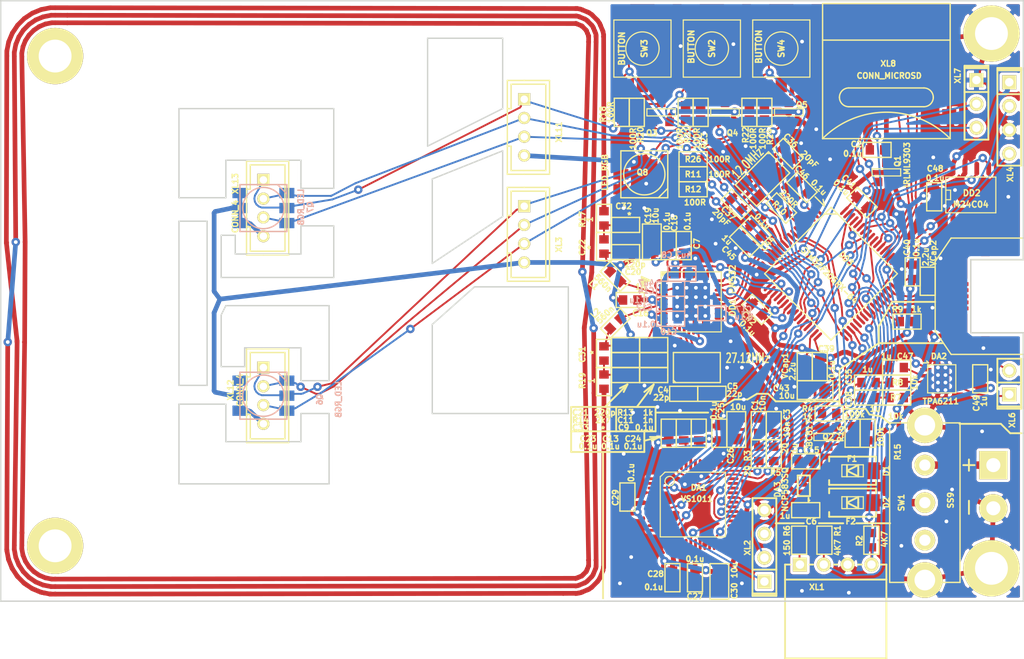
<source format=kicad_pcb>
(kicad_pcb (version 3) (host pcbnew "(2013-07-07 BZR 4022)-stable")
  (layers (15 F.Cu signal) (0 B.Cu signal) (18 B.Paste user) (19 F.Paste user) (20 B.SilkS user) (21 F.SilkS user) (22 B.Mask user) (23 F.Mask user) (28 Edge.Cuts user))
  (net 0 "")
  (net 1 +3.3V)
  (net 2 +5V)
  (net 3 +BATT)
  (net 4 /12MHz_Clk)
  (net 5 /AMPLF_SHDN)
  (net 6 /ANT01)
  (net 7 /ANT02)
  (net 8 /Antenna)
  (net 9 /BATTERY_PLUS)
  (net 10 /BAT_MEASURE)
  (net 11 /BLUE_D1)
  (net 12 /BLUE_D2)
  (net 13 /BLUE_P)
  (net 14 /Button1)
  (net 15 /Button2)
  (net 16 /Button3)
  (net 17 /GREEN_D1)
  (net 18 /GREEN_D2)
  (net 19 /GREEN_P)
  (net 20 /LED_B)
  (net 21 /LED_G)
  (net 22 /LED_R)
  (net 23 /PN_IRQ)
  (net 24 /PN_MISO)
  (net 25 /PN_MOSI)
  (net 26 /PN_NSS)
  (net 27 /PN_RESET)
  (net 28 /PN_SCK)
  (net 29 /PN_VDD)
  (net 30 /P_SCL)
  (net 31 /P_SDA)
  (net 32 /PeriphPwr)
  (net 33 /PeriphPwr1)
  (net 34 /RED_D1)
  (net 35 /RED_D2)
  (net 36 /RED_P)
  (net 37 /RX2)
  (net 38 /RX_NET)
  (net 39 /SD_CLK)
  (net 40 /SD_CMD)
  (net 41 /SD_DAT0)
  (net 42 /SD_DAT1)
  (net 43 /SD_DAT2)
  (net 44 /SD_DAT3)
  (net 45 /SD_POWER)
  (net 46 /SD_VDD)
  (net 47 /SND_L)
  (net 48 /SND_R)
  (net 49 /SWCLK)
  (net 50 /SWDIO)
  (net 51 /TX2)
  (net 52 /UBat_2)
  (net 53 /USB_DM)
  (net 54 /USB_DP)
  (net 55 /VS_DREQ)
  (net 56 /VS_RST)
  (net 57 /VS_SCLK)
  (net 58 /VS_SI)
  (net 59 /VS_SO)
  (net 60 /VS_XCS)
  (net 61 /VS_XDCS)
  (net 62 GND)
  (net 63 N-000001)
  (net 64 N-00000106)
  (net 65 N-00000116)
  (net 66 N-00000117)
  (net 67 N-00000118)
  (net 68 N-00000119)
  (net 69 N-00000120)
  (net 70 N-00000121)
  (net 71 N-0000023)
  (net 72 N-0000024)
  (net 73 N-0000026)
  (net 74 N-000003)
  (net 75 N-000004)
  (net 76 N-0000043)
  (net 77 N-0000050)
  (net 78 N-0000051)
  (net 79 N-0000052)
  (net 80 N-0000053)
  (net 81 N-0000054)
  (net 82 N-0000055)
  (net 83 N-000006)
  (net 84 N-0000066)
  (net 85 N-0000067)
  (net 86 N-0000068)
  (net 87 N-0000069)
  (net 88 N-000007)
  (net 89 N-0000071)
  (net 90 N-0000075)
  (net 91 N-0000078)
  (net 92 N-0000083)
  (net 93 N-0000084)
  (net 94 N-0000085)
  (net 95 N-0000086)
  (net 96 N-0000087)
  (net 97 N-0000088)
  (net 98 N-0000089)
  (module USBmicro_MOLEX_WM17142 (layer F.Cu) (at 199.4 180 180)
    (fp_text reference XL5 hide)
    (fp_text value USB_MICRO_B hide)
    (pad SHLD smd rect (at -3.65 -5.15 180) (size 2.5 1.5) (layers F.Cu F.Paste F.Mask) (net 62 GND))
    (pad SHLD smd rect (at -3.65 5.15 180) (size 2.5 1.5) (layers F.Cu F.Paste F.Mask) (net 62 GND))
    (pad SHLD smd rect (at 0.55 -5.15 180) (size 2.5 1.5) (layers F.Cu F.Paste F.Mask) (net 62 GND))
    (pad SHLD smd rect (at 0.55 5.15 180) (size 2.5 1.5) (layers F.Cu F.Paste F.Mask) (net 62 GND))
    (pad SHLD smd rect (at 2.75 -2.2 270) (size 2.5 1.5) (layers F.Cu F.Paste F.Mask) (net 62 GND))
    (pad SHLD smd rect (at 2.75 2.2 270) (size 2.5 1.5) (layers F.Cu F.Paste F.Mask) (net 62 GND))
    (pad 1 smd rect (at 0.875 -1.3 180) (size 1.25 0.4) (layers F.Cu F.Paste F.Mask) (net 2 +5V))
    (pad 2 smd rect (at 0.875 -0.65 180) (size 1.25 0.4) (layers F.Cu F.Paste F.Mask) (net 53 /USB_DM))
    (pad 3 smd rect (at 0.875 0 180) (size 1.25 0.4) (layers F.Cu F.Paste F.Mask) (net 54 /USB_DP))
    (pad 4 smd rect (at 0.875 0.65 180) (size 1.25 0.4) (layers F.Cu F.Paste F.Mask) (net 62 GND))
    (pad 5 smd rect (at 0.875 1.3 180) (size 1.25 0.4) (layers F.Cu F.Paste F.Mask) (net 62 GND))
  )
  (module SWITCH_SS9 (layer F.Cu) (at 194.5 202 90)
    (fp_text reference SW1 (at 0 -2.5 90) (layer F.SilkS) (effects (font (size 0.6 0.6))))
    (fp_text value SS9 (at 0.25 2.75 90) (layer F.SilkS) (effects (font (size 0.6 0.6))))
    (pad 1 thru_hole circle (at -4 0 90) (size 2.2 2.2) (drill 1.2) (layers *.Cu *.Mask F.SilkS))
    (pad 2 thru_hole circle (at 0 0 90) (size 2.2 2.2) (drill 1.2) (layers *.Cu *.Mask F.SilkS) (net 76 N-0000043))
    (pad 3 thru_hole circle (at 4 0 90) (size 2.2 2.2) (drill 1.2) (layers *.Cu *.Mask F.SilkS) (net 9 /BATTERY_PLUS))
    (pad H thru_hole circle (at -8.25 0 90) (size 3.8 3.8) (drill 2.2) (layers *.Cu *.Mask F.SilkS) (net 62 GND))
    (pad H thru_hole circle (at 8.25 0 90) (size 3.8 3.8) (drill 2.2) (layers *.Cu *.Mask F.SilkS) (net 62 GND))
  )
  (module SOT23 (layer F.Cu) (at 190.4 166.8 180)
    (fp_text reference Q1 (at -1.2 1.2 270) (layer F.SilkS) (effects (font (size 0.59944 0.59944) (thickness 0.14986))))
    (fp_text value IRLML9303 (at -2.2 0.8 270) (layer F.SilkS) (effects (font (size 0.59944 0.59944) (thickness 0.14986))))
    (pad 2 smd rect (at -0.889 -1.016 180) (size 0.9144 0.9144) (layers F.Cu F.Paste F.Mask) (net 1 +3.3V))
    (pad 1 smd rect (at 0.889 -1.016 180) (size 0.9144 0.9144) (layers F.Cu F.Paste F.Mask) (net 45 /SD_POWER))
    (pad 3 smd rect (at 0 1.016 180) (size 0.9144 0.9144) (layers F.Cu F.Paste F.Mask) (net 46 /SD_VDD))
  )
  (module SOT23 (layer F.Cu) (at 184.2 195)
    (fp_text reference Q2 (at 0 0) (layer F.SilkS) (effects (font (size 0.59944 0.59944) (thickness 0.14986))))
    (fp_text value BC817 (at -2 -0.4 90) (layer F.SilkS) (effects (font (size 0.59944 0.59944) (thickness 0.14986))))
    (pad 2 smd rect (at -0.889 -1.016) (size 0.9144 0.9144) (layers F.Cu F.Paste F.Mask) (net 62 GND))
    (pad 1 smd rect (at 0.889 -1.016) (size 0.9144 0.9144) (layers F.Cu F.Paste F.Mask) (net 69 N-00000120))
    (pad 3 smd rect (at 0 1.016) (size 0.9144 0.9144) (layers F.Cu F.Paste F.Mask) (net 70 N-00000121))
  )
  (module SOT23 (layer F.Cu) (at 166.4 160.4 180)
    (fp_text reference Q3 (at 1 -2.2 180) (layer F.SilkS) (effects (font (size 0.59944 0.59944) (thickness 0.14986))))
    (fp_text value IRLML6302 hide)
    (pad 2 smd rect (at -0.889 -1.016 180) (size 0.9144 0.9144) (layers F.Cu F.Paste F.Mask) (net 1 +3.3V))
    (pad 1 smd rect (at 0.889 -1.016 180) (size 0.9144 0.9144) (layers F.Cu F.Paste F.Mask) (net 22 /LED_R))
    (pad 3 smd rect (at 0 1.016 180) (size 0.9144 0.9144) (layers F.Cu F.Paste F.Mask) (net 36 /RED_P))
  )
  (module SOT23 (layer F.Cu) (at 173.2 160.4 180)
    (fp_text reference Q4 (at -0.8 -2.2 180) (layer F.SilkS) (effects (font (size 0.59944 0.59944) (thickness 0.14986))))
    (fp_text value IRLML6302 hide)
    (pad 2 smd rect (at -0.889 -1.016 180) (size 0.9144 0.9144) (layers F.Cu F.Paste F.Mask) (net 1 +3.3V))
    (pad 1 smd rect (at 0.889 -1.016 180) (size 0.9144 0.9144) (layers F.Cu F.Paste F.Mask) (net 21 /LED_G))
    (pad 3 smd rect (at 0 1.016 180) (size 0.9144 0.9144) (layers F.Cu F.Paste F.Mask) (net 19 /GREEN_P))
  )
  (module SOT23 (layer F.Cu) (at 180 160.4 180)
    (fp_text reference Q5 (at -1.4 0.8 180) (layer F.SilkS) (effects (font (size 0.59944 0.59944) (thickness 0.14986))))
    (fp_text value IRLML6302 hide)
    (pad 2 smd rect (at -0.889 -1.016 180) (size 0.9144 0.9144) (layers F.Cu F.Paste F.Mask) (net 1 +3.3V))
    (pad 1 smd rect (at 0.889 -1.016 180) (size 0.9144 0.9144) (layers F.Cu F.Paste F.Mask) (net 20 /LED_B))
    (pad 3 smd rect (at 0 1.016 180) (size 0.9144 0.9144) (layers F.Cu F.Paste F.Mask) (net 13 /BLUE_P))
  )
  (module SO8E (layer F.Cu) (at 199.4 169.2)
    (fp_text reference DD2 (at 0.1 -0.2) (layer F.SilkS) (effects (font (size 0.635 0.635) (thickness 0.14986))))
    (fp_text value M24C04 (at 0 1.016) (layer F.SilkS) (effects (font (size 0.635 0.635) (thickness 0.14986))))
    (pad 8 smd oval (at -1.905 -2.794) (size 0.508 1.50114) (layers F.Cu F.Paste F.Mask) (net 1 +3.3V))
    (pad 1 smd rect (at -1.905 2.794) (size 0.508 1.50114) (layers F.Cu F.Paste F.Mask) (net 1 +3.3V))
    (pad 7 smd oval (at -0.635 -2.794) (size 0.508 1.50114) (layers F.Cu F.Paste F.Mask) (net 62 GND))
    (pad 6 smd oval (at 0.635 -2.794) (size 0.508 1.50114) (layers F.Cu F.Paste F.Mask) (net 30 /P_SCL))
    (pad 5 smd oval (at 1.905 -2.794) (size 0.508 1.50114) (layers F.Cu F.Paste F.Mask) (net 31 /P_SDA))
    (pad 2 smd oval (at -0.635 2.794) (size 0.508 1.50114) (layers F.Cu F.Paste F.Mask) (net 1 +3.3V))
    (pad 3 smd oval (at 0.635 2.794) (size 0.508 1.50114) (layers F.Cu F.Paste F.Mask) (net 1 +3.3V))
    (pad 4 smd oval (at 1.905 2.794) (size 0.508 1.50114) (layers F.Cu F.Paste F.Mask) (net 62 GND))
  )
  (module SC82AB (layer F.Cu) (at 181.6 200.2 180)
    (fp_text reference DA3 (at 2.8 -0.4 270) (layer F.SilkS) (effects (font (size 0.59944 0.59944) (thickness 0.14986))))
    (fp_text value NCP583SQ (at 2 -0.4 270) (layer F.SilkS) (effects (font (size 0.59944 0.59944) (thickness 0.14986))))
    (pad 1 smd rect (at -0.94996 -0.65024 180) (size 0.89916 0.70104) (layers F.Cu F.Paste F.Mask) (net 3 +BATT))
    (pad 2 smd oval (at -0.94996 0.65024 180) (size 0.89916 0.70104) (layers F.Cu F.Paste F.Mask) (net 62 GND))
    (pad 3 smd oval (at 0.94996 0.65024 180) (size 0.89916 0.70104) (layers F.Cu F.Paste F.Mask) (net 1 +3.3V))
    (pad 4 smd oval (at 0.94996 -0.65024 180) (size 0.89916 0.70104) (layers F.Cu F.Paste F.Mask) (net 3 +BATT))
  )
  (module RES_0603 (layer F.Cu) (at 184.3 192.5)
    (fp_text reference R4 (at -2.3 -0.5) (layer F.SilkS) (effects (font (size 0.6 0.6))))
    (fp_text value 1k (at -2.3 0.3) (layer F.SilkS) (effects (font (size 0.6 0.6))))
    (pad 1 smd rect (at -0.762 0) (size 0.889 1.016) (layers F.Cu F.Paste F.Mask) (net 10 /BAT_MEASURE))
    (pad 2 smd rect (at 0.762 0) (size 0.889 1.016) (layers F.Cu F.Paste F.Mask) (net 69 N-00000120))
  )
  (module RES_0603 (layer F.Cu) (at 188.8 206 90)
    (fp_text reference R2 (at -0.0635 -1.27 90) (layer F.SilkS) (effects (font (size 0.6 0.6))))
    (fp_text value 4K7 (at 0.09906 1.39954 90) (layer F.SilkS) (effects (font (size 0.6 0.6))))
    (pad 1 smd rect (at -0.762 0 90) (size 0.889 1.016) (layers F.Cu F.Paste F.Mask) (net 31 /P_SDA))
    (pad 2 smd rect (at 0.762 0 90) (size 0.889 1.016) (layers F.Cu F.Paste F.Mask) (net 32 /PeriphPwr))
  )
  (module RES_0603 (layer F.Cu) (at 162.6 186.8 180)
    (fp_text reference R14 (at 4.8 -6.4 180) (layer F.SilkS) (effects (font (size 0.6 0.6))))
    (fp_text value 2k7 (at 2.4 -6.4 180) (layer F.SilkS) (effects (font (size 0.6 0.6))))
    (pad 1 smd rect (at -0.762 0 180) (size 0.889 1.016) (layers F.Cu F.Paste F.Mask) (net 88 N-000007))
    (pad 2 smd rect (at 0.762 0 180) (size 0.889 1.016) (layers F.Cu F.Paste F.Mask) (net 38 /RX_NET))
  )
  (module RES_0603 (layer F.Cu) (at 192.6 182.7)
    (fp_text reference R9 (at -1 -1.3) (layer F.SilkS) (effects (font (size 0.6 0.6))))
    (fp_text value 1k (at 1 -1.3) (layer F.SilkS) (effects (font (size 0.6 0.6))))
    (pad 1 smd rect (at -0.762 0) (size 0.889 1.016) (layers F.Cu F.Paste F.Mask) (net 97 N-0000088))
    (pad 2 smd rect (at 0.762 0) (size 0.889 1.016) (layers F.Cu F.Paste F.Mask) (net 2 +5V))
  )
  (module RES_0603 (layer F.Cu) (at 160.3 189.1 270)
    (fp_text reference R19 (at -0.1 2.3 270) (layer F.SilkS) (effects (font (size 0.6 0.6))))
    (fp_text value 1 (at -0.1 1.3 270) (layer F.SilkS) (effects (font (size 0.6 0.6))))
    (pad 1 smd rect (at -0.762 0 270) (size 0.889 1.016) (layers F.Cu F.Paste F.Mask) (net 73 N-0000026))
    (pad 2 smd rect (at 0.762 0 270) (size 0.889 1.016) (layers F.Cu F.Paste F.Mask) (net 8 /Antenna))
  )
  (module RES_0603 (layer F.Cu) (at 160.3 171.7 90)
    (fp_text reference R17 (at -0.1 -2.3 90) (layer F.SilkS) (effects (font (size 0.6 0.6))))
    (fp_text value 1 (at -0.1 -1.5 90) (layer F.SilkS) (effects (font (size 0.6 0.6))))
    (pad 1 smd rect (at -0.762 0 90) (size 0.889 1.016) (layers F.Cu F.Paste F.Mask) (net 83 N-000006))
    (pad 2 smd rect (at 0.762 0 90) (size 0.889 1.016) (layers F.Cu F.Paste F.Mask) (net 8 /Antenna))
  )
  (module RES_0603 (layer F.Cu) (at 165.6 185.2 180)
    (fp_text reference R13 (at 3 -7.2 180) (layer F.SilkS) (effects (font (size 0.6 0.6))))
    (fp_text value 1k (at 0.6 -7.2 180) (layer F.SilkS) (effects (font (size 0.6 0.6))))
    (pad 1 smd rect (at -0.762 0 180) (size 0.889 1.016) (layers F.Cu F.Paste F.Mask) (net 72 N-0000024))
    (pad 2 smd rect (at 0.762 0 180) (size 0.889 1.016) (layers F.Cu F.Paste F.Mask) (net 63 N-000001))
  )
  (module RES_0603 (layer F.Cu) (at 188.4 194.6 270)
    (fp_text reference R15 (at 2 -3.2 270) (layer F.SilkS) (effects (font (size 0.6 0.6))))
    (fp_text value 100k (at 0.4 -1.4 270) (layer F.SilkS) (effects (font (size 0.6 0.6))))
    (pad 1 smd rect (at -0.762 0 270) (size 0.889 1.016) (layers F.Cu F.Paste F.Mask) (net 52 /UBat_2))
    (pad 2 smd rect (at 0.762 0 270) (size 0.889 1.016) (layers F.Cu F.Paste F.Mask) (net 3 +BATT))
  )
  (module RES_0603 (layer F.Cu) (at 186.8 194.6 90)
    (fp_text reference R16 (at -0.0635 -1.27 90) (layer F.SilkS) (effects (font (size 0.6 0.6))))
    (fp_text value 100k (at 2 0.2 180) (layer F.SilkS) (effects (font (size 0.6 0.6))))
    (pad 1 smd rect (at -0.762 0 90) (size 0.889 1.016) (layers F.Cu F.Paste F.Mask) (net 70 N-00000121))
    (pad 2 smd rect (at 0.762 0 90) (size 0.889 1.016) (layers F.Cu F.Paste F.Mask) (net 52 /UBat_2))
  )
  (module RES_0603 (layer F.Cu) (at 183.8 206 90)
    (fp_text reference R1 (at 1 1.4 90) (layer F.SilkS) (effects (font (size 0.6 0.6))))
    (fp_text value 4K7 (at -0.8 1.4 90) (layer F.SilkS) (effects (font (size 0.6 0.6))))
    (pad 1 smd rect (at -0.762 0 90) (size 0.889 1.016) (layers F.Cu F.Paste F.Mask) (net 30 /P_SCL))
    (pad 2 smd rect (at 0.762 0 90) (size 0.889 1.016) (layers F.Cu F.Paste F.Mask) (net 32 /PeriphPwr))
  )
  (module RES_0603 (layer F.Cu) (at 181.1 206 90)
    (fp_text reference R6 (at 1 -1.3 90) (layer F.SilkS) (effects (font (size 0.6 0.6))))
    (fp_text value 150 (at -0.8 -1.3 90) (layer F.SilkS) (effects (font (size 0.6 0.6))))
    (pad 1 smd rect (at -0.762 0 90) (size 0.889 1.016) (layers F.Cu F.Paste F.Mask) (net 33 /PeriphPwr1))
    (pad 2 smd rect (at 0.762 0 90) (size 0.889 1.016) (layers F.Cu F.Paste F.Mask) (net 32 /PeriphPwr))
  )
  (module RES_0603 (layer F.Cu) (at 169 160.4 270)
    (fp_text reference R21 (at 2.4 -0.2 270) (layer F.SilkS) (effects (font (size 0.6 0.6))))
    (fp_text value 100R (at 2.8 0.6 270) (layer F.SilkS) (effects (font (size 0.6 0.6))))
    (pad 1 smd rect (at -0.762 0 270) (size 0.889 1.016) (layers F.Cu F.Paste F.Mask) (net 19 /GREEN_P))
    (pad 2 smd rect (at 0.762 0 270) (size 0.889 1.016) (layers F.Cu F.Paste F.Mask) (net 17 /GREEN_D1))
  )
  (module RES_0603 (layer F.Cu) (at 163.8 160.4 270)
    (fp_text reference R20 (at 2.4 -0.4 270) (layer F.SilkS) (effects (font (size 0.6 0.6))))
    (fp_text value 100R (at 2.8 0.4 270) (layer F.SilkS) (effects (font (size 0.6 0.6))))
    (pad 1 smd rect (at -0.762 0 270) (size 0.889 1.016) (layers F.Cu F.Paste F.Mask) (net 36 /RED_P))
    (pad 2 smd rect (at 0.762 0 270) (size 0.889 1.016) (layers F.Cu F.Paste F.Mask) (net 34 /RED_D1))
  )
  (module RES_0603 (layer F.Cu) (at 175.8 160.4 270)
    (fp_text reference R22 (at 2.4 0.4 270) (layer F.SilkS) (effects (font (size 0.6 0.6))))
    (fp_text value 100R (at 2.8 -0.4 270) (layer F.SilkS) (effects (font (size 0.6 0.6))))
    (pad 1 smd rect (at -0.762 0 270) (size 0.889 1.016) (layers F.Cu F.Paste F.Mask) (net 13 /BLUE_P))
    (pad 2 smd rect (at 0.762 0 270) (size 0.889 1.016) (layers F.Cu F.Paste F.Mask) (net 11 /BLUE_D1))
  )
  (module RES_0603 (layer F.Cu) (at 177.4 160.4 270)
    (fp_text reference R24 (at 2.6 -0.6 270) (layer F.SilkS) (effects (font (size 0.6 0.6))))
    (fp_text value 100R (at 2.8 0.2 270) (layer F.SilkS) (effects (font (size 0.6 0.6))))
    (pad 1 smd rect (at -0.762 0 270) (size 0.889 1.016) (layers F.Cu F.Paste F.Mask) (net 13 /BLUE_P))
    (pad 2 smd rect (at 0.762 0 270) (size 0.889 1.016) (layers F.Cu F.Paste F.Mask) (net 12 /BLUE_D2))
  )
  (module RES_0603 (layer F.Cu) (at 170.6 160.4 270)
    (fp_text reference R23 (at 3 -0.4 270) (layer F.SilkS) (effects (font (size 0.6 0.6))))
    (fp_text value 100R (at 2.8 0.4 270) (layer F.SilkS) (effects (font (size 0.6 0.6))))
    (pad 1 smd rect (at -0.762 0 270) (size 0.889 1.016) (layers F.Cu F.Paste F.Mask) (net 19 /GREEN_P))
    (pad 2 smd rect (at 0.762 0 270) (size 0.889 1.016) (layers F.Cu F.Paste F.Mask) (net 18 /GREEN_D2))
  )
  (module RES_0603 (layer F.Cu) (at 169.8 168.6 180)
    (fp_text reference R12 (at 0 0 180) (layer F.SilkS) (effects (font (size 0.6 0.6))))
    (fp_text value 100R (at -0.2 -1.4 180) (layer F.SilkS) (effects (font (size 0.6 0.6))))
    (pad 1 smd rect (at -0.762 0 180) (size 0.889 1.016) (layers F.Cu F.Paste F.Mask) (net 80 N-0000053))
    (pad 2 smd rect (at 0.762 0 180) (size 0.889 1.016) (layers F.Cu F.Paste F.Mask) (net 78 N-0000051))
  )
  (module RES_0603 (layer F.Cu) (at 169.8 167 180)
    (fp_text reference R11 (at 0 0 180) (layer F.SilkS) (effects (font (size 0.6 0.6))))
    (fp_text value 100R (at -2.8 0 180) (layer F.SilkS) (effects (font (size 0.6 0.6))))
    (pad 1 smd rect (at -0.762 0 180) (size 0.889 1.016) (layers F.Cu F.Paste F.Mask) (net 82 N-0000055))
    (pad 2 smd rect (at 0.762 0 180) (size 0.889 1.016) (layers F.Cu F.Paste F.Mask) (net 79 N-0000052))
  )
  (module RES_0603 (layer F.Cu) (at 169.8 165.4 180)
    (fp_text reference R26 (at 0 0 180) (layer F.SilkS) (effects (font (size 0.6 0.6))))
    (fp_text value 100R (at -2.8 0 180) (layer F.SilkS) (effects (font (size 0.6 0.6))))
    (pad 1 smd rect (at -0.762 0 180) (size 0.889 1.016) (layers F.Cu F.Paste F.Mask) (net 81 N-0000054))
    (pad 2 smd rect (at 0.762 0 180) (size 0.889 1.016) (layers F.Cu F.Paste F.Mask) (net 77 N-0000050))
  )
  (module RES_0603 (layer F.Cu) (at 179.2 170.6 135)
    (fp_text reference R10 (at 0.141421 -0.141421 135) (layer F.SilkS) (effects (font (size 0.6 0.6))))
    (fp_text value 220R (at 0.141421 1.272792 135) (layer F.SilkS) (effects (font (size 0.6 0.6))))
    (pad 1 smd rect (at -0.762 0 135) (size 0.889 1.016) (layers F.Cu F.Paste F.Mask) (net 91 N-0000078))
    (pad 2 smd rect (at 0.762 0 135) (size 0.889 1.016) (layers F.Cu F.Paste F.Mask) (net 66 N-00000117))
  )
  (module RES_0603 (layer F.Cu) (at 176.8 196.8 270)
    (fp_text reference R3 (at 0.2 1.2 270) (layer F.SilkS) (effects (font (size 0.6 0.6))))
    (fp_text value 20 (at 1.8 1.2 270) (layer F.SilkS) (effects (font (size 0.6 0.6))))
    (pad 1 smd rect (at -0.762 0 270) (size 0.889 1.016) (layers F.Cu F.Paste F.Mask) (net 65 N-00000116))
    (pad 2 smd rect (at 0.762 0 270) (size 0.889 1.016) (layers F.Cu F.Paste F.Mask) (net 48 /SND_R))
  )
  (module RES_0603 (layer F.Cu) (at 191.5 189.2)
    (fp_text reference R8 (at 0.1 0) (layer F.SilkS) (effects (font (size 0.6 0.6))))
    (fp_text value 10k (at 1.9 0 90) (layer F.SilkS) (effects (font (size 0.6 0.6))))
    (pad 1 smd rect (at -0.762 0) (size 0.889 1.016) (layers F.Cu F.Paste F.Mask) (net 95 N-0000086))
    (pad 2 smd rect (at 0.762 0) (size 0.889 1.016) (layers F.Cu F.Paste F.Mask) (net 94 N-0000085))
  )
  (module RES_0603 (layer F.Cu) (at 191.5 190.8)
    (fp_text reference R7 (at -0.1 0) (layer F.SilkS) (effects (font (size 0.6 0.6))))
    (fp_text value 10k (at -0.1 2) (layer F.SilkS) (effects (font (size 0.6 0.6))))
    (pad 1 smd rect (at -0.762 0) (size 0.889 1.016) (layers F.Cu F.Paste F.Mask) (net 93 N-0000084))
    (pad 2 smd rect (at 0.762 0) (size 0.889 1.016) (layers F.Cu F.Paste F.Mask) (net 92 N-0000083))
  )
  (module RES_0603 (layer F.Cu) (at 178.4 196.8 270)
    (fp_text reference R5 (at 2 -0.2 360) (layer F.SilkS) (effects (font (size 0.6 0.6))))
    (fp_text value 20 (at -0.6 -1.2 270) (layer F.SilkS) (effects (font (size 0.6 0.6))))
    (pad 1 smd rect (at -0.762 0 270) (size 0.889 1.016) (layers F.Cu F.Paste F.Mask) (net 68 N-00000119))
    (pad 2 smd rect (at 0.762 0 270) (size 0.889 1.016) (layers F.Cu F.Paste F.Mask) (net 47 /SND_L))
  )
  (module QFN40 (layer F.Cu) (at 169.6 180.6 270)
    (fp_text reference DD1 (at 0.6 -4.4 270) (layer F.SilkS) (effects (font (size 0.635 0.635) (thickness 0.16002))))
    (fp_text value PN532 (at -2.4 -4.4 270) (layer F.SilkS) (effects (font (size 0.635 0.635) (thickness 0.16002))))
    (pad 1 smd rect (at -2.25044 2.99974 270) (size 0.29972 1.00076) (layers F.Cu F.Paste F.Mask) (net 62 GND))
    (pad 2 smd oval (at -1.75006 2.99974 270) (size 0.29972 1.00076) (layers F.Cu F.Paste F.Mask))
    (pad 3 smd oval (at -1.24968 2.99974 270) (size 0.29972 1.00076) (layers F.Cu F.Paste F.Mask) (net 62 GND))
    (pad 4 smd oval (at -0.7493 2.99974 270) (size 0.29972 1.00076) (layers F.Cu F.Paste F.Mask) (net 6 /ANT01))
    (pad 5 smd oval (at -0.24892 2.99974 270) (size 0.29972 1.00076) (layers F.Cu F.Paste F.Mask) (net 29 /PN_VDD))
    (pad 6 smd oval (at 0.24892 2.99974 270) (size 0.29972 1.00076) (layers F.Cu F.Paste F.Mask) (net 7 /ANT02))
    (pad 7 smd oval (at 0.7493 2.99974 270) (size 0.29972 1.00076) (layers F.Cu F.Paste F.Mask) (net 62 GND))
    (pad 8 smd oval (at 1.24968 2.99974 270) (size 0.29972 1.00076) (layers F.Cu F.Paste F.Mask) (net 29 /PN_VDD))
    (pad 9 smd oval (at 1.75006 2.99974 270) (size 0.29972 1.00076) (layers F.Cu F.Paste F.Mask) (net 63 N-000001))
    (pad 10 smd oval (at 2.25044 2.99974 270) (size 0.29972 1.00076) (layers F.Cu F.Paste F.Mask) (net 72 N-0000024))
    (pad 11 smd oval (at 2.99974 2.25044) (size 0.29972 1.00076) (layers F.Cu F.Paste F.Mask) (net 62 GND))
    (pad 12 smd oval (at 2.99974 1.75006) (size 0.29972 1.00076) (layers F.Cu F.Paste F.Mask))
    (pad 13 smd oval (at 2.99974 1.24968) (size 0.29972 1.00076) (layers F.Cu F.Paste F.Mask))
    (pad 14 smd oval (at 2.99974 0.7493) (size 0.29972 1.00076) (layers F.Cu F.Paste F.Mask) (net 75 N-000004))
    (pad 15 smd oval (at 2.99974 0.24892) (size 0.29972 1.00076) (layers F.Cu F.Paste F.Mask) (net 74 N-000003))
    (pad 16 smd oval (at 2.99974 -0.24892) (size 0.29972 1.00076) (layers F.Cu F.Paste F.Mask) (net 62 GND))
    (pad 17 smd oval (at 2.99974 -0.7493) (size 0.29972 1.00076) (layers F.Cu F.Paste F.Mask) (net 29 /PN_VDD))
    (pad 18 smd oval (at 2.99974 -1.24968) (size 0.29972 1.00076) (layers F.Cu F.Paste F.Mask) (net 62 GND))
    (pad 19 smd oval (at 2.99974 -1.75006) (size 0.29972 1.00076) (layers F.Cu F.Paste F.Mask))
    (pad 20 smd oval (at 2.99974 -2.25044) (size 0.29972 1.00076) (layers F.Cu F.Paste F.Mask))
    (pad 21 smd oval (at 2.25044 -2.99974 270) (size 0.29972 1.00076) (layers F.Cu F.Paste F.Mask))
    (pad 22 smd oval (at 1.75006 -2.99974 270) (size 0.29972 1.00076) (layers F.Cu F.Paste F.Mask))
    (pad 23 smd oval (at 1.24968 -2.99974 270) (size 0.29972 1.00076) (layers F.Cu F.Paste F.Mask) (net 1 +3.3V))
    (pad 24 smd oval (at 0.7493 -2.99974 270) (size 0.29972 1.00076) (layers F.Cu F.Paste F.Mask))
    (pad 25 smd oval (at 0.24892 -2.99974 270) (size 0.29972 1.00076) (layers F.Cu F.Paste F.Mask) (net 23 /PN_IRQ))
    (pad 26 smd oval (at -0.24892 -2.99974 270) (size 0.29972 1.00076) (layers F.Cu F.Paste F.Mask))
    (pad 27 smd oval (at -0.7493 -2.99974 270) (size 0.29972 1.00076) (layers F.Cu F.Paste F.Mask) (net 26 /PN_NSS))
    (pad 28 smd oval (at -1.24968 -2.99974 270) (size 0.29972 1.00076) (layers F.Cu F.Paste F.Mask) (net 25 /PN_MOSI))
    (pad 29 smd oval (at -1.75006 -2.99974 270) (size 0.29972 1.00076) (layers F.Cu F.Paste F.Mask) (net 24 /PN_MISO))
    (pad 30 smd oval (at -2.25044 -2.99974 270) (size 0.29972 1.00076) (layers F.Cu F.Paste F.Mask) (net 28 /PN_SCK))
    (pad 31 smd oval (at -2.99974 -2.25044) (size 0.29972 1.00076) (layers F.Cu F.Paste F.Mask))
    (pad 32 smd oval (at -2.99974 -1.75006) (size 0.29972 1.00076) (layers F.Cu F.Paste F.Mask))
    (pad 33 smd oval (at -2.99974 -1.24968) (size 0.29972 1.00076) (layers F.Cu F.Paste F.Mask))
    (pad 34 smd oval (at -2.99974 -0.7493) (size 0.29972 1.00076) (layers F.Cu F.Paste F.Mask))
    (pad 35 smd oval (at -2.99974 -0.24892) (size 0.29972 1.00076) (layers F.Cu F.Paste F.Mask))
    (pad 36 smd oval (at -2.99974 0.24892) (size 0.29972 1.00076) (layers F.Cu F.Paste F.Mask))
    (pad 37 smd oval (at -2.99974 0.7493) (size 0.29972 1.00076) (layers F.Cu F.Paste F.Mask))
    (pad 38 smd oval (at -2.99974 1.24968) (size 0.29972 1.00076) (layers F.Cu F.Paste F.Mask) (net 27 /PN_RESET))
    (pad 39 smd oval (at -2.99974 1.75006) (size 0.29972 1.00076) (layers F.Cu F.Paste F.Mask) (net 29 /PN_VDD))
    (pad 40 smd oval (at -2.99974 2.25044) (size 0.29972 1.00076) (layers F.Cu F.Paste F.Mask) (net 3 +BATT))
    (pad PAD thru_hole rect (at 0.50038 -0.50038 270) (size 1.00076 1.00076) (drill 0.39878) (layers *.Cu F.Mask) (net 62 GND))
    (pad PAD thru_hole rect (at -0.50038 -0.50038 270) (size 1.00076 1.00076) (drill 0.39878) (layers *.Cu F.Mask) (net 62 GND))
    (pad PAD thru_hole rect (at -1.50114 -0.50038 270) (size 1.00076 1.00076) (drill 0.39878) (layers *.Cu F.Mask) (net 62 GND))
    (pad PAD thru_hole rect (at -1.50114 -1.50114 270) (size 1.00076 1.00076) (drill 0.39878) (layers *.Cu F.Mask) (net 62 GND))
    (pad PAD thru_hole rect (at -0.50038 -1.50114 270) (size 1.00076 1.00076) (drill 0.39878) (layers *.Cu F.Mask) (net 62 GND))
    (pad PAD thru_hole rect (at 0.50038 -1.50114 270) (size 1.00076 1.00076) (drill 0.39878) (layers *.Cu F.Mask) (net 62 GND))
    (pad PAD thru_hole rect (at 1.50114 -1.50114 270) (size 1.00076 1.00076) (drill 0.39878) (layers *.Cu F.Mask) (net 62 GND))
    (pad PAD thru_hole rect (at 1.50114 -0.50038 270) (size 1.00076 1.00076) (drill 0.39878) (layers *.Cu F.Mask) (net 62 GND))
    (pad PAD thru_hole rect (at -1.50114 0.50038 270) (size 1.00076 1.00076) (drill 0.39878) (layers *.Cu F.Mask) (net 62 GND))
    (pad PAD thru_hole rect (at -0.50038 0.50038 270) (size 1.00076 1.00076) (drill 0.39878) (layers *.Cu F.Mask) (net 62 GND))
    (pad PAD thru_hole rect (at 0.50038 0.50038 270) (size 1.00076 1.00076) (drill 0.39878) (layers *.Cu F.Mask) (net 62 GND))
    (pad PAD thru_hole rect (at 1.50114 0.50038 270) (size 1.00076 1.00076) (drill 0.39878) (layers *.Cu F.Mask) (net 62 GND))
    (pad PAD thru_hole rect (at -1.50114 1.50114 270) (size 1.00076 1.00076) (drill 0.39878) (layers *.Cu F.Mask) (net 62 GND))
    (pad PAD thru_hole rect (at -0.50038 1.50114 270) (size 1.00076 1.00076) (drill 0.39878) (layers *.Cu F.Mask) (net 62 GND))
    (pad PAD thru_hole rect (at 1.50114 1.50114 270) (size 1.00076 1.00076) (drill 0.39878) (layers *.Cu F.Mask) (net 62 GND))
    (pad PAD thru_hole rect (at 0.50038 1.50114 270) (size 1.00076 1.00076) (drill 0.39878) (layers *.Cu F.Mask) (net 62 GND))
  )
  (module MICROSD_CAP_FIX05A (layer F.Cu) (at 190.4 156 270)
    (fp_text reference XL8 (at -0.8001 -0.20066 360) (layer F.SilkS) (effects (font (size 0.59944 0.59944) (thickness 0.14986))))
    (fp_text value CONN_MICROSD (at 0.50038 -0.29972 360) (layer F.SilkS) (effects (font (size 0.59944 0.59944) (thickness 0.14986))))
    (pad 1 smd rect (at 2.4003 -3.29946 270) (size 1.50114 0.50038) (layers F.Cu F.Paste F.Mask) (net 43 /SD_DAT2))
    (pad 2 smd rect (at 2.4003 -2.19964 270) (size 1.50114 0.50038) (layers F.Cu F.Paste F.Mask) (net 44 /SD_DAT3))
    (pad 3 smd rect (at 2.4003 -1.09982 270) (size 1.50114 0.50038) (layers F.Cu F.Paste F.Mask) (net 40 /SD_CMD))
    (pad 4 smd rect (at 2.4003 0 270) (size 1.50114 0.50038) (layers F.Cu F.Paste F.Mask) (net 46 /SD_VDD))
    (pad 5 smd rect (at 2.4003 1.09982 270) (size 1.50114 0.50038) (layers F.Cu F.Paste F.Mask) (net 39 /SD_CLK))
    (pad 6 smd rect (at 2.4003 2.19964 270) (size 1.50114 0.50038) (layers F.Cu F.Paste F.Mask) (net 62 GND))
    (pad 7 smd rect (at 2.4003 3.29946 270) (size 1.50114 0.50038) (layers F.Cu F.Paste F.Mask) (net 41 /SD_DAT0))
    (pad 8 smd rect (at 2.4003 4.39928 270) (size 1.50114 0.50038) (layers F.Cu F.Paste F.Mask) (net 42 /SD_DAT1))
    (pad H smd rect (at -3.40106 -6.70052 270) (size 1.50114 1.50114) (layers F.Cu F.Paste F.Mask) (net 62 GND))
    (pad H smd rect (at 4.8006 -6.70052 270) (size 1.50114 1.50114) (layers F.Cu F.Paste F.Mask) (net 62 GND))
    (pad H smd rect (at -3.40106 6.70052 270) (size 1.50114 1.50114) (layers F.Cu F.Paste F.Mask) (net 62 GND))
    (pad H smd rect (at 4.8006 6.70052 270) (size 1.50114 1.50114) (layers F.Cu F.Paste F.Mask) (net 62 GND))
  )
  (module LQFP64 (layer F.Cu) (at 184.5 177.6 315)
    (fp_text reference DD3 (at 0 -2.25044 315) (layer F.SilkS) (effects (font (size 0.59944 0.59944) (thickness 0.14986))))
    (fp_text value STM32F205RX-64 (at 0 0.24892 315) (layer F.SilkS) (effects (font (size 0.59944 0.59944) (thickness 0.14986))))
    (pad 1 smd rect (at -5.74802 -3.74904 315) (size 1.19888 0.29972) (layers F.Cu F.Paste F.Mask) (net 1 +3.3V))
    (pad 2 smd oval (at -5.74802 -3.2512 315) (size 1.19888 0.29972) (layers F.Cu F.Paste F.Mask) (net 16 /Button3))
    (pad 3 smd oval (at -5.74802 -2.75082 315) (size 1.19888 0.29972) (layers F.Cu F.Paste F.Mask))
    (pad 4 smd oval (at -5.74802 -2.25044 315) (size 1.19888 0.29972) (layers F.Cu F.Paste F.Mask))
    (pad 5 smd oval (at -5.74802 -1.75006 315) (size 1.19888 0.29972) (layers F.Cu F.Paste F.Mask) (net 67 N-00000118))
    (pad 6 smd oval (at -5.74802 -1.24968 315) (size 1.19888 0.29972) (layers F.Cu F.Paste F.Mask) (net 91 N-0000078))
    (pad 7 smd oval (at -5.74802 -0.7493 315) (size 1.19888 0.29972) (layers F.Cu F.Paste F.Mask))
    (pad 8 smd oval (at -5.74802 -0.24892 315) (size 1.19888 0.29972) (layers F.Cu F.Paste F.Mask) (net 52 /UBat_2))
    (pad 9 smd oval (at -5.75056 0.24638 315) (size 1.19888 0.29972) (layers F.Cu F.Paste F.Mask) (net 10 /BAT_MEASURE))
    (pad 10 smd oval (at -5.75056 0.74676 315) (size 1.19888 0.29972) (layers F.Cu F.Paste F.Mask) (net 14 /Button1))
    (pad 11 smd oval (at -5.75056 1.24714 315) (size 1.19888 0.29972) (layers F.Cu F.Paste F.Mask) (net 15 /Button2))
    (pad 12 smd oval (at -5.7531 1.74752 315) (size 1.19888 0.29972) (layers F.Cu F.Paste F.Mask) (net 62 GND))
    (pad 13 smd oval (at -5.75056 2.25044 315) (size 1.19888 0.29972) (layers F.Cu F.Paste F.Mask) (net 1 +3.3V))
    (pad 14 smd oval (at -5.75056 2.75082 315) (size 1.19888 0.29972) (layers F.Cu F.Paste F.Mask) (net 26 /PN_NSS))
    (pad 15 smd oval (at -5.75056 3.2512 315) (size 1.19888 0.29972) (layers F.Cu F.Paste F.Mask) (net 23 /PN_IRQ))
    (pad 16 smd oval (at -5.75056 3.74904 315) (size 1.19888 0.29972) (layers F.Cu F.Paste F.Mask) (net 51 /TX2))
    (pad 17 smd oval (at -3.74904 5.74802 45) (size 1.19888 0.29972) (layers F.Cu F.Paste F.Mask) (net 37 /RX2))
    (pad 18 smd oval (at -3.24866 5.74802 45) (size 1.19888 0.29972) (layers F.Cu F.Paste F.Mask) (net 62 GND))
    (pad 19 smd oval (at -2.74828 5.74802 45) (size 1.19888 0.29972) (layers F.Cu F.Paste F.Mask) (net 1 +3.3V))
    (pad 20 smd oval (at -2.25044 5.74802 45) (size 1.19888 0.29972) (layers F.Cu F.Paste F.Mask) (net 27 /PN_RESET))
    (pad 21 smd oval (at -1.75006 5.74802 45) (size 1.19888 0.29972) (layers F.Cu F.Paste F.Mask) (net 28 /PN_SCK))
    (pad 22 smd oval (at -1.24968 5.74802 45) (size 1.19888 0.29972) (layers F.Cu F.Paste F.Mask) (net 24 /PN_MISO))
    (pad 23 smd oval (at -0.75184 5.74802 45) (size 1.19888 0.29972) (layers F.Cu F.Paste F.Mask) (net 25 /PN_MOSI))
    (pad 24 smd oval (at -0.25146 5.74802 45) (size 1.19888 0.29972) (layers F.Cu F.Paste F.Mask) (net 45 /SD_POWER))
    (pad 33 smd oval (at 5.7531 3.74904 315) (size 1.19888 0.29972) (layers F.Cu F.Paste F.Mask) (net 81 N-0000054))
    (pad 34 smd oval (at 5.7531 3.24866 315) (size 1.19888 0.29972) (layers F.Cu F.Paste F.Mask) (net 57 /VS_SCLK))
    (pad 35 smd oval (at 5.7531 2.74828 315) (size 1.19888 0.29972) (layers F.Cu F.Paste F.Mask) (net 59 /VS_SO))
    (pad 36 smd oval (at 5.7531 2.2479 315) (size 1.19888 0.29972) (layers F.Cu F.Paste F.Mask) (net 58 /VS_SI))
    (pad 25 smd oval (at 0.24892 5.75056 45) (size 1.19888 0.29972) (layers F.Cu F.Paste F.Mask) (net 86 N-0000068))
    (pad 26 smd oval (at 0.7493 5.75056 45) (size 1.19888 0.29972) (layers F.Cu F.Paste F.Mask) (net 22 /LED_R))
    (pad 27 smd oval (at 1.24968 5.75056 45) (size 1.19888 0.29972) (layers F.Cu F.Paste F.Mask) (net 21 /LED_G))
    (pad 28 smd oval (at 1.75006 5.75056 45) (size 1.19888 0.29972) (layers F.Cu F.Paste F.Mask) (net 55 /VS_DREQ))
    (pad 29 smd oval (at 2.25044 5.75056 45) (size 1.19888 0.29972) (layers F.Cu F.Paste F.Mask) (net 82 N-0000055))
    (pad 30 smd oval (at 2.75082 5.75056 45) (size 1.19888 0.29972) (layers F.Cu F.Paste F.Mask) (net 80 N-0000053))
    (pad 31 smd oval (at 3.2512 5.75056 45) (size 1.19888 0.29972) (layers F.Cu F.Paste F.Mask) (net 98 N-0000089))
    (pad 32 smd oval (at 3.74904 5.75056 45) (size 1.19888 0.29972) (layers F.Cu F.Paste F.Mask) (net 1 +3.3V))
    (pad 37 smd oval (at 5.75056 1.75006 315) (size 1.19888 0.29972) (layers F.Cu F.Paste F.Mask) (net 85 N-0000067))
    (pad 38 smd oval (at 5.75056 1.24968 315) (size 1.19888 0.29972) (layers F.Cu F.Paste F.Mask) (net 84 N-0000066))
    (pad 39 smd oval (at 5.75056 0.7493 315) (size 1.19888 0.29972) (layers F.Cu F.Paste F.Mask) (net 41 /SD_DAT0))
    (pad 40 smd oval (at 5.75056 0.24892 315) (size 1.19888 0.29972) (layers F.Cu F.Paste F.Mask) (net 42 /SD_DAT1))
    (pad 41 smd oval (at 5.75056 -0.24892 315) (size 1.19888 0.29972) (layers F.Cu F.Paste F.Mask) (net 4 /12MHz_Clk))
    (pad 42 smd oval (at 5.75056 -0.7493 315) (size 1.19888 0.29972) (layers F.Cu F.Paste F.Mask) (net 97 N-0000088))
    (pad 43 smd oval (at 5.75056 -1.24968 315) (size 1.19888 0.29972) (layers F.Cu F.Paste F.Mask))
    (pad 44 smd oval (at 5.75056 -1.75006 315) (size 1.19888 0.29972) (layers F.Cu F.Paste F.Mask) (net 53 /USB_DM))
    (pad 45 smd oval (at 5.75056 -2.25044 315) (size 1.19888 0.29972) (layers F.Cu F.Paste F.Mask) (net 54 /USB_DP))
    (pad 46 smd oval (at 5.75056 -2.75082 315) (size 1.19888 0.29972) (layers F.Cu F.Paste F.Mask) (net 50 /SWDIO))
    (pad 47 smd oval (at 5.75056 -3.2512 315) (size 1.19888 0.29972) (layers F.Cu F.Paste F.Mask) (net 90 N-0000075))
    (pad 48 smd oval (at 5.75056 -3.74904 315) (size 1.19888 0.29972) (layers F.Cu F.Paste F.Mask) (net 1 +3.3V))
    (pad 49 smd oval (at 3.74904 -5.75056 45) (size 1.19888 0.29972) (layers F.Cu F.Paste F.Mask) (net 49 /SWCLK))
    (pad 50 smd oval (at 3.2512 -5.75056 45) (size 1.19888 0.29972) (layers F.Cu F.Paste F.Mask) (net 5 /AMPLF_SHDN))
    (pad 51 smd oval (at 2.75082 -5.75056 45) (size 1.19888 0.29972) (layers F.Cu F.Paste F.Mask) (net 43 /SD_DAT2))
    (pad 52 smd oval (at 2.25044 -5.75056 45) (size 1.19888 0.29972) (layers F.Cu F.Paste F.Mask) (net 44 /SD_DAT3))
    (pad 53 smd oval (at 1.75006 -5.75056 45) (size 1.19888 0.29972) (layers F.Cu F.Paste F.Mask) (net 39 /SD_CLK))
    (pad 54 smd oval (at 1.24968 -5.75056 45) (size 1.19888 0.29972) (layers F.Cu F.Paste F.Mask) (net 40 /SD_CMD))
    (pad 55 smd oval (at 0.7493 -5.75056 45) (size 1.19888 0.29972) (layers F.Cu F.Paste F.Mask) (net 60 /VS_XCS))
    (pad 56 smd oval (at 0.24892 -5.75056 45) (size 1.19888 0.29972) (layers F.Cu F.Paste F.Mask) (net 56 /VS_RST))
    (pad 57 smd oval (at -0.24892 -5.75056 45) (size 1.19888 0.29972) (layers F.Cu F.Paste F.Mask) (net 20 /LED_B))
    (pad 58 smd oval (at -0.7493 -5.75056 45) (size 1.19888 0.29972) (layers F.Cu F.Paste F.Mask) (net 30 /P_SCL))
    (pad 59 smd oval (at -1.24968 -5.75056 45) (size 1.19888 0.29972) (layers F.Cu F.Paste F.Mask) (net 31 /P_SDA))
    (pad 60 smd oval (at -1.75006 -5.75056 45) (size 1.19888 0.29972) (layers F.Cu F.Paste F.Mask) (net 62 GND))
    (pad 61 smd oval (at -2.25044 -5.75056 45) (size 1.19888 0.29972) (layers F.Cu F.Paste F.Mask) (net 61 /VS_XDCS))
    (pad 62 smd oval (at -2.75082 -5.75056 45) (size 1.19888 0.29972) (layers F.Cu F.Paste F.Mask) (net 32 /PeriphPwr))
    (pad 63 smd oval (at -3.2512 -5.75056 45) (size 1.19888 0.29972) (layers F.Cu F.Paste F.Mask) (net 62 GND))
    (pad 64 smd oval (at -3.74904 -5.75056 45) (size 1.19888 0.29972) (layers F.Cu F.Paste F.Mask) (net 1 +3.3V))
  )
  (module LQFP48 (layer F.Cu) (at 169.8 202.2)
    (fp_text reference DA1 (at 0.6 -1.8) (layer F.SilkS) (effects (font (size 0.59944 0.59944) (thickness 0.14986))))
    (fp_text value VS1011 (at 0.4 -0.6) (layer F.SilkS) (effects (font (size 0.59944 0.59944) (thickness 0.14986))))
    (pad 1 smd rect (at -4.24942 -2.75082) (size 1.19888 0.29972) (layers F.Cu F.Paste F.Mask))
    (pad 2 smd oval (at -4.24942 -2.25298) (size 1.19888 0.29972) (layers F.Cu F.Paste F.Mask))
    (pad 3 smd oval (at -4.24942 -1.7526) (size 1.19888 0.29972) (layers F.Cu F.Paste F.Mask) (net 56 /VS_RST))
    (pad 4 smd oval (at -4.24942 -1.25222) (size 1.19888 0.29972) (layers F.Cu F.Paste F.Mask) (net 62 GND))
    (pad 5 smd oval (at -4.24942 -0.75184) (size 1.19888 0.29972) (layers F.Cu F.Paste F.Mask))
    (pad 6 smd oval (at -4.24942 -0.25146) (size 1.19888 0.29972) (layers F.Cu F.Paste F.Mask) (net 1 +3.3V))
    (pad 7 smd oval (at -4.24942 0.24892) (size 1.19888 0.29972) (layers F.Cu F.Paste F.Mask))
    (pad 8 smd oval (at -4.24942 0.7493) (size 1.19888 0.29972) (layers F.Cu F.Paste F.Mask) (net 55 /VS_DREQ))
    (pad 9 smd oval (at -4.24942 1.24714) (size 1.19888 0.29972) (layers F.Cu F.Paste F.Mask))
    (pad 10 smd oval (at -4.24942 1.74752) (size 1.19888 0.29972) (layers F.Cu F.Paste F.Mask))
    (pad 11 smd oval (at -4.24942 2.2479) (size 1.19888 0.29972) (layers F.Cu F.Paste F.Mask))
    (pad 12 smd oval (at -4.25196 2.74828) (size 1.19888 0.29972) (layers F.Cu F.Paste F.Mask))
    (pad 13 smd oval (at -2.74574 4.24942 90) (size 1.19888 0.29972) (layers F.Cu F.Paste F.Mask) (net 61 /VS_XDCS))
    (pad 14 smd oval (at -2.2479 4.24942 90) (size 1.19888 0.29972) (layers F.Cu F.Paste F.Mask) (net 1 +3.3V))
    (pad 15 smd oval (at -1.74752 4.24942 90) (size 1.19888 0.29972) (layers F.Cu F.Paste F.Mask))
    (pad 16 smd oval (at -1.24714 4.24942 90) (size 1.19888 0.29972) (layers F.Cu F.Paste F.Mask) (net 62 GND))
    (pad 17 smd oval (at -0.74676 4.24942 90) (size 1.19888 0.29972) (layers F.Cu F.Paste F.Mask))
    (pad 18 smd oval (at -0.24638 4.24942 90) (size 1.19888 0.29972) (layers F.Cu F.Paste F.Mask) (net 4 /12MHz_Clk))
    (pad 19 smd oval (at 0.254 4.24942 90) (size 1.19888 0.29972) (layers F.Cu F.Paste F.Mask) (net 1 +3.3V))
    (pad 20 smd oval (at 0.75184 4.24942 90) (size 1.19888 0.29972) (layers F.Cu F.Paste F.Mask) (net 62 GND))
    (pad 21 smd oval (at 1.25222 4.24942 90) (size 1.19888 0.29972) (layers F.Cu F.Paste F.Mask) (net 62 GND))
    (pad 22 smd oval (at 1.7526 4.24942 90) (size 1.19888 0.29972) (layers F.Cu F.Paste F.Mask) (net 62 GND))
    (pad 23 smd oval (at 2.25044 4.24942 90) (size 1.19888 0.29972) (layers F.Cu F.Paste F.Mask) (net 60 /VS_XCS))
    (pad 24 smd oval (at 2.75082 4.24942 90) (size 1.19888 0.29972) (layers F.Cu F.Paste F.Mask))
    (pad 25 smd oval (at 4.25196 2.75082) (size 1.19888 0.29972) (layers F.Cu F.Paste F.Mask))
    (pad 26 smd oval (at 4.25196 2.25044) (size 1.19888 0.29972) (layers F.Cu F.Paste F.Mask))
    (pad 27 smd oval (at 4.25196 1.75006) (size 1.19888 0.29972) (layers F.Cu F.Paste F.Mask))
    (pad 28 smd oval (at 4.25196 1.24968) (size 1.19888 0.29972) (layers F.Cu F.Paste F.Mask) (net 57 /VS_SCLK))
    (pad 29 smd oval (at 4.25196 0.7493) (size 1.19888 0.29972) (layers F.Cu F.Paste F.Mask) (net 58 /VS_SI))
    (pad 30 smd oval (at 4.25196 0.24892) (size 1.19888 0.29972) (layers F.Cu F.Paste F.Mask) (net 59 /VS_SO))
    (pad 31 smd oval (at 4.25196 -0.25146) (size 1.19888 0.29972) (layers F.Cu F.Paste F.Mask))
    (pad 32 smd oval (at 4.25196 -0.7493) (size 1.19888 0.29972) (layers F.Cu F.Paste F.Mask) (net 1 +3.3V))
    (pad 33 smd oval (at 4.25196 -1.24968) (size 1.19888 0.29972) (layers F.Cu F.Paste F.Mask))
    (pad 34 smd oval (at 4.25196 -1.75006) (size 1.19888 0.29972) (layers F.Cu F.Paste F.Mask))
    (pad 35 smd oval (at 4.25196 -2.25044) (size 1.19888 0.29972) (layers F.Cu F.Paste F.Mask))
    (pad 36 smd oval (at 4.25196 -2.75082) (size 1.19888 0.29972) (layers F.Cu F.Paste F.Mask))
    (pad 37 smd oval (at 2.75082 -4.24942 90) (size 1.19888 0.29972) (layers F.Cu F.Paste F.Mask) (net 62 GND))
    (pad 38 smd oval (at 2.25044 -4.24942 90) (size 1.19888 0.29972) (layers F.Cu F.Paste F.Mask) (net 1 +3.3V))
    (pad 39 smd oval (at 1.75006 -4.24942 90) (size 1.19888 0.29972) (layers F.Cu F.Paste F.Mask) (net 48 /SND_R))
    (pad 40 smd oval (at 1.24968 -4.24942 90) (size 1.19888 0.29972) (layers F.Cu F.Paste F.Mask) (net 62 GND))
    (pad 41 smd oval (at 0.7493 -4.24942 90) (size 1.19888 0.29972) (layers F.Cu F.Paste F.Mask) (net 62 GND))
    (pad 42 smd oval (at 0.24892 -4.24942 90) (size 1.19888 0.29972) (layers F.Cu F.Paste F.Mask))
    (pad 43 smd oval (at -0.24892 -4.24942 90) (size 1.19888 0.29972) (layers F.Cu F.Paste F.Mask) (net 1 +3.3V))
    (pad 44 smd oval (at -0.7493 -4.24942 90) (size 1.19888 0.29972) (layers F.Cu F.Paste F.Mask) (net 64 N-00000106))
    (pad 45 smd oval (at -1.24968 -4.24942 90) (size 1.19888 0.29972) (layers F.Cu F.Paste F.Mask) (net 1 +3.3V))
    (pad 46 smd oval (at -1.75006 -4.24942 90) (size 1.19888 0.29972) (layers F.Cu F.Paste F.Mask) (net 47 /SND_L))
    (pad 47 smd oval (at -2.25044 -4.24942 90) (size 1.19888 0.29972) (layers F.Cu F.Paste F.Mask) (net 62 GND))
    (pad 48 smd oval (at -2.75082 -4.24942 90) (size 1.19888 0.29972) (layers F.Cu F.Paste F.Mask))
  )
  (module LED_HH5050_RGB (layer B.Cu) (at 124 190.6 180)
    (fp_text reference Q6 (at -6 -0.4 270) (layer B.SilkS) (effects (font (size 0.59944 0.59944) (thickness 0.14986)) (justify mirror)))
    (fp_text value LED_RGB (at -8 -0.4 270) (layer B.SilkS) (effects (font (size 0.59944 0.59944) (thickness 0.14986)) (justify mirror)))
    (pad GC smd rect (at 2.5 1.6 180) (size 1.6 1.1) (layers B.Cu B.Paste B.Mask) (net 62 GND))
    (pad RC smd rect (at 2.5 0 180) (size 1.6 1.1) (layers B.Cu B.Paste B.Mask) (net 62 GND))
    (pad BC smd rect (at 2.5 -1.6 180) (size 1.6 1.1) (layers B.Cu B.Paste B.Mask) (net 62 GND))
    (pad GA smd rect (at -2.5 1.6 180) (size 1.6 1.1) (layers B.Cu B.Paste B.Mask) (net 17 /GREEN_D1))
    (pad RA smd rect (at -2.5 0 180) (size 1.6 1.1) (layers B.Cu B.Paste B.Mask) (net 34 /RED_D1))
    (pad BA smd rect (at -2.5 -1.6 180) (size 1.6 1.1) (layers B.Cu B.Paste B.Mask) (net 11 /BLUE_D1))
  )
  (module LED_HH5050_RGB (layer B.Cu) (at 124 170.6 180)
    (fp_text reference Q7 (at -5 0.1 270) (layer B.SilkS) (effects (font (size 0.59944 0.59944) (thickness 0.14986)) (justify mirror)))
    (fp_text value LED_RGB (at -4 0.1 270) (layer B.SilkS) (effects (font (size 0.59944 0.59944) (thickness 0.14986)) (justify mirror)))
    (pad GC smd rect (at 2.5 1.6 180) (size 1.6 1.1) (layers B.Cu B.Paste B.Mask) (net 62 GND))
    (pad RC smd rect (at 2.5 0 180) (size 1.6 1.1) (layers B.Cu B.Paste B.Mask) (net 62 GND))
    (pad BC smd rect (at 2.5 -1.6 180) (size 1.6 1.1) (layers B.Cu B.Paste B.Mask) (net 62 GND))
    (pad GA smd rect (at -2.5 1.6 180) (size 1.6 1.1) (layers B.Cu B.Paste B.Mask) (net 18 /GREEN_D2))
    (pad RA smd rect (at -2.5 0 180) (size 1.6 1.1) (layers B.Cu B.Paste B.Mask) (net 35 /RED_D2))
    (pad BA smd rect (at -2.5 -1.6 180) (size 1.6 1.1) (layers B.Cu B.Paste B.Mask) (net 12 /BLUE_D2))
  )
  (module LED_HH5050_RGB (layer F.Cu) (at 164.6 167 180)
    (fp_text reference Q8 (at 0.2 0.2 180) (layer F.SilkS) (effects (font (size 0.59944 0.59944) (thickness 0.14986))))
    (fp_text value LED_RGB (at 4.2 0.2 270) (layer F.SilkS) (effects (font (size 0.59944 0.59944) (thickness 0.14986))))
    (pad GC smd rect (at 2.5 -1.6 180) (size 1.6 1.1) (layers F.Cu F.Paste F.Mask) (net 62 GND))
    (pad RC smd rect (at 2.5 0 180) (size 1.6 1.1) (layers F.Cu F.Paste F.Mask) (net 62 GND))
    (pad BC smd rect (at 2.5 1.6 180) (size 1.6 1.1) (layers F.Cu F.Paste F.Mask) (net 62 GND))
    (pad GA smd rect (at -2.5 -1.6 180) (size 1.6 1.1) (layers F.Cu F.Paste F.Mask) (net 78 N-0000051))
    (pad RA smd rect (at -2.5 0 180) (size 1.6 1.1) (layers F.Cu F.Paste F.Mask) (net 79 N-0000052))
    (pad BA smd rect (at -2.5 1.6 180) (size 1.6 1.1) (layers F.Cu F.Paste F.Mask) (net 77 N-0000050))
  )
  (module IND_0603 (layer F.Cu) (at 161.5 177.9 315)
    (fp_text reference L1 (at -0.989949 2.262742 315) (layer F.SilkS) (effects (font (size 0.6 0.6))))
    (fp_text value 560n (at -0.424264 1.414214 315) (layer F.SilkS) (effects (font (size 0.6 0.6))))
    (pad 1 smd rect (at -0.762 0 315) (size 0.889 1.016) (layers F.Cu F.Paste F.Mask) (net 71 N-0000023))
    (pad 2 smd rect (at 0.762 0 315) (size 0.889 1.016) (layers F.Cu F.Paste F.Mask) (net 6 /ANT01))
  )
  (module IND_0603 (layer F.Cu) (at 161.5 182.9 225)
    (fp_text reference L2 (at 0.707107 2.262742 225) (layer F.SilkS) (effects (font (size 0.6 0.6))))
    (fp_text value 560n (at 0.09906 1.39954 225) (layer F.SilkS) (effects (font (size 0.6 0.6))))
    (pad 1 smd rect (at -0.762 0 225) (size 0.889 1.016) (layers F.Cu F.Paste F.Mask) (net 7 /ANT02))
    (pad 2 smd rect (at 0.762 0 225) (size 0.889 1.016) (layers F.Cu F.Paste F.Mask) (net 38 /RX_NET))
  )
  (module Hole3_5_out6mm (layer F.Cu) (at 101.8 154.4)
    (fp_text reference HOLE3 hide)
    (fp_text value HOLE_METALLED (at -0.09906 -3.2004) (layer F.SilkS) (effects (font (size 0.127 0.127) (thickness 0.00254))))
    (pad Hle thru_hole circle (at 0 0) (size 5.99948 5.99948) (drill 3.50012) (layers *.Cu *.Mask F.SilkS) (net 62 GND))
  )
  (module Hole3_5_out6mm (layer F.Cu) (at 101.8 206.6)
    (fp_text reference HOLE4 hide)
    (fp_text value HOLE_METALLED (at -0.09906 -3.2004) (layer F.SilkS) (effects (font (size 0.127 0.127) (thickness 0.00254))))
    (pad Hle thru_hole circle (at 0 0) (size 5.99948 5.99948) (drill 3.50012) (layers *.Cu *.Mask F.SilkS) (net 62 GND))
  )
  (module Hole3_5_out6mm (layer F.Cu) (at 201.6 209)
    (fp_text reference HOLE1 hide)
    (fp_text value HOLE_METALLED (at -0.09906 -3.2004) (layer F.SilkS) (effects (font (size 0.127 0.127) (thickness 0.00254))))
    (pad Hle thru_hole circle (at 0 0) (size 5.99948 5.99948) (drill 3.50012) (layers *.Cu *.Mask F.SilkS) (net 62 GND))
  )
  (module Hole3_5_out6mm (layer F.Cu) (at 201.6 152)
    (fp_text reference HOLE2 hide)
    (fp_text value HOLE_METALLED (at -0.09906 -3.2004) (layer F.SilkS) (effects (font (size 0.127 0.127) (thickness 0.00254))))
    (pad Hle thru_hole circle (at 0 0) (size 5.99948 5.99948) (drill 3.50012) (layers *.Cu *.Mask F.SilkS) (net 62 GND))
  )
  (module DRB8 (layer F.Cu) (at 196.3 188.8 270)
    (fp_text reference DA2 (at -2.4 0.3 360) (layer F.SilkS) (effects (font (size 0.6 0.6))))
    (fp_text value TPA6211 (at 2.4 0.1 360) (layer F.SilkS) (effects (font (size 0.6 0.6))))
    (pad 1 smd rect (at -0.975 1.7) (size 1.2 0.37) (layers F.Cu F.Paste F.Mask) (net 5 /AMPLF_SHDN))
    (pad 2 smd oval (at -0.325 1.7) (size 1.2 0.37) (layers F.Cu F.Paste F.Mask) (net 87 N-0000069))
    (pad 3 smd oval (at 0.325 1.7) (size 1.2 0.37) (layers F.Cu F.Paste F.Mask) (net 94 N-0000085))
    (pad 4 smd oval (at 0.975 1.7) (size 1.2 0.37) (layers F.Cu F.Paste F.Mask) (net 92 N-0000083))
    (pad 5 smd oval (at 0.975 -1.7) (size 1.2 0.37) (layers F.Cu F.Paste F.Mask) (net 89 N-0000071))
    (pad 6 smd oval (at 0.325 -1.7) (size 1.2 0.37) (layers F.Cu F.Paste F.Mask) (net 3 +BATT))
    (pad 7 smd oval (at -0.325 -1.7) (size 1.2 0.37) (layers F.Cu F.Paste F.Mask) (net 62 GND))
    (pad 8 smd oval (at -0.975 -1.7) (size 1.2 0.37) (layers F.Cu F.Paste F.Mask) (net 96 N-0000087))
    (pad PAD thru_hole rect (at -1.2 -0.4) (size 0.8 0.8) (drill 0.4) (layers *.Cu F.Paste F.Mask) (net 62 GND))
    (pad PAD thru_hole rect (at -0.4 -0.4) (size 0.8 0.8) (drill 0.4) (layers *.Cu F.Paste F.Mask) (net 62 GND))
    (pad PAD thru_hole rect (at 0.4 -0.4) (size 0.8 0.8) (drill 0.4) (layers *.Cu F.Paste F.Mask) (net 62 GND))
    (pad PAD thru_hole rect (at 1.2 -0.4) (size 0.8 0.8) (drill 0.4) (layers *.Cu F.Paste F.Mask) (net 62 GND))
    (pad PAD thru_hole rect (at -1.2 0.4) (size 0.8 0.8) (drill 0.4) (layers *.Cu F.Paste F.Mask) (net 62 GND))
    (pad PAD thru_hole rect (at -0.4 0.4) (size 0.8 0.8) (drill 0.4) (layers *.Cu F.Paste F.Mask) (net 62 GND))
    (pad PAD thru_hole rect (at 0.4 0.4) (size 0.8 0.8) (drill 0.4) (layers *.Cu F.Paste F.Mask) (net 62 GND))
    (pad PAD thru_hole rect (at 1.2 0.4) (size 0.8 0.8) (drill 0.4) (layers *.Cu F.Paste F.Mask) (net 62 GND))
  )
  (module CRYSTAL_0503x4-4 (layer F.Cu) (at 170.2 187.6)
    (fp_text reference XTAL1 hide)
    (fp_text value 27.12MHz (at 5.4 -1) (layer F.SilkS) (effects (font (size 1.00076 0.635) (thickness 0.14986))))
    (pad 1 smd rect (at -1.84912 1.09982) (size 1.89992 1.19888) (layers F.Cu F.Paste F.Mask) (net 75 N-000004))
    (pad H smd rect (at 1.84912 1.09982) (size 1.89992 1.19888) (layers F.Cu F.Paste F.Mask) (net 62 GND))
    (pad 2 smd rect (at 1.84912 -1.09982) (size 1.89992 1.19888) (layers F.Cu F.Paste F.Mask) (net 74 N-000003))
    (pad H smd rect (at -1.84912 -1.09982) (size 1.89992 1.19888) (layers F.Cu F.Paste F.Mask) (net 62 GND))
  )
  (module CRYSTAL_0503x4-4 (layer F.Cu) (at 177.2 167.5 225)
    (fp_text reference XTAL2 hide)
    (fp_text value 12.0MHz (at -0.070711 2.333452 225) (layer F.SilkS) (effects (font (size 1.00076 0.635) (thickness 0.14986))))
    (pad 1 smd rect (at -1.84912 1.09982 225) (size 1.89992 1.19888) (layers F.Cu F.Paste F.Mask) (net 67 N-00000118))
    (pad H smd rect (at 1.84912 1.09982 225) (size 1.89992 1.19888) (layers F.Cu F.Paste F.Mask) (net 62 GND))
    (pad 2 smd rect (at 1.84912 -1.09982 225) (size 1.89992 1.19888) (layers F.Cu F.Paste F.Mask) (net 66 N-00000117))
    (pad H smd rect (at -1.84912 -1.09982 225) (size 1.89992 1.19888) (layers F.Cu F.Paste F.Mask) (net 62 GND))
  )
  (module CONN_PLS-4 (layer F.Cu) (at 203.5 161 270)
    (fp_text reference XL4 (at 6 -0.1 270) (layer F.SilkS) (effects (font (size 0.6 0.6))))
    (fp_text value ST_SWD hide)
    (pad 1 thru_hole rect (at -3.81 0 270) (size 1.5 1.5) (drill 0.9) (layers *.Cu *.Mask F.SilkS) (net 1 +3.3V))
    (pad 2 thru_hole circle (at -1.27 0 270) (size 1.5 1.5) (drill 0.9) (layers *.Cu *.Mask F.SilkS) (net 49 /SWCLK))
    (pad 3 thru_hole circle (at 1.27 0 270) (size 1.5 1.5) (drill 0.9) (layers *.Cu *.Mask F.SilkS) (net 62 GND))
    (pad 4 thru_hole circle (at 3.81 0 270) (size 1.5 1.5) (drill 0.9) (layers *.Cu *.Mask F.SilkS) (net 50 /SWDIO))
  )
  (module CONN_PLS-4 (layer F.Cu) (at 177.4 206.6 90)
    (fp_text reference XL2 (at -0.2 -1.8 90) (layer F.SilkS) (effects (font (size 0.6 0.6))))
    (fp_text value CONN_4 hide)
    (pad 1 thru_hole rect (at -3.81 0 90) (size 1.5 1.5) (drill 0.9) (layers *.Cu *.Mask F.SilkS) (net 86 N-0000068))
    (pad 2 thru_hole circle (at -1.27 0 90) (size 1.5 1.5) (drill 0.9) (layers *.Cu *.Mask F.SilkS) (net 85 N-0000067))
    (pad 3 thru_hole circle (at 1.27 0 90) (size 1.5 1.5) (drill 0.9) (layers *.Cu *.Mask F.SilkS) (net 84 N-0000066))
    (pad 4 thru_hole circle (at 3.81 0 90) (size 1.5 1.5) (drill 0.9) (layers *.Cu *.Mask F.SilkS) (net 62 GND))
  )
  (module CONN_PLS-3 (layer F.Cu) (at 200 159.5 270)
    (fp_text reference XL7 (at -3 2 270) (layer F.SilkS) (effects (font (size 0.6 0.6))))
    (fp_text value CONN_3 hide)
    (pad 1 thru_hole rect (at -2.54 0 270) (size 1.5 1.5) (drill 0.9) (layers *.Cu *.Mask F.SilkS) (net 62 GND))
    (pad 2 thru_hole circle (at 0 0 270) (size 1.5 1.5) (drill 0.9) (layers *.Cu *.Mask F.SilkS) (net 51 /TX2))
    (pad 3 thru_hole circle (at 2.54 0 270) (size 1.5 1.5) (drill 0.9) (layers *.Cu *.Mask F.SilkS) (net 37 /RX2))
  )
  (module CONN_PLS-2 (layer F.Cu) (at 203.5 189.2 90)
    (fp_text reference XL6 (at -4 0.3 90) (layer F.SilkS) (effects (font (size 0.6 0.6))))
    (fp_text value CONN_2 hide)
    (pad 1 thru_hole rect (at -1.27 0 90) (size 1.5 1.5) (drill 0.9) (layers *.Cu *.Mask F.SilkS) (net 89 N-0000071))
    (pad 2 thru_hole circle (at 1.27 0 90) (size 1.5 1.5) (drill 0.9) (layers *.Cu *.Mask F.SilkS) (net 96 N-0000087))
  )
  (module CONN_PBS_4R (layer F.Cu) (at 185 208.6)
    (fp_text reference XL1 (at -1.99898 2.4003) (layer F.SilkS) (effects (font (size 0.59944 0.59944) (thickness 0.14986))))
    (fp_text value CONN_4 hide)
    (pad 1 thru_hole rect (at -3.81 0) (size 1.5 1.5) (drill 0.9) (layers *.Cu *.Mask F.SilkS) (net 33 /PeriphPwr1))
    (pad 2 thru_hole circle (at -1.27 0) (size 1.5 1.5) (drill 0.9) (layers *.Cu *.Mask F.SilkS) (net 30 /P_SCL))
    (pad 3 thru_hole circle (at 1.27 0) (size 1.5 1.5) (drill 0.9) (layers *.Cu *.Mask F.SilkS) (net 62 GND))
    (pad 4 thru_hole circle (at 3.81 0) (size 1.5 1.5) (drill 0.9) (layers *.Cu *.Mask F.SilkS) (net 31 /P_SDA))
  )
  (module CAP_0805 (layer F.Cu) (at 165.4 174.2 90)
    (fp_text reference C19 (at 2.8 -0.4 90) (layer F.SilkS) (effects (font (size 0.6 0.6))))
    (fp_text value 10u (at 2.8 0.4 90) (layer F.SilkS) (effects (font (size 0.6 0.6))))
    (pad 1 smd rect (at -1.016 0 90) (size 1.143 1.397) (layers F.Cu F.Paste F.Mask) (net 3 +BATT))
    (pad 2 smd rect (at 1.016 0 90) (size 1.143 1.397) (layers F.Cu F.Paste F.Mask) (net 62 GND))
  )
  (module CAP_0805 (layer F.Cu) (at 174.4 194.2 90)
    (fp_text reference C26 (at -2.8 -0.6 90) (layer F.SilkS) (effects (font (size 0.6 0.6))))
    (fp_text value 10u (at 2.4 0.2 180) (layer F.SilkS) (effects (font (size 0.6 0.6))))
    (pad 1 smd rect (at -1.016 0 90) (size 1.143 1.397) (layers F.Cu F.Paste F.Mask) (net 1 +3.3V))
    (pad 2 smd rect (at 1.016 0 90) (size 1.143 1.397) (layers F.Cu F.Paste F.Mask) (net 62 GND))
  )
  (module CAP_0805 (layer F.Cu) (at 182.8 190 180)
    (fp_text reference C43 (at 3.6 0.2 180) (layer F.SilkS) (effects (font (size 0.6 0.6))))
    (fp_text value 10u (at 3 -0.6 180) (layer F.SilkS) (effects (font (size 0.6 0.6))))
    (pad 1 smd rect (at -1.016 0 180) (size 1.143 1.397) (layers F.Cu F.Paste F.Mask) (net 1 +3.3V))
    (pad 2 smd rect (at 1.016 0 180) (size 1.143 1.397) (layers F.Cu F.Paste F.Mask) (net 62 GND))
  )
  (module CAP_0805 (layer F.Cu) (at 172.6 210.4 270)
    (fp_text reference C30 (at 1 -1.6 270) (layer F.SilkS) (effects (font (size 0.6 0.6))))
    (fp_text value 10u (at -1.2 -1.6 270) (layer F.SilkS) (effects (font (size 0.6 0.6))))
    (pad 1 smd rect (at -1.016 0 270) (size 1.143 1.397) (layers F.Cu F.Paste F.Mask) (net 1 +3.3V))
    (pad 2 smd rect (at 1.016 0 270) (size 1.143 1.397) (layers F.Cu F.Paste F.Mask) (net 62 GND))
  )
  (module CAP_0603 (layer F.Cu) (at 176.5 173 135)
    (fp_text reference C44 (at -1.909188 -0.070711 225) (layer F.SilkS) (effects (font (size 0.6 0.6))))
    (fp_text value 0.1u (at 0.212132 1.202082 135) (layer F.SilkS) (effects (font (size 0.6 0.6))))
    (pad 1 smd rect (at -0.762 0 135) (size 0.889 1.016) (layers F.Cu F.Paste F.Mask) (net 1 +3.3V))
    (pad 2 smd rect (at 0.762 0 135) (size 0.889 1.016) (layers F.Cu F.Paste F.Mask) (net 62 GND))
  )
  (module CAP_0603 (layer F.Cu) (at 175.3 174.2 135)
    (fp_text reference C45 (at 0.353553 -2.05061 135) (layer F.SilkS) (effects (font (size 0.6 0.6))))
    (fp_text value 1u (at 1.484924 -1.202082 135) (layer F.SilkS) (effects (font (size 0.6 0.6))))
    (pad 1 smd rect (at -0.762 0 135) (size 0.889 1.016) (layers F.Cu F.Paste F.Mask) (net 1 +3.3V))
    (pad 2 smd rect (at 0.762 0 135) (size 0.889 1.016) (layers F.Cu F.Paste F.Mask) (net 62 GND))
  )
  (module CAP_0603 (layer F.Cu) (at 170 210 270)
    (fp_text reference C27 (at 2 0 360) (layer F.SilkS) (effects (font (size 0.6 0.6))))
    (fp_text value 0.1u (at -2 0 360) (layer F.SilkS) (effects (font (size 0.6 0.6))))
    (pad 1 smd rect (at -0.762 0 270) (size 0.889 1.016) (layers F.Cu F.Paste F.Mask) (net 1 +3.3V))
    (pad 2 smd rect (at 0.762 0 270) (size 0.889 1.016) (layers F.Cu F.Paste F.Mask) (net 62 GND))
  )
  (module CAP_0603 (layer F.Cu) (at 187.8 170 315)
    (fp_text reference C41 (at -2.545584 -0.565685 315) (layer F.SilkS) (effects (font (size 0.6 0.6))))
    (fp_text value 0.1u (at -2.687006 0.424264 315) (layer F.SilkS) (effects (font (size 0.6 0.6))))
    (pad 1 smd rect (at -0.762 0 315) (size 0.889 1.016) (layers F.Cu F.Paste F.Mask) (net 1 +3.3V))
    (pad 2 smd rect (at 0.762 0 315) (size 0.889 1.016) (layers F.Cu F.Paste F.Mask) (net 62 GND))
  )
  (module CAP_0603 (layer F.Cu) (at 162.8 201.4 90)
    (fp_text reference C29 (at -0.0635 -1.27 90) (layer F.SilkS) (effects (font (size 0.6 0.6))))
    (fp_text value 0.1u (at 2.6 0.4 90) (layer F.SilkS) (effects (font (size 0.6 0.6))))
    (pad 1 smd rect (at -0.762 0 90) (size 0.889 1.016) (layers F.Cu F.Paste F.Mask) (net 1 +3.3V))
    (pad 2 smd rect (at 0.762 0 90) (size 0.889 1.016) (layers F.Cu F.Paste F.Mask) (net 62 GND))
  )
  (module CAP_0603 (layer F.Cu) (at 176.6 181.4 135)
    (fp_text reference C42 (at -0.0635 -1.27 135) (layer F.SilkS) (effects (font (size 0.6 0.6))))
    (fp_text value 0.1u (at -0.707107 -2.12132 135) (layer F.SilkS) (effects (font (size 0.6 0.6))))
    (pad 1 smd rect (at -0.762 0 135) (size 0.889 1.016) (layers F.Cu F.Paste F.Mask) (net 1 +3.3V))
    (pad 2 smd rect (at 0.762 0 135) (size 0.889 1.016) (layers F.Cu F.Paste F.Mask) (net 62 GND))
  )
  (module CAP_0603 (layer F.Cu) (at 200.4 188.8 90)
    (fp_text reference C49 (at -2.6 -0.4 90) (layer F.SilkS) (effects (font (size 0.6 0.6))))
    (fp_text value 1u (at -2.4 0.4 90) (layer F.SilkS) (effects (font (size 0.6 0.6))))
    (pad 1 smd rect (at -0.762 0 90) (size 0.889 1.016) (layers F.Cu F.Paste F.Mask) (net 3 +BATT))
    (pad 2 smd rect (at 0.762 0 90) (size 0.889 1.016) (layers F.Cu F.Paste F.Mask) (net 62 GND))
  )
  (module CAP_0603 (layer F.Cu) (at 188.5 190.8)
    (fp_text reference C38 (at -2.1 0.2 90) (layer F.SilkS) (effects (font (size 0.6 0.6))))
    (fp_text value 1u (at 0.7 1.2) (layer F.SilkS) (effects (font (size 0.6 0.6))))
    (pad 1 smd rect (at -0.762 0) (size 0.889 1.016) (layers F.Cu F.Paste F.Mask) (net 47 /SND_L))
    (pad 2 smd rect (at 0.762 0) (size 0.889 1.016) (layers F.Cu F.Paste F.Mask) (net 93 N-0000084))
  )
  (module CAP_0603 (layer F.Cu) (at 188.5 189.2)
    (fp_text reference C35 (at -2.1 -0.6 90) (layer F.SilkS) (effects (font (size 0.6 0.6))))
    (fp_text value 1u (at -0.1 -1.4) (layer F.SilkS) (effects (font (size 0.6 0.6))))
    (pad 1 smd rect (at -0.762 0) (size 0.889 1.016) (layers F.Cu F.Paste F.Mask) (net 48 /SND_R))
    (pad 2 smd rect (at 0.762 0) (size 0.889 1.016) (layers F.Cu F.Paste F.Mask) (net 95 N-0000086))
  )
  (module CAP_0603 (layer F.Cu) (at 191.5 187.6)
    (fp_text reference C47 (at 0.9 -1.2) (layer F.SilkS) (effects (font (size 0.6 0.6))))
    (fp_text value 1u (at -1.1 -1.2) (layer F.SilkS) (effects (font (size 0.6 0.6))))
    (pad 1 smd rect (at -0.762 0) (size 0.889 1.016) (layers F.Cu F.Paste F.Mask) (net 62 GND))
    (pad 2 smd rect (at 0.762 0) (size 0.889 1.016) (layers F.Cu F.Paste F.Mask) (net 87 N-0000069))
  )
  (module CAP_0603 (layer F.Cu) (at 167.2 194.6 90)
    (fp_text reference C23 (at -0.6 -8.6 180) (layer F.SilkS) (effects (font (size 0.6 0.6))))
    (fp_text value 0.1u (at -1.4 -8.6 180) (layer F.SilkS) (effects (font (size 0.6 0.6))))
    (pad 1 smd rect (at -0.762 0 90) (size 0.889 1.016) (layers F.Cu F.Paste F.Mask) (net 1 +3.3V))
    (pad 2 smd rect (at 0.762 0 90) (size 0.889 1.016) (layers F.Cu F.Paste F.Mask) (net 62 GND))
  )
  (module CAP_0603 (layer F.Cu) (at 181.4 168.4 135)
    (fp_text reference C46 (at 1.131371 1.131371 135) (layer F.SilkS) (effects (font (size 0.6 0.6))))
    (fp_text value 0.1u (at -1.272792 1.272792 135) (layer F.SilkS) (effects (font (size 0.6 0.6))))
    (pad 1 smd rect (at -0.762 0 135) (size 0.889 1.016) (layers F.Cu F.Paste F.Mask) (net 1 +3.3V))
    (pad 2 smd rect (at 0.762 0 135) (size 0.889 1.016) (layers F.Cu F.Paste F.Mask) (net 62 GND))
  )
  (module CAP_0603 (layer F.Cu) (at 167.6 210 270)
    (fp_text reference C28 (at -0.4 1.8 360) (layer F.SilkS) (effects (font (size 0.6 0.6))))
    (fp_text value 0.1u (at 1 2 360) (layer F.SilkS) (effects (font (size 0.6 0.6))))
    (pad 1 smd rect (at -0.762 0 270) (size 0.889 1.016) (layers F.Cu F.Paste F.Mask) (net 1 +3.3V))
    (pad 2 smd rect (at 0.762 0 270) (size 0.889 1.016) (layers F.Cu F.Paste F.Mask) (net 62 GND))
  )
  (module CAP_0603 (layer F.Cu) (at 195.5 169.4 270)
    (fp_text reference C48 (at -3 -0.1 360) (layer F.SilkS) (effects (font (size 0.6 0.6))))
    (fp_text value 0.1u (at -2 -0.1 360) (layer F.SilkS) (effects (font (size 0.6 0.6))))
    (pad 1 smd rect (at -0.762 0 270) (size 0.889 1.016) (layers F.Cu F.Paste F.Mask) (net 1 +3.3V))
    (pad 2 smd rect (at 0.762 0 270) (size 0.889 1.016) (layers F.Cu F.Paste F.Mask) (net 62 GND))
  )
  (module CAP_0603 (layer F.Cu) (at 168.8 194.6 90)
    (fp_text reference C13 (at -0.6 -7.8 180) (layer F.SilkS) (effects (font (size 0.6 0.6))))
    (fp_text value 0.1u (at -1.4 -7.8 180) (layer F.SilkS) (effects (font (size 0.6 0.6))))
    (pad 1 smd rect (at -0.762 0 90) (size 0.889 1.016) (layers F.Cu F.Paste F.Mask) (net 64 N-00000106))
    (pad 2 smd rect (at 0.762 0 90) (size 0.889 1.016) (layers F.Cu F.Paste F.Mask) (net 62 GND))
  )
  (module CAP_0603 (layer F.Cu) (at 183.3 187.5 270)
    (fp_text reference C39 (at -1.9 -0.7 360) (layer F.SilkS) (effects (font (size 0.6 0.6))))
    (fp_text value 0.1u (at 0.3 -1.3 270) (layer F.SilkS) (effects (font (size 0.6 0.6))))
    (pad 1 smd rect (at -0.762 0 270) (size 0.889 1.016) (layers F.Cu F.Paste F.Mask) (net 1 +3.3V))
    (pad 2 smd rect (at 0.762 0 270) (size 0.889 1.016) (layers F.Cu F.Paste F.Mask) (net 62 GND))
  )
  (module CAP_0603 (layer F.Cu) (at 170.4 194.6 90)
    (fp_text reference C24 (at -0.6 -7 180) (layer F.SilkS) (effects (font (size 0.6 0.6))))
    (fp_text value 0.1u (at -1.4 -7 180) (layer F.SilkS) (effects (font (size 0.6 0.6))))
    (pad 1 smd rect (at -0.762 0 90) (size 0.889 1.016) (layers F.Cu F.Paste F.Mask) (net 1 +3.3V))
    (pad 2 smd rect (at 0.762 0 90) (size 0.889 1.016) (layers F.Cu F.Paste F.Mask) (net 62 GND))
  )
  (module CAP_0603 (layer F.Cu) (at 172.6 194.6 90)
    (fp_text reference C25 (at 2.4 0.2 90) (layer F.SilkS) (effects (font (size 0.6 0.6))))
    (fp_text value 0.1u (at 2.4 -0.6 90) (layer F.SilkS) (effects (font (size 0.6 0.6))))
    (pad 1 smd rect (at -0.762 0 90) (size 0.889 1.016) (layers F.Cu F.Paste F.Mask) (net 1 +3.3V))
    (pad 2 smd rect (at 0.762 0 90) (size 0.889 1.016) (layers F.Cu F.Paste F.Mask) (net 62 GND))
  )
  (module CAP_0603 (layer F.Cu) (at 162.6 175.3)
    (fp_text reference C20 (at 0.8 2.1) (layer F.SilkS) (effects (font (size 0.6 0.6))))
    (fp_text value 220p (at 1 1.3) (layer F.SilkS) (effects (font (size 0.6 0.6))))
    (pad 1 smd rect (at -0.762 0) (size 0.889 1.016) (layers F.Cu F.Paste F.Mask) (net 71 N-0000023))
    (pad 2 smd rect (at 0.762 0) (size 0.889 1.016) (layers F.Cu F.Paste F.Mask) (net 62 GND))
  )
  (module CAP_0603 (layer F.Cu) (at 179.9 164.8 315)
    (fp_text reference C36 (at -0.777817 -1.202082 315) (layer F.SilkS) (effects (font (size 0.6 0.6))))
    (fp_text value 20pF (at 2.05061 -1.202082 315) (layer F.SilkS) (effects (font (size 0.6 0.6))))
    (pad 1 smd rect (at -0.762 0 315) (size 0.889 1.016) (layers F.Cu F.Paste F.Mask) (net 67 N-00000118))
    (pad 2 smd rect (at 0.762 0 315) (size 0.889 1.016) (layers F.Cu F.Paste F.Mask) (net 62 GND))
  )
  (module CAP_0603 (layer F.Cu) (at 174.4 170.2 135)
    (fp_text reference C37 (at -0.0635 -1.27 135) (layer F.SilkS) (effects (font (size 0.6 0.6))))
    (fp_text value 20pF (at 0.141421 -2.12132 135) (layer F.SilkS) (effects (font (size 0.6 0.6))))
    (pad 1 smd rect (at -0.762 0 135) (size 0.889 1.016) (layers F.Cu F.Paste F.Mask) (net 66 N-00000117))
    (pad 2 smd rect (at 0.762 0 135) (size 0.889 1.016) (layers F.Cu F.Paste F.Mask) (net 62 GND))
  )
  (module CAP_0603 (layer F.Cu) (at 176.8 193.8 270)
    (fp_text reference C1 (at -2.2 0.4 270) (layer F.SilkS) (effects (font (size 0.6 0.6))))
    (fp_text value 10n (at -2.4 -0.4 270) (layer F.SilkS) (effects (font (size 0.6 0.6))))
    (pad 1 smd rect (at -0.762 0 270) (size 0.889 1.016) (layers F.Cu F.Paste F.Mask) (net 62 GND))
    (pad 2 smd rect (at 0.762 0 270) (size 0.889 1.016) (layers F.Cu F.Paste F.Mask) (net 65 N-00000116))
  )
  (module CAP_0603 (layer F.Cu) (at 178.4 193.8 270)
    (fp_text reference C3 (at -1.2 -1.4 270) (layer F.SilkS) (effects (font (size 0.6 0.6))))
    (fp_text value 10n (at 0.4 -1.4 270) (layer F.SilkS) (effects (font (size 0.6 0.6))))
    (pad 1 smd rect (at -0.762 0 270) (size 0.889 1.016) (layers F.Cu F.Paste F.Mask) (net 62 GND))
    (pad 2 smd rect (at 0.762 0 270) (size 0.889 1.016) (layers F.Cu F.Paste F.Mask) (net 68 N-00000119))
  )
  (module CAP_0603 (layer F.Cu) (at 181.8 202.8 180)
    (fp_text reference C6 (at -0.6 -1.2 180) (layer F.SilkS) (effects (font (size 0.6 0.6))))
    (fp_text value 1u (at 2.2 -0.6 180) (layer F.SilkS) (effects (font (size 0.6 0.6))))
    (pad 1 smd rect (at -0.762 0 180) (size 0.889 1.016) (layers F.Cu F.Paste F.Mask) (net 3 +BATT))
    (pad 2 smd rect (at 0.762 0 180) (size 0.889 1.016) (layers F.Cu F.Paste F.Mask) (net 62 GND))
  )
  (module CAP_0603 (layer F.Cu) (at 181.8 197.6)
    (fp_text reference C15 (at 0.6 -1.2) (layer F.SilkS) (effects (font (size 0.6 0.6))))
    (fp_text value 1u (at -1.2 -1.4 90) (layer F.SilkS) (effects (font (size 0.6 0.6))))
    (pad 1 smd rect (at -0.762 0) (size 0.889 1.016) (layers F.Cu F.Paste F.Mask) (net 1 +3.3V))
    (pad 2 smd rect (at 0.762 0) (size 0.889 1.016) (layers F.Cu F.Paste F.Mask) (net 62 GND))
  )
  (module CAP_0603 (layer F.Cu) (at 165.6 186.8 180)
    (fp_text reference C11 (at 3 -6.4 180) (layer F.SilkS) (effects (font (size 0.6 0.6))))
    (fp_text value 1n (at 0.6 -6.4 180) (layer F.SilkS) (effects (font (size 0.6 0.6))))
    (pad 1 smd rect (at -0.762 0 180) (size 0.889 1.016) (layers F.Cu F.Paste F.Mask) (net 72 N-0000024))
    (pad 2 smd rect (at 0.762 0 180) (size 0.889 1.016) (layers F.Cu F.Paste F.Mask) (net 88 N-000007))
  )
  (module CAP_0603 (layer F.Cu) (at 193.2 177.4 90)
    (fp_text reference C40 (at 2.6 -0.6 90) (layer F.SilkS) (effects (font (size 0.6 0.6))))
    (fp_text value 0.1u (at 2.6 0.4 90) (layer F.SilkS) (effects (font (size 0.6 0.6))))
    (pad 1 smd rect (at -0.762 0 90) (size 0.889 1.016) (layers F.Cu F.Paste F.Mask) (net 1 +3.3V))
    (pad 2 smd rect (at 0.762 0 90) (size 0.889 1.016) (layers F.Cu F.Paste F.Mask) (net 62 GND))
  )
  (module CAP_0603 (layer F.Cu) (at 181.7 187.5 270)
    (fp_text reference VCap1 (at -0.1 2.1 270) (layer F.SilkS) (effects (font (size 0.6 0.6))))
    (fp_text value 2.2u (at 0.5 1.3 270) (layer F.SilkS) (effects (font (size 0.6 0.6))))
    (pad 1 smd rect (at -0.762 0 270) (size 0.889 1.016) (layers F.Cu F.Paste F.Mask) (net 98 N-0000089))
    (pad 2 smd rect (at 0.762 0 270) (size 0.889 1.016) (layers F.Cu F.Paste F.Mask) (net 62 GND))
  )
  (module CAP_0603 (layer F.Cu) (at 162.6 188.4 180)
    (fp_text reference C33 (at 4.8 -5.6 180) (layer F.SilkS) (effects (font (size 0.6 0.6))))
    (fp_text value * (at 2.4 -5.8 180) (layer F.SilkS) (effects (font (size 0.6 0.6))))
    (pad 1 smd rect (at -0.762 0 180) (size 0.889 1.016) (layers F.Cu F.Paste F.Mask) (net 62 GND))
    (pad 2 smd rect (at 0.762 0 180) (size 0.889 1.016) (layers F.Cu F.Paste F.Mask) (net 73 N-0000026))
  )
  (module CAP_0603 (layer F.Cu) (at 162.6 172.4)
    (fp_text reference C32 (at -0.2 -2) (layer F.SilkS) (effects (font (size 0.6 0.6))))
    (fp_text value * (at 0.4 -1) (layer F.SilkS) (effects (font (size 0.6 0.6))))
    (pad 1 smd rect (at -0.762 0) (size 0.889 1.016) (layers F.Cu F.Paste F.Mask) (net 83 N-000006))
    (pad 2 smd rect (at 0.762 0) (size 0.889 1.016) (layers F.Cu F.Paste F.Mask) (net 62 GND))
  )
  (module CAP_0603 (layer F.Cu) (at 160.3 186.1 90)
    (fp_text reference C31 (at -0.1 -2.3 90) (layer F.SilkS) (effects (font (size 0.6 0.6))))
    (fp_text value * (at 0.1 -1.1 90) (layer F.SilkS) (effects (font (size 0.6 0.6))))
    (pad 1 smd rect (at -0.762 0 90) (size 0.889 1.016) (layers F.Cu F.Paste F.Mask) (net 73 N-0000026))
    (pad 2 smd rect (at 0.762 0 90) (size 0.889 1.016) (layers F.Cu F.Paste F.Mask) (net 38 /RX_NET))
  )
  (module CAP_0603 (layer F.Cu) (at 160.3 174.7 270)
    (fp_text reference C22 (at 0.1 2.3 270) (layer F.SilkS) (effects (font (size 0.6 0.6))))
    (fp_text value * (at 0.09906 1.39954 270) (layer F.SilkS) (effects (font (size 0.6 0.6))))
    (pad 1 smd rect (at -0.762 0 270) (size 0.889 1.016) (layers F.Cu F.Paste F.Mask) (net 83 N-000006))
    (pad 2 smd rect (at 0.762 0 270) (size 0.889 1.016) (layers F.Cu F.Paste F.Mask) (net 71 N-0000023))
  )
  (module CAP_0603 (layer F.Cu) (at 162.6 185.2 180)
    (fp_text reference C21 (at 4.8 -7.2 180) (layer F.SilkS) (effects (font (size 0.6 0.6))))
    (fp_text value 220p (at 2.2 -7.2 180) (layer F.SilkS) (effects (font (size 0.6 0.6))))
    (pad 1 smd rect (at -0.762 0 180) (size 0.889 1.016) (layers F.Cu F.Paste F.Mask) (net 62 GND))
    (pad 2 smd rect (at 0.762 0 180) (size 0.889 1.016) (layers F.Cu F.Paste F.Mask) (net 38 /RX_NET))
  )
  (module CAP_0603 (layer F.Cu) (at 189.4 164.4 180)
    (fp_text reference C2 (at 2.2 0.6 180) (layer F.SilkS) (effects (font (size 0.6 0.6))))
    (fp_text value 0.1u (at 2.6 -0.4 180) (layer F.SilkS) (effects (font (size 0.6 0.6))))
    (pad 1 smd rect (at -0.762 0 180) (size 0.889 1.016) (layers F.Cu F.Paste F.Mask) (net 46 /SD_VDD))
    (pad 2 smd rect (at 0.762 0 180) (size 0.889 1.016) (layers F.Cu F.Paste F.Mask) (net 62 GND))
  )
  (module CAP_0603 (layer F.Cu) (at 171.8 190.4)
    (fp_text reference C5 (at 2.2 -0.8) (layer F.SilkS) (effects (font (size 0.6 0.6))))
    (fp_text value 22p (at 2.4 0) (layer F.SilkS) (effects (font (size 0.6 0.6))))
    (pad 1 smd rect (at -0.762 0) (size 0.889 1.016) (layers F.Cu F.Paste F.Mask) (net 74 N-000003))
    (pad 2 smd rect (at 0.762 0) (size 0.889 1.016) (layers F.Cu F.Paste F.Mask) (net 62 GND))
  )
  (module CAP_0603 (layer F.Cu) (at 168.8 190.4 180)
    (fp_text reference C4 (at 2.2 0.4 180) (layer F.SilkS) (effects (font (size 0.6 0.6))))
    (fp_text value 22p (at 2.4 -0.4 180) (layer F.SilkS) (effects (font (size 0.6 0.6))))
    (pad 1 smd rect (at -0.762 0 180) (size 0.889 1.016) (layers F.Cu F.Paste F.Mask) (net 75 N-000004))
    (pad 2 smd rect (at 0.762 0 180) (size 0.889 1.016) (layers F.Cu F.Paste F.Mask) (net 62 GND))
  )
  (module CAP_0603 (layer F.Cu) (at 167.2 174.6 90)
    (fp_text reference C18 (at 2.4 0.6 90) (layer F.SilkS) (effects (font (size 0.6 0.6))))
    (fp_text value 0.1u (at 2.6 -0.2 90) (layer F.SilkS) (effects (font (size 0.6 0.6))))
    (pad 1 smd rect (at -0.762 0 90) (size 0.889 1.016) (layers F.Cu F.Paste F.Mask) (net 3 +BATT))
    (pad 2 smd rect (at 0.762 0 90) (size 0.889 1.016) (layers F.Cu F.Paste F.Mask) (net 62 GND))
  )
  (module CAP_0603 (layer B.Cu) (at 171.8 181.8 180)
    (fp_text reference C17 (at -3.4 0.4 180) (layer B.SilkS) (effects (font (size 0.6 0.6)) (justify mirror)))
    (fp_text value 0.1u (at -3.4 -0.4 180) (layer B.SilkS) (effects (font (size 0.6 0.6)) (justify mirror)))
    (pad 1 smd rect (at -0.762 0 180) (size 0.889 1.016) (layers B.Cu B.Paste B.Mask) (net 1 +3.3V))
    (pad 2 smd rect (at 0.762 0 180) (size 0.889 1.016) (layers B.Cu B.Paste B.Mask) (net 62 GND))
  )
  (module CAP_0603 (layer B.Cu) (at 167.4 179.2)
    (fp_text reference C14 (at -2.6 0.2) (layer B.SilkS) (effects (font (size 0.6 0.6)) (justify mirror)))
    (fp_text value 4u7 (at -2.6 -0.6) (layer B.SilkS) (effects (font (size 0.6 0.6)) (justify mirror)))
    (pad 1 smd rect (at -0.762 0) (size 0.889 1.016) (layers B.Cu B.Paste B.Mask) (net 29 /PN_VDD))
    (pad 2 smd rect (at 0.762 0) (size 0.889 1.016) (layers B.Cu B.Paste B.Mask) (net 62 GND))
  )
  (module CAP_0603 (layer B.Cu) (at 167.4 180.8)
    (fp_text reference C12 (at -2.8 0.4) (layer B.SilkS) (effects (font (size 0.6 0.6)) (justify mirror)))
    (fp_text value 0.1u (at -3.4 -0.4) (layer B.SilkS) (effects (font (size 0.6 0.6)) (justify mirror)))
    (pad 1 smd rect (at -0.762 0) (size 0.889 1.016) (layers B.Cu B.Paste B.Mask) (net 29 /PN_VDD))
    (pad 2 smd rect (at 0.762 0) (size 0.889 1.016) (layers B.Cu B.Paste B.Mask) (net 62 GND))
  )
  (module CAP_0603 (layer B.Cu) (at 167.4 182.4)
    (fp_text reference C10 (at -0.2 1.4) (layer B.SilkS) (effects (font (size 0.6 0.6)) (justify mirror)))
    (fp_text value 0.1u (at -2.6 0.6) (layer B.SilkS) (effects (font (size 0.6 0.6)) (justify mirror)))
    (pad 1 smd rect (at -0.762 0) (size 0.889 1.016) (layers B.Cu B.Paste B.Mask) (net 29 /PN_VDD))
    (pad 2 smd rect (at 0.762 0) (size 0.889 1.016) (layers B.Cu B.Paste B.Mask) (net 62 GND))
  )
  (module CAP_0603 (layer F.Cu) (at 168.8 174.6 90)
    (fp_text reference C7 (at 0.2 1.4 90) (layer F.SilkS) (effects (font (size 0.6 0.6))))
    (fp_text value 0.1u (at 2.6 0.4 90) (layer F.SilkS) (effects (font (size 0.6 0.6))))
    (pad 1 smd rect (at -0.762 0 90) (size 0.889 1.016) (layers F.Cu F.Paste F.Mask) (net 29 /PN_VDD))
    (pad 2 smd rect (at 0.762 0 90) (size 0.889 1.016) (layers F.Cu F.Paste F.Mask) (net 62 GND))
  )
  (module CAP_0603 (layer B.Cu) (at 168.6 177.6)
    (fp_text reference C8 (at -1.6 -2) (layer B.SilkS) (effects (font (size 0.6 0.6)) (justify mirror)))
    (fp_text value 4u7 (at 0.2 -2) (layer B.SilkS) (effects (font (size 0.6 0.6)) (justify mirror)))
    (pad 1 smd rect (at -0.762 0) (size 0.889 1.016) (layers B.Cu B.Paste B.Mask) (net 29 /PN_VDD))
    (pad 2 smd rect (at 0.762 0) (size 0.889 1.016) (layers B.Cu B.Paste B.Mask) (net 62 GND))
  )
  (module CAP_0603 (layer F.Cu) (at 165.6 188.4 180)
    (fp_text reference C9 (at 3.2 -5.6 180) (layer F.SilkS) (effects (font (size 0.6 0.6))))
    (fp_text value 0.1u (at 1 -5.6 180) (layer F.SilkS) (effects (font (size 0.6 0.6))))
    (pad 1 smd rect (at -0.762 0 180) (size 0.889 1.016) (layers F.Cu F.Paste F.Mask) (net 63 N-000001))
    (pad 2 smd rect (at 0.762 0 180) (size 0.889 1.016) (layers F.Cu F.Paste F.Mask) (net 62 GND))
  )
  (module CAP_0603 (layer F.Cu) (at 194.8 178.4 90)
    (fp_text reference VCap2 (at 3 0.6 90) (layer F.SilkS) (effects (font (size 0.6 0.6))))
    (fp_text value 2.2u (at 2.6 -0.2 90) (layer F.SilkS) (effects (font (size 0.6 0.6))))
    (pad 1 smd rect (at -0.762 0 90) (size 0.889 1.016) (layers F.Cu F.Paste F.Mask) (net 90 N-0000075))
    (pad 2 smd rect (at 0.762 0 90) (size 0.889 1.016) (layers F.Cu F.Paste F.Mask) (net 62 GND))
  )
  (module CAP_0603 (layer F.Cu) (at 163.1 180.4 180)
    (fp_text reference C16 (at -1.1 -1.4 180) (layer F.SilkS) (effects (font (size 0.6 0.6))))
    (fp_text value 1n (at -1.1 1.4 180) (layer F.SilkS) (effects (font (size 0.6 0.6))))
    (pad 1 smd rect (at -0.762 0 180) (size 0.889 1.016) (layers F.Cu F.Paste F.Mask) (net 29 /PN_VDD))
    (pad 2 smd rect (at 0.762 0 180) (size 0.889 1.016) (layers F.Cu F.Paste F.Mask) (net 62 GND))
  )
  (module BUTTON_6x6SMD (layer F.Cu) (at 171.8 153.6 270)
    (fp_text reference SW2 (at 0 0 270) (layer F.SilkS) (effects (font (size 0.635 0.635) (thickness 0.16002))))
    (fp_text value BUTTON (at -0.2 2.2 270) (layer F.SilkS) (effects (font (size 0.635 0.635) (thickness 0.16002))))
    (pad 1 smd rect (at 3.8608 -2.2606 270) (size 1.6002 1.19888) (layers F.Cu F.Paste F.Mask) (net 62 GND))
    (pad 2 smd rect (at 3.8608 2.2606 270) (size 1.6002 1.19888) (layers F.Cu F.Paste F.Mask) (net 14 /Button1))
    (pad 1 smd rect (at -3.8608 -2.2606 270) (size 1.6002 1.19888) (layers F.Cu F.Paste F.Mask) (net 62 GND))
    (pad 2 smd rect (at -3.8608 2.2606 270) (size 1.6002 1.19888) (layers F.Cu F.Paste F.Mask) (net 14 /Button1))
    (pad H smd rect (at 3.85064 0 270) (size 1.6002 1.19888) (layers F.Cu F.Paste F.Mask))
  )
  (module BUTTON_6x6SMD (layer F.Cu) (at 164.4 153.6 270)
    (fp_text reference SW3 (at 0 -0.2 270) (layer F.SilkS) (effects (font (size 0.635 0.635) (thickness 0.16002))))
    (fp_text value BUTTON (at 0 2.2 270) (layer F.SilkS) (effects (font (size 0.635 0.635) (thickness 0.16002))))
    (pad 1 smd rect (at 3.8608 -2.2606 270) (size 1.6002 1.19888) (layers F.Cu F.Paste F.Mask) (net 62 GND))
    (pad 2 smd rect (at 3.8608 2.2606 270) (size 1.6002 1.19888) (layers F.Cu F.Paste F.Mask) (net 15 /Button2))
    (pad 1 smd rect (at -3.8608 -2.2606 270) (size 1.6002 1.19888) (layers F.Cu F.Paste F.Mask) (net 62 GND))
    (pad 2 smd rect (at -3.8608 2.2606 270) (size 1.6002 1.19888) (layers F.Cu F.Paste F.Mask) (net 15 /Button2))
    (pad H smd rect (at 3.85064 0 270) (size 1.6002 1.19888) (layers F.Cu F.Paste F.Mask))
  )
  (module CONN1_SQUARE_1MM5 (layer F.Cu) (at 201.8 198)
    (fp_text reference XL9 hide)
    (fp_text value CONN_1 hide)
    (pad 1 thru_hole rect (at 0 0) (size 3 3) (drill 1.5) (layers *.Cu *.Mask F.SilkS) (net 9 /BATTERY_PLUS))
  )
  (module CONN1_ROUND_1MM5 (layer F.Cu) (at 201.8 202.6)
    (fp_text reference XL10 hide)
    (fp_text value CONN_1 hide)
    (pad 1 thru_hole circle (at 0 0) (size 3 3) (drill 1.5) (layers *.Cu *.Mask F.SilkS) (net 62 GND))
  )
  (module SMD0603_FUSE (layer F.Cu) (at 186.8 198.6)
    (fp_text reference F1 (at -0.0635 -1.27) (layer F.SilkS) (effects (font (size 0.6 0.6))))
    (fp_text value FUSE0R hide)
    (pad 1 smd rect (at -0.58928 0) (size 0.98044 1.143) (layers F.Cu F.Paste F.Mask) (net 3 +BATT))
    (pad 2 smd rect (at 0.58928 0) (size 0.98044 1.143) (layers F.Cu F.Paste F.Mask) (net 2 +5V))
  )
  (module SMD0603_FUSE (layer F.Cu) (at 186.8 202 180)
    (fp_text reference F2 (at 0.2 -2 180) (layer F.SilkS) (effects (font (size 0.6 0.6))))
    (fp_text value FUSE0R hide)
    (pad 1 smd rect (at -0.58928 0 180) (size 0.98044 1.143) (layers F.Cu F.Paste F.Mask) (net 76 N-0000043))
    (pad 2 smd rect (at 0.58928 0 180) (size 0.98044 1.143) (layers F.Cu F.Paste F.Mask) (net 3 +BATT))
  )
  (module DIODE_SMA_DO214AC (layer F.Cu) (at 186.8 202)
    (fp_text reference D2 (at 3.6 0 90) (layer F.SilkS) (effects (font (size 0.59944 0.59944) (thickness 0.14986))))
    (fp_text value D_SHOTTKY hide)
    (pad C smd rect (at -1.905 0) (size 1.99898 1.80086) (layers F.Cu F.Paste F.Mask) (net 3 +BATT))
    (pad A smd rect (at 1.905 0) (size 1.99898 1.80086) (layers F.Cu F.Paste F.Mask) (net 76 N-0000043))
  )
  (module DIODE_SMA_DO214AC (layer F.Cu) (at 186.8 198.6)
    (fp_text reference D1 (at 3.6 0 90) (layer F.SilkS) (effects (font (size 0.59944 0.59944) (thickness 0.14986))))
    (fp_text value D_SHOTTKY hide)
    (pad C smd rect (at -1.905 0) (size 1.99898 1.80086) (layers F.Cu F.Paste F.Mask) (net 3 +BATT))
    (pad A smd rect (at 1.905 0) (size 1.99898 1.80086) (layers F.Cu F.Paste F.Mask) (net 2 +5V))
  )
  (module RES_0603 (layer F.Cu) (at 162.2 160.4 270)
    (fp_text reference R18 (at 0.2 2 270) (layer F.SilkS) (effects (font (size 0.6 0.6))))
    (fp_text value 100R (at 0 1.2 270) (layer F.SilkS) (effects (font (size 0.6 0.6))))
    (pad 1 smd rect (at -0.762 0 270) (size 0.889 1.016) (layers F.Cu F.Paste F.Mask) (net 36 /RED_P))
    (pad 2 smd rect (at 0.762 0 270) (size 0.889 1.016) (layers F.Cu F.Paste F.Mask) (net 35 /RED_D2))
  )
  (module CONN_MW_4M (layer F.Cu) (at 151.8 173.4 270)
    (fp_text reference XL3 (at 1.1 -3.7 270) (layer F.SilkS) (effects (font (size 0.6 0.6))))
    (fp_text value CONN_4 hide)
    (pad 1 thru_hole rect (at -3 0 270) (size 1.3 1.3) (drill 0.8) (layers *.Cu *.Mask F.SilkS) (net 34 /RED_D1))
    (pad 2 thru_hole circle (at -1 0 270) (size 1.3 1.3) (drill 0.8) (layers *.Cu *.Mask F.SilkS) (net 17 /GREEN_D1))
    (pad 3 thru_hole circle (at 1 0 270) (size 1.3 1.3) (drill 0.8) (layers *.Cu *.Mask F.SilkS) (net 11 /BLUE_D1))
    (pad 4 thru_hole circle (at 3 0 270) (size 1.3 1.3) (drill 0.8) (layers *.Cu *.Mask F.SilkS) (net 62 GND))
  )
  (module CONN_MW_4M (layer F.Cu) (at 124 190.6 270)
    (fp_text reference XL12 (at -0.6 3.5 270) (layer F.SilkS) (effects (font (size 0.6 0.6))))
    (fp_text value CONN_4 (at -0.6 2.5 270) (layer F.SilkS) (effects (font (size 0.6 0.6))))
    (pad 1 thru_hole rect (at -3 0 270) (size 1.3 1.3) (drill 0.8) (layers *.Cu *.Mask F.SilkS) (net 34 /RED_D1))
    (pad 2 thru_hole circle (at -1 0 270) (size 1.3 1.3) (drill 0.8) (layers *.Cu *.Mask F.SilkS) (net 17 /GREEN_D1))
    (pad 3 thru_hole circle (at 1 0 270) (size 1.3 1.3) (drill 0.8) (layers *.Cu *.Mask F.SilkS) (net 11 /BLUE_D1))
    (pad 4 thru_hole circle (at 3 0 270) (size 1.3 1.3) (drill 0.8) (layers *.Cu *.Mask F.SilkS) (net 62 GND))
  )
  (module CONN_MW_4M (layer F.Cu) (at 151.8 162 270)
    (fp_text reference XL11 (at 0.5 -3.7 270) (layer F.SilkS) (effects (font (size 0.6 0.6))))
    (fp_text value CONN_4 hide)
    (pad 1 thru_hole rect (at -3 0 270) (size 1.3 1.3) (drill 0.8) (layers *.Cu *.Mask F.SilkS) (net 35 /RED_D2))
    (pad 2 thru_hole circle (at -1 0 270) (size 1.3 1.3) (drill 0.8) (layers *.Cu *.Mask F.SilkS) (net 18 /GREEN_D2))
    (pad 3 thru_hole circle (at 1 0 270) (size 1.3 1.3) (drill 0.8) (layers *.Cu *.Mask F.SilkS) (net 12 /BLUE_D2))
    (pad 4 thru_hole circle (at 3 0 270) (size 1.3 1.3) (drill 0.8) (layers *.Cu *.Mask F.SilkS) (net 62 GND))
  )
  (module CONN_MW_4M (layer F.Cu) (at 124 170.6 270)
    (fp_text reference XL13 (at -2.6 3 270) (layer F.SilkS) (effects (font (size 0.6 0.6))))
    (fp_text value CONN_4 (at 0.9 3 270) (layer F.SilkS) (effects (font (size 0.6 0.6))))
    (pad 1 thru_hole rect (at -3 0 270) (size 1.3 1.3) (drill 0.8) (layers *.Cu *.Mask F.SilkS) (net 35 /RED_D2))
    (pad 2 thru_hole circle (at -1 0 270) (size 1.3 1.3) (drill 0.8) (layers *.Cu *.Mask F.SilkS) (net 18 /GREEN_D2))
    (pad 3 thru_hole circle (at 1 0 270) (size 1.3 1.3) (drill 0.8) (layers *.Cu *.Mask F.SilkS) (net 12 /BLUE_D2))
    (pad 4 thru_hole circle (at 3 0 270) (size 1.3 1.3) (drill 0.8) (layers *.Cu *.Mask F.SilkS) (net 62 GND))
  )
  (module BUTTON_6x6SMD (layer F.Cu) (at 179.2 153.6 270)
    (fp_text reference SW4 (at 0 0 270) (layer F.SilkS) (effects (font (size 0.635 0.635) (thickness 0.16002))))
    (fp_text value BUTTON (at -0.2 2.4 270) (layer F.SilkS) (effects (font (size 0.635 0.635) (thickness 0.16002))))
    (pad 1 smd rect (at 3.8608 -2.2606 270) (size 1.6002 1.19888) (layers F.Cu F.Paste F.Mask) (net 62 GND))
    (pad 2 smd rect (at 3.8608 2.2606 270) (size 1.6002 1.19888) (layers F.Cu F.Paste F.Mask) (net 16 /Button3))
    (pad 1 smd rect (at -3.8608 -2.2606 270) (size 1.6002 1.19888) (layers F.Cu F.Paste F.Mask) (net 62 GND))
    (pad 2 smd rect (at -3.8608 2.2606 270) (size 1.6002 1.19888) (layers F.Cu F.Paste F.Mask) (net 16 /Button3))
    (pad H smd rect (at 3.85064 0 270) (size 1.6002 1.19888) (layers F.Cu F.Paste F.Mask))
  )
  (gr_line (start 178.6 191.2) (end 185.4 191.2) (angle 90) (layer F.SilkS) (width 0.2))
  (gr_line (start 177.8 190.4) (end 178.6 191.2) (angle 90) (layer F.SilkS) (width 0.2))
  (gr_line (start 176.6 190.4) (end 177.8 190.4) (angle 90) (layer F.SilkS) (width 0.2))
  (gr_line (start 175.6 191) (end 176.6 190.4) (angle 90) (layer F.SilkS) (width 0.2))
  (gr_line (start 174.2 191) (end 175.6 191) (angle 90) (layer F.SilkS) (width 0.2))
  (gr_line (start 173.2 191.6) (end 174.2 191) (angle 90) (layer F.SilkS) (width 0.2))
  (gr_line (start 160.2 196.6) (end 160.2 212.2) (angle 90) (layer F.SilkS) (width 0.2))
  (gr_line (start 165.8 192.4) (end 171.4 192.4) (angle 90) (layer F.SilkS) (width 0.2))
  (gr_line (start 181.6 204.2) (end 178.6 204.2) (angle 90) (layer F.SilkS) (width 0.2))
  (gr_line (start 185.8 204.2) (end 183.2 204.2) (angle 90) (layer F.SilkS) (width 0.2))
  (gr_line (start 190.8 204.2) (end 187.2 204.2) (angle 90) (layer F.SilkS) (width 0.2))
  (gr_line (start 199.2 201.8) (end 199.2 203.2) (angle 90) (layer F.SilkS) (width 0.2))
  (gr_line (start 199.2 197.4) (end 199.2 198.6) (angle 90) (layer F.SilkS) (width 0.2))
  (gr_line (start 198.6 198) (end 199.8 198) (angle 90) (layer F.SilkS) (width 0.2))
  (gr_line (start 203.6 194.6) (end 204.8 194.6) (angle 90) (layer F.SilkS) (width 0.2))
  (gr_line (start 202.6 193.6) (end 203.6 194.6) (angle 90) (layer F.SilkS) (width 0.2))
  (gr_line (start 198.2 193.6) (end 202.6 193.6) (angle 90) (layer F.SilkS) (width 0.2))
  (gr_line (start 188.2 192) (end 185.8 192) (angle 90) (layer F.SilkS) (width 0.2))
  (gr_line (start 188.6 192.6) (end 188.2 192) (angle 90) (layer F.SilkS) (width 0.2))
  (gr_line (start 189.8 192.8) (end 188.6 192.6) (angle 90) (layer F.SilkS) (width 0.2))
  (gr_line (start 190.8 193.6) (end 189.8 192.8) (angle 90) (layer F.SilkS) (width 0.2))
  (gr_line (start 185.4 187.8) (end 185.4 191.6) (angle 90) (layer F.SilkS) (width 0.2))
  (gr_line (start 189.6 185) (end 185.4 187.8) (angle 90) (layer F.SilkS) (width 0.2))
  (gr_line (start 189.6 185) (end 196.4 185) (angle 90) (layer F.SilkS) (width 0.2))
  (gr_line (start 189.6 183.2) (end 189.6 185) (angle 90) (layer F.SilkS) (width 0.2))
  (gr_line (start 191 180.6) (end 189.6 183.2) (angle 90) (layer F.SilkS) (width 0.2))
  (gr_line (start 195.6 180.6) (end 191 180.6) (angle 90) (layer F.SilkS) (width 0.2))
  (gr_line (start 166.2 195) (end 165.4 195.4) (angle 90) (layer F.SilkS) (width 0.2))
  (gr_line (start 166.2 195) (end 165.2 195) (angle 90) (layer F.SilkS) (width 0.2))
  (gr_line (start 164.6 195.4) (end 166.2 195) (angle 90) (layer F.SilkS) (width 0.2))
  (gr_line (start 164.6 196.6) (end 164.6 194.4) (angle 90) (layer F.SilkS) (width 0.2))
  (gr_line (start 156.8 196.6) (end 164.6 196.6) (angle 90) (layer F.SilkS) (width 0.2))
  (gr_line (start 156.8 194.4) (end 156.8 196.6) (angle 90) (layer F.SilkS) (width 0.2))
  (gr_line (start 165.6 189.4) (end 165.2 190.4) (angle 90) (layer F.SilkS) (width 0.2))
  (gr_line (start 165.6 189.4) (end 164.6 190.2) (angle 90) (layer F.SilkS) (width 0.2))
  (gr_line (start 163.8 191.8) (end 165.6 189.4) (angle 90) (layer F.SilkS) (width 0.2))
  (gr_line (start 162.8 189.4) (end 162.4 190.2) (angle 90) (layer F.SilkS) (width 0.2))
  (gr_line (start 162.8 189.4) (end 162 189.8) (angle 90) (layer F.SilkS) (width 0.2))
  (gr_line (start 160.4 191.8) (end 162.8 189.4) (angle 90) (layer F.SilkS) (width 0.2))
  (gr_line (start 165.8 194.4) (end 161.6 194.4) (angle 90) (layer F.SilkS) (width 0.2))
  (gr_line (start 165.8 191.8) (end 165.8 194.4) (angle 90) (layer F.SilkS) (width 0.2))
  (gr_line (start 161.6 191.8) (end 165.8 191.8) (angle 90) (layer F.SilkS) (width 0.2))
  (gr_line (start 156.8 194.4) (end 156.8 191.8) (angle 90) (layer F.SilkS) (width 0.2))
  (gr_line (start 161.6 194.4) (end 156.8 194.4) (angle 90) (layer F.SilkS) (width 0.2))
  (gr_line (start 161.6 191.8) (end 161.6 194.4) (angle 90) (layer F.SilkS) (width 0.2))
  (gr_line (start 156.8 191.8) (end 161.6 191.8) (angle 90) (layer F.SilkS) (width 0.2))
  (gr_line (start 156.5 192.5) (end 156.5 179) (angle 90) (layer Edge.Cuts) (width 0.15))
  (gr_line (start 142 192.5) (end 156.5 192.5) (angle 90) (layer Edge.Cuts) (width 0.15))
  (gr_line (start 142 183) (end 142 192.5) (angle 90) (layer Edge.Cuts) (width 0.15))
  (gr_line (start 146.5 179) (end 142 183) (angle 90) (layer Edge.Cuts) (width 0.15))
  (gr_line (start 156.5 179) (end 146.5 179) (angle 90) (layer Edge.Cuts) (width 0.15))
  (gr_line (start 142 176.5) (end 142 167.5) (angle 90) (layer Edge.Cuts) (width 0.15))
  (gr_line (start 149.5 171.5) (end 142 176.5) (angle 90) (layer Edge.Cuts) (width 0.15))
  (gr_line (start 149.5 164.5) (end 149.5 171.5) (angle 90) (layer Edge.Cuts) (width 0.15))
  (gr_line (start 142 167.5) (end 149.5 164.5) (angle 90) (layer Edge.Cuts) (width 0.15))
  (gr_line (start 149.5 152.5) (end 149.5 157) (angle 90) (layer Edge.Cuts) (width 0.15))
  (gr_line (start 141.5 152.5) (end 149.5 152.5) (angle 90) (layer Edge.Cuts) (width 0.15))
  (gr_line (start 141.5 164) (end 141.5 152.5) (angle 90) (layer Edge.Cuts) (width 0.15))
  (gr_line (start 149.5 160) (end 141.5 164) (angle 90) (layer Edge.Cuts) (width 0.15))
  (gr_line (start 149.5 157) (end 149.5 160) (angle 90) (layer Edge.Cuts) (width 0.15))
  (gr_line (start 128 195.5) (end 128 192.5) (angle 90) (layer Edge.Cuts) (width 0.15))
  (gr_line (start 120 195.5) (end 128 195.5) (angle 90) (layer Edge.Cuts) (width 0.15))
  (gr_line (start 120 191.5) (end 120 195.5) (angle 90) (layer Edge.Cuts) (width 0.15))
  (gr_line (start 115 191.5) (end 120 191.5) (angle 90) (layer Edge.Cuts) (width 0.15))
  (gr_line (start 115 200) (end 115 191.5) (angle 90) (layer Edge.Cuts) (width 0.15))
  (gr_line (start 131 200) (end 115 200) (angle 90) (layer Edge.Cuts) (width 0.15))
  (gr_line (start 131 192.5) (end 131 200) (angle 90) (layer Edge.Cuts) (width 0.15))
  (gr_line (start 128 192.5) (end 131 192.5) (angle 90) (layer Edge.Cuts) (width 0.15))
  (gr_line (start 128 185.5) (end 128 189) (angle 90) (layer Edge.Cuts) (width 0.15))
  (gr_line (start 122 185.5) (end 128 185.5) (angle 90) (layer Edge.Cuts) (width 0.15))
  (gr_line (start 122 187.5) (end 122 185.5) (angle 90) (layer Edge.Cuts) (width 0.15))
  (gr_line (start 119.5 187.5) (end 122 187.5) (angle 90) (layer Edge.Cuts) (width 0.15))
  (gr_line (start 119.5 182) (end 119.5 187.5) (angle 90) (layer Edge.Cuts) (width 0.15))
  (gr_line (start 120 181) (end 119.5 182) (angle 90) (layer Edge.Cuts) (width 0.15))
  (gr_line (start 131 181) (end 120 181) (angle 90) (layer Edge.Cuts) (width 0.15))
  (gr_line (start 131 189) (end 131 181) (angle 90) (layer Edge.Cuts) (width 0.15))
  (gr_line (start 128 189) (end 131 189) (angle 90) (layer Edge.Cuts) (width 0.15))
  (gr_line (start 115 189.5) (end 115 172) (angle 90) (layer Edge.Cuts) (width 0.15))
  (gr_line (start 118 189.5) (end 115 189.5) (angle 90) (layer Edge.Cuts) (width 0.15))
  (gr_line (start 118 172) (end 118 189.5) (angle 90) (layer Edge.Cuts) (width 0.15))
  (gr_line (start 115 172) (end 118 172) (angle 90) (layer Edge.Cuts) (width 0.15))
  (gr_line (start 128 175.5) (end 128 172.5) (angle 90) (layer Edge.Cuts) (width 0.15))
  (gr_line (start 121 175.5) (end 128 175.5) (angle 90) (layer Edge.Cuts) (width 0.15))
  (gr_line (start 121 173.5) (end 121 175.5) (angle 90) (layer Edge.Cuts) (width 0.15))
  (gr_line (start 119.5 173.5) (end 121 173.5) (angle 90) (layer Edge.Cuts) (width 0.15))
  (gr_line (start 119.5 178) (end 119.5 173.5) (angle 90) (layer Edge.Cuts) (width 0.15))
  (gr_line (start 131.5 178) (end 119.5 178) (angle 90) (layer Edge.Cuts) (width 0.15))
  (gr_line (start 131.5 172.5) (end 131.5 178) (angle 90) (layer Edge.Cuts) (width 0.15))
  (gr_line (start 128 172.5) (end 131.5 172.5) (angle 90) (layer Edge.Cuts) (width 0.15))
  (gr_line (start 128 168.5) (end 128 168) (angle 90) (layer Edge.Cuts) (width 0.15))
  (gr_line (start 131.5 168.5) (end 128 168.5) (angle 90) (layer Edge.Cuts) (width 0.15))
  (gr_line (start 131.5 168) (end 131.5 168.5) (angle 90) (layer Edge.Cuts) (width 0.15))
  (gr_line (start 131.5 160) (end 131.5 168) (angle 90) (layer Edge.Cuts) (width 0.15))
  (gr_line (start 115 160) (end 131.5 160) (angle 90) (layer Edge.Cuts) (width 0.15))
  (gr_line (start 115 169.5) (end 115 160) (angle 90) (layer Edge.Cuts) (width 0.15))
  (gr_line (start 120 169.5) (end 115 169.5) (angle 90) (layer Edge.Cuts) (width 0.15))
  (gr_line (start 120 165.5) (end 120 169.5) (angle 90) (layer Edge.Cuts) (width 0.15))
  (gr_line (start 128 165.5) (end 120 165.5) (angle 90) (layer Edge.Cuts) (width 0.15))
  (gr_line (start 128 168) (end 128 165.5) (angle 90) (layer Edge.Cuts) (width 0.15))
  (gr_line (start 96 148.5) (end 205 148.5) (angle 90) (layer Edge.Cuts) (width 0.15))
  (gr_line (start 96 212.5) (end 96 148.5) (angle 90) (layer Edge.Cuts) (width 0.15))
  (gr_line (start 205 212.5) (end 96 212.5) (angle 90) (layer Edge.Cuts) (width 0.15))
  (gr_line (start 205 183.9) (end 205 212.5) (angle 90) (layer Edge.Cuts) (width 0.15))
  (gr_line (start 199.4 183.9) (end 205 183.9) (angle 90) (layer Edge.Cuts) (width 0.15))
  (gr_line (start 199.4 176.1) (end 199.4 183.9) (angle 90) (layer Edge.Cuts) (width 0.15))
  (gr_line (start 205 176.1) (end 199.4 176.1) (angle 90) (layer Edge.Cuts) (width 0.15))
  (gr_line (start 205 148.5) (end 205 176.1) (angle 90) (layer Edge.Cuts) (width 0.15))
  (via (at 173.8145 182.6002) (size 0.9) (layers F.Cu B.Cu) (net 1))
  (via (at 166.0811 195.5843) (size 0.9) (layers F.Cu B.Cu) (net 1))
  (via (at 171.5 195.1859) (size 0.9) (layers F.Cu B.Cu) (net 1))
  (via (at 163.8646 203.0044) (size 0.9) (layers F.Cu B.Cu) (net 1))
  (via (at 166.7557 208.2181) (size 0.9) (layers F.Cu B.Cu) (net 1))
  (via (at 171.157 209.2028) (size 0.9) (layers F.Cu B.Cu) (net 1))
  (via (at 181.4171 185.5121) (size 0.9) (layers F.Cu B.Cu) (net 1))
  (via (at 184.4304 186.589) (size 0.9) (layers F.Cu B.Cu) (net 1))
  (via (at 192.9423 179.2065) (size 0.9) (layers F.Cu B.Cu) (net 1))
  (via (at 192.5975 183.8886) (size 0.9) (layers F.Cu B.Cu) (net 1))
  (via (at 194.3724 169.2949) (size 0.9) (layers F.Cu B.Cu) (net 1))
  (via (at 191.9519 170.1398) (size 0.9) (layers F.Cu B.Cu) (net 1))
  (via (at 181.2602 196.4811) (size 0.9) (layers F.Cu B.Cu) (net 1))
  (via (at 175.6188 202.2007) (size 0.9) (layers F.Cu B.Cu) (net 1))
  (via (at 197.8795 165.0913) (size 0.9) (layers F.Cu B.Cu) (net 1))
  (via (at 175.3506 175.8975) (size 0.9) (layers F.Cu B.Cu) (net 1))
  (via (at 178.5697 183.3965) (size 0.9) (layers F.Cu B.Cu) (net 1))
  (via (at 181.0308 160.3244) (size 0.9) (layers F.Cu B.Cu) (net 1))
  (via (at 174.2308 160.3244) (size 0.9) (layers F.Cu B.Cu) (net 1))
  (via (at 167.7772 160.3095) (size 0.9) (layers F.Cu B.Cu) (net 1))
  (segment (start 179.2704 183.2852) (end 178.5697 183.3965) (width 0.5) (layer B.Cu) (net 1))
  (segment (start 179.2921 183.2817) (end 179.2704 183.2852) (width 0.5) (layer B.Cu) (net 1))
  (segment (start 179.3358 183.2768) (end 179.2921 183.2817) (width 0.5) (layer B.Cu) (net 1))
  (segment (start 179.3577 183.2753) (end 179.3358 183.2768) (width 0.5) (layer B.Cu) (net 1))
  (segment (start 179.3578 183.2754) (end 179.3577 183.2753) (width 0.5) (layer B.Cu) (net 1))
  (segment (start 180.2003 182.6814) (end 180.2356 182.5301) (width 0.5) (layer B.Cu) (net 1))
  (segment (start 180.0377 182.9474) (end 180.2003 182.6814) (width 0.5) (layer B.Cu) (net 1))
  (segment (start 179.8014 183.148) (end 180.0377 182.9474) (width 0.5) (layer B.Cu) (net 1))
  (segment (start 179.5125 183.2651) (end 179.8014 183.148) (width 0.5) (layer B.Cu) (net 1))
  (segment (start 179.3578 183.2754) (end 179.5125 183.2651) (width 0.5) (layer B.Cu) (net 1))
  (segment (start 180.8956 179.7073) (end 180.2356 182.5301) (width 0.5) (layer B.Cu) (net 1))
  (segment (start 180.8462 179.0864) (end 180.7094 178.9223) (width 0.5) (layer B.Cu) (net 1))
  (segment (start 180.9441 179.5008) (end 180.8462 179.0864) (width 0.5) (layer B.Cu) (net 1))
  (segment (start 180.8956 179.7073) (end 180.9441 179.5008) (width 0.5) (layer B.Cu) (net 1))
  (segment (start 179.9611 178.0255) (end 180.7094 178.9223) (width 0.5) (layer B.Cu) (net 1))
  (segment (start 179.7006 177.7966) (end 179.5934 177.7497) (width 0.5) (layer B.Cu) (net 1))
  (segment (start 179.887 177.9366) (end 179.7006 177.7966) (width 0.5) (layer B.Cu) (net 1))
  (segment (start 179.9611 178.0255) (end 179.887 177.9366) (width 0.5) (layer B.Cu) (net 1))
  (segment (start 175.3506 175.8975) (end 179.5934 177.7497) (width 0.5) (layer B.Cu) (net 1))
  (segment (start 166.0811 195.5843) (end 171.5 195.1859) (width 0.5) (layer B.Cu) (net 1))
  (segment (start 163.8646 203.0044) (end 166.7557 208.2181) (width 0.5) (layer B.Cu) (net 1))
  (segment (start 166.7557 208.2181) (end 171.157 209.2028) (width 0.5) (layer B.Cu) (net 1))
  (segment (start 173.4283 182.0249) (end 173.8145 182.6002) (width 0.5) (layer B.Cu) (net 1))
  (segment (start 173.1335 181.8) (end 173.0065 181.8) (width 0.5) (layer B.Cu) (net 1))
  (segment (start 173.3578 181.9197) (end 173.1335 181.8) (width 0.5) (layer B.Cu) (net 1))
  (segment (start 173.4283 182.0249) (end 173.3578 181.9197) (width 0.5) (layer B.Cu) (net 1))
  (segment (start 172.7565 181.8) (end 173.0065 181.8) (width 0.5) (layer B.Cu) (net 1))
  (segment (start 172.562 181.8) (end 172.7565 181.8) (width 0.5) (layer B.Cu) (net 1))
  (segment (start 181.0308 160.3244) (end 174.2308 160.3244) (width 0.5) (layer B.Cu) (net 1))
  (segment (start 178.3826 199.9079) (end 175.6188 202.2007) (width 0.5) (layer B.Cu) (net 1))
  (segment (start 178.4071 199.8876) (end 178.3826 199.9079) (width 0.5) (layer B.Cu) (net 1))
  (segment (start 178.4593 199.8496) (end 178.4071 199.8876) (width 0.5) (layer B.Cu) (net 1))
  (segment (start 178.4859 199.8328) (end 178.4593 199.8496) (width 0.5) (layer B.Cu) (net 1))
  (segment (start 178.4998 199.8239) (end 178.4859 199.8328) (width 0.5) (layer B.Cu) (net 1))
  (segment (start 178.7723 199.6055) (end 178.8459 199.5133) (width 0.5) (layer B.Cu) (net 1))
  (segment (start 178.5991 199.7609) (end 178.7723 199.6055) (width 0.5) (layer B.Cu) (net 1))
  (segment (start 178.4998 199.8239) (end 178.5991 199.7609) (width 0.5) (layer B.Cu) (net 1))
  (segment (start 181.2602 196.4811) (end 178.8459 199.5133) (width 0.5) (layer B.Cu) (net 1))
  (segment (start 192.9423 179.2065) (end 192.5975 183.8886) (width 0.5) (layer B.Cu) (net 1))
  (segment (start 203.3 157.69) (end 203.5 157.19) (width 0.5) (layer B.Cu) (net 1))
  (segment (start 203.3 157.94) (end 203.3 157.69) (width 0.5) (layer B.Cu) (net 1))
  (segment (start 203.3001 158.0607) (end 203.3 157.94) (width 0.5) (layer B.Cu) (net 1))
  (segment (start 203.1981 158.2811) (end 203.3001 158.0607) (width 0.5) (layer B.Cu) (net 1))
  (segment (start 203.1059 158.3593) (end 203.1981 158.2811) (width 0.5) (layer B.Cu) (net 1))
  (segment (start 202.6587 158.7389) (end 203.1059 158.3593) (width 0.5) (layer B.Cu) (net 1))
  (segment (start 202.3212 159.1532) (end 202.2655 159.3227) (width 0.5) (layer B.Cu) (net 1))
  (segment (start 202.5213 158.8557) (end 202.3212 159.1532) (width 0.5) (layer B.Cu) (net 1))
  (segment (start 202.6587 158.7389) (end 202.5213 158.8557) (width 0.5) (layer B.Cu) (net 1))
  (segment (start 201.2345 162.4473) (end 202.2655 159.3227) (width 0.5) (layer B.Cu) (net 1))
  (segment (start 201.1686 162.6477) (end 201.2345 162.4473) (width 0.5) (layer B.Cu) (net 1))
  (segment (start 200.9154 162.9871) (end 201.1686 162.6477) (width 0.5) (layer B.Cu) (net 1))
  (segment (start 200.7405 163.1085) (end 200.9154 162.9871) (width 0.5) (layer B.Cu) (net 1))
  (segment (start 197.8795 165.0913) (end 200.7405 163.1085) (width 0.5) (layer B.Cu) (net 1))
  (segment (start 163.8646 203.0044) (end 166.0811 195.5843) (width 0.5) (layer B.Cu) (net 1))
  (segment (start 194.3724 169.2949) (end 192.8051 170.4941) (width 0.5) (layer B.Cu) (net 1))
  (segment (start 174.2308 160.3244) (end 167.7772 160.3095) (width 0.5) (layer B.Cu) (net 1))
  (segment (start 191.9519 170.1398) (end 192.8051 170.4941) (width 0.5) (layer B.Cu) (net 1))
  (segment (start 181.4171 185.5121) (end 184.4304 186.589) (width 0.5) (layer B.Cu) (net 1))
  (segment (start 193.192 173.4884) (end 192.8051 170.4941) (width 0.5) (layer B.Cu) (net 1))
  (segment (start 193.2069 173.6046) (end 193.192 173.4884) (width 0.5) (layer B.Cu) (net 1))
  (segment (start 193.216 173.8361) (end 193.2069 173.6046) (width 0.5) (layer B.Cu) (net 1))
  (segment (start 193.21 173.9541) (end 193.216 173.8361) (width 0.5) (layer B.Cu) (net 1))
  (segment (start 192.9423 179.2065) (end 193.21 173.9541) (width 0.5) (layer B.Cu) (net 1))
  (segment (start 177.0584 185.9249) (end 173.8145 182.6002) (width 0.5) (layer F.Cu) (net 1))
  (segment (start 177.0956 185.963) (end 177.0584 185.9249) (width 0.5) (layer F.Cu) (net 1))
  (segment (start 177.1615 186.0467) (end 177.0956 185.963) (width 0.5) (layer F.Cu) (net 1))
  (segment (start 177.1903 186.0926) (end 177.1615 186.0467) (width 0.5) (layer F.Cu) (net 1))
  (segment (start 179.7479 190.1777) (end 177.1903 186.0926) (width 0.5) (layer F.Cu) (net 1))
  (segment (start 179.9115 190.3818) (end 179.9807 190.4357) (width 0.5) (layer F.Cu) (net 1))
  (segment (start 179.7943 190.2519) (end 179.9115 190.3818) (width 0.5) (layer F.Cu) (net 1))
  (segment (start 179.7479 190.1777) (end 179.7943 190.2519) (width 0.5) (layer F.Cu) (net 1))
  (segment (start 180.8744 191.1323) (end 179.9807 190.4357) (width 0.5) (layer F.Cu) (net 1))
  (segment (start 180.8794 191.1361) (end 180.8744 191.1323) (width 0.5) (layer F.Cu) (net 1))
  (segment (start 181.8485 191.8738) (end 180.8794 191.1361) (width 0.5) (layer F.Cu) (net 1))
  (segment (start 166.5172 195.3978) (end 166.0811 195.5843) (width 0.5) (layer F.Cu) (net 1))
  (segment (start 166.5584 195.3802) (end 166.5172 195.3978) (width 0.5) (layer F.Cu) (net 1))
  (segment (start 166.6469 195.362) (end 166.5584 195.3802) (width 0.5) (layer F.Cu) (net 1))
  (segment (start 166.692 195.362) (end 166.6469 195.362) (width 0.5) (layer F.Cu) (net 1))
  (segment (start 166.942 195.362) (end 166.692 195.362) (width 0.5) (layer F.Cu) (net 1))
  (segment (start 167.2 195.362) (end 166.942 195.362) (width 0.5) (layer F.Cu) (net 1))
  (segment (start 175.3494 175.4134) (end 175.3506 175.8975) (width 0.5) (layer F.Cu) (net 1))
  (segment (start 175.3491 175.325) (end 175.3494 175.4134) (width 0.5) (layer F.Cu) (net 1))
  (segment (start 175.4168 175.1608) (end 175.3491 175.325) (width 0.5) (layer F.Cu) (net 1))
  (segment (start 175.4796 175.098) (end 175.4168 175.1608) (width 0.5) (layer F.Cu) (net 1))
  (segment (start 175.6564 174.9212) (end 175.4796 175.098) (width 0.5) (layer F.Cu) (net 1))
  (segment (start 175.8388 174.7388) (end 175.6564 174.9212) (width 0.5) (layer F.Cu) (net 1))
  (segment (start 167.289 161.2088) (end 167.289 161.416) (width 0.5) (layer F.Cu) (net 1))
  (segment (start 167.289 160.9588) (end 167.289 161.2088) (width 0.5) (layer F.Cu) (net 1))
  (segment (start 167.289 160.863) (end 167.289 160.9588) (width 0.5) (layer F.Cu) (net 1))
  (segment (start 167.366 160.6873) (end 167.289 160.863) (width 0.5) (layer F.Cu) (net 1))
  (segment (start 167.4369 160.6221) (end 167.366 160.6873) (width 0.5) (layer F.Cu) (net 1))
  (segment (start 167.7772 160.3095) (end 167.4369 160.6221) (width 0.5) (layer F.Cu) (net 1))
  (segment (start 170.658 195.362) (end 170.4 195.362) (width 0.5) (layer F.Cu) (net 1))
  (segment (start 170.908 195.362) (end 170.658 195.362) (width 0.5) (layer F.Cu) (net 1))
  (segment (start 171.0167 195.3501) (end 171.0509 195.3384) (width 0.5) (layer F.Cu) (net 1))
  (segment (start 170.9445 195.362) (end 171.0167 195.3501) (width 0.5) (layer F.Cu) (net 1))
  (segment (start 170.908 195.362) (end 170.9445 195.362) (width 0.5) (layer F.Cu) (net 1))
  (segment (start 171.5 195.1859) (end 171.0509 195.3384) (width 0.5) (layer F.Cu) (net 1))
  (segment (start 185.6028 186.0545) (end 184.4304 186.589) (width 0.5) (layer F.Cu) (net 1))
  (segment (start 185.7888 185.9695) (end 185.6028 186.0545) (width 0.5) (layer F.Cu) (net 1))
  (segment (start 186.1992 185.972) (end 185.7888 185.9695) (width 0.5) (layer F.Cu) (net 1))
  (segment (start 186.3855 186.0599) (end 186.1992 185.972) (width 0.5) (layer F.Cu) (net 1))
  (segment (start 186.3854 186.0601) (end 186.3855 186.0599) (width 0.5) (layer F.Cu) (net 1))
  (segment (start 186.4299 186.0799) (end 186.446 186.0861) (width 0.5) (layer F.Cu) (net 1))
  (segment (start 186.4001 186.067) (end 186.4299 186.0799) (width 0.5) (layer F.Cu) (net 1))
  (segment (start 186.3854 186.0601) (end 186.4001 186.067) (width 0.5) (layer F.Cu) (net 1))
  (segment (start 187.4795 186.4877) (end 186.446 186.0861) (width 0.5) (layer F.Cu) (net 1))
  (segment (start 188.1548 186.533) (end 188.3532 186.4149) (width 0.5) (layer F.Cu) (net 1))
  (segment (start 187.6947 186.5713) (end 188.1548 186.533) (width 0.5) (layer F.Cu) (net 1))
  (segment (start 187.4795 186.4877) (end 187.6947 186.5713) (width 0.5) (layer F.Cu) (net 1))
  (segment (start 192.5975 183.8886) (end 188.3532 186.4149) (width 0.5) (layer F.Cu) (net 1))
  (segment (start 173.0485 209.3625) (end 172.6 209.384) (width 0.5) (layer F.Cu) (net 1))
  (segment (start 173.2985 209.3625) (end 173.0485 209.3625) (width 0.5) (layer F.Cu) (net 1))
  (segment (start 173.7588 209.1606) (end 173.8172 208.9954) (width 0.5) (layer F.Cu) (net 1))
  (segment (start 173.473 209.3626) (end 173.7588 209.1606) (width 0.5) (layer F.Cu) (net 1))
  (segment (start 173.2985 209.3625) (end 173.473 209.3626) (width 0.5) (layer F.Cu) (net 1))
  (segment (start 175.1616 205.1836) (end 173.8172 208.9954) (width 0.5) (layer F.Cu) (net 1))
  (segment (start 175.1888 205.0872) (end 175.1938 205.0539) (width 0.5) (layer F.Cu) (net 1))
  (segment (start 175.1726 205.1525) (end 175.1888 205.0872) (width 0.5) (layer F.Cu) (net 1))
  (segment (start 175.1616 205.1836) (end 175.1726 205.1525) (width 0.5) (layer F.Cu) (net 1))
  (segment (start 175.6188 202.2007) (end 175.1938 205.0539) (width 0.5) (layer F.Cu) (net 1))
  (segment (start 183.7945 190.4485) (end 183.816 190) (width 0.5) (layer F.Cu) (net 1))
  (segment (start 183.7945 190.6985) (end 183.7945 190.4485) (width 0.5) (layer F.Cu) (net 1))
  (segment (start 183.7834 190.776) (end 183.7945 190.6985) (width 0.5) (layer F.Cu) (net 1))
  (segment (start 183.7629 190.9182) (end 183.7834 190.776) (width 0.5) (layer F.Cu) (net 1))
  (segment (start 183.5875 191.1449) (end 183.7629 190.9182) (width 0.5) (layer F.Cu) (net 1))
  (segment (start 183.4549 191.2006) (end 183.5875 191.1449) (width 0.5) (layer F.Cu) (net 1))
  (segment (start 181.8485 191.8738) (end 183.4549 191.2006) (width 0.5) (layer F.Cu) (net 1))
  (segment (start 181.2602 196.4811) (end 181.8485 191.8738) (width 0.5) (layer F.Cu) (net 1))
  (segment (start 191.289 168.0232) (end 191.289 167.816) (width 0.5) (layer F.Cu) (net 1))
  (segment (start 191.289 168.2732) (end 191.289 168.0232) (width 0.5) (layer F.Cu) (net 1))
  (segment (start 191.3035 168.3943) (end 191.3176 168.4324) (width 0.5) (layer F.Cu) (net 1))
  (segment (start 191.289 168.314) (end 191.3035 168.3943) (width 0.5) (layer F.Cu) (net 1))
  (segment (start 191.289 168.2732) (end 191.289 168.314) (width 0.5) (layer F.Cu) (net 1))
  (segment (start 191.9519 170.1398) (end 191.3176 168.4324) (width 0.5) (layer F.Cu) (net 1))
  (segment (start 198.765 171.4974) (end 198.765 171.994) (width 0.5) (layer F.Cu) (net 1))
  (segment (start 198.5568 170.8251) (end 198.765 171.4974) (width 0.5) (layer F.Cu) (net 1))
  (segment (start 179.2917 185.2323) (end 181.4171 185.5121) (width 0.5) (layer F.Cu) (net 1))
  (segment (start 179.0868 185.2055) (end 179.2917 185.2323) (width 0.5) (layer F.Cu) (net 1))
  (segment (start 178.73 184.9917) (end 179.0868 185.2055) (width 0.5) (layer F.Cu) (net 1))
  (segment (start 178.4887 184.655) (end 178.73 184.9917) (width 0.5) (layer F.Cu) (net 1))
  (segment (start 178.401 184.2503) (end 178.4887 184.655) (width 0.5) (layer F.Cu) (net 1))
  (segment (start 178.4412 184.0471) (end 178.401 184.2503) (width 0.5) (layer F.Cu) (net 1))
  (segment (start 178.5697 183.3965) (end 178.4412 184.0471) (width 0.5) (layer F.Cu) (net 1))
  (segment (start 184.3 187.5793) (end 184.4304 186.589) (width 0.5) (layer F.Cu) (net 1))
  (segment (start 184.3315 188.0079) (end 184.399 188.137) (width 0.5) (layer F.Cu) (net 1))
  (segment (start 184.2811 187.7234) (end 184.3315 188.0079) (width 0.5) (layer F.Cu) (net 1))
  (segment (start 184.3 187.5793) (end 184.2811 187.7234) (width 0.5) (layer F.Cu) (net 1))
  (segment (start 184.8748 189.0465) (end 184.399 188.137) (width 0.5) (layer F.Cu) (net 1))
  (segment (start 184.9418 189.1746) (end 184.8748 189.0465) (width 0.5) (layer F.Cu) (net 1))
  (segment (start 184.9327 189.463) (end 184.9418 189.1746) (width 0.5) (layer F.Cu) (net 1))
  (segment (start 184.7832 189.7098) (end 184.9327 189.463) (width 0.5) (layer F.Cu) (net 1))
  (segment (start 184.5318 189.8515) (end 184.7832 189.7098) (width 0.5) (layer F.Cu) (net 1))
  (segment (start 184.3875 189.8515) (end 184.5318 189.8515) (width 0.5) (layer F.Cu) (net 1))
  (segment (start 184.1375 189.8515) (end 184.3875 189.8515) (width 0.5) (layer F.Cu) (net 1))
  (segment (start 183.816 190) (end 184.1375 189.8515) (width 0.5) (layer F.Cu) (net 1))
  (segment (start 170 209.0435) (end 170 209.238) (width 0.5) (layer F.Cu) (net 1))
  (segment (start 170 208.7935) (end 170 209.0435) (width 0.5) (layer F.Cu) (net 1))
  (segment (start 170.0002 208.7787) (end 170 208.7935) (width 0.5) (layer F.Cu) (net 1))
  (segment (start 170.0376 207.4986) (end 170.0002 208.7787) (width 0.5) (layer F.Cu) (net 1))
  (segment (start 191.289 167.6088) (end 191.289 167.816) (width 0.5) (layer F.Cu) (net 1))
  (segment (start 191.289 167.3588) (end 191.289 167.6088) (width 0.5) (layer F.Cu) (net 1))
  (segment (start 190.9646 166.9132) (end 190.8809 166.9042) (width 0.5) (layer F.Cu) (net 1))
  (segment (start 191.1155 166.9904) (end 190.9646 166.9132) (width 0.5) (layer F.Cu) (net 1))
  (segment (start 191.2287 167.1166) (end 191.1155 166.9904) (width 0.5) (layer F.Cu) (net 1))
  (segment (start 191.289 167.2741) (end 191.2287 167.1166) (width 0.5) (layer F.Cu) (net 1))
  (segment (start 191.289 167.3588) (end 191.289 167.2741) (width 0.5) (layer F.Cu) (net 1))
  (segment (start 190.0273 166.812) (end 190.8809 166.9042) (width 0.5) (layer F.Cu) (net 1))
  (segment (start 189.9833 166.8088) (end 189.9682 166.8088) (width 0.5) (layer F.Cu) (net 1))
  (segment (start 190.013 166.8104) (end 189.9833 166.8088) (width 0.5) (layer F.Cu) (net 1))
  (segment (start 190.0273 166.812) (end 190.013 166.8104) (width 0.5) (layer F.Cu) (net 1))
  (segment (start 189.0538 166.8088) (end 189.9682 166.8088) (width 0.5) (layer F.Cu) (net 1))
  (segment (start 188.7789 166.873) (end 188.7057 166.933) (width 0.5) (layer F.Cu) (net 1))
  (segment (start 188.9588 166.8088) (end 188.7789 166.873) (width 0.5) (layer F.Cu) (net 1))
  (segment (start 189.0538 166.8088) (end 188.9588 166.8088) (width 0.5) (layer F.Cu) (net 1))
  (segment (start 186.958 168.3619) (end 188.7057 166.933) (width 0.5) (layer F.Cu) (net 1))
  (segment (start 186.9305 168.3858) (end 186.9217 168.3944) (width 0.5) (layer F.Cu) (net 1))
  (segment (start 186.9483 168.3698) (end 186.9305 168.3858) (width 0.5) (layer F.Cu) (net 1))
  (segment (start 186.958 168.3619) (end 186.9483 168.3698) (width 0.5) (layer F.Cu) (net 1))
  (segment (start 186.7875 168.5255) (end 186.9217 168.3944) (width 0.5) (layer F.Cu) (net 1))
  (segment (start 177.3212 181.7564) (end 177.1388 181.9388) (width 0.5) (layer F.Cu) (net 1))
  (segment (start 177.498 181.5796) (end 177.3212 181.7564) (width 0.5) (layer F.Cu) (net 1))
  (segment (start 177.5896 181.4537) (end 177.6059 181.4042) (width 0.5) (layer F.Cu) (net 1))
  (segment (start 177.5349 181.5427) (end 177.5896 181.4537) (width 0.5) (layer F.Cu) (net 1))
  (segment (start 177.498 181.5796) (end 177.5349 181.5427) (width 0.5) (layer F.Cu) (net 1))
  (segment (start 177.6677 181.2164) (end 177.6059 181.4042) (width 0.5) (layer F.Cu) (net 1))
  (segment (start 177.6808 181.1793) (end 177.6677 181.2164) (width 0.5) (layer F.Cu) (net 1))
  (segment (start 177.8786 180.6558) (end 177.6808 181.1793) (width 0.5) (layer F.Cu) (net 1))
  (segment (start 181.0962 161.416) (end 180.889 161.416) (width 0.5) (layer F.Cu) (net 1))
  (segment (start 181.3462 161.416) (end 181.0962 161.416) (width 0.5) (layer F.Cu) (net 1))
  (segment (start 181.5044 161.4161) (end 181.3462 161.416) (width 0.5) (layer F.Cu) (net 1))
  (segment (start 181.7528 161.6111) (end 181.5044 161.4161) (width 0.5) (layer F.Cu) (net 1))
  (segment (start 181.7902 161.7641) (end 181.7528 161.6111) (width 0.5) (layer F.Cu) (net 1))
  (segment (start 181.9561 162.4394) (end 181.7902 161.7641) (width 0.5) (layer F.Cu) (net 1))
  (segment (start 181.9723 162.4983) (end 181.9785 162.5171) (width 0.5) (layer F.Cu) (net 1))
  (segment (start 181.9611 162.4597) (end 181.9723 162.4983) (width 0.5) (layer F.Cu) (net 1))
  (segment (start 181.9561 162.4394) (end 181.9611 162.4597) (width 0.5) (layer F.Cu) (net 1))
  (segment (start 182.2633 163.371) (end 181.9785 162.5171) (width 0.5) (layer F.Cu) (net 1))
  (segment (start 182.2691 163.3886) (end 182.2633 163.371) (width 0.5) (layer F.Cu) (net 1))
  (segment (start 182.279 163.4221) (end 182.2691 163.3886) (width 0.5) (layer F.Cu) (net 1))
  (segment (start 182.2833 163.439) (end 182.279 163.4221) (width 0.5) (layer F.Cu) (net 1))
  (segment (start 183.3397 167.5606) (end 182.2833 163.439) (width 0.5) (layer F.Cu) (net 1))
  (segment (start 197.5628 171.0707) (end 197.8662 170.7436) (width 0.5) (layer F.Cu) (net 1))
  (segment (start 197.4951 171.1952) (end 197.495 171.2434) (width 0.5) (layer F.Cu) (net 1))
  (segment (start 197.5302 171.1059) (end 197.4951 171.1952) (width 0.5) (layer F.Cu) (net 1))
  (segment (start 197.5628 171.0707) (end 197.5302 171.1059) (width 0.5) (layer F.Cu) (net 1))
  (segment (start 197.495 171.4934) (end 197.495 171.2434) (width 0.5) (layer F.Cu) (net 1))
  (segment (start 197.495 171.994) (end 197.495 171.4934) (width 0.5) (layer F.Cu) (net 1))
  (segment (start 165.0542 201.9507) (end 164.5036 202.0024) (width 0.2) (layer F.Cu) (net 1))
  (segment (start 165.0661 201.9496) (end 165.0542 201.9507) (width 0.2) (layer F.Cu) (net 1))
  (segment (start 165.0896 201.9485) (end 165.0661 201.9496) (width 0.2) (layer F.Cu) (net 1))
  (segment (start 165.101 201.9485) (end 165.0896 201.9485) (width 0.2) (layer F.Cu) (net 1))
  (segment (start 165.5506 201.9485) (end 165.101 201.9485) (width 0.2) (layer F.Cu) (net 1))
  (segment (start 183.558 186.738) (end 183.3 186.738) (width 0.5) (layer F.Cu) (net 1))
  (segment (start 183.808 186.738) (end 183.558 186.738) (width 0.5) (layer F.Cu) (net 1))
  (segment (start 183.8938 186.7306) (end 183.9214 186.7233) (width 0.5) (layer F.Cu) (net 1))
  (segment (start 183.8367 186.738) (end 183.8938 186.7306) (width 0.5) (layer F.Cu) (net 1))
  (segment (start 183.808 186.738) (end 183.8367 186.738) (width 0.5) (layer F.Cu) (net 1))
  (segment (start 184.4304 186.589) (end 183.9214 186.7233) (width 0.5) (layer F.Cu) (net 1))
  (segment (start 197.8662 170.7436) (end 198.5568 170.8251) (width 0.5) (layer F.Cu) (net 1))
  (segment (start 166.6565 208.7047) (end 166.7557 208.2181) (width 0.5) (layer F.Cu) (net 1))
  (segment (start 166.9916 209.2379) (end 167.092 209.238) (width 0.5) (layer F.Cu) (net 1))
  (segment (start 166.8114 209.1524) (end 166.9916 209.2379) (width 0.5) (layer F.Cu) (net 1))
  (segment (start 166.6845 208.9973) (end 166.8114 209.1524) (width 0.5) (layer F.Cu) (net 1))
  (segment (start 166.6365 208.8028) (end 166.6845 208.9973) (width 0.5) (layer F.Cu) (net 1))
  (segment (start 166.6565 208.7047) (end 166.6365 208.8028) (width 0.5) (layer F.Cu) (net 1))
  (segment (start 167.342 209.238) (end 167.092 209.238) (width 0.5) (layer F.Cu) (net 1))
  (segment (start 167.6 209.238) (end 167.342 209.238) (width 0.5) (layer F.Cu) (net 1))
  (segment (start 176.8564 173.7212) (end 177.0388 173.5388) (width 0.5) (layer F.Cu) (net 1))
  (segment (start 176.6796 173.898) (end 176.8564 173.7212) (width 0.5) (layer F.Cu) (net 1))
  (segment (start 176.198 174.3796) (end 176.6796 173.898) (width 0.5) (layer F.Cu) (net 1))
  (segment (start 176.0212 174.5564) (end 176.198 174.3796) (width 0.5) (layer F.Cu) (net 1))
  (segment (start 175.8388 174.7388) (end 176.0212 174.5564) (width 0.5) (layer F.Cu) (net 1))
  (segment (start 168.389 197.133) (end 168.0292 196.8015) (width 0.2) (layer F.Cu) (net 1))
  (segment (start 168.4661 197.2041) (end 168.389 197.133) (width 0.2) (layer F.Cu) (net 1))
  (segment (start 168.5504 197.3964) (end 168.4661 197.2041) (width 0.2) (layer F.Cu) (net 1))
  (segment (start 168.5503 197.501) (end 168.5504 197.3964) (width 0.2) (layer F.Cu) (net 1))
  (segment (start 168.5503 197.9506) (end 168.5503 197.501) (width 0.2) (layer F.Cu) (net 1))
  (segment (start 178.4796 174.7673) (end 178.0446 174.426) (width 0.2) (layer F.Cu) (net 1))
  (segment (start 178.4897 174.7752) (end 178.4796 174.7673) (width 0.2) (layer F.Cu) (net 1))
  (segment (start 178.5101 174.7931) (end 178.4897 174.7752) (width 0.2) (layer F.Cu) (net 1))
  (segment (start 178.5195 174.8022) (end 178.5101 174.7931) (width 0.2) (layer F.Cu) (net 1))
  (segment (start 178.5245 174.8071) (end 178.5195 174.8022) (width 0.2) (layer F.Cu) (net 1))
  (segment (start 178.8424 175.125) (end 178.5245 174.8071) (width 0.2) (layer F.Cu) (net 1))
  (segment (start 197.495 165.9094) (end 197.8795 165.0913) (width 0.5) (layer F.Cu) (net 1))
  (segment (start 197.495 166.406) (end 197.495 165.9094) (width 0.5) (layer F.Cu) (net 1))
  (segment (start 170.258 209.238) (end 170 209.238) (width 0.5) (layer F.Cu) (net 1))
  (segment (start 170.508 209.238) (end 170.258 209.238) (width 0.5) (layer F.Cu) (net 1))
  (segment (start 170.508 209.238) (end 170.5325 209.2373) (width 0.5) (layer F.Cu) (net 1))
  (segment (start 171.157 209.2028) (end 170.5325 209.2373) (width 0.5) (layer F.Cu) (net 1))
  (segment (start 172.6 195.5565) (end 172.6 195.362) (width 0.5) (layer F.Cu) (net 1))
  (segment (start 172.6 195.8065) (end 172.6 195.5565) (width 0.5) (layer F.Cu) (net 1))
  (segment (start 172.5022 196.0068) (end 172.6 195.8065) (width 0.5) (layer F.Cu) (net 1))
  (segment (start 172.4855 196.041) (end 172.5022 196.0068) (width 0.5) (layer F.Cu) (net 1))
  (segment (start 172.4409 196.1034) (end 172.4855 196.041) (width 0.5) (layer F.Cu) (net 1))
  (segment (start 172.4137 196.1304) (end 172.4409 196.1034) (width 0.5) (layer F.Cu) (net 1))
  (segment (start 172.4137 196.1303) (end 172.4137 196.1304) (width 0.5) (layer F.Cu) (net 1))
  (segment (start 172.2281 196.3821) (end 172.1942 196.4818) (width 0.5) (layer F.Cu) (net 1))
  (segment (start 172.3393 196.2042) (end 172.2281 196.3821) (width 0.5) (layer F.Cu) (net 1))
  (segment (start 172.4137 196.1303) (end 172.3393 196.2042) (width 0.5) (layer F.Cu) (net 1))
  (segment (start 172.0519 196.9005) (end 172.1942 196.4818) (width 0.5) (layer F.Cu) (net 1))
  (segment (start 193.1374 178.8508) (end 192.9423 179.2065) (width 0.5) (layer F.Cu) (net 1))
  (segment (start 193.2 178.6702) (end 193.2 178.6065) (width 0.5) (layer F.Cu) (net 1))
  (segment (start 193.1682 178.7945) (end 193.2 178.6702) (width 0.5) (layer F.Cu) (net 1))
  (segment (start 193.1374 178.8508) (end 193.1682 178.7945) (width 0.5) (layer F.Cu) (net 1))
  (segment (start 193.2 178.3565) (end 193.2 178.6065) (width 0.5) (layer F.Cu) (net 1))
  (segment (start 193.2 178.162) (end 193.2 178.3565) (width 0.5) (layer F.Cu) (net 1))
  (segment (start 181.038 197.858) (end 181.038 197.6) (width 0.5) (layer F.Cu) (net 1))
  (segment (start 181.038 198.108) (end 181.038 197.858) (width 0.5) (layer F.Cu) (net 1))
  (segment (start 181.038 198.1177) (end 181.038 198.108) (width 0.5) (layer F.Cu) (net 1))
  (segment (start 181.0372 198.1371) (end 181.038 198.1177) (width 0.5) (layer F.Cu) (net 1))
  (segment (start 181.0363 198.1471) (end 181.0372 198.1371) (width 0.5) (layer F.Cu) (net 1))
  (segment (start 181.0322 198.1938) (end 181.0363 198.1471) (width 0.5) (layer F.Cu) (net 1))
  (segment (start 181.0259 198.2645) (end 181.0322 198.1938) (width 0.5) (layer F.Cu) (net 1))
  (segment (start 181.0048 198.4006) (end 181.0259 198.2645) (width 0.5) (layer F.Cu) (net 1))
  (segment (start 180.9895 198.4697) (end 181.0048 198.4006) (width 0.5) (layer F.Cu) (net 1))
  (segment (start 180.7491 199.5498) (end 180.9895 198.4697) (width 0.5) (layer F.Cu) (net 1))
  (segment (start 180.65 199.5498) (end 180.7491 199.5498) (width 0.5) (layer F.Cu) (net 1))
  (segment (start 180.9021 160.8501) (end 181.0308 160.3244) (width 0.5) (layer F.Cu) (net 1))
  (segment (start 180.889 160.9312) (end 180.889 160.9588) (width 0.5) (layer F.Cu) (net 1))
  (segment (start 180.8956 160.8765) (end 180.889 160.9312) (width 0.5) (layer F.Cu) (net 1))
  (segment (start 180.9021 160.8501) (end 180.8956 160.8765) (width 0.5) (layer F.Cu) (net 1))
  (segment (start 180.889 161.2088) (end 180.889 160.9588) (width 0.5) (layer F.Cu) (net 1))
  (segment (start 180.889 161.416) (end 180.889 161.2088) (width 0.5) (layer F.Cu) (net 1))
  (segment (start 172.9502 181.8497) (end 172.5997 181.8497) (width 0.2) (layer F.Cu) (net 1))
  (segment (start 173.0614 181.8498) (end 172.9502 181.8497) (width 0.2) (layer F.Cu) (net 1))
  (segment (start 173.2617 181.9431) (end 173.0614 181.8498) (width 0.2) (layer F.Cu) (net 1))
  (segment (start 173.3331 182.028) (end 173.2617 181.9431) (width 0.2) (layer F.Cu) (net 1))
  (segment (start 173.8145 182.6002) (end 173.3331 182.028) (width 0.2) (layer F.Cu) (net 1))
  (segment (start 182.1212 168.7564) (end 181.9388 168.9388) (width 0.5) (layer F.Cu) (net 1))
  (segment (start 182.298 168.5796) (end 182.1212 168.7564) (width 0.5) (layer F.Cu) (net 1))
  (segment (start 182.3015 168.5761) (end 182.298 168.5796) (width 0.5) (layer F.Cu) (net 1))
  (segment (start 183.3397 167.5606) (end 182.3015 168.5761) (width 0.5) (layer F.Cu) (net 1))
  (segment (start 174.089 161.2088) (end 174.089 161.416) (width 0.5) (layer F.Cu) (net 1))
  (segment (start 174.089 160.9588) (end 174.089 161.2088) (width 0.5) (layer F.Cu) (net 1))
  (segment (start 174.089 160.9312) (end 174.089 160.9588) (width 0.5) (layer F.Cu) (net 1))
  (segment (start 174.0956 160.8765) (end 174.089 160.9312) (width 0.5) (layer F.Cu) (net 1))
  (segment (start 174.1021 160.8501) (end 174.0956 160.8765) (width 0.5) (layer F.Cu) (net 1))
  (segment (start 174.2308 160.3244) (end 174.1021 160.8501) (width 0.5) (layer F.Cu) (net 1))
  (segment (start 177.4574 182.2574) (end 178.5697 183.3965) (width 0.5) (layer F.Cu) (net 1))
  (segment (start 177.4531 182.2531) (end 177.4574 182.2574) (width 0.5) (layer F.Cu) (net 1))
  (segment (start 177.2763 182.0763) (end 177.4531 182.2531) (width 0.5) (layer F.Cu) (net 1))
  (segment (start 177.1388 181.9388) (end 177.2763 182.0763) (width 0.5) (layer F.Cu) (net 1))
  (segment (start 177.1763 173.6763) (end 177.0388 173.5388) (width 0.5) (layer F.Cu) (net 1))
  (segment (start 177.3531 173.8531) (end 177.1763 173.6763) (width 0.5) (layer F.Cu) (net 1))
  (segment (start 177.3796 173.878) (end 177.3892 173.8859) (width 0.5) (layer F.Cu) (net 1))
  (segment (start 177.3619 173.8619) (end 177.3796 173.878) (width 0.5) (layer F.Cu) (net 1))
  (segment (start 177.3531 173.8531) (end 177.3619 173.8619) (width 0.5) (layer F.Cu) (net 1))
  (segment (start 178.0446 174.426) (end 177.3892 173.8859) (width 0.5) (layer F.Cu) (net 1))
  (segment (start 195.758 168.638) (end 195.5 168.638) (width 0.5) (layer F.Cu) (net 1))
  (segment (start 196.008 168.638) (end 195.758 168.638) (width 0.5) (layer F.Cu) (net 1))
  (segment (start 196.0904 168.6379) (end 196.008 168.638) (width 0.5) (layer F.Cu) (net 1))
  (segment (start 196.2449 168.6974) (end 196.0904 168.6379) (width 0.5) (layer F.Cu) (net 1))
  (segment (start 196.3066 168.7532) (end 196.2449 168.6974) (width 0.5) (layer F.Cu) (net 1))
  (segment (start 197.0419 169.4199) (end 196.3066 168.7532) (width 0.5) (layer F.Cu) (net 1))
  (segment (start 197.0419 169.4199) (end 197.0715 169.4457) (width 0.5) (layer F.Cu) (net 1))
  (segment (start 197.2664 169.609) (end 197.0715 169.4457) (width 0.5) (layer F.Cu) (net 1))
  (segment (start 197.3577 169.6855) (end 197.2664 169.609) (width 0.5) (layer F.Cu) (net 1))
  (segment (start 197.4985 169.8758) (end 197.3577 169.6855) (width 0.5) (layer F.Cu) (net 1))
  (segment (start 197.5451 169.9856) (end 197.4985 169.8758) (width 0.5) (layer F.Cu) (net 1))
  (segment (start 197.8662 170.7436) (end 197.5451 169.9856) (width 0.5) (layer F.Cu) (net 1))
  (segment (start 167.7075 208.0942) (end 167.6293 207.4938) (width 0.5) (layer F.Cu) (net 1))
  (segment (start 167.7225 208.2095) (end 167.7075 208.0942) (width 0.5) (layer F.Cu) (net 1))
  (segment (start 167.6966 208.4404) (end 167.7225 208.2095) (width 0.5) (layer F.Cu) (net 1))
  (segment (start 167.6565 208.5494) (end 167.6966 208.4404) (width 0.5) (layer F.Cu) (net 1))
  (segment (start 167.6312 208.6181) (end 167.6565 208.5494) (width 0.5) (layer F.Cu) (net 1))
  (segment (start 167.6 208.7482) (end 167.6 208.7935) (width 0.5) (layer F.Cu) (net 1))
  (segment (start 167.6158 208.6598) (end 167.6 208.7482) (width 0.5) (layer F.Cu) (net 1))
  (segment (start 167.6312 208.6181) (end 167.6158 208.6598) (width 0.5) (layer F.Cu) (net 1))
  (segment (start 167.6 209.0435) (end 167.6 208.7935) (width 0.5) (layer F.Cu) (net 1))
  (segment (start 167.6 209.238) (end 167.6 209.0435) (width 0.5) (layer F.Cu) (net 1))
  (segment (start 170.4 195.5565) (end 170.4 195.362) (width 0.5) (layer F.Cu) (net 1))
  (segment (start 170.4 195.8065) (end 170.4 195.5565) (width 0.5) (layer F.Cu) (net 1))
  (segment (start 170.4 195.8784) (end 170.4 195.8065) (width 0.5) (layer F.Cu) (net 1))
  (segment (start 170.3601 196.0164) (end 170.4 195.8784) (width 0.5) (layer F.Cu) (net 1))
  (segment (start 170.3216 196.0776) (end 170.3601 196.0164) (width 0.5) (layer F.Cu) (net 1))
  (segment (start 169.8461 196.8312) (end 170.3216 196.0776) (width 0.5) (layer F.Cu) (net 1))
  (segment (start 186.7985 168.8075) (end 186.7875 168.5255) (width 0.5) (layer F.Cu) (net 1))
  (segment (start 186.8792 169.0793) (end 186.9469 169.1469) (width 0.5) (layer F.Cu) (net 1))
  (segment (start 186.8023 168.9034) (end 186.8792 169.0793) (width 0.5) (layer F.Cu) (net 1))
  (segment (start 186.7985 168.8075) (end 186.8023 168.9034) (width 0.5) (layer F.Cu) (net 1))
  (segment (start 187.1237 169.3237) (end 186.9469 169.1469) (width 0.5) (layer F.Cu) (net 1))
  (segment (start 187.2612 169.4612) (end 187.1237 169.3237) (width 0.5) (layer F.Cu) (net 1))
  (segment (start 181.0738 196.9173) (end 181.2602 196.4811) (width 0.5) (layer F.Cu) (net 1))
  (segment (start 181.038 197.0473) (end 181.038 197.092) (width 0.5) (layer F.Cu) (net 1))
  (segment (start 181.0561 196.9588) (end 181.038 197.0473) (width 0.5) (layer F.Cu) (net 1))
  (segment (start 181.0738 196.9173) (end 181.0561 196.9588) (width 0.5) (layer F.Cu) (net 1))
  (segment (start 181.038 197.342) (end 181.038 197.092) (width 0.5) (layer F.Cu) (net 1))
  (segment (start 181.038 197.6) (end 181.038 197.342) (width 0.5) (layer F.Cu) (net 1))
  (segment (start 174.5016 201.4507) (end 174.052 201.4507) (width 0.2) (layer F.Cu) (net 1))
  (segment (start 174.5857 201.4506) (end 174.5016 201.4507) (width 0.2) (layer F.Cu) (net 1))
  (segment (start 174.7455 201.5064) (end 174.5857 201.4506) (width 0.2) (layer F.Cu) (net 1))
  (segment (start 174.8114 201.5588) (end 174.7455 201.5064) (width 0.2) (layer F.Cu) (net 1))
  (segment (start 175.6188 202.2007) (end 174.8114 201.5588) (width 0.2) (layer F.Cu) (net 1))
  (segment (start 182.7334 170.5315) (end 183.0865 170.8846) (width 0.2) (layer F.Cu) (net 1))
  (segment (start 182.6627 170.4608) (end 182.7334 170.5315) (width 0.2) (layer F.Cu) (net 1))
  (segment (start 182.6617 170.4598) (end 182.6627 170.4608) (width 0.2) (layer F.Cu) (net 1))
  (segment (start 182.6496 170.4475) (end 182.6617 170.4598) (width 0.2) (layer F.Cu) (net 1))
  (segment (start 182.6315 170.4176) (end 182.6496 170.4475) (width 0.2) (layer F.Cu) (net 1))
  (segment (start 182.6261 170.4011) (end 182.6315 170.4176) (width 0.2) (layer F.Cu) (net 1))
  (segment (start 182.2531 169.2531) (end 182.6261 170.4011) (width 0.2) (layer F.Cu) (net 1))
  (segment (start 182.1824 169.1824) (end 182.2531 169.2531) (width 0.2) (layer F.Cu) (net 1))
  (segment (start 181.9388 168.9388) (end 182.1824 169.1824) (width 0.2) (layer F.Cu) (net 1))
  (segment (start 163.058 202.162) (end 162.8 202.162) (width 0.5) (layer F.Cu) (net 1))
  (segment (start 163.308 202.162) (end 163.058 202.162) (width 0.5) (layer F.Cu) (net 1))
  (segment (start 163.373 202.1578) (end 163.3945 202.1535) (width 0.5) (layer F.Cu) (net 1))
  (segment (start 163.3297 202.162) (end 163.373 202.1578) (width 0.5) (layer F.Cu) (net 1))
  (segment (start 163.308 202.162) (end 163.3297 202.162) (width 0.5) (layer F.Cu) (net 1))
  (segment (start 163.6844 202.096) (end 163.3945 202.1535) (width 0.5) (layer F.Cu) (net 1))
  (segment (start 163.7041 202.0921) (end 163.6844 202.096) (width 0.5) (layer F.Cu) (net 1))
  (segment (start 163.744 202.086) (end 163.7041 202.0921) (width 0.5) (layer F.Cu) (net 1))
  (segment (start 163.7633 202.0839) (end 163.744 202.086) (width 0.5) (layer F.Cu) (net 1))
  (segment (start 164.5036 202.0024) (end 163.7633 202.0839) (width 0.5) (layer F.Cu) (net 1))
  (segment (start 186.7875 168.5255) (end 183.3397 167.5606) (width 0.5) (layer F.Cu) (net 1))
  (segment (start 172.1515 209.3625) (end 172.6 209.384) (width 0.5) (layer F.Cu) (net 1))
  (segment (start 171.9015 209.3625) (end 172.1515 209.3625) (width 0.5) (layer F.Cu) (net 1))
  (segment (start 171.8698 209.3625) (end 171.9015 209.3625) (width 0.5) (layer F.Cu) (net 1))
  (segment (start 171.8068 209.3552) (end 171.8698 209.3625) (width 0.5) (layer F.Cu) (net 1))
  (segment (start 171.7759 209.348) (end 171.8068 209.3552) (width 0.5) (layer F.Cu) (net 1))
  (segment (start 171.157 209.2028) (end 171.7759 209.348) (width 0.5) (layer F.Cu) (net 1))
  (segment (start 197.495 166.9026) (end 197.495 166.406) (width 0.5) (layer F.Cu) (net 1))
  (segment (start 195.7852 167.737) (end 197.495 166.9026) (width 0.5) (layer F.Cu) (net 1))
  (segment (start 195.5 168.048) (end 195.5 168.1935) (width 0.5) (layer F.Cu) (net 1))
  (segment (start 195.6543 167.8009) (end 195.5 168.048) (width 0.5) (layer F.Cu) (net 1))
  (segment (start 195.7852 167.737) (end 195.6543 167.8009) (width 0.5) (layer F.Cu) (net 1))
  (segment (start 195.5 168.4435) (end 195.5 168.1935) (width 0.5) (layer F.Cu) (net 1))
  (segment (start 195.5 168.638) (end 195.5 168.4435) (width 0.5) (layer F.Cu) (net 1))
  (segment (start 200.035 171.4974) (end 200.035 171.994) (width 0.5) (layer F.Cu) (net 1))
  (segment (start 199.5856 170.8789) (end 199.4688 170.8661) (width 0.5) (layer F.Cu) (net 1))
  (segment (start 199.794 170.9858) (end 199.5856 170.8789) (width 0.5) (layer F.Cu) (net 1))
  (segment (start 199.9512 171.161) (end 199.794 170.9858) (width 0.5) (layer F.Cu) (net 1))
  (segment (start 200.0349 171.3797) (end 199.9512 171.161) (width 0.5) (layer F.Cu) (net 1))
  (segment (start 200.035 171.4974) (end 200.0349 171.3797) (width 0.5) (layer F.Cu) (net 1))
  (segment (start 198.8413 170.7977) (end 199.4688 170.8661) (width 0.5) (layer F.Cu) (net 1))
  (segment (start 198.6254 170.8038) (end 198.5571 170.825) (width 0.5) (layer F.Cu) (net 1))
  (segment (start 198.769 170.7899) (end 198.6254 170.8038) (width 0.5) (layer F.Cu) (net 1))
  (segment (start 198.8413 170.7977) (end 198.769 170.7899) (width 0.5) (layer F.Cu) (net 1))
  (segment (start 198.5568 170.8251) (end 198.5571 170.825) (width 0.5) (layer F.Cu) (net 1))
  (segment (start 182.7668 184.6351) (end 183.0847 184.3172) (width 0.2) (layer F.Cu) (net 1))
  (segment (start 183.3 186.2935) (end 182.7668 184.6351) (width 0.2) (layer F.Cu) (net 1))
  (segment (start 183.3 186.3935) (end 183.3 186.2935) (width 0.2) (layer F.Cu) (net 1))
  (segment (start 183.3 186.738) (end 183.3 186.3935) (width 0.2) (layer F.Cu) (net 1))
  (segment (start 167.5568 206.9673) (end 167.6293 207.4938) (width 0.2) (layer F.Cu) (net 1))
  (segment (start 167.5545 206.9505) (end 167.5568 206.9673) (width 0.2) (layer F.Cu) (net 1))
  (segment (start 167.5521 206.9165) (end 167.5545 206.9505) (width 0.2) (layer F.Cu) (net 1))
  (segment (start 167.5521 206.899) (end 167.5521 206.9165) (width 0.2) (layer F.Cu) (net 1))
  (segment (start 167.5521 206.4494) (end 167.5521 206.899) (width 0.2) (layer F.Cu) (net 1))
  (segment (start 172.342 195.362) (end 172.6 195.362) (width 0.5) (layer F.Cu) (net 1))
  (segment (start 172.092 195.362) (end 172.342 195.362) (width 0.5) (layer F.Cu) (net 1))
  (segment (start 172.0558 195.362) (end 172.092 195.362) (width 0.5) (layer F.Cu) (net 1))
  (segment (start 171.9837 195.3501) (end 172.0558 195.362) (width 0.5) (layer F.Cu) (net 1))
  (segment (start 171.9491 195.3384) (end 171.9837 195.3501) (width 0.5) (layer F.Cu) (net 1))
  (segment (start 171.5 195.1859) (end 171.9491 195.3384) (width 0.5) (layer F.Cu) (net 1))
  (segment (start 178.0661 180.2012) (end 177.8786 180.6558) (width 0.2) (layer F.Cu) (net 1))
  (segment (start 178.0842 180.1576) (end 178.0661 180.2012) (width 0.2) (layer F.Cu) (net 1))
  (segment (start 178.1363 180.0782) (end 178.0842 180.1576) (width 0.2) (layer F.Cu) (net 1))
  (segment (start 178.1697 180.0438) (end 178.1363 180.0782) (width 0.2) (layer F.Cu) (net 1))
  (segment (start 178.1743 180.039) (end 178.1697 180.0438) (width 0.2) (layer F.Cu) (net 1))
  (segment (start 178.4922 179.7211) (end 178.1743 180.039) (width 0.2) (layer F.Cu) (net 1))
  (segment (start 163.4169 203.1027) (end 163.8646 203.0044) (width 0.5) (layer F.Cu) (net 1))
  (segment (start 163.3044 203.1274) (end 163.4169 203.1027) (width 0.5) (layer F.Cu) (net 1))
  (segment (start 163.0796 203.0747) (end 163.3044 203.1274) (width 0.5) (layer F.Cu) (net 1))
  (segment (start 162.8997 202.9301) (end 163.0796 203.0747) (width 0.5) (layer F.Cu) (net 1))
  (segment (start 162.8 202.7219) (end 162.8997 202.9301) (width 0.5) (layer F.Cu) (net 1))
  (segment (start 162.8 202.6065) (end 162.8 202.7219) (width 0.5) (layer F.Cu) (net 1))
  (segment (start 162.8 202.3565) (end 162.8 202.6065) (width 0.5) (layer F.Cu) (net 1))
  (segment (start 162.8 202.162) (end 162.8 202.3565) (width 0.5) (layer F.Cu) (net 1))
  (segment (start 172.0504 197.4997) (end 172.0519 196.9005) (width 0.2) (layer F.Cu) (net 1))
  (segment (start 172.0504 197.501) (end 172.0504 197.4997) (width 0.2) (layer F.Cu) (net 1))
  (segment (start 172.0504 197.9506) (end 172.0504 197.501) (width 0.2) (layer F.Cu) (net 1))
  (segment (start 186.9727 169.7497) (end 187.2612 169.4612) (width 0.2) (layer F.Cu) (net 1))
  (segment (start 186.902 169.8204) (end 186.9727 169.7497) (width 0.2) (layer F.Cu) (net 1))
  (segment (start 186.2332 170.5649) (end 186.902 169.8204) (width 0.2) (layer F.Cu) (net 1))
  (segment (start 185.9153 170.8828) (end 186.2332 170.5649) (width 0.2) (layer F.Cu) (net 1))
  (segment (start 167.2 195.5565) (end 167.2 195.362) (width 0.5) (layer F.Cu) (net 1))
  (segment (start 167.2 195.8065) (end 167.2 195.5565) (width 0.5) (layer F.Cu) (net 1))
  (segment (start 167.2902 196.1156) (end 167.3727 196.1881) (width 0.5) (layer F.Cu) (net 1))
  (segment (start 167.2001 195.9163) (end 167.2902 196.1156) (width 0.5) (layer F.Cu) (net 1))
  (segment (start 167.2 195.8065) (end 167.2001 195.9163) (width 0.5) (layer F.Cu) (net 1))
  (segment (start 167.8411 196.5997) (end 167.3727 196.1881) (width 0.5) (layer F.Cu) (net 1))
  (segment (start 167.8737 196.6283) (end 167.8411 196.5997) (width 0.5) (layer F.Cu) (net 1))
  (segment (start 167.9354 196.6911) (end 167.8737 196.6283) (width 0.5) (layer F.Cu) (net 1))
  (segment (start 167.9639 196.7246) (end 167.9354 196.6911) (width 0.5) (layer F.Cu) (net 1))
  (segment (start 168.0292 196.8015) (end 167.9639 196.7246) (width 0.5) (layer F.Cu) (net 1))
  (segment (start 173.9515 195.2375) (end 174.4 195.216) (width 0.5) (layer F.Cu) (net 1))
  (segment (start 173.7015 195.2375) (end 173.9515 195.2375) (width 0.5) (layer F.Cu) (net 1))
  (segment (start 173.2073 195.3508) (end 173.7015 195.2375) (width 0.5) (layer F.Cu) (net 1))
  (segment (start 173.183 195.3563) (end 173.2073 195.3508) (width 0.5) (layer F.Cu) (net 1))
  (segment (start 173.1329 195.362) (end 173.183 195.3563) (width 0.5) (layer F.Cu) (net 1))
  (segment (start 173.108 195.362) (end 173.1329 195.362) (width 0.5) (layer F.Cu) (net 1))
  (segment (start 172.858 195.362) (end 173.108 195.362) (width 0.5) (layer F.Cu) (net 1))
  (segment (start 172.6 195.362) (end 172.858 195.362) (width 0.5) (layer F.Cu) (net 1))
  (segment (start 191.4674 179.2655) (end 191.2172 179.0153) (width 0.2) (layer F.Cu) (net 1))
  (segment (start 192.4091 178.3237) (end 191.4674 179.2655) (width 0.2) (layer F.Cu) (net 1))
  (segment (start 192.4326 178.3001) (end 192.4091 178.3237) (width 0.2) (layer F.Cu) (net 1))
  (segment (start 192.4874 178.2611) (end 192.4326 178.3001) (width 0.2) (layer F.Cu) (net 1))
  (segment (start 192.5176 178.2465) (end 192.4874 178.2611) (width 0.2) (layer F.Cu) (net 1))
  (segment (start 192.692 178.162) (end 192.5176 178.2465) (width 0.2) (layer F.Cu) (net 1))
  (segment (start 192.792 178.162) (end 192.692 178.162) (width 0.2) (layer F.Cu) (net 1))
  (segment (start 193.2 178.162) (end 192.792 178.162) (width 0.2) (layer F.Cu) (net 1))
  (segment (start 170.0538 206.9128) (end 170.0376 207.4986) (width 0.2) (layer F.Cu) (net 1))
  (segment (start 170.0538 206.9128) (end 170.054 206.899) (width 0.2) (layer F.Cu) (net 1))
  (segment (start 170.054 206.4494) (end 170.054 206.899) (width 0.2) (layer F.Cu) (net 1))
  (segment (start 195.242 168.638) (end 195.5 168.638) (width 0.5) (layer F.Cu) (net 1))
  (segment (start 194.992 168.638) (end 195.242 168.638) (width 0.5) (layer F.Cu) (net 1))
  (segment (start 194.6592 168.7634) (end 194.6008 168.8715) (width 0.5) (layer F.Cu) (net 1))
  (segment (start 194.8696 168.638) (end 194.6592 168.7634) (width 0.5) (layer F.Cu) (net 1))
  (segment (start 194.992 168.638) (end 194.8696 168.638) (width 0.5) (layer F.Cu) (net 1))
  (segment (start 194.3724 169.2949) (end 194.6008 168.8715) (width 0.5) (layer F.Cu) (net 1))
  (segment (start 169.6114 197.2635) (end 169.8461 196.8312) (width 0.2) (layer F.Cu) (net 1))
  (segment (start 169.5511 197.439) (end 169.5511 197.501) (width 0.2) (layer F.Cu) (net 1))
  (segment (start 169.5818 197.318) (end 169.5511 197.439) (width 0.2) (layer F.Cu) (net 1))
  (segment (start 169.6114 197.2635) (end 169.5818 197.318) (width 0.2) (layer F.Cu) (net 1))
  (segment (start 169.5511 197.9506) (end 169.5511 197.501) (width 0.2) (layer F.Cu) (net 1))
  (segment (start 164.862 201.9687) (end 164.5786 202.1323) (width 0.2) (layer F.Cu) (net 1))
  (segment (start 164.862 201.9687) (end 164.553 201.8607) (width 0.2) (layer F.Cu) (net 1))
  (segment (start 168.294 197.0454) (end 167.9828 196.9441) (width 0.2) (layer F.Cu) (net 1))
  (segment (start 168.294 197.0454) (end 168.1676 196.7435) (width 0.2) (layer F.Cu) (net 1))
  (segment (start 178.3278 174.6482) (end 178.0096 174.5719) (width 0.2) (layer F.Cu) (net 1))
  (segment (start 178.3278 174.6482) (end 178.178 174.3573) (width 0.2) (layer F.Cu) (net 1))
  (segment (start 167.5802 207.1372) (end 167.7559 207.4133) (width 0.2) (layer F.Cu) (net 1))
  (segment (start 167.5802 207.1372) (end 167.4857 207.4505) (width 0.2) (layer F.Cu) (net 1))
  (segment (start 178.0159 180.323) (end 178.0285 180.65) (width 0.2) (layer F.Cu) (net 1))
  (segment (start 178.0159 180.323) (end 177.7763 180.546) (width 0.2) (layer F.Cu) (net 1))
  (segment (start 172.051 197.2605) (end 171.9153 196.9627) (width 0.2) (layer F.Cu) (net 1))
  (segment (start 172.051 197.2605) (end 172.1881 196.9633) (width 0.2) (layer F.Cu) (net 1))
  (segment (start 170.0476 207.1387) (end 170.1756 207.4399) (width 0.2) (layer F.Cu) (net 1))
  (segment (start 170.0476 207.1387) (end 169.903 207.4323) (width 0.2) (layer F.Cu) (net 1))
  (segment (start 169.6743 197.1476) (end 169.6965 196.821) (width 0.2) (layer F.Cu) (net 1))
  (segment (start 169.6743 197.1476) (end 169.9361 196.9512) (width 0.2) (layer F.Cu) (net 1))
  (via (at 195.5229 184.3417) (size 0.9) (layers F.Cu B.Cu) (net 2))
  (via (at 191.5271 191.9995) (size 0.9) (layers F.Cu B.Cu) (net 2))
  (segment (start 194.3784 187.7293) (end 191.5271 191.9995) (width 0.5) (layer B.Cu) (net 2))
  (segment (start 194.4759 187.55) (end 194.4975 187.4842) (width 0.5) (layer B.Cu) (net 2))
  (segment (start 194.4163 187.6726) (end 194.4759 187.55) (width 0.5) (layer B.Cu) (net 2))
  (segment (start 194.3784 187.7293) (end 194.4163 187.6726) (width 0.5) (layer B.Cu) (net 2))
  (segment (start 195.5229 184.3417) (end 194.4975 187.4842) (width 0.5) (layer B.Cu) (net 2))
  (segment (start 193.5565 182.7) (end 193.362 182.7) (width 0.5) (layer F.Cu) (net 2))
  (segment (start 193.8065 182.7) (end 193.5565 182.7) (width 0.5) (layer F.Cu) (net 2))
  (segment (start 193.914 182.7) (end 193.8065 182.7) (width 0.5) (layer F.Cu) (net 2))
  (segment (start 194.1106 182.7871) (end 193.914 182.7) (width 0.5) (layer F.Cu) (net 2))
  (segment (start 194.1825 182.8664) (end 194.1106 182.7871) (width 0.5) (layer F.Cu) (net 2))
  (segment (start 195.5229 184.3417) (end 194.1825 182.8664) (width 0.5) (layer F.Cu) (net 2))
  (segment (start 197.5001 183.925) (end 195.5229 184.3417) (width 0.5) (layer F.Cu) (net 2))
  (segment (start 197.846 183.6901) (end 197.8753 183.5486) (width 0.5) (layer F.Cu) (net 2))
  (segment (start 197.6417 183.8951) (end 197.846 183.6901) (width 0.5) (layer F.Cu) (net 2))
  (segment (start 197.5001 183.925) (end 197.6417 183.8951) (width 0.5) (layer F.Cu) (net 2))
  (segment (start 198.2087 181.9406) (end 197.8753 183.5486) (width 0.5) (layer F.Cu) (net 2))
  (segment (start 198.2897 181.5901) (end 198.2087 181.9406) (width 0.2) (layer F.Cu) (net 2))
  (segment (start 198.3 181.5225) (end 198.3 181.5) (width 0.2) (layer F.Cu) (net 2))
  (segment (start 198.2949 181.5676) (end 198.3 181.5225) (width 0.2) (layer F.Cu) (net 2))
  (segment (start 198.2897 181.5901) (end 198.2949 181.5676) (width 0.2) (layer F.Cu) (net 2))
  (segment (start 198.3 181.4) (end 198.3 181.5) (width 0.2) (layer F.Cu) (net 2))
  (segment (start 198.525 181.3) (end 198.3 181.4) (width 0.2) (layer F.Cu) (net 2))
  (segment (start 189.4545 198.2496) (end 188.705 198.6) (width 0.5) (layer F.Cu) (net 2))
  (segment (start 189.7045 198.2496) (end 189.4545 198.2496) (width 0.5) (layer F.Cu) (net 2))
  (segment (start 190.1521 198.0608) (end 190.2147 197.905) (width 0.5) (layer F.Cu) (net 2))
  (segment (start 189.8727 198.2497) (end 190.1521 198.0608) (width 0.5) (layer F.Cu) (net 2))
  (segment (start 189.7045 198.2496) (end 189.8727 198.2497) (width 0.5) (layer F.Cu) (net 2))
  (segment (start 191.6847 194.2537) (end 190.2147 197.905) (width 0.5) (layer F.Cu) (net 2))
  (segment (start 191.7652 193.8808) (end 191.7492 193.7547) (width 0.5) (layer F.Cu) (net 2))
  (segment (start 191.7325 194.1349) (end 191.7652 193.8808) (width 0.5) (layer F.Cu) (net 2))
  (segment (start 191.6847 194.2537) (end 191.7325 194.1349) (width 0.5) (layer F.Cu) (net 2))
  (segment (start 191.5271 191.9995) (end 191.7492 193.7547) (width 0.5) (layer F.Cu) (net 2))
  (segment (start 187.9555 198.6) (end 188.705 198.6) (width 0.5) (layer F.Cu) (net 2))
  (segment (start 187.7055 198.6) (end 187.9555 198.6) (width 0.5) (layer F.Cu) (net 2))
  (segment (start 187.3893 198.6) (end 187.7055 198.6) (width 0.5) (layer F.Cu) (net 2))
  (segment (start 187.6295 198.6) (end 187.3893 198.6) (width 0.5) (layer F.Cu) (net 2))
  (segment (start 187.8795 198.6) (end 187.6295 198.6) (width 0.5) (layer F.Cu) (net 2))
  (segment (start 187.7055 198.6) (end 187.8795 198.6) (width 0.5) (layer F.Cu) (net 2))
  (segment (start 187.9555 198.6) (end 187.7055 198.6) (width 0.5) (layer F.Cu) (net 2))
  (segment (start 188.705 198.6) (end 187.9555 198.6) (width 0.5) (layer F.Cu) (net 2))
  (segment (start 188.6059 198.6) (end 188.705 198.6) (width 0.5) (layer F.Cu) (net 2))
  (segment (start 187.8795 198.6) (end 188.6059 198.6) (width 0.5) (layer F.Cu) (net 2))
  (segment (start 187.6295 198.6) (end 187.8795 198.6) (width 0.5) (layer F.Cu) (net 2))
  (segment (start 187.3893 198.6) (end 187.6295 198.6) (width 0.5) (layer F.Cu) (net 2))
  (segment (start 198.2897 181.5901) (end 198.3556 181.9104) (width 0.2) (layer F.Cu) (net 2))
  (segment (start 198.2897 181.5901) (end 198.09 181.849) (width 0.2) (layer F.Cu) (net 2))
  (via (at 165.8235 176.3765) (size 0.9) (layers F.Cu B.Cu) (net 3))
  (via (at 190.7571 193.8802) (size 0.9) (layers F.Cu B.Cu) (net 3))
  (via (at 201.5193 189.7851) (size 0.9) (layers F.Cu B.Cu) (net 3))
  (via (at 176.3427 186.6233) (size 0.9) (layers F.Cu B.Cu) (net 3))
  (segment (start 167.4658 175.5604) (end 165.8235 176.3765) (width 0.5) (layer B.Cu) (net 3))
  (segment (start 167.5177 175.5346) (end 167.4658 175.5604) (width 0.5) (layer B.Cu) (net 3))
  (segment (start 167.6278 175.495) (end 167.5177 175.5346) (width 0.5) (layer B.Cu) (net 3))
  (segment (start 167.6857 175.4816) (end 167.6278 175.495) (width 0.5) (layer B.Cu) (net 3))
  (segment (start 169.8162 174.9895) (end 167.6857 175.4816) (width 0.5) (layer B.Cu) (net 3))
  (segment (start 169.9874 174.95) (end 169.8162 174.9895) (width 0.5) (layer B.Cu) (net 3))
  (segment (start 170.334 174.9917) (end 169.9874 174.95) (width 0.5) (layer B.Cu) (net 3))
  (segment (start 170.646 175.1483) (end 170.334 174.9917) (width 0.5) (layer B.Cu) (net 3))
  (segment (start 170.8874 175.4028) (end 170.646 175.1483) (width 0.5) (layer B.Cu) (net 3))
  (segment (start 170.9574 175.5627) (end 170.8874 175.4028) (width 0.5) (layer B.Cu) (net 3))
  (segment (start 172.8407 179.8646) (end 170.9574 175.5627) (width 0.5) (layer B.Cu) (net 3))
  (segment (start 172.9501 180.0592) (end 172.9982 180.1151) (width 0.5) (layer B.Cu) (net 3))
  (segment (start 172.8709 179.9335) (end 172.9501 180.0592) (width 0.5) (layer B.Cu) (net 3))
  (segment (start 172.8407 179.8646) (end 172.8709 179.9335) (width 0.5) (layer B.Cu) (net 3))
  (segment (start 174.5731 181.9486) (end 172.9982 180.1151) (width 0.5) (layer B.Cu) (net 3))
  (segment (start 174.6319 182.0171) (end 174.5731 181.9486) (width 0.5) (layer B.Cu) (net 3))
  (segment (start 174.723 182.1727) (end 174.6319 182.0171) (width 0.5) (layer B.Cu) (net 3))
  (segment (start 174.7542 182.2582) (end 174.723 182.1727) (width 0.5) (layer B.Cu) (net 3))
  (segment (start 176.3427 186.6233) (end 174.7542 182.2582) (width 0.5) (layer B.Cu) (net 3))
  (segment (start 197.2424 190.9313) (end 201.5193 189.7851) (width 0.5) (layer B.Cu) (net 3))
  (segment (start 197.2243 190.9361) (end 197.2424 190.9313) (width 0.5) (layer B.Cu) (net 3))
  (segment (start 197.1876 190.9433) (end 197.2243 190.9361) (width 0.5) (layer B.Cu) (net 3))
  (segment (start 197.1685 190.9457) (end 197.1876 190.9433) (width 0.5) (layer B.Cu) (net 3))
  (segment (start 194.1948 191.3191) (end 197.1685 190.9457) (width 0.5) (layer B.Cu) (net 3))
  (segment (start 192.5317 192.2644) (end 192.3888 192.5069) (width 0.5) (layer B.Cu) (net 3))
  (segment (start 192.9196 191.8569) (end 192.5317 192.2644) (width 0.5) (layer B.Cu) (net 3))
  (segment (start 193.3898 191.548) (end 192.9196 191.8569) (width 0.5) (layer B.Cu) (net 3))
  (segment (start 193.9178 191.3537) (end 193.3898 191.548) (width 0.5) (layer B.Cu) (net 3))
  (segment (start 194.1948 191.3191) (end 193.9178 191.3537) (width 0.5) (layer B.Cu) (net 3))
  (segment (start 192.3412 192.5875) (end 192.3888 192.5069) (width 0.5) (layer B.Cu) (net 3))
  (segment (start 192.2192 192.7273) (end 192.3412 192.5875) (width 0.5) (layer B.Cu) (net 3))
  (segment (start 192.1463 192.7847) (end 192.2192 192.7273) (width 0.5) (layer B.Cu) (net 3))
  (segment (start 190.7571 193.8802) (end 192.1463 192.7847) (width 0.5) (layer B.Cu) (net 3))
  (segment (start 182.55 200.9507) (end 182.55 200.8502) (width 0.5) (layer F.Cu) (net 3))
  (segment (start 182.55 201.2007) (end 182.55 200.9507) (width 0.5) (layer F.Cu) (net 3))
  (segment (start 182.55 201.2057) (end 182.55 201.2007) (width 0.5) (layer F.Cu) (net 3))
  (segment (start 182.562 202.2871) (end 182.55 201.2057) (width 0.5) (layer F.Cu) (net 3))
  (segment (start 182.562 202.292) (end 182.562 202.2871) (width 0.5) (layer F.Cu) (net 3))
  (segment (start 182.562 202.542) (end 182.562 202.292) (width 0.5) (layer F.Cu) (net 3))
  (segment (start 182.562 202.8) (end 182.562 202.542) (width 0.5) (layer F.Cu) (net 3))
  (segment (start 184.895 201.3496) (end 184.895 202) (width 0.5) (layer F.Cu) (net 3))
  (segment (start 184.895 201.0996) (end 184.895 201.3496) (width 0.5) (layer F.Cu) (net 3))
  (segment (start 184.895 199.5004) (end 184.895 201.0996) (width 0.5) (layer F.Cu) (net 3))
  (segment (start 184.895 199.2504) (end 184.895 199.5004) (width 0.5) (layer F.Cu) (net 3))
  (segment (start 184.895 198.6) (end 184.895 199.2504) (width 0.5) (layer F.Cu) (net 3))
  (segment (start 179.4951 191.4357) (end 176.3427 186.6233) (width 0.5) (layer F.Cu) (net 3))
  (segment (start 179.5205 191.4746) (end 179.4951 191.4357) (width 0.5) (layer F.Cu) (net 3))
  (segment (start 179.5631 191.5548) (end 179.5205 191.4746) (width 0.5) (layer F.Cu) (net 3))
  (segment (start 179.5807 191.5967) (end 179.5631 191.5548) (width 0.5) (layer F.Cu) (net 3))
  (segment (start 180.1528 192.9601) (end 179.5807 191.5967) (width 0.5) (layer F.Cu) (net 3))
  (segment (start 180.2047 193.0836) (end 180.1528 192.9601) (width 0.5) (layer F.Cu) (net 3))
  (segment (start 180.258 193.3478) (end 180.2047 193.0836) (width 0.5) (layer F.Cu) (net 3))
  (segment (start 180.258 193.4825) (end 180.258 193.3478) (width 0.5) (layer F.Cu) (net 3))
  (segment (start 180.258 196.1825) (end 180.258 193.4825) (width 0.5) (layer F.Cu) (net 3))
  (segment (start 180.2581 196.2474) (end 180.258 196.1825) (width 0.5) (layer F.Cu) (net 3))
  (segment (start 180.2456 196.3765) (end 180.2581 196.2474) (width 0.5) (layer F.Cu) (net 3))
  (segment (start 180.233 196.4413) (end 180.2456 196.3765) (width 0.5) (layer F.Cu) (net 3))
  (segment (start 180.1238 197.0002) (end 180.233 196.4413) (width 0.5) (layer F.Cu) (net 3))
  (segment (start 180.1145 197.0765) (end 180.115 197.1024) (width 0.5) (layer F.Cu) (net 3))
  (segment (start 180.1188 197.0256) (end 180.1145 197.0765) (width 0.5) (layer F.Cu) (net 3))
  (segment (start 180.1238 197.0002) (end 180.1188 197.0256) (width 0.5) (layer F.Cu) (net 3))
  (segment (start 180.1213 197.391) (end 180.115 197.1024) (width 0.5) (layer F.Cu) (net 3))
  (segment (start 180.1203 197.4732) (end 180.1213 197.391) (width 0.5) (layer F.Cu) (net 3))
  (segment (start 180.1155 197.578) (end 180.1203 197.4732) (width 0.5) (layer F.Cu) (net 3))
  (segment (start 180.1149 197.6047) (end 180.1152 197.6132) (width 0.5) (layer F.Cu) (net 3))
  (segment (start 180.1151 197.5872) (end 180.1149 197.6047) (width 0.5) (layer F.Cu) (net 3))
  (segment (start 180.1155 197.578) (end 180.1151 197.5872) (width 0.5) (layer F.Cu) (net 3))
  (segment (start 180.1168 197.6731) (end 180.1152 197.6132) (width 0.5) (layer F.Cu) (net 3))
  (segment (start 180.1173 197.7073) (end 180.1168 197.6731) (width 0.5) (layer F.Cu) (net 3))
  (segment (start 180.1171 198.0073) (end 180.1173 197.7073) (width 0.5) (layer F.Cu) (net 3))
  (segment (start 180.117 198.1268) (end 180.1171 198.0073) (width 0.5) (layer F.Cu) (net 3))
  (segment (start 180.07 198.3614) (end 180.117 198.1268) (width 0.5) (layer F.Cu) (net 3))
  (segment (start 180.0244 198.4708) (end 180.07 198.3614) (width 0.5) (layer F.Cu) (net 3))
  (segment (start 179.7195 199.204) (end 180.0244 198.4708) (width 0.5) (layer F.Cu) (net 3))
  (segment (start 179.8102 200.0784) (end 179.9012 200.1734) (width 0.5) (layer F.Cu) (net 3))
  (segment (start 179.6901 199.8448) (end 179.8102 200.0784) (width 0.5) (layer F.Cu) (net 3))
  (segment (start 179.6417 199.5866) (end 179.6901 199.8448) (width 0.5) (layer F.Cu) (net 3))
  (segment (start 179.6691 199.3253) (end 179.6417 199.5866) (width 0.5) (layer F.Cu) (net 3))
  (segment (start 179.7195 199.204) (end 179.6691 199.3253) (width 0.5) (layer F.Cu) (net 3))
  (segment (start 180.5509 200.8502) (end 179.9012 200.1734) (width 0.5) (layer F.Cu) (net 3))
  (segment (start 180.65 200.8502) (end 180.5509 200.8502) (width 0.5) (layer F.Cu) (net 3))
  (segment (start 166.942 175.362) (end 167.2 175.362) (width 0.5) (layer F.Cu) (net 3))
  (segment (start 166.692 175.362) (end 166.942 175.362) (width 0.5) (layer F.Cu) (net 3))
  (segment (start 166.6671 175.362) (end 166.692 175.362) (width 0.5) (layer F.Cu) (net 3))
  (segment (start 166.6169 175.3564) (end 166.6671 175.362) (width 0.5) (layer F.Cu) (net 3))
  (segment (start 166.5927 175.3508) (end 166.6169 175.3564) (width 0.5) (layer F.Cu) (net 3))
  (segment (start 166.0985 175.2375) (end 166.5927 175.3508) (width 0.5) (layer F.Cu) (net 3))
  (segment (start 165.8485 175.2375) (end 166.0985 175.2375) (width 0.5) (layer F.Cu) (net 3))
  (segment (start 165.4 175.216) (end 165.8485 175.2375) (width 0.5) (layer F.Cu) (net 3))
  (segment (start 189.2019 195.251) (end 190.7571 193.8802) (width 0.5) (layer F.Cu) (net 3))
  (segment (start 189.1407 195.3048) (end 189.2019 195.251) (width 0.5) (layer F.Cu) (net 3))
  (segment (start 188.9888 195.3621) (end 189.1407 195.3048) (width 0.5) (layer F.Cu) (net 3))
  (segment (start 188.908 195.362) (end 188.9888 195.3621) (width 0.5) (layer F.Cu) (net 3))
  (segment (start 188.658 195.362) (end 188.908 195.362) (width 0.5) (layer F.Cu) (net 3))
  (segment (start 188.4 195.362) (end 188.658 195.362) (width 0.5) (layer F.Cu) (net 3))
  (segment (start 188.4 195.5565) (end 188.4 195.362) (width 0.5) (layer F.Cu) (net 3))
  (segment (start 188.4 195.8065) (end 188.4 195.5565) (width 0.5) (layer F.Cu) (net 3))
  (segment (start 188.4001 195.9643) (end 188.4 195.8065) (width 0.5) (layer F.Cu) (net 3))
  (segment (start 188.2206 196.2249) (end 188.4001 195.9643) (width 0.5) (layer F.Cu) (net 3))
  (segment (start 188.0728 196.2812) (end 188.2206 196.2249) (width 0.5) (layer F.Cu) (net 3))
  (segment (start 185.6987 197.1856) (end 188.0728 196.2812) (width 0.5) (layer F.Cu) (net 3))
  (segment (start 185.3443 197.5288) (end 185.3445 197.6996) (width 0.5) (layer F.Cu) (net 3))
  (segment (start 185.5386 197.2466) (end 185.3443 197.5288) (width 0.5) (layer F.Cu) (net 3))
  (segment (start 185.6987 197.1856) (end 185.5386 197.2466) (width 0.5) (layer F.Cu) (net 3))
  (segment (start 185.3445 197.9496) (end 185.3445 197.6996) (width 0.5) (layer F.Cu) (net 3))
  (segment (start 184.895 198.6) (end 185.3445 197.9496) (width 0.5) (layer F.Cu) (net 3))
  (segment (start 185.6445 202) (end 184.895 202) (width 0.5) (layer F.Cu) (net 3))
  (segment (start 185.8945 202) (end 185.6445 202) (width 0.5) (layer F.Cu) (net 3))
  (segment (start 185.7205 202) (end 185.8945 202) (width 0.5) (layer F.Cu) (net 3))
  (segment (start 185.9705 202) (end 185.7205 202) (width 0.5) (layer F.Cu) (net 3))
  (segment (start 186.2107 202) (end 185.9705 202) (width 0.5) (layer F.Cu) (net 3))
  (segment (start 185.8945 202) (end 186.2107 202) (width 0.5) (layer F.Cu) (net 3))
  (segment (start 185.6445 202) (end 185.8945 202) (width 0.5) (layer F.Cu) (net 3))
  (segment (start 184.895 202) (end 185.6445 202) (width 0.5) (layer F.Cu) (net 3))
  (segment (start 198.415 189.125) (end 199.0239 189.3051) (width 0.2) (layer F.Cu) (net 3))
  (segment (start 198 189.125) (end 198.415 189.125) (width 0.2) (layer F.Cu) (net 3))
  (segment (start 182.7565 202.8) (end 182.562 202.8) (width 0.5) (layer F.Cu) (net 3))
  (segment (start 183.0065 202.8) (end 182.7565 202.8) (width 0.5) (layer F.Cu) (net 3))
  (segment (start 183.2764 202.7325) (end 183.346 202.6699) (width 0.5) (layer F.Cu) (net 3))
  (segment (start 183.1006 202.8) (end 183.2764 202.7325) (width 0.5) (layer F.Cu) (net 3))
  (segment (start 183.0065 202.8) (end 183.1006 202.8) (width 0.5) (layer F.Cu) (net 3))
  (segment (start 183.5355 202.4997) (end 183.346 202.6699) (width 0.5) (layer F.Cu) (net 3))
  (segment (start 183.589 202.4517) (end 183.5355 202.4997) (width 0.5) (layer F.Cu) (net 3))
  (segment (start 183.7165 202.3873) (end 183.589 202.4517) (width 0.5) (layer F.Cu) (net 3))
  (segment (start 183.7869 202.3728) (end 183.7165 202.3873) (width 0.5) (layer F.Cu) (net 3))
  (segment (start 183.8955 202.3504) (end 183.7869 202.3728) (width 0.5) (layer F.Cu) (net 3))
  (segment (start 184.1455 202.3504) (end 183.8955 202.3504) (width 0.5) (layer F.Cu) (net 3))
  (segment (start 184.895 202) (end 184.1455 202.3504) (width 0.5) (layer F.Cu) (net 3))
  (segment (start 180.7491 200.8502) (end 180.65 200.8502) (width 0.5) (layer F.Cu) (net 3))
  (segment (start 182.1004 200.8502) (end 180.7491 200.8502) (width 0.5) (layer F.Cu) (net 3))
  (segment (start 182.3504 200.8502) (end 182.1004 200.8502) (width 0.5) (layer F.Cu) (net 3))
  (segment (start 182.55 200.8502) (end 182.3504 200.8502) (width 0.5) (layer F.Cu) (net 3))
  (segment (start 200.658 189.562) (end 200.4 189.562) (width 0.5) (layer F.Cu) (net 3))
  (segment (start 200.908 189.562) (end 200.658 189.562) (width 0.5) (layer F.Cu) (net 3))
  (segment (start 200.9534 189.562) (end 200.908 189.562) (width 0.5) (layer F.Cu) (net 3))
  (segment (start 201.0418 189.5802) (end 200.9534 189.562) (width 0.5) (layer F.Cu) (net 3))
  (segment (start 201.0833 189.598) (end 201.0418 189.5802) (width 0.5) (layer F.Cu) (net 3))
  (segment (start 201.5193 189.7851) (end 201.0833 189.598) (width 0.5) (layer F.Cu) (net 3))
  (segment (start 165.636 176.0851) (end 165.8235 176.3765) (width 0.5) (layer F.Cu) (net 3))
  (segment (start 165.5933 176.0188) (end 165.636 176.0851) (width 0.5) (layer F.Cu) (net 3))
  (segment (start 165.5485 175.8668) (end 165.5933 176.0188) (width 0.5) (layer F.Cu) (net 3))
  (segment (start 165.5485 175.7875) (end 165.5485 175.8668) (width 0.5) (layer F.Cu) (net 3))
  (segment (start 165.5485 175.5375) (end 165.5485 175.7875) (width 0.5) (layer F.Cu) (net 3))
  (segment (start 165.4 175.216) (end 165.5485 175.5375) (width 0.5) (layer F.Cu) (net 3))
  (segment (start 199.7558 189.5406) (end 199.0239 189.3051) (width 0.5) (layer F.Cu) (net 3))
  (segment (start 199.8575 189.562) (end 199.892 189.562) (width 0.5) (layer F.Cu) (net 3))
  (segment (start 199.7891 189.5513) (end 199.8575 189.562) (width 0.5) (layer F.Cu) (net 3))
  (segment (start 199.7558 189.5406) (end 199.7891 189.5513) (width 0.5) (layer F.Cu) (net 3))
  (segment (start 200.142 189.562) (end 199.892 189.562) (width 0.5) (layer F.Cu) (net 3))
  (segment (start 200.4 189.562) (end 200.142 189.562) (width 0.5) (layer F.Cu) (net 3))
  (segment (start 167.3496 177.2498) (end 167.3496 177.6003) (width 0.2) (layer F.Cu) (net 3))
  (segment (start 167.1449 176.8246) (end 167.3496 177.2498) (width 0.2) (layer F.Cu) (net 3))
  (segment (start 167.0798 176.6895) (end 167.1449 176.8246) (width 0.2) (layer F.Cu) (net 3))
  (segment (start 167.0502 176.3897) (end 167.0798 176.6895) (width 0.2) (layer F.Cu) (net 3))
  (segment (start 167.0875 176.2445) (end 167.0502 176.3897) (width 0.2) (layer F.Cu) (net 3))
  (segment (start 167.2 175.8065) (end 167.0875 176.2445) (width 0.2) (layer F.Cu) (net 3))
  (segment (start 167.2 175.7065) (end 167.2 175.8065) (width 0.2) (layer F.Cu) (net 3))
  (segment (start 167.2 175.362) (end 167.2 175.7065) (width 0.2) (layer F.Cu) (net 3))
  (segment (start 185.9705 198.6) (end 186.2107 198.6) (width 0.5) (layer F.Cu) (net 3))
  (segment (start 185.7205 198.6) (end 185.9705 198.6) (width 0.5) (layer F.Cu) (net 3))
  (segment (start 184.9941 198.6) (end 185.7205 198.6) (width 0.5) (layer F.Cu) (net 3))
  (segment (start 184.895 198.6) (end 184.9941 198.6) (width 0.5) (layer F.Cu) (net 3))
  (segment (start 185.6445 198.6) (end 184.895 198.6) (width 0.5) (layer F.Cu) (net 3))
  (segment (start 185.8945 198.6) (end 185.6445 198.6) (width 0.5) (layer F.Cu) (net 3))
  (segment (start 185.7205 198.6) (end 185.8945 198.6) (width 0.5) (layer F.Cu) (net 3))
  (segment (start 185.9705 198.6) (end 185.7205 198.6) (width 0.5) (layer F.Cu) (net 3))
  (segment (start 186.2107 198.6) (end 185.9705 198.6) (width 0.5) (layer F.Cu) (net 3))
  (segment (start 185.8945 198.6) (end 186.2107 198.6) (width 0.5) (layer F.Cu) (net 3))
  (segment (start 185.6445 198.6) (end 185.8945 198.6) (width 0.5) (layer F.Cu) (net 3))
  (segment (start 184.895 198.6) (end 185.6445 198.6) (width 0.5) (layer F.Cu) (net 3))
  (segment (start 185.9705 202) (end 186.2107 202) (width 0.5) (layer F.Cu) (net 3))
  (segment (start 185.7205 202) (end 185.9705 202) (width 0.5) (layer F.Cu) (net 3))
  (segment (start 184.9941 202) (end 185.7205 202) (width 0.5) (layer F.Cu) (net 3))
  (segment (start 184.895 202) (end 184.9941 202) (width 0.5) (layer F.Cu) (net 3))
  (segment (start 198.6787 189.203) (end 199.0027 189.1566) (width 0.2) (layer F.Cu) (net 3))
  (segment (start 198.6787 189.203) (end 198.9253 189.4182) (width 0.2) (layer F.Cu) (net 3))
  (via (at 169.7891 205.2062) (size 0.9) (layers F.Cu B.Cu) (net 4))
  (via (at 188.5648 183.4369) (size 0.9) (layers F.Cu B.Cu) (net 4))
  (segment (start 188.7869 184.215) (end 188.5648 183.4369) (width 0.2) (layer B.Cu) (net 4))
  (segment (start 188.793 184.2366) (end 188.7869 184.215) (width 0.2) (layer B.Cu) (net 4))
  (segment (start 188.8027 184.2801) (end 188.793 184.2366) (width 0.2) (layer B.Cu) (net 4))
  (segment (start 188.8062 184.3021) (end 188.8027 184.2801) (width 0.2) (layer B.Cu) (net 4))
  (segment (start 188.9782 185.3732) (end 188.8062 184.3021) (width 0.2) (layer B.Cu) (net 4))
  (segment (start 189.0126 185.5876) (end 188.9782 185.3732) (width 0.2) (layer B.Cu) (net 4))
  (segment (start 188.9209 186.0107) (end 189.0126 185.5876) (width 0.2) (layer B.Cu) (net 4))
  (segment (start 188.8008 186.192) (end 188.9209 186.0107) (width 0.2) (layer B.Cu) (net 4))
  (segment (start 187.6148 187.9793) (end 188.8008 186.192) (width 0.2) (layer B.Cu) (net 4))
  (segment (start 187.5693 188.048) (end 187.6148 187.9793) (width 0.2) (layer B.Cu) (net 4))
  (segment (start 187.4655 188.1788) (end 187.5693 188.048) (width 0.2) (layer B.Cu) (net 4))
  (segment (start 187.407 188.2408) (end 187.4655 188.1788) (width 0.2) (layer B.Cu) (net 4))
  (segment (start 186.6494 189.0425) (end 187.407 188.2408) (width 0.2) (layer B.Cu) (net 4))
  (segment (start 186.5865 189.109) (end 186.6494 189.0425) (width 0.2) (layer B.Cu) (net 4))
  (segment (start 186.4507 189.2282) (end 186.5865 189.109) (width 0.2) (layer B.Cu) (net 4))
  (segment (start 186.379 189.2803) (end 186.4507 189.2282) (width 0.2) (layer B.Cu) (net 4))
  (segment (start 186.1885 189.4189) (end 186.379 189.2803) (width 0.2) (layer B.Cu) (net 4))
  (segment (start 186.1512 189.4477) (end 186.1391 189.4581) (width 0.2) (layer B.Cu) (net 4))
  (segment (start 186.1758 189.4281) (end 186.1512 189.4477) (width 0.2) (layer B.Cu) (net 4))
  (segment (start 186.1885 189.4189) (end 186.1758 189.4281) (width 0.2) (layer B.Cu) (net 4))
  (segment (start 176.159 198.0888) (end 186.1391 189.4581) (width 0.2) (layer B.Cu) (net 4))
  (segment (start 176.0121 198.2541) (end 175.9793 198.3196) (width 0.2) (layer B.Cu) (net 4))
  (segment (start 176.1033 198.1369) (end 176.0121 198.2541) (width 0.2) (layer B.Cu) (net 4))
  (segment (start 176.159 198.0888) (end 176.1033 198.1369) (width 0.2) (layer B.Cu) (net 4))
  (segment (start 173.4735 203.3066) (end 175.9793 198.3196) (width 0.2) (layer B.Cu) (net 4))
  (segment (start 173.4166 203.4198) (end 173.4735 203.3066) (width 0.2) (layer B.Cu) (net 4))
  (segment (start 173.2356 203.5958) (end 173.4166 203.4198) (width 0.2) (layer B.Cu) (net 4))
  (segment (start 173.1206 203.6496) (end 173.2356 203.5958) (width 0.2) (layer B.Cu) (net 4))
  (segment (start 169.7891 205.2062) (end 173.1206 203.6496) (width 0.2) (layer B.Cu) (net 4))
  (segment (start 189.0602 181.8082) (end 188.7423 181.4903) (width 0.2) (layer F.Cu) (net 4))
  (segment (start 189.132 182.0079) (end 189.0602 181.8082) (width 0.2) (layer F.Cu) (net 4))
  (segment (start 189.1635 182.0956) (end 189.132 182.0079) (width 0.2) (layer F.Cu) (net 4))
  (segment (start 189.1519 182.2809) (end 189.1635 182.0956) (width 0.2) (layer F.Cu) (net 4))
  (segment (start 189.1097 182.3641) (end 189.1519 182.2809) (width 0.2) (layer F.Cu) (net 4))
  (segment (start 188.5648 183.4369) (end 189.1097 182.3641) (width 0.2) (layer F.Cu) (net 4))
  (segment (start 169.5788 205.8429) (end 169.7891 205.2062) (width 0.2) (layer F.Cu) (net 4))
  (segment (start 169.5536 205.9598) (end 169.5536 205.9998) (width 0.2) (layer F.Cu) (net 4))
  (segment (start 169.5662 205.8811) (end 169.5536 205.9598) (width 0.2) (layer F.Cu) (net 4))
  (segment (start 169.5788 205.8429) (end 169.5662 205.8811) (width 0.2) (layer F.Cu) (net 4))
  (segment (start 169.5536 206.4494) (end 169.5536 205.9998) (width 0.2) (layer F.Cu) (net 4))
  (via (at 193.5468 187.174) (size 0.9) (layers F.Cu B.Cu) (net 5))
  (via (at 190.439 177.1651) (size 0.9) (layers F.Cu B.Cu) (net 5))
  (segment (start 191.6475 182.7725) (end 190.439 177.1651) (width 0.2) (layer B.Cu) (net 5))
  (segment (start 191.6738 182.8941) (end 191.6475 182.7725) (width 0.2) (layer B.Cu) (net 5))
  (segment (start 191.7073 183.1452) (end 191.6738 182.8941) (width 0.2) (layer B.Cu) (net 5))
  (segment (start 191.714 183.2717) (end 191.7073 183.1452) (width 0.2) (layer B.Cu) (net 5))
  (segment (start 191.7487 183.9331) (end 191.714 183.2717) (width 0.2) (layer B.Cu) (net 5))
  (segment (start 191.813 184.2314) (end 191.8652 184.3201) (width 0.2) (layer B.Cu) (net 5))
  (segment (start 191.7541 184.0358) (end 191.813 184.2314) (width 0.2) (layer B.Cu) (net 5))
  (segment (start 191.7487 183.9331) (end 191.7541 184.0358) (width 0.2) (layer B.Cu) (net 5))
  (segment (start 193.5468 187.174) (end 191.8652 184.3201) (width 0.2) (layer B.Cu) (net 5))
  (segment (start 190.5473 176.1506) (end 190.8652 175.8327) (width 0.2) (layer F.Cu) (net 5))
  (segment (start 190.4755 176.3503) (end 190.5473 176.1506) (width 0.2) (layer F.Cu) (net 5))
  (segment (start 190.4496 176.4588) (end 190.4491 176.4958) (width 0.2) (layer F.Cu) (net 5))
  (segment (start 190.463 176.3851) (end 190.4496 176.4588) (width 0.2) (layer F.Cu) (net 5))
  (segment (start 190.4755 176.3503) (end 190.463 176.3851) (width 0.2) (layer F.Cu) (net 5))
  (segment (start 190.439 177.1651) (end 190.4491 176.4958) (width 0.2) (layer F.Cu) (net 5))
  (segment (start 194.0943 187.3552) (end 193.5468 187.174) (width 0.2) (layer F.Cu) (net 5))
  (segment (start 194.1862 187.3856) (end 194.0943 187.3552) (width 0.2) (layer F.Cu) (net 5))
  (segment (start 194.3 187.5431) (end 194.1862 187.3856) (width 0.2) (layer F.Cu) (net 5))
  (segment (start 194.3 187.64) (end 194.3 187.5431) (width 0.2) (layer F.Cu) (net 5))
  (segment (start 194.3 187.74) (end 194.3 187.64) (width 0.2) (layer F.Cu) (net 5))
  (segment (start 194.6 187.825) (end 194.3 187.74) (width 0.2) (layer F.Cu) (net 5))
  (segment (start 166.2498 179.8507) (end 166.6003 179.8507) (width 0.2) (layer F.Cu) (net 6))
  (segment (start 166.2011 179.8459) (end 166.2498 179.8507) (width 0.2) (layer F.Cu) (net 6))
  (segment (start 166.1442 179.8403) (end 166.2011 179.8459) (width 0.2) (layer F.Cu) (net 6))
  (segment (start 166.0358 179.8036) (end 166.1442 179.8403) (width 0.2) (layer F.Cu) (net 6))
  (segment (start 165.9869 179.7732) (end 166.0358 179.8036) (width 0.2) (layer F.Cu) (net 6))
  (segment (start 165.8496 179.6879) (end 165.9869 179.7732) (width 0.2) (layer F.Cu) (net 6))
  (segment (start 165.7123 179.6182) (end 165.6623 179.6031) (width 0.2) (layer F.Cu) (net 6))
  (segment (start 165.8063 179.661) (end 165.7123 179.6182) (width 0.2) (layer F.Cu) (net 6))
  (segment (start 165.8496 179.6879) (end 165.8063 179.661) (width 0.2) (layer F.Cu) (net 6))
  (segment (start 162.625 178.6815) (end 165.6623 179.6031) (width 0.2) (layer F.Cu) (net 6))
  (segment (start 162.5905 178.6709) (end 162.625 178.6815) (width 0.2) (layer F.Cu) (net 6))
  (segment (start 162.5283 178.6342) (end 162.5905 178.6709) (width 0.2) (layer F.Cu) (net 6))
  (segment (start 162.5023 178.6088) (end 162.5283 178.6342) (width 0.2) (layer F.Cu) (net 6))
  (segment (start 162.4998 178.6064) (end 162.5023 178.6088) (width 0.2) (layer F.Cu) (net 6))
  (segment (start 162.4291 178.5357) (end 162.4998 178.6064) (width 0.2) (layer F.Cu) (net 6))
  (segment (start 162.0388 178.4388) (end 162.4291 178.5357) (width 0.2) (layer F.Cu) (net 6))
  (segment (start 166.2498 180.8489) (end 166.6003 180.8489) (width 0.2) (layer F.Cu) (net 7))
  (segment (start 166.1616 180.865) (end 166.2498 180.8489) (width 0.2) (layer F.Cu) (net 7))
  (segment (start 165.9859 180.929) (end 165.937 180.9691) (width 0.2) (layer F.Cu) (net 7))
  (segment (start 166.0996 180.8763) (end 165.9859 180.929) (width 0.2) (layer F.Cu) (net 7))
  (segment (start 166.1616 180.865) (end 166.0996 180.8763) (width 0.2) (layer F.Cu) (net 7))
  (segment (start 165.937 180.9692) (end 165.937 180.9691) (width 0.2) (layer F.Cu) (net 7))
  (segment (start 165.8387 181.05) (end 165.937 180.9692) (width 0.2) (layer F.Cu) (net 7))
  (segment (start 165.6021 181.1419) (end 165.8387 181.05) (width 0.2) (layer F.Cu) (net 7))
  (segment (start 165.4753 181.1486) (end 165.6021 181.1419) (width 0.2) (layer F.Cu) (net 7))
  (segment (start 165.331 181.1562) (end 165.4753 181.1486) (width 0.2) (layer F.Cu) (net 7))
  (segment (start 165.1533 181.1836) (end 165.0961 181.2047) (width 0.2) (layer F.Cu) (net 7))
  (segment (start 165.271 181.1593) (end 165.1533 181.1836) (width 0.2) (layer F.Cu) (net 7))
  (segment (start 165.331 181.1562) (end 165.271 181.1593) (width 0.2) (layer F.Cu) (net 7))
  (segment (start 162.6081 182.1242) (end 165.0961 181.2047) (width 0.2) (layer F.Cu) (net 7))
  (segment (start 162.5251 182.1689) (end 162.5023 182.1912) (width 0.2) (layer F.Cu) (net 7))
  (segment (start 162.5785 182.1351) (end 162.5251 182.1689) (width 0.2) (layer F.Cu) (net 7))
  (segment (start 162.6081 182.1242) (end 162.5785 182.1351) (width 0.2) (layer F.Cu) (net 7))
  (segment (start 162.4998 182.1936) (end 162.5023 182.1912) (width 0.2) (layer F.Cu) (net 7))
  (segment (start 162.4291 182.2643) (end 162.4998 182.1936) (width 0.2) (layer F.Cu) (net 7))
  (segment (start 162.0388 182.3612) (end 162.4291 182.2643) (width 0.2) (layer F.Cu) (net 7))
  (via (at 96.7505 184.8807) (size 0.9) (layers F.Cu B.Cu) (net 8))
  (via (at 97.6041 174.2254) (size 0.9) (layers F.Cu B.Cu) (net 8))
  (via (at 159.2 183.4) (size 0.9) (layers F.Cu B.Cu) (net 8))
  (via (at 158 177.4) (size 0.9) (layers F.Cu B.Cu) (net 8))
  (segment (start 96.7505 184.8807) (end 97.6041 174.2254) (width 0.5) (layer B.Cu) (net 8))
  (segment (start 159.2 183.4) (end 158 177.4) (width 0.5) (layer B.Cu) (net 8))
  (segment (start 158.6646 152.8881) (end 158 177.4) (width 0.5) (layer F.Cu) (net 8))
  (segment (start 158.6647 152.8813) (end 158.6646 152.8881) (width 0.5) (layer F.Cu) (net 8))
  (segment (start 158.6647 152.3443) (end 158.6647 152.8813) (width 0.5) (layer F.Cu) (net 8))
  (segment (start 158.6647 152.3433) (end 158.6647 152.3443) (width 0.5) (layer F.Cu) (net 8))
  (segment (start 158.6646 152.3176) (end 158.6647 152.3433) (width 0.5) (layer F.Cu) (net 8))
  (segment (start 158.6549 152.2453) (end 158.6455 152.2227) (width 0.5) (layer F.Cu) (net 8))
  (segment (start 158.6645 152.293) (end 158.6549 152.2453) (width 0.5) (layer F.Cu) (net 8))
  (segment (start 158.6646 152.3176) (end 158.6645 152.293) (width 0.5) (layer F.Cu) (net 8))
  (segment (start 158.5499 151.9919) (end 158.6455 152.2227) (width 0.5) (layer F.Cu) (net 8))
  (segment (start 158.5498 151.9916) (end 158.5499 151.9919) (width 0.5) (layer F.Cu) (net 8))
  (segment (start 158.4402 151.7268) (end 158.5498 151.9916) (width 0.5) (layer F.Cu) (net 8))
  (segment (start 158.44 151.7264) (end 158.4402 151.7268) (width 0.5) (layer F.Cu) (net 8))
  (segment (start 158.4301 151.7026) (end 158.44 151.7264) (width 0.5) (layer F.Cu) (net 8))
  (segment (start 158.3934 151.6391) (end 158.3759 151.6217) (width 0.5) (layer F.Cu) (net 8))
  (segment (start 158.4207 151.6799) (end 158.3934 151.6391) (width 0.5) (layer F.Cu) (net 8))
  (segment (start 158.4301 151.7026) (end 158.4207 151.6799) (width 0.5) (layer F.Cu) (net 8))
  (segment (start 157.9963 151.2421) (end 158.3759 151.6217) (width 0.5) (layer F.Cu) (net 8))
  (segment (start 157.9963 151.242) (end 157.9963 151.2421) (width 0.5) (layer F.Cu) (net 8))
  (segment (start 157.9874 151.2331) (end 157.9963 151.242) (width 0.5) (layer F.Cu) (net 8))
  (segment (start 157.9871 151.2328) (end 157.9874 151.2331) (width 0.5) (layer F.Cu) (net 8))
  (segment (start 157.9782 151.2239) (end 157.9871 151.2328) (width 0.5) (layer F.Cu) (net 8))
  (segment (start 157.9196 151.179) (end 157.8968 151.1696) (width 0.5) (layer F.Cu) (net 8))
  (segment (start 157.9608 151.2065) (end 157.9196 151.179) (width 0.5) (layer F.Cu) (net 8))
  (segment (start 157.9782 151.2239) (end 157.9608 151.2065) (width 0.5) (layer F.Cu) (net 8))
  (segment (start 157.4008 150.9642) (end 157.8968 151.1696) (width 0.5) (layer F.Cu) (net 8))
  (segment (start 157.4007 150.9641) (end 157.4008 150.9642) (width 0.5) (layer F.Cu) (net 8))
  (segment (start 157.377 150.9543) (end 157.4007 150.9641) (width 0.5) (layer F.Cu) (net 8))
  (segment (start 157.3061 150.9353) (end 157.2817 150.9353) (width 0.5) (layer F.Cu) (net 8))
  (segment (start 157.3543 150.9449) (end 157.3061 150.9353) (width 0.5) (layer F.Cu) (net 8))
  (segment (start 157.377 150.9543) (end 157.3543 150.9449) (width 0.5) (layer F.Cu) (net 8))
  (segment (start 103.1043 150.8529) (end 157.2817 150.9353) (width 0.5) (layer F.Cu) (net 8))
  (segment (start 103.1036 150.8529) (end 103.1043 150.8529) (width 0.5) (layer F.Cu) (net 8))
  (segment (start 101.8068 150.8504) (end 103.1036 150.8529) (width 0.5) (layer F.Cu) (net 8))
  (segment (start 98.2448 154.1071) (end 98.251 154.4634) (width 0.5) (layer F.Cu) (net 8))
  (segment (start 98.3729 153.4102) (end 98.2448 154.1071) (width 0.5) (layer F.Cu) (net 8))
  (segment (start 98.6332 152.7578) (end 98.3729 153.4102) (width 0.5) (layer F.Cu) (net 8))
  (segment (start 99.0203 152.1643) (end 98.6332 152.7578) (width 0.5) (layer F.Cu) (net 8))
  (segment (start 99.5171 151.659) (end 99.0203 152.1643) (width 0.5) (layer F.Cu) (net 8))
  (segment (start 100.1039 151.2618) (end 99.5171 151.659) (width 0.5) (layer F.Cu) (net 8))
  (segment (start 100.7576 150.9885) (end 100.1039 151.2618) (width 0.5) (layer F.Cu) (net 8))
  (segment (start 101.4525 150.8497) (end 100.7576 150.9885) (width 0.5) (layer F.Cu) (net 8))
  (segment (start 101.8068 150.8504) (end 101.4525 150.8497) (width 0.5) (layer F.Cu) (net 8))
  (segment (start 98.6039 174.2075) (end 98.251 154.4634) (width 0.5) (layer F.Cu) (net 8))
  (segment (start 98.6041 174.2304) (end 98.6039 174.2075) (width 0.5) (layer F.Cu) (net 8))
  (segment (start 98.5508 184.8671) (end 98.6041 174.2304) (width 0.5) (layer F.Cu) (net 8))
  (segment (start 98.5507 184.8733) (end 98.5508 184.8671) (width 0.5) (layer F.Cu) (net 8))
  (segment (start 98.5503 184.9047) (end 98.5507 184.8733) (width 0.5) (layer F.Cu) (net 8))
  (segment (start 98.5503 184.9056) (end 98.5503 184.9047) (width 0.5) (layer F.Cu) (net 8))
  (segment (start 98.2695 205.2116) (end 98.5503 184.9056) (width 0.5) (layer F.Cu) (net 8))
  (segment (start 98.2695 205.2117) (end 98.2695 205.2116) (width 0.5) (layer F.Cu) (net 8))
  (segment (start 98.2507 206.5502) (end 98.2695 205.2117) (width 0.5) (layer F.Cu) (net 8))
  (segment (start 101.4517 210.1501) (end 101.8054 210.1496) (width 0.5) (layer F.Cu) (net 8))
  (segment (start 100.7568 210.0112) (end 101.4517 210.1501) (width 0.5) (layer F.Cu) (net 8))
  (segment (start 100.1086 209.7407) (end 100.7568 210.0112) (width 0.5) (layer F.Cu) (net 8))
  (segment (start 99.5212 209.3444) (end 100.1086 209.7407) (width 0.5) (layer F.Cu) (net 8))
  (segment (start 99.0276 208.8447) (end 99.5212 209.3444) (width 0.5) (layer F.Cu) (net 8))
  (segment (start 98.6387 208.2524) (end 99.0276 208.8447) (width 0.5) (layer F.Cu) (net 8))
  (segment (start 98.3744 207.595) (end 98.6387 208.2524) (width 0.5) (layer F.Cu) (net 8))
  (segment (start 98.2458 206.9045) (end 98.3744 207.595) (width 0.5) (layer F.Cu) (net 8))
  (segment (start 98.2507 206.5502) (end 98.2458 206.9045) (width 0.5) (layer F.Cu) (net 8))
  (segment (start 157.2561 210.0647) (end 101.8054 210.1496) (width 0.5) (layer F.Cu) (net 8))
  (segment (start 157.2567 210.0647) (end 157.2561 210.0647) (width 0.5) (layer F.Cu) (net 8))
  (segment (start 157.2823 210.0646) (end 157.2567 210.0647) (width 0.5) (layer F.Cu) (net 8))
  (segment (start 157.3546 210.0549) (end 157.3771 210.0455) (width 0.5) (layer F.Cu) (net 8))
  (segment (start 157.3069 210.0645) (end 157.3546 210.0549) (width 0.5) (layer F.Cu) (net 8))
  (segment (start 157.2823 210.0646) (end 157.3069 210.0645) (width 0.5) (layer F.Cu) (net 8))
  (segment (start 157.4923 209.9978) (end 157.3771 210.0455) (width 0.5) (layer F.Cu) (net 8))
  (segment (start 157.4924 209.9978) (end 157.4923 209.9978) (width 0.5) (layer F.Cu) (net 8))
  (segment (start 157.6081 209.9499) (end 157.4924 209.9978) (width 0.5) (layer F.Cu) (net 8))
  (segment (start 157.6082 209.9498) (end 157.6081 209.9499) (width 0.5) (layer F.Cu) (net 8))
  (segment (start 157.8659 209.8431) (end 157.6082 209.9498) (width 0.5) (layer F.Cu) (net 8))
  (segment (start 157.8671 209.8427) (end 157.8659 209.8431) (width 0.5) (layer F.Cu) (net 8))
  (segment (start 157.8712 209.841) (end 157.8671 209.8427) (width 0.5) (layer F.Cu) (net 8))
  (segment (start 157.874 209.8398) (end 157.8712 209.841) (width 0.5) (layer F.Cu) (net 8))
  (segment (start 157.8972 209.8301) (end 157.874 209.8398) (width 0.5) (layer F.Cu) (net 8))
  (segment (start 157.9607 209.7934) (end 157.9782 209.7759) (width 0.5) (layer F.Cu) (net 8))
  (segment (start 157.9199 209.8207) (end 157.9607 209.7934) (width 0.5) (layer F.Cu) (net 8))
  (segment (start 157.8972 209.8301) (end 157.9199 209.8207) (width 0.5) (layer F.Cu) (net 8))
  (segment (start 157.9783 209.7758) (end 157.9782 209.7759) (width 0.5) (layer F.Cu) (net 8))
  (segment (start 158.0666 209.6876) (end 157.9783 209.7758) (width 0.5) (layer F.Cu) (net 8))
  (segment (start 158.0667 209.6875) (end 158.0666 209.6876) (width 0.5) (layer F.Cu) (net 8))
  (segment (start 158.1549 209.5992) (end 158.0667 209.6875) (width 0.5) (layer F.Cu) (net 8))
  (segment (start 158.1551 209.5991) (end 158.1549 209.5992) (width 0.5) (layer F.Cu) (net 8))
  (segment (start 158.3578 209.3963) (end 158.1551 209.5991) (width 0.5) (layer F.Cu) (net 8))
  (segment (start 158.3582 209.396) (end 158.3578 209.3963) (width 0.5) (layer F.Cu) (net 8))
  (segment (start 158.3659 209.3883) (end 158.3582 209.396) (width 0.5) (layer F.Cu) (net 8))
  (segment (start 158.368 209.3862) (end 158.3659 209.3883) (width 0.5) (layer F.Cu) (net 8))
  (segment (start 158.3757 209.3785) (end 158.368 209.3862) (width 0.5) (layer F.Cu) (net 8))
  (segment (start 158.4209 209.3196) (end 158.4303 209.2969) (width 0.5) (layer F.Cu) (net 8))
  (segment (start 158.3934 209.3608) (end 158.4209 209.3196) (width 0.5) (layer F.Cu) (net 8))
  (segment (start 158.3757 209.3785) (end 158.3934 209.3608) (width 0.5) (layer F.Cu) (net 8))
  (segment (start 158.4781 209.1815) (end 158.4303 209.2969) (width 0.5) (layer F.Cu) (net 8))
  (segment (start 158.4781 209.1814) (end 158.4781 209.1815) (width 0.5) (layer F.Cu) (net 8))
  (segment (start 158.5259 209.066) (end 158.4781 209.1814) (width 0.5) (layer F.Cu) (net 8))
  (segment (start 158.526 209.0657) (end 158.5259 209.066) (width 0.5) (layer F.Cu) (net 8))
  (segment (start 158.6456 208.7772) (end 158.526 209.0657) (width 0.5) (layer F.Cu) (net 8))
  (segment (start 158.6647 208.7059) (end 158.6647 208.6813) (width 0.5) (layer F.Cu) (net 8))
  (segment (start 158.655 208.7545) (end 158.6647 208.7059) (width 0.5) (layer F.Cu) (net 8))
  (segment (start 158.6456 208.7772) (end 158.655 208.7545) (width 0.5) (layer F.Cu) (net 8))
  (segment (start 158.6647 208.1443) (end 158.6647 208.6813) (width 0.5) (layer F.Cu) (net 8))
  (segment (start 158.6647 208.1433) (end 158.6647 208.1443) (width 0.5) (layer F.Cu) (net 8))
  (segment (start 158.6646 208.1176) (end 158.6647 208.1433) (width 0.5) (layer F.Cu) (net 8))
  (segment (start 158.6646 208.1139) (end 158.6646 208.1176) (width 0.5) (layer F.Cu) (net 8))
  (segment (start 158.2002 183.4188) (end 158.6646 208.1139) (width 0.5) (layer F.Cu) (net 8))
  (segment (start 158.1995 183.3796) (end 158.2002 183.4188) (width 0.5) (layer F.Cu) (net 8))
  (segment (start 158.204 183.3029) (end 158.1995 183.3796) (width 0.5) (layer F.Cu) (net 8))
  (segment (start 158.2092 183.2648) (end 158.204 183.3029) (width 0.5) (layer F.Cu) (net 8))
  (segment (start 158.9908 177.5352) (end 158.2092 183.2648) (width 0.5) (layer F.Cu) (net 8))
  (segment (start 158.9992 177.4484) (end 158.9998 177.4189) (width 0.5) (layer F.Cu) (net 8))
  (segment (start 158.9948 177.5058) (end 158.9992 177.4484) (width 0.5) (layer F.Cu) (net 8))
  (segment (start 158.9908 177.5352) (end 158.9948 177.5058) (width 0.5) (layer F.Cu) (net 8))
  (segment (start 159.4645 152.9012) (end 158.9998 177.4189) (width 0.5) (layer F.Cu) (net 8))
  (segment (start 159.4645 152.9012) (end 159.4647 152.8813) (width 0.5) (layer F.Cu) (net 8))
  (segment (start 159.4647 152.3443) (end 159.4647 152.8813) (width 0.5) (layer F.Cu) (net 8))
  (segment (start 159.4647 152.3402) (end 159.4647 152.3443) (width 0.5) (layer F.Cu) (net 8))
  (segment (start 159.4646 152.3145) (end 159.4647 152.3402) (width 0.5) (layer F.Cu) (net 8))
  (segment (start 159.4239 152.0113) (end 159.3846 151.9164) (width 0.5) (layer F.Cu) (net 8))
  (segment (start 159.4641 152.2115) (end 159.4239 152.0113) (width 0.5) (layer F.Cu) (net 8))
  (segment (start 159.4646 152.3145) (end 159.4641 152.2115) (width 0.5) (layer F.Cu) (net 8))
  (segment (start 159.3369 151.8013) (end 159.3846 151.9164) (width 0.5) (layer F.Cu) (net 8))
  (segment (start 159.3366 151.8008) (end 159.3369 151.8013) (width 0.5) (layer F.Cu) (net 8))
  (segment (start 159.2891 151.6863) (end 159.3366 151.8008) (width 0.5) (layer F.Cu) (net 8))
  (segment (start 159.2887 151.6853) (end 159.2891 151.6863) (width 0.5) (layer F.Cu) (net 8))
  (segment (start 159.1795 151.4211) (end 159.2887 151.6853) (width 0.5) (layer F.Cu) (net 8))
  (segment (start 159.1786 151.4191) (end 159.1795 151.4211) (width 0.5) (layer F.Cu) (net 8))
  (segment (start 159.1687 151.3953) (end 159.1786 151.4191) (width 0.5) (layer F.Cu) (net 8))
  (segment (start 159.0146 151.129) (end 158.9416 151.056) (width 0.5) (layer F.Cu) (net 8))
  (segment (start 159.1291 151.3002) (end 159.0146 151.129) (width 0.5) (layer F.Cu) (net 8))
  (segment (start 159.1687 151.3953) (end 159.1291 151.3002) (width 0.5) (layer F.Cu) (net 8))
  (segment (start 158.562 150.6764) (end 158.9416 151.056) (width 0.5) (layer F.Cu) (net 8))
  (segment (start 158.5619 150.6763) (end 158.562 150.6764) (width 0.5) (layer F.Cu) (net 8))
  (segment (start 158.553 150.6674) (end 158.5619 150.6763) (width 0.5) (layer F.Cu) (net 8))
  (segment (start 158.5528 150.6672) (end 158.553 150.6674) (width 0.5) (layer F.Cu) (net 8))
  (segment (start 158.5439 150.6583) (end 158.5528 150.6672) (width 0.5) (layer F.Cu) (net 8))
  (segment (start 158.2983 150.4699) (end 158.2029 150.4304) (width 0.5) (layer F.Cu) (net 8))
  (segment (start 158.4711 150.5854) (end 158.2983 150.4699) (width 0.5) (layer F.Cu) (net 8))
  (segment (start 158.5439 150.6583) (end 158.4711 150.5854) (width 0.5) (layer F.Cu) (net 8))
  (segment (start 157.7069 150.225) (end 158.2029 150.4304) (width 0.5) (layer F.Cu) (net 8))
  (segment (start 157.7064 150.2248) (end 157.7069 150.225) (width 0.5) (layer F.Cu) (net 8))
  (segment (start 157.6827 150.215) (end 157.7064 150.2248) (width 0.5) (layer F.Cu) (net 8))
  (segment (start 157.3855 150.1354) (end 157.2829 150.1353) (width 0.5) (layer F.Cu) (net 8))
  (segment (start 157.5875 150.1757) (end 157.3855 150.1354) (width 0.5) (layer F.Cu) (net 8))
  (segment (start 157.6827 150.215) (end 157.5875 150.1757) (width 0.5) (layer F.Cu) (net 8))
  (segment (start 103.1055 150.0529) (end 157.2829 150.1353) (width 0.5) (layer F.Cu) (net 8))
  (segment (start 103.1052 150.0529) (end 103.1055 150.0529) (width 0.5) (layer F.Cu) (net 8))
  (segment (start 101.8084 150.0504) (end 103.1052 150.0529) (width 0.5) (layer F.Cu) (net 8))
  (segment (start 97.4471 154.003) (end 97.4505 154.4337) (width 0.5) (layer F.Cu) (net 8))
  (segment (start 97.6093 153.1578) (end 97.4471 154.003) (width 0.5) (layer F.Cu) (net 8))
  (segment (start 97.934 152.3607) (end 97.6093 153.1578) (width 0.5) (layer F.Cu) (net 8))
  (segment (start 98.4133 151.6368) (end 97.934 152.3607) (width 0.5) (layer F.Cu) (net 8))
  (segment (start 99.0204 151.0268) (end 98.4133 151.6368) (width 0.5) (layer F.Cu) (net 8))
  (segment (start 99.7352 150.5475) (end 99.0204 151.0268) (width 0.5) (layer F.Cu) (net 8))
  (segment (start 100.5301 150.2176) (end 99.7352 150.5475) (width 0.5) (layer F.Cu) (net 8))
  (segment (start 101.3743 150.0499) (end 100.5301 150.2176) (width 0.5) (layer F.Cu) (net 8))
  (segment (start 101.8084 150.0504) (end 101.3743 150.0499) (width 0.5) (layer F.Cu) (net 8))
  (segment (start 97.6041 174.2254) (end 97.4505 154.4337) (width 0.5) (layer F.Cu) (net 8))
  (segment (start 96.6448 206.97) (end 96.7505 184.8807) (width 0.5) (layer F.Cu) (net 8))
  (segment (start 96.6514 207.0829) (end 96.6583 207.1203) (width 0.5) (layer F.Cu) (net 8))
  (segment (start 96.6446 207.0077) (end 96.6514 207.0829) (width 0.5) (layer F.Cu) (net 8))
  (segment (start 96.6448 206.97) (end 96.6446 207.0077) (width 0.5) (layer F.Cu) (net 8))
  (segment (start 96.8159 207.9664) (end 96.6583 207.1203) (width 0.5) (layer F.Cu) (net 8))
  (segment (start 96.8453 208.0814) (end 96.8602 208.1184) (width 0.5) (layer F.Cu) (net 8))
  (segment (start 96.823 208.0049) (end 96.8453 208.0814) (width 0.5) (layer F.Cu) (net 8))
  (segment (start 96.8159 207.9664) (end 96.823 208.0049) (width 0.5) (layer F.Cu) (net 8))
  (segment (start 97.1842 208.924) (end 96.8602 208.1184) (width 0.5) (layer F.Cu) (net 8))
  (segment (start 97.2356 209.0309) (end 97.2578 209.0647) (width 0.5) (layer F.Cu) (net 8))
  (segment (start 97.1988 208.9603) (end 97.2356 209.0309) (width 0.5) (layer F.Cu) (net 8))
  (segment (start 97.1842 208.924) (end 97.1988 208.9603) (width 0.5) (layer F.Cu) (net 8))
  (segment (start 97.7346 209.7905) (end 97.2578 209.0647) (width 0.5) (layer F.Cu) (net 8))
  (segment (start 97.8061 209.8852) (end 97.8342 209.9136) (width 0.5) (layer F.Cu) (net 8))
  (segment (start 97.7561 209.8232) (end 97.8061 209.8852) (width 0.5) (layer F.Cu) (net 8))
  (segment (start 97.7346 209.7905) (end 97.7561 209.8232) (width 0.5) (layer F.Cu) (net 8))
  (segment (start 98.4392 210.5258) (end 97.8342 209.9136) (width 0.5) (layer F.Cu) (net 8))
  (segment (start 98.528 210.6045) (end 98.5609 210.6268) (width 0.5) (layer F.Cu) (net 8))
  (segment (start 98.4667 210.5536) (end 98.528 210.6045) (width 0.5) (layer F.Cu) (net 8))
  (segment (start 98.4392 210.5258) (end 98.4667 210.5536) (width 0.5) (layer F.Cu) (net 8))
  (segment (start 98.7682 210.7666) (end 98.5609 210.6268) (width 0.5) (layer F.Cu) (net 8))
  (segment (start 98.7683 210.7666) (end 98.7682 210.7666) (width 0.5) (layer F.Cu) (net 8))
  (segment (start 99.2809 211.1122) (end 98.7683 210.7666) (width 0.5) (layer F.Cu) (net 8))
  (segment (start 99.3834 211.1719) (end 99.4199 211.1872) (width 0.5) (layer F.Cu) (net 8))
  (segment (start 99.3133 211.1341) (end 99.3834 211.1719) (width 0.5) (layer F.Cu) (net 8))
  (segment (start 99.2809 211.1122) (end 99.3133 211.1341) (width 0.5) (layer F.Cu) (net 8))
  (segment (start 99.6506 211.2835) (end 99.4199 211.1872) (width 0.5) (layer F.Cu) (net 8))
  (segment (start 99.6509 211.2836) (end 99.6506 211.2835) (width 0.5) (layer F.Cu) (net 8))
  (segment (start 99.9847 211.4228) (end 99.6509 211.2836) (width 0.5) (layer F.Cu) (net 8))
  (segment (start 99.9848 211.4228) (end 99.9847 211.4228) (width 0.5) (layer F.Cu) (net 8))
  (segment (start 100.2146 211.5186) (end 99.9848 211.4228) (width 0.5) (layer F.Cu) (net 8))
  (segment (start 100.3269 211.5569) (end 100.3654 211.5646) (width 0.5) (layer F.Cu) (net 8))
  (segment (start 100.2507 211.5337) (end 100.3269 211.5569) (width 0.5) (layer F.Cu) (net 8))
  (segment (start 100.2146 211.5186) (end 100.2507 211.5337) (width 0.5) (layer F.Cu) (net 8))
  (segment (start 100.6107 211.6137) (end 100.3654 211.5646) (width 0.5) (layer F.Cu) (net 8))
  (segment (start 100.6111 211.6138) (end 100.6107 211.6137) (width 0.5) (layer F.Cu) (net 8))
  (segment (start 101.2173 211.7348) (end 100.6111 211.6138) (width 0.5) (layer F.Cu) (net 8))
  (segment (start 101.3349 211.7503) (end 101.375 211.7503) (width 0.5) (layer F.Cu) (net 8))
  (segment (start 101.2557 211.7425) (end 101.3349 211.7503) (width 0.5) (layer F.Cu) (net 8))
  (segment (start 101.2173 211.7348) (end 101.2557 211.7425) (width 0.5) (layer F.Cu) (net 8))
  (segment (start 101.8077 211.7497) (end 101.375 211.7503) (width 0.5) (layer F.Cu) (net 8))
  (segment (start 101.8078 211.7497) (end 101.8077 211.7497) (width 0.5) (layer F.Cu) (net 8))
  (segment (start 155.9606 211.6673) (end 101.8078 211.7497) (width 0.5) (layer F.Cu) (net 8))
  (segment (start 155.961 211.6673) (end 155.9606 211.6673) (width 0.5) (layer F.Cu) (net 8))
  (segment (start 157.2614 211.6647) (end 155.961 211.6673) (width 0.5) (layer F.Cu) (net 8))
  (segment (start 157.2629 211.6647) (end 157.2614 211.6647) (width 0.5) (layer F.Cu) (net 8))
  (segment (start 157.2885 211.6646) (end 157.2629 211.6647) (width 0.5) (layer F.Cu) (net 8))
  (segment (start 157.2893 211.6646) (end 157.2885 211.6646) (width 0.5) (layer F.Cu) (net 8))
  (segment (start 157.3923 211.6641) (end 157.2893 211.6646) (width 0.5) (layer F.Cu) (net 8))
  (segment (start 157.5079 211.6561) (end 157.546 211.6484) (width 0.5) (layer F.Cu) (net 8))
  (segment (start 157.4314 211.6639) (end 157.5079 211.6561) (width 0.5) (layer F.Cu) (net 8))
  (segment (start 157.3923 211.6641) (end 157.4314 211.6639) (width 0.5) (layer F.Cu) (net 8))
  (segment (start 157.7461 211.6082) (end 157.546 211.6484) (width 0.5) (layer F.Cu) (net 8))
  (segment (start 157.858 211.5781) (end 157.8945 211.5631) (width 0.5) (layer F.Cu) (net 8))
  (segment (start 157.7845 211.6005) (end 157.858 211.5781) (width 0.5) (layer F.Cu) (net 8))
  (segment (start 157.7461 211.6082) (end 157.7845 211.6005) (width 0.5) (layer F.Cu) (net 8))
  (segment (start 157.9892 211.5239) (end 157.8945 211.5631) (width 0.5) (layer F.Cu) (net 8))
  (segment (start 157.9893 211.5238) (end 157.9892 211.5239) (width 0.5) (layer F.Cu) (net 8))
  (segment (start 158.4853 211.3184) (end 157.9893 211.5238) (width 0.5) (layer F.Cu) (net 8))
  (segment (start 158.4868 211.3178) (end 158.4853 211.3184) (width 0.5) (layer F.Cu) (net 8))
  (segment (start 158.6073 211.2676) (end 158.4868 211.3178) (width 0.5) (layer F.Cu) (net 8))
  (segment (start 158.7124 211.2156) (end 158.7444 211.1941) (width 0.5) (layer F.Cu) (net 8))
  (segment (start 158.6434 211.2525) (end 158.7124 211.2156) (width 0.5) (layer F.Cu) (net 8))
  (segment (start 158.6073 211.2676) (end 158.6434 211.2525) (width 0.5) (layer F.Cu) (net 8))
  (segment (start 158.9156 211.0796) (end 158.7444 211.1941) (width 0.5) (layer F.Cu) (net 8))
  (segment (start 159.0086 211.0082) (end 159.0365 210.9803) (width 0.5) (layer F.Cu) (net 8))
  (segment (start 158.9481 211.0579) (end 159.0086 211.0082) (width 0.5) (layer F.Cu) (net 8))
  (segment (start 158.9156 211.0796) (end 158.9481 211.0579) (width 0.5) (layer F.Cu) (net 8))
  (segment (start 159.5802 210.4367) (end 159.0365 210.9803) (width 0.5) (layer F.Cu) (net 8))
  (segment (start 159.6584 210.3475) (end 159.6799 210.3153) (width 0.5) (layer F.Cu) (net 8))
  (segment (start 159.6079 210.409) (end 159.6584 210.3475) (width 0.5) (layer F.Cu) (net 8))
  (segment (start 159.5802 210.4367) (end 159.6079 210.409) (width 0.5) (layer F.Cu) (net 8))
  (segment (start 159.7953 210.1425) (end 159.6799 210.3153) (width 0.5) (layer F.Cu) (net 8))
  (segment (start 159.8539 210.041) (end 159.869 210.0045) (width 0.5) (layer F.Cu) (net 8))
  (segment (start 159.817 210.11) (end 159.8539 210.041) (width 0.5) (layer F.Cu) (net 8))
  (segment (start 159.7953 210.1425) (end 159.817 210.11) (width 0.5) (layer F.Cu) (net 8))
  (segment (start 160.1632 209.2946) (end 159.869 210.0045) (width 0.5) (layer F.Cu) (net 8))
  (segment (start 160.2013 209.1822) (end 160.2089 209.1442) (width 0.5) (layer F.Cu) (net 8))
  (segment (start 160.1782 209.2585) (end 160.2013 209.1822) (width 0.5) (layer F.Cu) (net 8))
  (segment (start 160.1632 209.2946) (end 160.1782 209.2585) (width 0.5) (layer F.Cu) (net 8))
  (segment (start 160.2494 208.9403) (end 160.2089 209.1442) (width 0.5) (layer F.Cu) (net 8))
  (segment (start 160.2646 208.8254) (end 160.2647 208.7859) (width 0.5) (layer F.Cu) (net 8))
  (segment (start 160.257 208.9019) (end 160.2646 208.8254) (width 0.5) (layer F.Cu) (net 8))
  (segment (start 160.2494 208.9403) (end 160.257 208.9019) (width 0.5) (layer F.Cu) (net 8))
  (segment (start 160.3 190.3075) (end 160.2647 208.7859) (width 0.5) (layer F.Cu) (net 8))
  (segment (start 160.3 190.3065) (end 160.3 190.3075) (width 0.5) (layer F.Cu) (net 8))
  (segment (start 160.3 190.0565) (end 160.3 190.3065) (width 0.5) (layer F.Cu) (net 8))
  (segment (start 160.3 189.862) (end 160.3 190.0565) (width 0.5) (layer F.Cu) (net 8))
  (segment (start 159.242 190.3098) (end 159.2 183.4) (width 0.5) (layer F.Cu) (net 8))
  (segment (start 159.242 190.3134) (end 159.242 190.3098) (width 0.5) (layer F.Cu) (net 8))
  (segment (start 159.4645 208.1055) (end 159.242 190.3134) (width 0.5) (layer F.Cu) (net 8))
  (segment (start 159.4646 208.1145) (end 159.4645 208.1055) (width 0.5) (layer F.Cu) (net 8))
  (segment (start 159.4647 208.1402) (end 159.4646 208.1145) (width 0.5) (layer F.Cu) (net 8))
  (segment (start 159.4647 208.1443) (end 159.4647 208.1402) (width 0.5) (layer F.Cu) (net 8))
  (segment (start 159.4647 208.6813) (end 159.4647 208.1443) (width 0.5) (layer F.Cu) (net 8))
  (segment (start 159.4647 208.7844) (end 159.4647 208.6813) (width 0.5) (layer F.Cu) (net 8))
  (segment (start 159.4242 208.9883) (end 159.4647 208.7844) (width 0.5) (layer F.Cu) (net 8))
  (segment (start 159.3847 209.0834) (end 159.4242 208.9883) (width 0.5) (layer F.Cu) (net 8))
  (segment (start 159.1694 209.6031) (end 159.3847 209.0834) (width 0.5) (layer F.Cu) (net 8))
  (segment (start 159.13 209.6982) (end 159.1694 209.6031) (width 0.5) (layer F.Cu) (net 8))
  (segment (start 159.0146 209.871) (end 159.13 209.6982) (width 0.5) (layer F.Cu) (net 8))
  (segment (start 158.9417 209.9438) (end 159.0146 209.871) (width 0.5) (layer F.Cu) (net 8))
  (segment (start 158.5439 210.3416) (end 158.9417 209.9438) (width 0.5) (layer F.Cu) (net 8))
  (segment (start 158.4709 210.4146) (end 158.5439 210.3416) (width 0.5) (layer F.Cu) (net 8))
  (segment (start 158.2997 210.5291) (end 158.4709 210.4146) (width 0.5) (layer F.Cu) (net 8))
  (segment (start 158.2046 210.5687) (end 158.2997 210.5291) (width 0.5) (layer F.Cu) (net 8))
  (segment (start 158.1808 210.5786) (end 158.2046 210.5687) (width 0.5) (layer F.Cu) (net 8))
  (segment (start 158.1792 210.5793) (end 158.1808 210.5786) (width 0.5) (layer F.Cu) (net 8))
  (segment (start 157.6832 210.7847) (end 158.1792 210.5793) (width 0.5) (layer F.Cu) (net 8))
  (segment (start 157.5885 210.8239) (end 157.6832 210.7847) (width 0.5) (layer F.Cu) (net 8))
  (segment (start 157.3884 210.8641) (end 157.5885 210.8239) (width 0.5) (layer F.Cu) (net 8))
  (segment (start 157.2854 210.8646) (end 157.3884 210.8641) (width 0.5) (layer F.Cu) (net 8))
  (segment (start 157.2598 210.8647) (end 157.2854 210.8646) (width 0.5) (layer F.Cu) (net 8))
  (segment (start 157.2573 210.8647) (end 157.2598 210.8647) (width 0.5) (layer F.Cu) (net 8))
  (segment (start 101.8067 210.9497) (end 157.2573 210.8647) (width 0.5) (layer F.Cu) (net 8))
  (segment (start 101.374 210.9504) (end 101.8067 210.9497) (width 0.5) (layer F.Cu) (net 8))
  (segment (start 100.5225 210.7803) (end 101.374 210.9504) (width 0.5) (layer F.Cu) (net 8))
  (segment (start 99.7281 210.449) (end 100.5225 210.7803) (width 0.5) (layer F.Cu) (net 8))
  (segment (start 99.0082 209.9635) (end 99.7281 210.449) (width 0.5) (layer F.Cu) (net 8))
  (segment (start 98.4033 209.3513) (end 99.0082 209.9635) (width 0.5) (layer F.Cu) (net 8))
  (segment (start 97.9265 208.6256) (end 98.4033 209.3513) (width 0.5) (layer F.Cu) (net 8))
  (segment (start 97.6025 207.82) (end 97.9265 208.6256) (width 0.5) (layer F.Cu) (net 8))
  (segment (start 97.4448 206.9739) (end 97.6025 207.82) (width 0.5) (layer F.Cu) (net 8))
  (segment (start 97.4507 206.5398) (end 97.4448 206.9739) (width 0.5) (layer F.Cu) (net 8))
  (segment (start 97.7504 184.8945) (end 97.4507 206.5398) (width 0.5) (layer F.Cu) (net 8))
  (segment (start 97.748 184.8038) (end 97.7446 184.7726) (width 0.5) (layer F.Cu) (net 8))
  (segment (start 97.7508 184.8648) (end 97.748 184.8038) (width 0.5) (layer F.Cu) (net 8))
  (segment (start 97.7504 184.8945) (end 97.7508 184.8648) (width 0.5) (layer F.Cu) (net 8))
  (segment (start 96.61 174.3335) (end 97.7446 184.7726) (width 0.5) (layer F.Cu) (net 8))
  (segment (start 96.607 174.3068) (end 96.61 174.3335) (width 0.5) (layer F.Cu) (net 8))
  (segment (start 96.604 174.251) (end 96.607 174.3068) (width 0.5) (layer F.Cu) (net 8))
  (segment (start 96.6041 174.2231) (end 96.604 174.251) (width 0.5) (layer F.Cu) (net 8))
  (segment (start 96.6503 154.388) (end 96.6041 174.2231) (width 0.5) (layer F.Cu) (net 8))
  (segment (start 96.6518 153.8782) (end 96.6503 154.388) (width 0.5) (layer F.Cu) (net 8))
  (segment (start 96.8512 152.8881) (end 96.6518 153.8782) (width 0.5) (layer F.Cu) (net 8))
  (segment (start 97.2434 151.9477) (end 96.8512 152.8881) (width 0.5) (layer F.Cu) (net 8))
  (segment (start 97.8065 151.1094) (end 97.2434 151.9477) (width 0.5) (layer F.Cu) (net 8))
  (segment (start 98.5217 150.3964) (end 97.8065 151.1094) (width 0.5) (layer F.Cu) (net 8))
  (segment (start 99.3697 149.8316) (end 98.5217 150.3964) (width 0.5) (layer F.Cu) (net 8))
  (segment (start 100.3033 149.4466) (end 99.3697 149.8316) (width 0.5) (layer F.Cu) (net 8))
  (segment (start 101.3029 149.2493) (end 100.3033 149.4466) (width 0.5) (layer F.Cu) (net 8))
  (segment (start 101.8079 149.2503) (end 101.3029 149.2493) (width 0.5) (layer F.Cu) (net 8))
  (segment (start 157.2841 149.3353) (end 101.8079 149.2503) (width 0.5) (layer F.Cu) (net 8))
  (segment (start 157.4648 149.3355) (end 157.2841 149.3353) (width 0.5) (layer F.Cu) (net 8))
  (segment (start 157.8207 149.4064) (end 157.4648 149.3355) (width 0.5) (layer F.Cu) (net 8))
  (segment (start 157.9884 149.4757) (end 157.8207 149.4064) (width 0.5) (layer F.Cu) (net 8))
  (segment (start 158.0121 149.4855) (end 157.9884 149.4757) (width 0.5) (layer F.Cu) (net 8))
  (segment (start 158.013 149.4859) (end 158.0121 149.4855) (width 0.5) (layer F.Cu) (net 8))
  (segment (start 158.509 149.6913) (end 158.013 149.4859) (width 0.5) (layer F.Cu) (net 8))
  (segment (start 158.6768 149.7607) (end 158.509 149.6913) (width 0.5) (layer F.Cu) (net 8))
  (segment (start 158.9813 149.9641) (end 158.6768 149.7607) (width 0.5) (layer F.Cu) (net 8))
  (segment (start 159.1095 150.0925) (end 158.9813 149.9641) (width 0.5) (layer F.Cu) (net 8))
  (segment (start 159.5073 150.4903) (end 159.1095 150.0925) (width 0.5) (layer F.Cu) (net 8))
  (segment (start 159.6359 150.619) (end 159.5073 150.4903) (width 0.5) (layer F.Cu) (net 8))
  (segment (start 159.8377 150.9206) (end 159.6359 150.619) (width 0.5) (layer F.Cu) (net 8))
  (segment (start 159.9074 151.0881) (end 159.8377 150.9206) (width 0.5) (layer F.Cu) (net 8))
  (segment (start 159.9173 151.1119) (end 159.9074 151.0881) (width 0.5) (layer F.Cu) (net 8))
  (segment (start 159.9184 151.1146) (end 159.9173 151.1119) (width 0.5) (layer F.Cu) (net 8))
  (segment (start 160.1238 151.6106) (end 159.9184 151.1146) (width 0.5) (layer F.Cu) (net 8))
  (segment (start 160.1929 151.7774) (end 160.1238 151.6106) (width 0.5) (layer F.Cu) (net 8))
  (segment (start 160.2638 152.13) (end 160.1929 151.7774) (width 0.5) (layer F.Cu) (net 8))
  (segment (start 160.2646 152.3114) (end 160.2638 152.13) (width 0.5) (layer F.Cu) (net 8))
  (segment (start 160.2647 152.3371) (end 160.2646 152.3114) (width 0.5) (layer F.Cu) (net 8))
  (segment (start 160.2647 152.3407) (end 160.2647 152.3371) (width 0.5) (layer F.Cu) (net 8))
  (segment (start 160.3 170.4925) (end 160.2647 152.3407) (width 0.5) (layer F.Cu) (net 8))
  (segment (start 160.3 170.4935) (end 160.3 170.4925) (width 0.5) (layer F.Cu) (net 8))
  (segment (start 160.3 170.7435) (end 160.3 170.4935) (width 0.5) (layer F.Cu) (net 8))
  (segment (start 160.3 170.938) (end 160.3 170.7435) (width 0.5) (layer F.Cu) (net 8))
  (segment (start 200.3 198) (end 194.5 198) (width 0.8) (layer F.Cu) (net 9))
  (segment (start 200.7 198) (end 200.3 198) (width 0.8) (layer F.Cu) (net 9))
  (segment (start 201.8 198) (end 200.7 198) (width 0.8) (layer F.Cu) (net 9))
  (via (at 185.2307 187.7018) (size 0.9) (layers F.Cu B.Cu) (net 10))
  (via (at 184.892 181.2458) (size 0.9) (layers F.Cu B.Cu) (net 10))
  (segment (start 184.9925 182.6805) (end 184.892 181.2458) (width 0.2) (layer B.Cu) (net 10))
  (segment (start 184.9926 182.6813) (end 184.9925 182.6805) (width 0.2) (layer B.Cu) (net 10))
  (segment (start 185.2666 186.5295) (end 184.9926 182.6813) (width 0.2) (layer B.Cu) (net 10))
  (segment (start 185.2706 186.586) (end 185.2666 186.5295) (width 0.2) (layer B.Cu) (net 10))
  (segment (start 185.2634 186.6986) (end 185.2706 186.586) (width 0.2) (layer B.Cu) (net 10))
  (segment (start 185.2525 186.7532) (end 185.2634 186.6986) (width 0.2) (layer B.Cu) (net 10))
  (segment (start 185.2524 186.7531) (end 185.2525 186.7532) (width 0.2) (layer B.Cu) (net 10))
  (segment (start 185.2382 186.8582) (end 185.2379 186.8934) (width 0.2) (layer B.Cu) (net 10))
  (segment (start 185.2455 186.7878) (end 185.2382 186.8582) (width 0.2) (layer B.Cu) (net 10))
  (segment (start 185.2524 186.7531) (end 185.2455 186.7878) (width 0.2) (layer B.Cu) (net 10))
  (segment (start 185.2307 187.7018) (end 185.2379 186.8934) (width 0.2) (layer B.Cu) (net 10))
  (segment (start 180.5774 174.0258) (end 180.2595 173.7079) (width 0.2) (layer F.Cu) (net 10))
  (segment (start 180.7701 174.0987) (end 180.5774 174.0258) (width 0.2) (layer F.Cu) (net 10))
  (segment (start 180.8409 174.1197) (end 180.8656 174.1233) (width 0.2) (layer F.Cu) (net 10))
  (segment (start 180.7929 174.1073) (end 180.8409 174.1197) (width 0.2) (layer F.Cu) (net 10))
  (segment (start 180.7701 174.0987) (end 180.7929 174.1073) (width 0.2) (layer F.Cu) (net 10))
  (segment (start 181.1627 174.1658) (end 180.8656 174.1233) (width 0.2) (layer F.Cu) (net 10))
  (segment (start 181.2841 174.1754) (end 181.3256 174.1733) (width 0.2) (layer F.Cu) (net 10))
  (segment (start 181.2024 174.1715) (end 181.2841 174.1754) (width 0.2) (layer F.Cu) (net 10))
  (segment (start 181.1627 174.1658) (end 181.2024 174.1715) (width 0.2) (layer F.Cu) (net 10))
  (segment (start 181.4866 174.1653) (end 181.3256 174.1733) (width 0.2) (layer F.Cu) (net 10))
  (segment (start 181.5862 174.1604) (end 181.4866 174.1653) (width 0.2) (layer F.Cu) (net 10))
  (segment (start 181.7806 174.2027) (end 181.5862 174.1604) (width 0.2) (layer F.Cu) (net 10))
  (segment (start 181.8684 174.2481) (end 181.7806 174.2027) (width 0.2) (layer F.Cu) (net 10))
  (segment (start 182.849 174.7547) (end 181.8684 174.2481) (width 0.2) (layer F.Cu) (net 10))
  (segment (start 182.87 174.7656) (end 182.849 174.7547) (width 0.2) (layer F.Cu) (net 10))
  (segment (start 182.9116 174.7906) (end 182.87 174.7656) (width 0.2) (layer F.Cu) (net 10))
  (segment (start 182.931 174.804) (end 182.9116 174.7906) (width 0.2) (layer F.Cu) (net 10))
  (segment (start 183.837 175.4297) (end 182.931 174.804) (width 0.2) (layer F.Cu) (net 10))
  (segment (start 183.9665 175.5191) (end 183.837 175.4297) (width 0.2) (layer F.Cu) (net 10))
  (segment (start 184.1319 175.7871) (end 183.9665 175.5191) (width 0.2) (layer F.Cu) (net 10))
  (segment (start 184.1538 175.9437) (end 184.1319 175.7871) (width 0.2) (layer F.Cu) (net 10))
  (segment (start 184.892 181.2458) (end 184.1538 175.9437) (width 0.2) (layer F.Cu) (net 10))
  (segment (start 185.553 189.0156) (end 185.2307 187.7018) (width 0.2) (layer F.Cu) (net 10))
  (segment (start 185.6147 189.268) (end 185.553 189.0156) (width 0.2) (layer F.Cu) (net 10))
  (segment (start 185.5198 189.776) (end 185.6147 189.268) (width 0.2) (layer F.Cu) (net 10))
  (segment (start 185.3713 189.9887) (end 185.5198 189.776) (width 0.2) (layer F.Cu) (net 10))
  (segment (start 184.7154 190.9276) (end 185.3713 189.9887) (width 0.2) (layer F.Cu) (net 10))
  (segment (start 184.7041 190.9438) (end 184.7154 190.9276) (width 0.2) (layer F.Cu) (net 10))
  (segment (start 184.6782 190.974) (end 184.7041 190.9438) (width 0.2) (layer F.Cu) (net 10))
  (segment (start 184.6635 190.988) (end 184.6782 190.974) (width 0.2) (layer F.Cu) (net 10))
  (segment (start 184.0647 191.5589) (end 184.6635 190.988) (width 0.2) (layer F.Cu) (net 10))
  (segment (start 184.0135 191.6077) (end 184.0647 191.5589) (width 0.2) (layer F.Cu) (net 10))
  (segment (start 183.9004 191.6924) (end 184.0135 191.6077) (width 0.2) (layer F.Cu) (net 10))
  (segment (start 183.8393 191.7277) (end 183.9004 191.6924) (width 0.2) (layer F.Cu) (net 10))
  (segment (start 183.8321 191.7318) (end 183.8393 191.7277) (width 0.2) (layer F.Cu) (net 10))
  (segment (start 183.6819 191.9116) (end 183.682 191.992) (width 0.2) (layer F.Cu) (net 10))
  (segment (start 183.7624 191.7721) (end 183.6819 191.9116) (width 0.2) (layer F.Cu) (net 10))
  (segment (start 183.8321 191.7318) (end 183.7624 191.7721) (width 0.2) (layer F.Cu) (net 10))
  (segment (start 183.682 192.092) (end 183.682 191.992) (width 0.2) (layer F.Cu) (net 10))
  (segment (start 183.538 192.5) (end 183.682 192.092) (width 0.2) (layer F.Cu) (net 10))
  (via (at 166.8823 164.1999) (size 0.9) (layers F.Cu B.Cu) (net 11))
  (via (at 139.6659 183.4887) (size 0.9) (layers F.Cu B.Cu) (net 11))
  (segment (start 130.2036 190.2608) (end 139.6659 183.4887) (width 0.2) (layer B.Cu) (net 11))
  (segment (start 130.1907 190.27) (end 130.2036 190.2608) (width 0.2) (layer B.Cu) (net 11))
  (segment (start 130.1655 190.2865) (end 130.1907 190.27) (width 0.2) (layer B.Cu) (net 11))
  (segment (start 130.152 190.2946) (end 130.1655 190.2865) (width 0.2) (layer B.Cu) (net 11))
  (segment (start 127.4542 191.9079) (end 130.152 190.2946) (width 0.2) (layer B.Cu) (net 11))
  (segment (start 127.4195 191.9287) (end 127.4542 191.9079) (width 0.2) (layer B.Cu) (net 11))
  (segment (start 127.3406 191.9505) (end 127.4195 191.9287) (width 0.2) (layer B.Cu) (net 11))
  (segment (start 127.3 191.9505) (end 127.3406 191.9505) (width 0.2) (layer B.Cu) (net 11))
  (segment (start 127.2 191.9505) (end 127.3 191.9505) (width 0.2) (layer B.Cu) (net 11))
  (segment (start 126.5 192.2) (end 127.2 191.9505) (width 0.2) (layer B.Cu) (net 11))
  (segment (start 125.6384 191.9436) (end 124 191.6) (width 0.2) (layer B.Cu) (net 11))
  (segment (start 125.6845 191.95) (end 125.7 191.95) (width 0.2) (layer B.Cu) (net 11))
  (segment (start 125.6538 191.9468) (end 125.6845 191.95) (width 0.2) (layer B.Cu) (net 11))
  (segment (start 125.6384 191.9436) (end 125.6538 191.9468) (width 0.2) (layer B.Cu) (net 11))
  (segment (start 125.8 191.95) (end 125.7 191.95) (width 0.2) (layer B.Cu) (net 11))
  (segment (start 126.5 192.2) (end 125.8 191.95) (width 0.2) (layer B.Cu) (net 11))
  (segment (start 164.3205 167.1013) (end 151.8 174.4) (width 0.2) (layer B.Cu) (net 11))
  (segment (start 164.634 166.8715) (end 164.7198 166.7754) (width 0.2) (layer B.Cu) (net 11))
  (segment (start 164.4327 167.0358) (end 164.634 166.8715) (width 0.2) (layer B.Cu) (net 11))
  (segment (start 164.3205 167.1013) (end 164.4327 167.0358) (width 0.2) (layer B.Cu) (net 11))
  (segment (start 166.1605 165.1639) (end 164.7198 166.7754) (width 0.2) (layer B.Cu) (net 11))
  (segment (start 166.1926 165.1258) (end 166.2029 165.112) (width 0.2) (layer B.Cu) (net 11))
  (segment (start 166.1718 165.1512) (end 166.1926 165.1258) (width 0.2) (layer B.Cu) (net 11))
  (segment (start 166.1605 165.1639) (end 166.1718 165.1512) (width 0.2) (layer B.Cu) (net 11))
  (segment (start 166.8823 164.1999) (end 166.2029 165.112) (width 0.2) (layer B.Cu) (net 11))
  (segment (start 151.8 174.4) (end 139.6659 183.4887) (width 0.2) (layer F.Cu) (net 11))
  (segment (start 175.592 161.5065) (end 175.8 161.162) (width 0.2) (layer F.Cu) (net 11))
  (segment (start 175.592 161.6065) (end 175.592 161.5065) (width 0.2) (layer F.Cu) (net 11))
  (segment (start 175.592 161.6898) (end 175.592 161.6065) (width 0.2) (layer F.Cu) (net 11))
  (segment (start 175.5059 161.8328) (end 175.592 161.6898) (width 0.2) (layer F.Cu) (net 11))
  (segment (start 175.4318 161.8719) (end 175.5059 161.8328) (width 0.2) (layer F.Cu) (net 11))
  (segment (start 172.968 163.1697) (end 175.4318 161.8719) (width 0.2) (layer F.Cu) (net 11))
  (segment (start 172.8971 163.207) (end 172.968 163.1697) (width 0.2) (layer F.Cu) (net 11))
  (segment (start 172.7439 163.2499) (end 172.8971 163.207) (width 0.2) (layer F.Cu) (net 11))
  (segment (start 172.6639 163.2548) (end 172.7439 163.2499) (width 0.2) (layer F.Cu) (net 11))
  (segment (start 169.0727 163.4738) (end 172.6639 163.2548) (width 0.2) (layer F.Cu) (net 11))
  (segment (start 168.882 163.5077) (end 168.8229 163.533) (width 0.2) (layer F.Cu) (net 11))
  (segment (start 169.0085 163.4777) (end 168.882 163.5077) (width 0.2) (layer F.Cu) (net 11))
  (segment (start 169.0727 163.4738) (end 169.0085 163.4777) (width 0.2) (layer F.Cu) (net 11))
  (segment (start 168.206 163.7973) (end 168.8229 163.533) (width 0.2) (layer F.Cu) (net 11))
  (segment (start 168.1871 163.8054) (end 168.206 163.7973) (width 0.2) (layer F.Cu) (net 11))
  (segment (start 168.1465 163.8202) (end 168.1871 163.8054) (width 0.2) (layer F.Cu) (net 11))
  (segment (start 168.1264 163.8262) (end 168.1465 163.8202) (width 0.2) (layer F.Cu) (net 11))
  (segment (start 166.8823 164.1999) (end 168.1264 163.8262) (width 0.2) (layer F.Cu) (net 11))
  (via (at 169.1184 164.2229) (size 0.9) (layers F.Cu B.Cu) (net 12))
  (segment (start 125.6384 171.9436) (end 124 171.6) (width 0.2) (layer B.Cu) (net 12))
  (segment (start 125.6845 171.95) (end 125.7 171.95) (width 0.2) (layer B.Cu) (net 12))
  (segment (start 125.6538 171.9468) (end 125.6845 171.95) (width 0.2) (layer B.Cu) (net 12))
  (segment (start 125.6384 171.9436) (end 125.6538 171.9468) (width 0.2) (layer B.Cu) (net 12))
  (segment (start 125.8 171.95) (end 125.7 171.95) (width 0.2) (layer B.Cu) (net 12))
  (segment (start 126.5 172.2) (end 125.8 171.95) (width 0.2) (layer B.Cu) (net 12))
  (segment (start 127.2 171.9505) (end 126.5 172.2) (width 0.2) (layer B.Cu) (net 12))
  (segment (start 127.3 171.9505) (end 127.2 171.9505) (width 0.2) (layer B.Cu) (net 12))
  (segment (start 127.3786 171.9412) (end 127.4033 171.9322) (width 0.2) (layer B.Cu) (net 12))
  (segment (start 127.3263 171.9505) (end 127.3786 171.9412) (width 0.2) (layer B.Cu) (net 12))
  (segment (start 127.3 171.9505) (end 127.3263 171.9505) (width 0.2) (layer B.Cu) (net 12))
  (segment (start 151.8 163) (end 127.4033 171.9322) (width 0.2) (layer B.Cu) (net 12))
  (segment (start 166.3549 163.5126) (end 151.8 163) (width 0.2) (layer B.Cu) (net 12))
  (segment (start 166.6032 163.4974) (end 166.6827 163.4768) (width 0.2) (layer B.Cu) (net 12))
  (segment (start 166.4373 163.5155) (end 166.6032 163.4974) (width 0.2) (layer B.Cu) (net 12))
  (segment (start 166.3549 163.5126) (end 166.4373 163.5155) (width 0.2) (layer B.Cu) (net 12))
  (segment (start 166.6949 163.4737) (end 166.6827 163.4768) (width 0.2) (layer B.Cu) (net 12))
  (segment (start 166.8808 163.4258) (end 166.6949 163.4737) (width 0.2) (layer B.Cu) (net 12))
  (segment (start 167.2515 163.5196) (end 166.8808 163.4258) (width 0.2) (layer B.Cu) (net 12))
  (segment (start 167.3918 163.6495) (end 167.2515 163.5196) (width 0.2) (layer B.Cu) (net 12))
  (segment (start 167.4008 163.6579) (end 167.3918 163.6495) (width 0.2) (layer B.Cu) (net 12))
  (segment (start 167.6226 163.806) (end 167.7091 163.8301) (width 0.2) (layer B.Cu) (net 12))
  (segment (start 167.4664 163.7187) (end 167.6226 163.806) (width 0.2) (layer B.Cu) (net 12))
  (segment (start 167.4008 163.6579) (end 167.4664 163.7187) (width 0.2) (layer B.Cu) (net 12))
  (segment (start 169.1184 164.2229) (end 167.7091 163.8301) (width 0.2) (layer B.Cu) (net 12))
  (segment (start 172.7975 163.6426) (end 169.1184 164.2229) (width 0.2) (layer F.Cu) (net 12))
  (segment (start 173.0043 163.5923) (end 173.07 163.5643) (width 0.2) (layer F.Cu) (net 12))
  (segment (start 172.867 163.6317) (end 173.0043 163.5923) (width 0.2) (layer F.Cu) (net 12))
  (segment (start 172.7975 163.6426) (end 172.867 163.6317) (width 0.2) (layer F.Cu) (net 12))
  (segment (start 177.01 161.8829) (end 173.07 163.5643) (width 0.2) (layer F.Cu) (net 12))
  (segment (start 177.1926 161.6966) (end 177.1925 161.6065) (width 0.2) (layer F.Cu) (net 12))
  (segment (start 177.0929 161.8475) (end 177.1926 161.6966) (width 0.2) (layer F.Cu) (net 12))
  (segment (start 177.01 161.8829) (end 177.0929 161.8475) (width 0.2) (layer F.Cu) (net 12))
  (segment (start 177.1925 161.5065) (end 177.1925 161.6065) (width 0.2) (layer F.Cu) (net 12))
  (segment (start 177.4 161.162) (end 177.1925 161.5065) (width 0.2) (layer F.Cu) (net 12))
  (segment (start 176.992 159.638) (end 177.4 159.638) (width 0.2) (layer F.Cu) (net 13))
  (segment (start 176.892 159.638) (end 176.992 159.638) (width 0.2) (layer F.Cu) (net 13))
  (segment (start 176.308 159.638) (end 176.892 159.638) (width 0.2) (layer F.Cu) (net 13))
  (segment (start 176.208 159.638) (end 176.308 159.638) (width 0.2) (layer F.Cu) (net 13))
  (segment (start 175.8 159.638) (end 176.208 159.638) (width 0.2) (layer F.Cu) (net 13))
  (segment (start 179.6428 159.511) (end 180 159.384) (width 0.2) (layer F.Cu) (net 13))
  (segment (start 179.5428 159.511) (end 179.6428 159.511) (width 0.2) (layer F.Cu) (net 13))
  (segment (start 177.908 159.511) (end 179.5428 159.511) (width 0.2) (layer F.Cu) (net 13))
  (segment (start 177.808 159.511) (end 177.908 159.511) (width 0.2) (layer F.Cu) (net 13))
  (segment (start 177.4 159.638) (end 177.808 159.511) (width 0.2) (layer F.Cu) (net 13))
  (via (at 177.4937 170.5293) (size 0.9) (layers F.Cu B.Cu) (net 14))
  (via (at 168.3498 158.545) (size 0.9) (layers F.Cu B.Cu) (net 14))
  (segment (start 167.1788 159.7058) (end 168.3498 158.545) (width 0.2) (layer B.Cu) (net 14))
  (segment (start 167.1965 160.9623) (end 167.3749 161.0582) (width 0.2) (layer B.Cu) (net 14))
  (segment (start 166.9651 160.6318) (end 167.1965 160.9623) (width 0.2) (layer B.Cu) (net 14))
  (segment (start 166.907 160.231) (end 166.9651 160.6318) (width 0.2) (layer B.Cu) (net 14))
  (segment (start 167.0351 159.8484) (end 166.907 160.231) (width 0.2) (layer B.Cu) (net 14))
  (segment (start 167.1788 159.7058) (end 167.0351 159.8484) (width 0.2) (layer B.Cu) (net 14))
  (segment (start 168.6449 161.7407) (end 167.3749 161.0582) (width 0.2) (layer B.Cu) (net 14))
  (segment (start 168.7302 161.7865) (end 168.6449 161.7407) (width 0.2) (layer B.Cu) (net 14))
  (segment (start 168.8914 161.9014) (end 168.7302 161.7865) (width 0.2) (layer B.Cu) (net 14))
  (segment (start 168.9631 161.9676) (end 168.8914 161.9014) (width 0.2) (layer B.Cu) (net 14))
  (segment (start 170.171 163.0831) (end 168.9631 161.9676) (width 0.2) (layer B.Cu) (net 14))
  (segment (start 170.2248 163.1352) (end 170.171 163.0831) (width 0.2) (layer B.Cu) (net 14))
  (segment (start 177.4937 170.5293) (end 170.2248 163.1352) (width 0.2) (layer B.Cu) (net 14))
  (segment (start 169.04 157.9609) (end 169.5394 157.4608) (width 0.2) (layer F.Cu) (net 14))
  (segment (start 168.94 157.9609) (end 169.04 157.9609) (width 0.2) (layer F.Cu) (net 14))
  (segment (start 168.7431 158.0238) (end 168.7005 158.0802) (width 0.2) (layer F.Cu) (net 14))
  (segment (start 168.8696 157.9608) (end 168.7431 158.0238) (width 0.2) (layer F.Cu) (net 14))
  (segment (start 168.94 157.9609) (end 168.8696 157.9608) (width 0.2) (layer F.Cu) (net 14))
  (segment (start 168.3498 158.545) (end 168.7005 158.0802) (width 0.2) (layer F.Cu) (net 14))
  (segment (start 169.5394 156.7607) (end 169.5394 157.4608) (width 0.2) (layer F.Cu) (net 14))
  (segment (start 169.5394 156.6607) (end 169.5394 156.7607) (width 0.2) (layer F.Cu) (net 14))
  (segment (start 169.5394 150.5393) (end 169.5394 156.6607) (width 0.2) (layer F.Cu) (net 14))
  (segment (start 169.5394 150.4393) (end 169.5394 150.5393) (width 0.2) (layer F.Cu) (net 14))
  (segment (start 169.5394 149.7392) (end 169.5394 150.4393) (width 0.2) (layer F.Cu) (net 14))
  (segment (start 179.5877 173.7439) (end 179.9056 174.0618) (width 0.2) (layer F.Cu) (net 14))
  (segment (start 179.5161 173.5375) (end 179.5877 173.7439) (width 0.2) (layer F.Cu) (net 14))
  (segment (start 179.5073 173.5088) (end 179.5161 173.5375) (width 0.2) (layer F.Cu) (net 14))
  (segment (start 179.0289 171.7603) (end 179.5073 173.5088) (width 0.2) (layer F.Cu) (net 14))
  (segment (start 178.8311 171.4058) (end 178.7164 171.3307) (width 0.2) (layer F.Cu) (net 14))
  (segment (start 178.9925 171.6275) (end 178.8311 171.4058) (width 0.2) (layer F.Cu) (net 14))
  (segment (start 179.0289 171.7603) (end 178.9925 171.6275) (width 0.2) (layer F.Cu) (net 14))
  (segment (start 177.4937 170.5293) (end 178.7164 171.3307) (width 0.2) (layer F.Cu) (net 14))
  (via (at 178.305 171.9584) (size 0.9) (layers F.Cu B.Cu) (net 15))
  (via (at 163.0246 156.0585) (size 0.9) (layers F.Cu B.Cu) (net 15))
  (segment (start 177.0823 171.157) (end 178.305 171.9584) (width 0.2) (layer B.Cu) (net 15))
  (segment (start 177.0387 171.1285) (end 177.0823 171.157) (width 0.2) (layer B.Cu) (net 15))
  (segment (start 176.9607 171.0603) (end 177.0387 171.1285) (width 0.2) (layer B.Cu) (net 15))
  (segment (start 176.9263 171.0206) (end 176.9607 171.0603) (width 0.2) (layer B.Cu) (net 15))
  (segment (start 173.9728 167.6097) (end 176.9263 171.0206) (width 0.2) (layer B.Cu) (net 15))
  (segment (start 173.9728 167.6097) (end 173.9321 167.5651) (width 0.2) (layer B.Cu) (net 15))
  (segment (start 169.9478 163.4248) (end 173.9321 167.5651) (width 0.2) (layer B.Cu) (net 15))
  (segment (start 169.9478 163.4248) (end 169.8993 163.3773) (width 0.2) (layer B.Cu) (net 15))
  (segment (start 168.6914 162.2618) (end 169.8993 163.3773) (width 0.2) (layer B.Cu) (net 15))
  (segment (start 168.5186 162.1274) (end 168.4553 162.0935) (width 0.2) (layer B.Cu) (net 15))
  (segment (start 168.6382 162.2127) (end 168.5186 162.1274) (width 0.2) (layer B.Cu) (net 15))
  (segment (start 168.6914 162.2618) (end 168.6382 162.2127) (width 0.2) (layer B.Cu) (net 15))
  (segment (start 167.1853 161.411) (end 168.4553 162.0935) (width 0.2) (layer B.Cu) (net 15))
  (segment (start 167.0661 161.3472) (end 167.1853 161.411) (width 0.2) (layer B.Cu) (net 15))
  (segment (start 166.8584 161.1687) (end 167.0661 161.3472) (width 0.2) (layer B.Cu) (net 15))
  (segment (start 166.7769 161.06) (end 166.8584 161.1687) (width 0.2) (layer B.Cu) (net 15))
  (segment (start 163.0246 156.0585) (end 166.7769 161.06) (width 0.2) (layer B.Cu) (net 15))
  (segment (start 162.4383 150.4393) (end 162.1394 149.7392) (width 0.2) (layer F.Cu) (net 15))
  (segment (start 162.4383 150.5393) (end 162.4383 150.4393) (width 0.2) (layer F.Cu) (net 15))
  (segment (start 162.4392 150.5634) (end 162.44 150.5711) (width 0.2) (layer F.Cu) (net 15))
  (segment (start 162.4383 150.5472) (end 162.4392 150.5634) (width 0.2) (layer F.Cu) (net 15))
  (segment (start 162.4383 150.5393) (end 162.4383 150.5472) (width 0.2) (layer F.Cu) (net 15))
  (segment (start 163.0246 156.0585) (end 162.44 150.5711) (width 0.2) (layer F.Cu) (net 15))
  (segment (start 162.5547 156.4239) (end 163.0246 156.0585) (width 0.2) (layer F.Cu) (net 15))
  (segment (start 162.4389 156.5913) (end 162.4388 156.6607) (width 0.2) (layer F.Cu) (net 15))
  (segment (start 162.5 156.4664) (end 162.4389 156.5913) (width 0.2) (layer F.Cu) (net 15))
  (segment (start 162.5547 156.4239) (end 162.5 156.4664) (width 0.2) (layer F.Cu) (net 15))
  (segment (start 162.4388 156.7607) (end 162.4388 156.6607) (width 0.2) (layer F.Cu) (net 15))
  (segment (start 162.1394 157.4608) (end 162.4388 156.7607) (width 0.2) (layer F.Cu) (net 15))
  (segment (start 179.234 174.0976) (end 179.5519 174.4155) (width 0.2) (layer F.Cu) (net 15))
  (segment (start 179.1624 173.8919) (end 179.234 174.0976) (width 0.2) (layer F.Cu) (net 15))
  (segment (start 179.1585 173.8808) (end 179.1624 173.8919) (width 0.2) (layer F.Cu) (net 15))
  (segment (start 179.1521 173.8589) (end 179.1585 173.8808) (width 0.2) (layer F.Cu) (net 15))
  (segment (start 179.1494 173.8474) (end 179.1521 173.8589) (width 0.2) (layer F.Cu) (net 15))
  (segment (start 179.0846 173.5727) (end 179.1494 173.8474) (width 0.2) (layer F.Cu) (net 15))
  (segment (start 179.0509 173.4668) (end 179.0347 173.434) (width 0.2) (layer F.Cu) (net 15))
  (segment (start 179.076 173.5362) (end 179.0509 173.4668) (width 0.2) (layer F.Cu) (net 15))
  (segment (start 179.0846 173.5727) (end 179.076 173.5362) (width 0.2) (layer F.Cu) (net 15))
  (segment (start 178.305 171.9584) (end 179.0347 173.434) (width 0.2) (layer F.Cu) (net 15))
  (via (at 181.6482 170.2596) (size 0.9) (layers F.Cu B.Cu) (net 16))
  (via (at 177.959 156.1648) (size 0.9) (layers F.Cu B.Cu) (net 16))
  (segment (start 181.6223 159.7139) (end 177.959 156.1648) (width 0.2) (layer B.Cu) (net 16))
  (segment (start 181.7182 159.8069) (end 181.6223 159.7139) (width 0.2) (layer B.Cu) (net 16))
  (segment (start 181.8435 160.0418) (end 181.7182 159.8069) (width 0.2) (layer B.Cu) (net 16))
  (segment (start 181.891 160.3052) (end 181.8435 160.0418) (width 0.2) (layer B.Cu) (net 16))
  (segment (start 181.8557 160.5691) (end 181.891 160.3052) (width 0.2) (layer B.Cu) (net 16))
  (segment (start 181.7985 160.6893) (end 181.8557 160.5691) (width 0.2) (layer B.Cu) (net 16))
  (segment (start 180.5469 163.3224) (end 181.7985 160.6893) (width 0.2) (layer B.Cu) (net 16))
  (segment (start 180.4544 163.708) (end 180.4784 163.8397) (width 0.2) (layer B.Cu) (net 16))
  (segment (start 180.4897 163.4426) (end 180.4544 163.708) (width 0.2) (layer B.Cu) (net 16))
  (segment (start 180.5469 163.3224) (end 180.4897 163.4426) (width 0.2) (layer B.Cu) (net 16))
  (segment (start 181.6482 170.2596) (end 180.4784 163.8397) (width 0.2) (layer B.Cu) (net 16))
  (segment (start 177.2388 150.4393) (end 176.9394 149.7392) (width 0.2) (layer F.Cu) (net 16))
  (segment (start 177.2388 150.5393) (end 177.2388 150.4393) (width 0.2) (layer F.Cu) (net 16))
  (segment (start 177.24 150.5681) (end 177.2412 150.5775) (width 0.2) (layer F.Cu) (net 16))
  (segment (start 177.2388 150.5487) (end 177.24 150.5681) (width 0.2) (layer F.Cu) (net 16))
  (segment (start 177.2388 150.5393) (end 177.2388 150.5487) (width 0.2) (layer F.Cu) (net 16))
  (segment (start 177.959 156.1648) (end 177.2412 150.5775) (width 0.2) (layer F.Cu) (net 16))
  (segment (start 177.2388 156.7607) (end 176.9394 157.4608) (width 0.2) (layer F.Cu) (net 16))
  (segment (start 177.2388 156.6607) (end 177.2388 156.7607) (width 0.2) (layer F.Cu) (net 16))
  (segment (start 177.2388 156.5692) (end 177.2388 156.6607) (width 0.2) (layer F.Cu) (net 16))
  (segment (start 177.3409 156.4174) (end 177.2388 156.5692) (width 0.2) (layer F.Cu) (net 16))
  (segment (start 177.4253 156.383) (end 177.3409 156.4174) (width 0.2) (layer F.Cu) (net 16))
  (segment (start 177.959 156.1648) (end 177.4253 156.383) (width 0.2) (layer F.Cu) (net 16))
  (segment (start 182.4166 170.9187) (end 182.7345 171.2366) (width 0.2) (layer F.Cu) (net 16))
  (segment (start 182.4166 170.9188) (end 182.4166 170.9187) (width 0.2) (layer F.Cu) (net 16))
  (segment (start 182.3855 170.9064) (end 182.4166 170.9188) (width 0.2) (layer F.Cu) (net 16))
  (segment (start 182.3287 170.8711) (end 182.3855 170.9064) (width 0.2) (layer F.Cu) (net 16))
  (segment (start 182.3035 170.8485) (end 182.3287 170.8711) (width 0.2) (layer F.Cu) (net 16))
  (segment (start 181.6482 170.2596) (end 182.3035 170.8485) (width 0.2) (layer F.Cu) (net 16))
  (via (at 127.9656 189.6505) (size 0.9) (layers F.Cu B.Cu) (net 17))
  (via (at 165.601 164.6637) (size 0.9) (layers F.Cu B.Cu) (net 17))
  (segment (start 127.4728 189.3041) (end 127.9656 189.6505) (width 0.2) (layer B.Cu) (net 17))
  (segment (start 127.3465 189.2495) (end 127.3 189.2495) (width 0.2) (layer B.Cu) (net 17))
  (segment (start 127.4347 189.2774) (end 127.3465 189.2495) (width 0.2) (layer B.Cu) (net 17))
  (segment (start 127.4728 189.3041) (end 127.4347 189.2774) (width 0.2) (layer B.Cu) (net 17))
  (segment (start 127.2 189.2495) (end 127.3 189.2495) (width 0.2) (layer B.Cu) (net 17))
  (segment (start 126.5 189) (end 127.2 189.2495) (width 0.2) (layer B.Cu) (net 17))
  (segment (start 125.6384 189.2564) (end 124 189.6) (width 0.2) (layer B.Cu) (net 17))
  (segment (start 125.6535 189.2532) (end 125.6384 189.2564) (width 0.2) (layer B.Cu) (net 17))
  (segment (start 125.6843 189.25) (end 125.6535 189.2532) (width 0.2) (layer B.Cu) (net 17))
  (segment (start 125.7 189.25) (end 125.6843 189.25) (width 0.2) (layer B.Cu) (net 17))
  (segment (start 125.8 189.25) (end 125.7 189.25) (width 0.2) (layer B.Cu) (net 17))
  (segment (start 126.5 189) (end 125.8 189.25) (width 0.2) (layer B.Cu) (net 17))
  (segment (start 164.0094 166.8121) (end 151.8 172.4) (width 0.2) (layer B.Cu) (net 17))
  (segment (start 164.4513 166.4942) (end 164.5479 166.3402) (width 0.2) (layer B.Cu) (net 17))
  (segment (start 164.1753 166.7362) (end 164.4513 166.4942) (width 0.2) (layer B.Cu) (net 17))
  (segment (start 164.0094 166.8121) (end 164.1753 166.7362) (width 0.2) (layer B.Cu) (net 17))
  (segment (start 165.601 164.6637) (end 164.5479 166.3402) (width 0.2) (layer B.Cu) (net 17))
  (segment (start 139.1854 182.9122) (end 151.8 172.4) (width 0.2) (layer F.Cu) (net 17))
  (segment (start 139.1854 182.9122) (end 139.1731 182.9227) (width 0.2) (layer F.Cu) (net 17))
  (segment (start 131.529 189.5779) (end 139.1731 182.9227) (width 0.2) (layer F.Cu) (net 17))
  (segment (start 131.5056 189.5982) (end 131.529 189.5779) (width 0.2) (layer F.Cu) (net 17))
  (segment (start 131.4548 189.6325) (end 131.5056 189.5982) (width 0.2) (layer F.Cu) (net 17))
  (segment (start 131.4275 189.6464) (end 131.4548 189.6325) (width 0.2) (layer F.Cu) (net 17))
  (segment (start 130.1076 190.3191) (end 131.4275 189.6464) (width 0.2) (layer F.Cu) (net 17))
  (segment (start 129.954 190.3973) (end 130.1076 190.3191) (width 0.2) (layer F.Cu) (net 17))
  (segment (start 129.6103 190.4043) (end 129.954 190.3973) (width 0.2) (layer F.Cu) (net 17))
  (segment (start 129.4541 190.3327) (end 129.6103 190.4043) (width 0.2) (layer F.Cu) (net 17))
  (segment (start 127.9656 189.6505) (end 129.4541 190.3327) (width 0.2) (layer F.Cu) (net 17))
  (segment (start 166.2804 163.7516) (end 165.601 164.6637) (width 0.2) (layer F.Cu) (net 17))
  (segment (start 166.2936 163.7339) (end 166.2804 163.7516) (width 0.2) (layer F.Cu) (net 17))
  (segment (start 166.3214 163.7008) (end 166.2936 163.7339) (width 0.2) (layer F.Cu) (net 17))
  (segment (start 166.3358 163.6855) (end 166.3214 163.7008) (width 0.2) (layer F.Cu) (net 17))
  (segment (start 167.364 162.593) (end 166.3358 163.6855) (width 0.2) (layer F.Cu) (net 17))
  (segment (start 167.4061 162.5483) (end 167.364 162.593) (width 0.2) (layer F.Cu) (net 17))
  (segment (start 167.5031 162.4741) (end 167.4061 162.5483) (width 0.2) (layer F.Cu) (net 17))
  (segment (start 167.5575 162.4451) (end 167.5031 162.4741) (width 0.2) (layer F.Cu) (net 17))
  (segment (start 168.6333 161.8717) (end 167.5575 162.4451) (width 0.2) (layer F.Cu) (net 17))
  (segment (start 168.7925 161.6896) (end 168.7925 161.6065) (width 0.2) (layer F.Cu) (net 17))
  (segment (start 168.7068 161.8325) (end 168.7925 161.6896) (width 0.2) (layer F.Cu) (net 17))
  (segment (start 168.6333 161.8717) (end 168.7068 161.8325) (width 0.2) (layer F.Cu) (net 17))
  (segment (start 168.7925 161.5065) (end 168.7925 161.6065) (width 0.2) (layer F.Cu) (net 17))
  (segment (start 169 161.162) (end 168.7925 161.5065) (width 0.2) (layer F.Cu) (net 17))
  (via (at 167.9105 163.1074) (size 0.9) (layers F.Cu B.Cu) (net 18))
  (segment (start 133.844 167.9417) (end 151.8 161) (width 0.2) (layer B.Cu) (net 18))
  (segment (start 133.7862 167.9665) (end 133.768 167.976) (width 0.2) (layer B.Cu) (net 18))
  (segment (start 133.8244 167.9493) (end 133.7862 167.9665) (width 0.2) (layer B.Cu) (net 18))
  (segment (start 133.844 167.9417) (end 133.8244 167.9493) (width 0.2) (layer B.Cu) (net 18))
  (segment (start 131.2464 169.2891) (end 133.768 167.976) (width 0.2) (layer B.Cu) (net 18))
  (segment (start 131.2356 169.2948) (end 131.2464 169.2891) (width 0.2) (layer B.Cu) (net 18))
  (segment (start 131.2122 169.3005) (end 131.2356 169.2948) (width 0.2) (layer B.Cu) (net 18))
  (segment (start 131.2 169.3005) (end 131.2122 169.3005) (width 0.2) (layer B.Cu) (net 18))
  (segment (start 127.6 169.3005) (end 131.2 169.3005) (width 0.2) (layer B.Cu) (net 18))
  (segment (start 127.5951 169.3005) (end 127.6 169.3005) (width 0.2) (layer B.Cu) (net 18))
  (segment (start 127.5855 169.2995) (end 127.5951 169.3005) (width 0.2) (layer B.Cu) (net 18))
  (segment (start 127.5807 169.2986) (end 127.5855 169.2995) (width 0.2) (layer B.Cu) (net 18))
  (segment (start 127.3576 169.2551) (end 127.5807 169.2986) (width 0.2) (layer B.Cu) (net 18))
  (segment (start 127.3144 169.2495) (end 127.3 169.2495) (width 0.2) (layer B.Cu) (net 18))
  (segment (start 127.3432 169.2523) (end 127.3144 169.2495) (width 0.2) (layer B.Cu) (net 18))
  (segment (start 127.3576 169.2551) (end 127.3432 169.2523) (width 0.2) (layer B.Cu) (net 18))
  (segment (start 127.2 169.2495) (end 127.3 169.2495) (width 0.2) (layer B.Cu) (net 18))
  (segment (start 126.5 169) (end 127.2 169.2495) (width 0.2) (layer B.Cu) (net 18))
  (segment (start 161.1379 162.8484) (end 151.8 161) (width 0.2) (layer B.Cu) (net 18))
  (segment (start 161.2195 162.8604) (end 161.2469 162.8618) (width 0.2) (layer B.Cu) (net 18))
  (segment (start 161.1649 162.8537) (end 161.2195 162.8604) (width 0.2) (layer B.Cu) (net 18))
  (segment (start 161.1379 162.8484) (end 161.1649 162.8537) (width 0.2) (layer B.Cu) (net 18))
  (segment (start 166.3587 163.1123) (end 161.2469 162.8618) (width 0.2) (layer B.Cu) (net 18))
  (segment (start 166.5285 163.1035) (end 166.5828 163.0894) (width 0.2) (layer B.Cu) (net 18))
  (segment (start 166.415 163.1151) (end 166.5285 163.1035) (width 0.2) (layer B.Cu) (net 18))
  (segment (start 166.3587 163.1123) (end 166.415 163.1151) (width 0.2) (layer B.Cu) (net 18))
  (segment (start 166.595 163.0863) (end 166.5828 163.0894) (width 0.2) (layer B.Cu) (net 18))
  (segment (start 166.6823 163.0638) (end 166.595 163.0863) (width 0.2) (layer B.Cu) (net 18))
  (segment (start 166.8604 163.0465) (end 166.6823 163.0638) (width 0.2) (layer B.Cu) (net 18))
  (segment (start 166.9488 163.0517) (end 166.8604 163.0465) (width 0.2) (layer B.Cu) (net 18))
  (segment (start 167.9105 163.1074) (end 166.9488 163.0517) (width 0.2) (layer B.Cu) (net 18))
  (segment (start 125.8 169.25) (end 126.5 169) (width 0.2) (layer B.Cu) (net 18))
  (segment (start 125.7 169.25) (end 125.8 169.25) (width 0.2) (layer B.Cu) (net 18))
  (segment (start 125.6535 169.2532) (end 125.6384 169.2564) (width 0.2) (layer B.Cu) (net 18))
  (segment (start 125.6843 169.25) (end 125.6535 169.2532) (width 0.2) (layer B.Cu) (net 18))
  (segment (start 125.7 169.25) (end 125.6843 169.25) (width 0.2) (layer B.Cu) (net 18))
  (segment (start 124 169.6) (end 125.6384 169.2564) (width 0.2) (layer B.Cu) (net 18))
  (segment (start 170.2331 161.8718) (end 167.9105 163.1074) (width 0.2) (layer F.Cu) (net 18))
  (segment (start 170.3925 161.6898) (end 170.3925 161.6065) (width 0.2) (layer F.Cu) (net 18))
  (segment (start 170.3067 161.8327) (end 170.3925 161.6898) (width 0.2) (layer F.Cu) (net 18))
  (segment (start 170.2331 161.8718) (end 170.3067 161.8327) (width 0.2) (layer F.Cu) (net 18))
  (segment (start 170.3925 161.5065) (end 170.3925 161.6065) (width 0.2) (layer F.Cu) (net 18))
  (segment (start 170.6 161.162) (end 170.3925 161.5065) (width 0.2) (layer F.Cu) (net 18))
  (segment (start 172.8428 159.511) (end 173.2 159.384) (width 0.2) (layer F.Cu) (net 19))
  (segment (start 172.7428 159.511) (end 172.8428 159.511) (width 0.2) (layer F.Cu) (net 19))
  (segment (start 171.108 159.511) (end 172.7428 159.511) (width 0.2) (layer F.Cu) (net 19))
  (segment (start 171.008 159.511) (end 171.108 159.511) (width 0.2) (layer F.Cu) (net 19))
  (segment (start 170.6 159.638) (end 171.008 159.511) (width 0.2) (layer F.Cu) (net 19))
  (segment (start 170.192 159.638) (end 170.6 159.638) (width 0.2) (layer F.Cu) (net 19))
  (segment (start 170.092 159.638) (end 170.192 159.638) (width 0.2) (layer F.Cu) (net 19))
  (segment (start 169.508 159.638) (end 170.092 159.638) (width 0.2) (layer F.Cu) (net 19))
  (segment (start 169.408 159.638) (end 169.508 159.638) (width 0.2) (layer F.Cu) (net 19))
  (segment (start 169 159.638) (end 169.408 159.638) (width 0.2) (layer F.Cu) (net 19))
  (via (at 178.3536 162.4498) (size 0.9) (layers F.Cu B.Cu) (net 20))
  (via (at 186.4196 174.5375) (size 0.9) (layers F.Cu B.Cu) (net 20))
  (segment (start 183.8881 176.6261) (end 186.4196 174.5375) (width 0.2) (layer B.Cu) (net 20))
  (segment (start 183.7986 176.7) (end 183.8881 176.6261) (width 0.2) (layer B.Cu) (net 20))
  (segment (start 183.583 176.7868) (end 183.7986 176.7) (width 0.2) (layer B.Cu) (net 20))
  (segment (start 183.35 176.8042) (end 183.583 176.7868) (width 0.2) (layer B.Cu) (net 20))
  (segment (start 183.1239 176.7505) (end 183.35 176.8042) (width 0.2) (layer B.Cu) (net 20))
  (segment (start 183.0243 176.6907) (end 183.1239 176.7505) (width 0.2) (layer B.Cu) (net 20))
  (segment (start 181.1377 175.5584) (end 183.0243 176.6907) (width 0.2) (layer B.Cu) (net 20))
  (segment (start 181.0008 175.4763) (end 181.1377 175.5584) (width 0.2) (layer B.Cu) (net 20))
  (segment (start 180.8172 175.2138) (end 181.0008 175.4763) (width 0.2) (layer B.Cu) (net 20))
  (segment (start 180.787 175.0571) (end 180.8172 175.2138) (width 0.2) (layer B.Cu) (net 20))
  (segment (start 178.3536 162.4498) (end 180.787 175.0571) (width 0.2) (layer B.Cu) (net 20))
  (segment (start 188.0724 173.6756) (end 188.3903 173.3577) (width 0.2) (layer F.Cu) (net 20))
  (segment (start 186.4196 174.5375) (end 188.0724 173.6756) (width 0.2) (layer F.Cu) (net 20))
  (segment (start 178.8259 162.1189) (end 178.3536 162.4498) (width 0.2) (layer F.Cu) (net 20))
  (segment (start 178.9537 161.9468) (end 178.9538 161.8732) (width 0.2) (layer F.Cu) (net 20))
  (segment (start 178.8858 162.077) (end 178.9537 161.9468) (width 0.2) (layer F.Cu) (net 20))
  (segment (start 178.8259 162.1189) (end 178.8858 162.077) (width 0.2) (layer F.Cu) (net 20))
  (segment (start 178.9538 161.7732) (end 178.9538 161.8732) (width 0.2) (layer F.Cu) (net 20))
  (segment (start 179.111 161.416) (end 178.9538 161.7732) (width 0.2) (layer F.Cu) (net 20))
  (via (at 183.1125 178.4937) (size 0.9) (layers F.Cu B.Cu) (net 21))
  (via (at 172.6182 162.5057) (size 0.9) (layers F.Cu B.Cu) (net 21))
  (segment (start 178.1019 170.0895) (end 172.6182 162.5057) (width 0.2) (layer B.Cu) (net 21))
  (segment (start 178.1141 170.1064) (end 178.1019 170.0895) (width 0.2) (layer B.Cu) (net 21))
  (segment (start 178.136 170.1406) (end 178.1141 170.1064) (width 0.2) (layer B.Cu) (net 21))
  (segment (start 178.1464 170.1588) (end 178.136 170.1406) (width 0.2) (layer B.Cu) (net 21))
  (segment (start 178.9577 171.5879) (end 178.1464 170.1588) (width 0.2) (layer B.Cu) (net 21))
  (segment (start 178.9702 171.61) (end 178.9577 171.5879) (width 0.2) (layer B.Cu) (net 21))
  (segment (start 178.9929 171.6572) (end 178.9702 171.61) (width 0.2) (layer B.Cu) (net 21))
  (segment (start 179.0026 171.6816) (end 178.9929 171.6572) (width 0.2) (layer B.Cu) (net 21))
  (segment (start 180.4541 175.3394) (end 179.0026 171.6816) (width 0.2) (layer B.Cu) (net 21))
  (segment (start 180.7671 175.8024) (end 180.9295 175.9005) (width 0.2) (layer B.Cu) (net 21))
  (segment (start 180.5236 175.5146) (end 180.7671 175.8024) (width 0.2) (layer B.Cu) (net 21))
  (segment (start 180.4541 175.3394) (end 180.5236 175.5146) (width 0.2) (layer B.Cu) (net 21))
  (segment (start 182.7817 177.0175) (end 180.9295 175.9005) (width 0.2) (layer B.Cu) (net 21))
  (segment (start 182.957 177.1231) (end 182.7817 177.0175) (width 0.2) (layer B.Cu) (net 21))
  (segment (start 183.152 177.4845) (end 182.957 177.1231) (width 0.2) (layer B.Cu) (net 21))
  (segment (start 183.144 177.6896) (end 183.152 177.4845) (width 0.2) (layer B.Cu) (net 21))
  (segment (start 183.1125 178.4937) (end 183.144 177.6896) (width 0.2) (layer B.Cu) (net 21))
  (segment (start 181.7862 180.2573) (end 183.1125 178.4937) (width 0.2) (layer F.Cu) (net 21))
  (segment (start 181.6176 180.7118) (end 181.6536 180.8721) (width 0.2) (layer F.Cu) (net 21))
  (segment (start 181.6871 180.3892) (end 181.6176 180.7118) (width 0.2) (layer F.Cu) (net 21))
  (segment (start 181.7862 180.2573) (end 181.6871 180.3892) (width 0.2) (layer F.Cu) (net 21))
  (segment (start 181.7579 181.3388) (end 181.6536 180.8721) (width 0.2) (layer F.Cu) (net 21))
  (segment (start 181.7748 181.4139) (end 181.7579 181.3388) (width 0.2) (layer F.Cu) (net 21))
  (segment (start 181.7808 181.5687) (end 181.7748 181.4139) (width 0.2) (layer F.Cu) (net 21))
  (segment (start 181.7698 181.6453) (end 181.7808 181.5687) (width 0.2) (layer F.Cu) (net 21))
  (segment (start 181.7271 181.9422) (end 181.7698 181.6453) (width 0.2) (layer F.Cu) (net 21))
  (segment (start 181.7241 181.9636) (end 181.7271 181.9422) (width 0.2) (layer F.Cu) (net 21))
  (segment (start 181.7139 182.0056) (end 181.7241 181.9636) (width 0.2) (layer F.Cu) (net 21))
  (segment (start 181.7069 182.0257) (end 181.7139 182.0056) (width 0.2) (layer F.Cu) (net 21))
  (segment (start 181.6353 182.2321) (end 181.7069 182.0257) (width 0.2) (layer F.Cu) (net 21))
  (segment (start 181.3174 182.55) (end 181.6353 182.2321) (width 0.2) (layer F.Cu) (net 21))
  (segment (start 172.4682 161.7732) (end 172.311 161.416) (width 0.2) (layer F.Cu) (net 21))
  (segment (start 172.4682 161.8732) (end 172.4682 161.7732) (width 0.2) (layer F.Cu) (net 21))
  (segment (start 172.4728 161.9285) (end 172.4773 161.9465) (width 0.2) (layer F.Cu) (net 21))
  (segment (start 172.4682 161.8915) (end 172.4728 161.9285) (width 0.2) (layer F.Cu) (net 21))
  (segment (start 172.4682 161.8732) (end 172.4682 161.8915) (width 0.2) (layer F.Cu) (net 21))
  (segment (start 172.6182 162.5057) (end 172.4773 161.9465) (width 0.2) (layer F.Cu) (net 21))
  (via (at 182.3941 177.6602) (size 0.9) (layers F.Cu B.Cu) (net 22))
  (via (at 166.3954 162.3632) (size 0.9) (layers F.Cu B.Cu) (net 22))
  (segment (start 167.9074 162.3569) (end 166.3954 162.3632) (width 0.2) (layer B.Cu) (net 22))
  (segment (start 168.05 162.3563) (end 167.9074 162.3569) (width 0.2) (layer B.Cu) (net 22))
  (segment (start 168.3156 162.4597) (end 168.05 162.3563) (width 0.2) (layer B.Cu) (net 22))
  (segment (start 168.4197 162.556) (end 168.3156 162.4597) (width 0.2) (layer B.Cu) (net 22))
  (segment (start 169.6276 163.6715) (end 168.4197 162.556) (width 0.2) (layer B.Cu) (net 22))
  (segment (start 169.6592 163.7025) (end 169.6276 163.6715) (width 0.2) (layer B.Cu) (net 22))
  (segment (start 173.6435 167.8428) (end 169.6592 163.7025) (width 0.2) (layer B.Cu) (net 22))
  (segment (start 173.653 167.8526) (end 173.6435 167.8428) (width 0.2) (layer B.Cu) (net 22))
  (segment (start 173.6713 167.8731) (end 173.653 167.8526) (width 0.2) (layer B.Cu) (net 22))
  (segment (start 173.6805 167.8842) (end 173.6713 167.8731) (width 0.2) (layer B.Cu) (net 22))
  (segment (start 180.3294 175.9051) (end 173.6805 167.8842) (width 0.2) (layer B.Cu) (net 22))
  (segment (start 180.528 176.1084) (end 180.6053 176.1652) (width 0.2) (layer B.Cu) (net 22))
  (segment (start 180.39 175.9782) (end 180.528 176.1084) (width 0.2) (layer B.Cu) (net 22))
  (segment (start 180.3294 175.9051) (end 180.39 175.9782) (width 0.2) (layer B.Cu) (net 22))
  (segment (start 180.8816 176.3682) (end 180.6053 176.1652) (width 0.2) (layer B.Cu) (net 22))
  (segment (start 180.9276 176.402) (end 180.8816 176.3682) (width 0.2) (layer B.Cu) (net 22))
  (segment (start 181.0132 176.4703) (end 180.9276 176.402) (width 0.2) (layer B.Cu) (net 22))
  (segment (start 181.0547 176.506) (end 181.0132 176.4703) (width 0.2) (layer B.Cu) (net 22))
  (segment (start 182.3941 177.6602) (end 181.0547 176.506) (width 0.2) (layer B.Cu) (net 22))
  (segment (start 165.6682 161.7732) (end 165.511 161.416) (width 0.2) (layer F.Cu) (net 22))
  (segment (start 165.6682 161.8732) (end 165.6682 161.7732) (width 0.2) (layer F.Cu) (net 22))
  (segment (start 165.7723 162.1186) (end 165.8586 162.1525) (width 0.2) (layer F.Cu) (net 22))
  (segment (start 165.6681 161.9655) (end 165.7723 162.1186) (width 0.2) (layer F.Cu) (net 22))
  (segment (start 165.6682 161.8732) (end 165.6681 161.9655) (width 0.2) (layer F.Cu) (net 22))
  (segment (start 166.3954 162.3632) (end 165.8586 162.1525) (width 0.2) (layer F.Cu) (net 22))
  (segment (start 181.3214 180.271) (end 182.3941 177.6602) (width 0.2) (layer F.Cu) (net 22))
  (segment (start 181.2242 180.7869) (end 181.2627 180.9595) (width 0.2) (layer F.Cu) (net 22))
  (segment (start 181.2544 180.4339) (end 181.2242 180.7869) (width 0.2) (layer F.Cu) (net 22))
  (segment (start 181.3214 180.271) (end 181.2544 180.4339) (width 0.2) (layer F.Cu) (net 22))
  (segment (start 181.3671 181.4262) (end 181.2627 180.9595) (width 0.2) (layer F.Cu) (net 22))
  (segment (start 181.3808 181.4876) (end 181.3671 181.4262) (width 0.2) (layer F.Cu) (net 22))
  (segment (start 181.3736 181.6132) (end 181.3808 181.4876) (width 0.2) (layer F.Cu) (net 22))
  (segment (start 181.353 181.6722) (end 181.3736 181.6132) (width 0.2) (layer F.Cu) (net 22))
  (segment (start 181.2814 181.8782) (end 181.353 181.6722) (width 0.2) (layer F.Cu) (net 22))
  (segment (start 180.9635 182.1961) (end 181.2814 181.8782) (width 0.2) (layer F.Cu) (net 22))
  (segment (start 177.8169 175.5148) (end 178.1348 175.8327) (width 0.2) (layer F.Cu) (net 23))
  (segment (start 177.6172 175.443) (end 177.8169 175.5148) (width 0.2) (layer F.Cu) (net 23))
  (segment (start 177.1868 175.4817) (end 177.0989 175.6045) (width 0.2) (layer F.Cu) (net 23))
  (segment (start 177.4754 175.3919) (end 177.1868 175.4817) (width 0.2) (layer F.Cu) (net 23))
  (segment (start 177.6172 175.443) (end 177.4754 175.3919) (width 0.2) (layer F.Cu) (net 23))
  (segment (start 176.3671 176.6258) (end 177.0989 175.6045) (width 0.2) (layer F.Cu) (net 23))
  (segment (start 176.3498 176.65) (end 176.3671 176.6258) (width 0.2) (layer F.Cu) (net 23))
  (segment (start 176.3132 176.6962) (end 176.3498 176.65) (width 0.2) (layer F.Cu) (net 23))
  (segment (start 176.2946 176.7176) (end 176.3132 176.6962) (width 0.2) (layer F.Cu) (net 23))
  (segment (start 175.9336 177.1332) (end 176.2946 176.7176) (width 0.2) (layer F.Cu) (net 23))
  (segment (start 175.7763 177.3842) (end 175.7517 177.4805) (width 0.2) (layer F.Cu) (net 23))
  (segment (start 175.8682 177.2086) (end 175.7763 177.3842) (width 0.2) (layer F.Cu) (net 23))
  (segment (start 175.9336 177.1332) (end 175.8682 177.2086) (width 0.2) (layer F.Cu) (net 23))
  (segment (start 175.4189 178.7852) (end 175.7517 177.4805) (width 0.2) (layer F.Cu) (net 23))
  (segment (start 175.4002 178.8589) (end 175.4189 178.7852) (width 0.2) (layer F.Cu) (net 23))
  (segment (start 175.3423 179.0026) (end 175.4002 178.8589) (width 0.2) (layer F.Cu) (net 23))
  (segment (start 175.3045 179.0691) (end 175.3423 179.0026) (width 0.2) (layer F.Cu) (net 23))
  (segment (start 174.7577 180.0319) (end 175.3045 179.0691) (width 0.2) (layer F.Cu) (net 23))
  (segment (start 174.6411 180.2375) (end 174.7577 180.0319) (width 0.2) (layer F.Cu) (net 23))
  (segment (start 174.2628 180.5241) (end 174.6411 180.2375) (width 0.2) (layer F.Cu) (net 23))
  (segment (start 174.0334 180.5808) (end 174.2628 180.5241) (width 0.2) (layer F.Cu) (net 23))
  (segment (start 172.9502 180.8489) (end 174.0334 180.5808) (width 0.2) (layer F.Cu) (net 23))
  (segment (start 172.5997 180.8489) (end 172.9502 180.8489) (width 0.2) (layer F.Cu) (net 23))
  (via (at 174.3036 178.5007) (size 0.9) (layers F.Cu B.Cu) (net 24))
  (via (at 178.5311 181.5005) (size 0.9) (layers F.Cu B.Cu) (net 24))
  (segment (start 174.3036 178.5007) (end 178.5311 181.5005) (width 0.2) (layer B.Cu) (net 24))
  (segment (start 172.9502 178.8499) (end 174.3036 178.5007) (width 0.2) (layer F.Cu) (net 24))
  (segment (start 172.5997 178.8499) (end 172.9502 178.8499) (width 0.2) (layer F.Cu) (net 24))
  (segment (start 179.234 181.0987) (end 179.5519 180.7808) (width 0.2) (layer F.Cu) (net 24))
  (segment (start 178.5311 181.5005) (end 179.234 181.0987) (width 0.2) (layer F.Cu) (net 24))
  (via (at 173.7568 179.4635) (size 0.9) (layers F.Cu B.Cu) (net 25))
  (via (at 179.2933 182.3098) (size 0.9) (layers F.Cu B.Cu) (net 25))
  (segment (start 178.4754 182.2489) (end 179.2933 182.3098) (width 0.2) (layer B.Cu) (net 25))
  (segment (start 178.3867 182.2424) (end 178.4754 182.2489) (width 0.2) (layer B.Cu) (net 25))
  (segment (start 178.2163 182.1876) (end 178.3867 182.2424) (width 0.2) (layer B.Cu) (net 25))
  (segment (start 178.1399 182.141) (end 178.2163 182.1876) (width 0.2) (layer B.Cu) (net 25))
  (segment (start 173.7568 179.4635) (end 178.1399 182.141) (width 0.2) (layer B.Cu) (net 25))
  (segment (start 179.586 181.4507) (end 179.9039 181.1328) (width 0.2) (layer F.Cu) (net 25))
  (segment (start 179.5144 181.6567) (end 179.586 181.4507) (width 0.2) (layer F.Cu) (net 25))
  (segment (start 179.5133 181.6601) (end 179.5144 181.6567) (width 0.2) (layer F.Cu) (net 25))
  (segment (start 179.2933 182.3098) (end 179.5133 181.6601) (width 0.2) (layer F.Cu) (net 25))
  (segment (start 172.9502 179.3503) (end 173.7568 179.4635) (width 0.2) (layer F.Cu) (net 25))
  (segment (start 172.5997 179.3503) (end 172.9502 179.3503) (width 0.2) (layer F.Cu) (net 25))
  (segment (start 178.1707 175.1609) (end 178.4886 175.4788) (width 0.2) (layer F.Cu) (net 26))
  (segment (start 177.9645 175.0894) (end 178.1707 175.1609) (width 0.2) (layer F.Cu) (net 26))
  (segment (start 177.9047 175.0727) (end 177.884 175.0695) (width 0.2) (layer F.Cu) (net 26))
  (segment (start 177.9452 175.0827) (end 177.9047 175.0727) (width 0.2) (layer F.Cu) (net 26))
  (segment (start 177.9645 175.0894) (end 177.9452 175.0827) (width 0.2) (layer F.Cu) (net 26))
  (segment (start 177.5916 175.0255) (end 177.884 175.0695) (width 0.2) (layer F.Cu) (net 26))
  (segment (start 176.8415 175.276) (end 176.7733 175.3713) (width 0.2) (layer F.Cu) (net 26))
  (segment (start 177.0259 175.1286) (end 176.8415 175.276) (width 0.2) (layer F.Cu) (net 26))
  (segment (start 177.2421 175.0373) (end 177.0259 175.1286) (width 0.2) (layer F.Cu) (net 26))
  (segment (start 177.4749 175.008) (end 177.2421 175.0373) (width 0.2) (layer F.Cu) (net 26))
  (segment (start 177.5916 175.0255) (end 177.4749 175.008) (width 0.2) (layer F.Cu) (net 26))
  (segment (start 176.0416 176.3926) (end 176.7733 175.3713) (width 0.2) (layer F.Cu) (net 26))
  (segment (start 176.0298 176.4089) (end 176.0416 176.3926) (width 0.2) (layer F.Cu) (net 26))
  (segment (start 176.005 176.4403) (end 176.0298 176.4089) (width 0.2) (layer F.Cu) (net 26))
  (segment (start 175.9923 176.4549) (end 176.005 176.4403) (width 0.2) (layer F.Cu) (net 26))
  (segment (start 175.6313 176.8705) (end 175.9923 176.4549) (width 0.2) (layer F.Cu) (net 26))
  (segment (start 175.3998 177.2398) (end 175.3636 177.3815) (width 0.2) (layer F.Cu) (net 26))
  (segment (start 175.535 176.9814) (end 175.3998 177.2398) (width 0.2) (layer F.Cu) (net 26))
  (segment (start 175.6313 176.8705) (end 175.535 176.9814) (width 0.2) (layer F.Cu) (net 26))
  (segment (start 175.0308 178.6862) (end 175.3636 177.3815) (width 0.2) (layer F.Cu) (net 26))
  (segment (start 175.0184 178.7348) (end 175.0308 178.6862) (width 0.2) (layer F.Cu) (net 26))
  (segment (start 174.9806 178.8285) (end 175.0184 178.7348) (width 0.2) (layer F.Cu) (net 26))
  (segment (start 174.9559 178.8718) (end 174.9806 178.8285) (width 0.2) (layer F.Cu) (net 26))
  (segment (start 174.4084 179.8342) (end 174.9559 178.8718) (width 0.2) (layer F.Cu) (net 26))
  (segment (start 174.3241 179.9823) (end 174.4084 179.8342) (width 0.2) (layer F.Cu) (net 26))
  (segment (start 174.0455 180.176) (end 174.3241 179.9823) (width 0.2) (layer F.Cu) (net 26))
  (segment (start 173.7106 180.2309) (end 174.0455 180.176) (width 0.2) (layer F.Cu) (net 26))
  (segment (start 173.3847 180.1362) (end 173.7106 180.2309) (width 0.2) (layer F.Cu) (net 26))
  (segment (start 173.2576 180.0229) (end 173.3847 180.1362) (width 0.2) (layer F.Cu) (net 26))
  (segment (start 173.2496 180.0157) (end 173.2576 180.0229) (width 0.2) (layer F.Cu) (net 26))
  (segment (start 173.1752 179.9606) (end 173.1476 179.9471) (width 0.2) (layer F.Cu) (net 26))
  (segment (start 173.2267 179.9953) (end 173.1752 179.9606) (width 0.2) (layer F.Cu) (net 26))
  (segment (start 173.2496 180.0157) (end 173.2267 179.9953) (width 0.2) (layer F.Cu) (net 26))
  (segment (start 172.9502 179.8507) (end 173.1476 179.9471) (width 0.2) (layer F.Cu) (net 26))
  (segment (start 172.5997 179.8507) (end 172.9502 179.8507) (width 0.2) (layer F.Cu) (net 26))
  (via (at 172.694 176.9012) (size 0.9) (layers F.Cu B.Cu) (net 27))
  (via (at 179.1933 178.6662) (size 0.9) (layers F.Cu B.Cu) (net 27))
  (segment (start 176.5349 178.5396) (end 179.1933 178.6662) (width 0.2) (layer B.Cu) (net 27))
  (segment (start 176.4093 178.5337) (end 176.5349 178.5396) (width 0.2) (layer B.Cu) (net 27))
  (segment (start 176.1713 178.449) (end 176.4093 178.5337) (width 0.2) (layer B.Cu) (net 27))
  (segment (start 176.0704 178.3744) (end 176.1713 178.449) (width 0.2) (layer B.Cu) (net 27))
  (segment (start 174.9872 177.5747) (end 176.0704 178.3744) (width 0.2) (layer B.Cu) (net 27))
  (segment (start 174.7972 177.4583) (end 174.7289 177.4312) (width 0.2) (layer B.Cu) (net 27))
  (segment (start 174.9273 177.5305) (end 174.7972 177.4583) (width 0.2) (layer B.Cu) (net 27))
  (segment (start 174.9872 177.5747) (end 174.9273 177.5305) (width 0.2) (layer B.Cu) (net 27))
  (segment (start 173.7686 177.0493) (end 174.7289 177.4312) (width 0.2) (layer B.Cu) (net 27))
  (segment (start 173.6256 177.0066) (end 173.5757 177.001) (width 0.2) (layer B.Cu) (net 27))
  (segment (start 173.7223 177.0309) (end 173.6256 177.0066) (width 0.2) (layer B.Cu) (net 27))
  (segment (start 173.7686 177.0493) (end 173.7223 177.0309) (width 0.2) (layer B.Cu) (net 27))
  (segment (start 172.694 176.9012) (end 173.5757 177.001) (width 0.2) (layer B.Cu) (net 27))
  (segment (start 179.1622 179.7553) (end 178.8443 180.0732) (width 0.2) (layer F.Cu) (net 27))
  (segment (start 179.2351 179.5768) (end 179.1622 179.7553) (width 0.2) (layer F.Cu) (net 27))
  (segment (start 179.2726 179.4114) (end 179.2666 179.3546) (width 0.2) (layer F.Cu) (net 27))
  (segment (start 179.2567 179.5239) (end 179.2726 179.4114) (width 0.2) (layer F.Cu) (net 27))
  (segment (start 179.2351 179.5768) (end 179.2567 179.5239) (width 0.2) (layer F.Cu) (net 27))
  (segment (start 179.1933 178.6662) (end 179.2666 179.3546) (width 0.2) (layer F.Cu) (net 27))
  (segment (start 171.9061 176.803) (end 172.694 176.9012) (width 0.2) (layer F.Cu) (net 27))
  (segment (start 171.8646 176.7995) (end 171.8504 176.7995) (width 0.2) (layer F.Cu) (net 27))
  (segment (start 171.8921 176.8013) (end 171.8646 176.7995) (width 0.2) (layer F.Cu) (net 27))
  (segment (start 171.9061 176.803) (end 171.8921 176.8013) (width 0.2) (layer F.Cu) (net 27))
  (segment (start 170.3493 176.7995) (end 171.8504 176.7995) (width 0.2) (layer F.Cu) (net 27))
  (segment (start 170.3493 176.7995) (end 170.3258 176.8001) (width 0.2) (layer F.Cu) (net 27))
  (segment (start 170.0856 176.8126) (end 170.3258 176.8001) (width 0.2) (layer F.Cu) (net 27))
  (segment (start 170.0435 176.8148) (end 170.0856 176.8126) (width 0.2) (layer F.Cu) (net 27))
  (segment (start 169.9604 176.811) (end 170.0435 176.8148) (width 0.2) (layer F.Cu) (net 27))
  (segment (start 169.9193 176.805) (end 169.9604 176.811) (width 0.2) (layer F.Cu) (net 27))
  (segment (start 169.9135 176.8042) (end 169.9193 176.805) (width 0.2) (layer F.Cu) (net 27))
  (segment (start 169.865 176.7995) (end 169.8489 176.7995) (width 0.2) (layer F.Cu) (net 27))
  (segment (start 169.8972 176.8018) (end 169.865 176.7995) (width 0.2) (layer F.Cu) (net 27))
  (segment (start 169.9135 176.8042) (end 169.8972 176.8018) (width 0.2) (layer F.Cu) (net 27))
  (segment (start 169.3511 176.7995) (end 169.8489 176.7995) (width 0.2) (layer F.Cu) (net 27))
  (segment (start 169.3508 176.7995) (end 169.3511 176.7995) (width 0.2) (layer F.Cu) (net 27))
  (segment (start 168.8504 176.7998) (end 169.3508 176.7995) (width 0.2) (layer F.Cu) (net 27))
  (segment (start 168.5026 176.9368) (end 168.446 177.053) (width 0.2) (layer F.Cu) (net 27))
  (segment (start 168.7214 176.7999) (end 168.5026 176.9368) (width 0.2) (layer F.Cu) (net 27))
  (segment (start 168.8504 176.7998) (end 168.7214 176.7999) (width 0.2) (layer F.Cu) (net 27))
  (segment (start 168.3503 177.2498) (end 168.446 177.053) (width 0.2) (layer F.Cu) (net 27))
  (segment (start 168.3503 177.6003) (end 168.3503 177.2498) (width 0.2) (layer F.Cu) (net 27))
  (via (at 173.4913 177.7467) (size 0.9) (layers F.Cu B.Cu) (net 28))
  (via (at 180.0152 179.5015) (size 0.9) (layers F.Cu B.Cu) (net 28))
  (segment (start 179.1196 179.4131) (end 180.0152 179.5015) (width 0.2) (layer B.Cu) (net 28))
  (segment (start 179.1053 179.4117) (end 179.1196 179.4131) (width 0.2) (layer B.Cu) (net 28))
  (segment (start 179.0755 179.4075) (end 179.1053 179.4117) (width 0.2) (layer B.Cu) (net 28))
  (segment (start 179.0613 179.405) (end 179.0755 179.4075) (width 0.2) (layer B.Cu) (net 28))
  (segment (start 176.3554 178.9216) (end 179.0613 179.405) (width 0.2) (layer B.Cu) (net 28))
  (segment (start 176.2128 178.896) (end 176.3554 178.9216) (width 0.2) (layer B.Cu) (net 28))
  (segment (start 175.949 178.7825) (end 176.2128 178.896) (width 0.2) (layer B.Cu) (net 28))
  (segment (start 175.8326 178.6966) (end 175.949 178.7825) (width 0.2) (layer B.Cu) (net 28))
  (segment (start 174.7494 177.8969) (end 175.8326 178.6966) (width 0.2) (layer B.Cu) (net 28))
  (segment (start 174.4269 177.7508) (end 174.3068 177.7502) (width 0.2) (layer B.Cu) (net 28))
  (segment (start 174.6538 177.8262) (end 174.4269 177.7508) (width 0.2) (layer B.Cu) (net 28))
  (segment (start 174.7494 177.8969) (end 174.6538 177.8262) (width 0.2) (layer B.Cu) (net 28))
  (segment (start 173.4913 177.7467) (end 174.3068 177.7502) (width 0.2) (layer B.Cu) (net 28))
  (segment (start 172.9502 178.3496) (end 173.4913 177.7467) (width 0.2) (layer F.Cu) (net 28))
  (segment (start 172.5997 178.3496) (end 172.9502 178.3496) (width 0.2) (layer F.Cu) (net 28))
  (segment (start 179.5159 180.109) (end 179.198 180.4269) (width 0.2) (layer F.Cu) (net 28))
  (segment (start 180.0152 179.5015) (end 179.5159 180.109) (width 0.2) (layer F.Cu) (net 28))
  (via (at 165.4335 180.3572) (size 0.9) (layers F.Cu B.Cu) (net 29))
  (via (at 165.3731 181.9542) (size 0.9) (layers F.Cu B.Cu) (net 29))
  (via (at 167.9108 176.4559) (size 0.9) (layers F.Cu B.Cu) (net 29))
  (via (at 170.5189 184.787) (size 0.9) (layers F.Cu B.Cu) (net 29))
  (segment (start 166.638 182.142) (end 166.638 182.4) (width 0.5) (layer B.Cu) (net 29))
  (segment (start 166.638 181.892) (end 166.638 182.142) (width 0.5) (layer B.Cu) (net 29))
  (segment (start 166.638 181.308) (end 166.638 181.892) (width 0.5) (layer B.Cu) (net 29))
  (segment (start 166.638 181.058) (end 166.638 181.308) (width 0.5) (layer B.Cu) (net 29))
  (segment (start 166.638 180.8) (end 166.638 181.058) (width 0.5) (layer B.Cu) (net 29))
  (segment (start 167.838 177.342) (end 167.838 177.6) (width 0.5) (layer B.Cu) (net 29))
  (segment (start 167.838 177.092) (end 167.838 177.342) (width 0.5) (layer B.Cu) (net 29))
  (segment (start 167.838 177.0787) (end 167.838 177.092) (width 0.5) (layer B.Cu) (net 29))
  (segment (start 167.8395 177.0524) (end 167.838 177.0787) (width 0.5) (layer B.Cu) (net 29))
  (segment (start 167.8411 177.0393) (end 167.8395 177.0524) (width 0.5) (layer B.Cu) (net 29))
  (segment (start 167.9108 176.4559) (end 167.8411 177.0393) (width 0.5) (layer B.Cu) (net 29))
  (segment (start 166.638 179.458) (end 166.638 179.2) (width 0.5) (layer B.Cu) (net 29))
  (segment (start 166.638 179.708) (end 166.638 179.458) (width 0.5) (layer B.Cu) (net 29))
  (segment (start 166.638 180.292) (end 166.638 179.708) (width 0.5) (layer B.Cu) (net 29))
  (segment (start 166.638 180.542) (end 166.638 180.292) (width 0.5) (layer B.Cu) (net 29))
  (segment (start 166.638 180.8) (end 166.638 180.542) (width 0.5) (layer B.Cu) (net 29))
  (segment (start 166.4435 180.8) (end 166.638 180.8) (width 0.5) (layer B.Cu) (net 29))
  (segment (start 166.1935 180.8) (end 166.4435 180.8) (width 0.5) (layer B.Cu) (net 29))
  (segment (start 166.1107 180.8) (end 166.1935 180.8) (width 0.5) (layer B.Cu) (net 29))
  (segment (start 165.9546 180.7479) (end 166.1107 180.8) (width 0.5) (layer B.Cu) (net 29))
  (segment (start 165.8888 180.6985) (end 165.9546 180.7479) (width 0.5) (layer B.Cu) (net 29))
  (segment (start 165.4335 180.3572) (end 165.8888 180.6985) (width 0.5) (layer B.Cu) (net 29))
  (segment (start 166.638 178.942) (end 166.638 179.2) (width 0.5) (layer B.Cu) (net 29))
  (segment (start 166.638 178.692) (end 166.638 178.942) (width 0.5) (layer B.Cu) (net 29))
  (segment (start 166.638 178.6482) (end 166.638 178.692) (width 0.5) (layer B.Cu) (net 29))
  (segment (start 166.6552 178.562) (end 166.638 178.6482) (width 0.5) (layer B.Cu) (net 29))
  (segment (start 166.6719 178.5217) (end 166.6552 178.562) (width 0.5) (layer B.Cu) (net 29))
  (segment (start 166.9243 177.9134) (end 166.6719 178.5217) (width 0.5) (layer B.Cu) (net 29))
  (segment (start 166.9833 177.7711) (end 166.9243 177.9134) (width 0.5) (layer B.Cu) (net 29))
  (segment (start 167.2392 177.6001) (end 166.9833 177.7711) (width 0.5) (layer B.Cu) (net 29))
  (segment (start 167.3935 177.6) (end 167.2392 177.6001) (width 0.5) (layer B.Cu) (net 29))
  (segment (start 167.6435 177.6) (end 167.3935 177.6) (width 0.5) (layer B.Cu) (net 29))
  (segment (start 167.838 177.6) (end 167.6435 177.6) (width 0.5) (layer B.Cu) (net 29))
  (segment (start 166.9149 183.3197) (end 170.5189 184.787) (width 0.5) (layer B.Cu) (net 29))
  (segment (start 166.7894 183.2686) (end 166.9149 183.3197) (width 0.5) (layer B.Cu) (net 29))
  (segment (start 166.6381 183.0439) (end 166.7894 183.2686) (width 0.5) (layer B.Cu) (net 29))
  (segment (start 166.638 182.908) (end 166.6381 183.0439) (width 0.5) (layer B.Cu) (net 29))
  (segment (start 166.638 182.658) (end 166.638 182.908) (width 0.5) (layer B.Cu) (net 29))
  (segment (start 166.638 182.4) (end 166.638 182.658) (width 0.5) (layer B.Cu) (net 29))
  (segment (start 166.4435 182.4) (end 166.638 182.4) (width 0.5) (layer B.Cu) (net 29))
  (segment (start 166.1935 182.4) (end 166.4435 182.4) (width 0.5) (layer B.Cu) (net 29))
  (segment (start 166.1176 182.4) (end 166.1935 182.4) (width 0.5) (layer B.Cu) (net 29))
  (segment (start 165.9732 182.356) (end 166.1176 182.4) (width 0.5) (layer B.Cu) (net 29))
  (segment (start 165.9109 182.3142) (end 165.9732 182.356) (width 0.5) (layer B.Cu) (net 29))
  (segment (start 165.3731 181.9542) (end 165.9109 182.3142) (width 0.5) (layer B.Cu) (net 29))
  (segment (start 166.1884 181.8535) (end 165.3731 181.9542) (width 0.2) (layer F.Cu) (net 29))
  (segment (start 166.2036 181.8516) (end 166.1884 181.8535) (width 0.2) (layer F.Cu) (net 29))
  (segment (start 166.2341 181.8497) (end 166.2036 181.8516) (width 0.2) (layer F.Cu) (net 29))
  (segment (start 166.2498 181.8497) (end 166.2341 181.8497) (width 0.2) (layer F.Cu) (net 29))
  (segment (start 166.6003 181.8497) (end 166.2498 181.8497) (width 0.2) (layer F.Cu) (net 29))
  (segment (start 164.0565 180.4) (end 163.862 180.4) (width 0.5) (layer F.Cu) (net 29))
  (segment (start 164.3065 180.4) (end 164.0565 180.4) (width 0.5) (layer F.Cu) (net 29))
  (segment (start 164.3065 180.4) (end 164.3259 180.3996) (width 0.5) (layer F.Cu) (net 29))
  (segment (start 165.4335 180.3572) (end 164.3259 180.3996) (width 0.5) (layer F.Cu) (net 29))
  (segment (start 170.3606 184.0561) (end 170.5189 184.787) (width 0.2) (layer F.Cu) (net 29))
  (segment (start 170.355 184.0303) (end 170.3606 184.0561) (width 0.2) (layer F.Cu) (net 29))
  (segment (start 170.3493 183.9773) (end 170.355 184.0303) (width 0.2) (layer F.Cu) (net 29))
  (segment (start 170.3493 183.9502) (end 170.3493 183.9773) (width 0.2) (layer F.Cu) (net 29))
  (segment (start 170.3493 183.5997) (end 170.3493 183.9502) (width 0.2) (layer F.Cu) (net 29))
  (segment (start 168.8 175.5565) (end 168.8 175.362) (width 0.5) (layer F.Cu) (net 29))
  (segment (start 168.8 175.8065) (end 168.8 175.5565) (width 0.5) (layer F.Cu) (net 29))
  (segment (start 168.7818 175.901) (end 168.8 175.8065) (width 0.5) (layer F.Cu) (net 29))
  (segment (start 168.7559 176.0347) (end 168.7818 175.901) (width 0.5) (layer F.Cu) (net 29))
  (segment (start 168.5759 176.2386) (end 168.7559 176.0347) (width 0.5) (layer F.Cu) (net 29))
  (segment (start 168.447 176.2806) (end 168.5759 176.2386) (width 0.5) (layer F.Cu) (net 29))
  (segment (start 167.9108 176.4559) (end 168.447 176.2806) (width 0.5) (layer F.Cu) (net 29))
  (segment (start 167.8514 177.2106) (end 167.9108 176.4559) (width 0.2) (layer F.Cu) (net 29))
  (segment (start 167.8499 177.2403) (end 167.8499 177.2498) (width 0.2) (layer F.Cu) (net 29))
  (segment (start 167.8506 177.2202) (end 167.8499 177.2403) (width 0.2) (layer F.Cu) (net 29))
  (segment (start 167.8514 177.2106) (end 167.8506 177.2202) (width 0.2) (layer F.Cu) (net 29))
  (segment (start 167.8499 177.6003) (end 167.8499 177.2498) (width 0.2) (layer F.Cu) (net 29))
  (segment (start 166.2461 180.3511) (end 165.4335 180.3572) (width 0.2) (layer F.Cu) (net 29))
  (segment (start 166.2498 180.3511) (end 166.2461 180.3511) (width 0.2) (layer F.Cu) (net 29))
  (segment (start 166.6003 180.3511) (end 166.2498 180.3511) (width 0.2) (layer F.Cu) (net 29))
  (via (at 190.7896 172.2007) (size 0.9) (layers F.Cu B.Cu) (net 30))
  (via (at 199.4751 167.6124) (size 0.9) (layers F.Cu B.Cu) (net 30))
  (segment (start 197.6127 167.8351) (end 199.4751 167.6124) (width 0.2) (layer B.Cu) (net 30))
  (segment (start 197.6127 167.8351) (end 197.5595 167.8432) (width 0.2) (layer B.Cu) (net 30))
  (segment (start 194.2183 168.459) (end 197.5595 167.8432) (width 0.2) (layer B.Cu) (net 30))
  (segment (start 194.1231 168.4817) (end 194.0923 168.4924) (width 0.2) (layer B.Cu) (net 30))
  (segment (start 194.1862 168.4649) (end 194.1231 168.4817) (width 0.2) (layer B.Cu) (net 30))
  (segment (start 194.2183 168.459) (end 194.1862 168.4649) (width 0.2) (layer B.Cu) (net 30))
  (segment (start 191.6718 169.3373) (end 194.0923 168.4924) (width 0.2) (layer B.Cu) (net 30))
  (segment (start 191.2476 169.6326) (end 191.1761 169.7924) (width 0.2) (layer B.Cu) (net 30))
  (segment (start 191.5057 169.3954) (end 191.2476 169.6326) (width 0.2) (layer B.Cu) (net 30))
  (segment (start 191.6718 169.3373) (end 191.5057 169.3954) (width 0.2) (layer B.Cu) (net 30))
  (segment (start 190.686 170.8869) (end 191.1761 169.7924) (width 0.2) (layer B.Cu) (net 30))
  (segment (start 190.6023 171.2715) (end 190.6286 171.4024) (width 0.2) (layer B.Cu) (net 30))
  (segment (start 190.6316 171.0084) (end 190.6023 171.2715) (width 0.2) (layer B.Cu) (net 30))
  (segment (start 190.686 170.8869) (end 190.6316 171.0084) (width 0.2) (layer B.Cu) (net 30))
  (segment (start 190.7896 172.2007) (end 190.6286 171.4024) (width 0.2) (layer B.Cu) (net 30))
  (segment (start 185.7493 209.6254) (end 183.73 208.6) (width 0.2) (layer B.Cu) (net 30))
  (segment (start 186.1685 209.755) (end 186.315 209.7491) (width 0.2) (layer B.Cu) (net 30))
  (segment (start 185.8807 209.6921) (end 186.1685 209.755) (width 0.2) (layer B.Cu) (net 30))
  (segment (start 185.7493 209.6254) (end 185.8807 209.6921) (width 0.2) (layer B.Cu) (net 30))
  (segment (start 188.8512 209.6497) (end 186.315 209.7491) (width 0.2) (layer B.Cu) (net 30))
  (segment (start 189.8598 208.807) (end 189.8605 208.6033) (width 0.2) (layer B.Cu) (net 30))
  (segment (start 189.7068 209.1836) (end 189.8598 208.807) (width 0.2) (layer B.Cu) (net 30))
  (segment (start 189.4244 209.476) (end 189.7068 209.1836) (width 0.2) (layer B.Cu) (net 30))
  (segment (start 189.0534 209.6419) (end 189.4244 209.476) (width 0.2) (layer B.Cu) (net 30))
  (segment (start 188.8512 209.6497) (end 189.0534 209.6419) (width 0.2) (layer B.Cu) (net 30))
  (segment (start 189.9071 193.8775) (end 189.8605 208.6033) (width 0.2) (layer B.Cu) (net 30))
  (segment (start 189.9071 193.8394) (end 189.9071 193.8775) (width 0.2) (layer B.Cu) (net 30))
  (segment (start 189.9146 193.761) (end 189.9071 193.8394) (width 0.2) (layer B.Cu) (net 30))
  (segment (start 189.9217 193.7231) (end 189.9146 193.761) (width 0.2) (layer B.Cu) (net 30))
  (segment (start 191.3344 186.2126) (end 189.9217 193.7231) (width 0.2) (layer B.Cu) (net 30))
  (segment (start 191.4006 185.621) (end 191.3933 185.4241) (width 0.2) (layer B.Cu) (net 30))
  (segment (start 191.3711 186.0173) (end 191.4006 185.621) (width 0.2) (layer B.Cu) (net 30))
  (segment (start 191.3344 186.2126) (end 191.3711 186.0173) (width 0.2) (layer B.Cu) (net 30))
  (segment (start 191.3159 183.335) (end 191.3933 185.4241) (width 0.2) (layer B.Cu) (net 30))
  (segment (start 191.2756 182.9383) (end 191.2446 182.8061) (width 0.2) (layer B.Cu) (net 30))
  (segment (start 191.3109 183.2005) (end 191.2756 182.9383) (width 0.2) (layer B.Cu) (net 30))
  (segment (start 191.3159 183.335) (end 191.3109 183.2005) (width 0.2) (layer B.Cu) (net 30))
  (segment (start 190.5141 179.7029) (end 191.2446 182.8061) (width 0.2) (layer B.Cu) (net 30))
  (segment (start 190.4655 179.5247) (end 190.446 179.4687) (width 0.2) (layer B.Cu) (net 30))
  (segment (start 190.5 179.6429) (end 190.4655 179.5247) (width 0.2) (layer B.Cu) (net 30))
  (segment (start 190.5141 179.7029) (end 190.5 179.6429) (width 0.2) (layer B.Cu) (net 30))
  (segment (start 189.7302 177.4118) (end 190.446 179.4687) (width 0.2) (layer B.Cu) (net 30))
  (segment (start 189.6678 177.2329) (end 189.7302 177.4118) (width 0.2) (layer B.Cu) (net 30))
  (segment (start 189.7284 176.8579) (end 189.6678 177.2329) (width 0.2) (layer B.Cu) (net 30))
  (segment (start 189.8442 176.7074) (end 189.7284 176.8579) (width 0.2) (layer B.Cu) (net 30))
  (segment (start 191.5246 174.5236) (end 189.8442 176.7074) (width 0.2) (layer B.Cu) (net 30))
  (segment (start 191.6319 173.2537) (end 191.5112 173.1027) (width 0.2) (layer B.Cu) (net 30))
  (segment (start 191.7617 173.6186) (end 191.6319 173.2537) (width 0.2) (layer B.Cu) (net 30))
  (segment (start 191.7652 174.0038) (end 191.7617 173.6186) (width 0.2) (layer B.Cu) (net 30))
  (segment (start 191.6421 174.371) (end 191.7652 174.0038) (width 0.2) (layer B.Cu) (net 30))
  (segment (start 191.5246 174.5236) (end 191.6421 174.371) (width 0.2) (layer B.Cu) (net 30))
  (segment (start 190.7896 172.2007) (end 191.5112 173.1027) (width 0.2) (layer B.Cu) (net 30))
  (segment (start 188.6271 172.5969) (end 190.7896 172.2007) (width 0.2) (layer F.Cu) (net 30))
  (segment (start 188.5766 172.6088) (end 188.5604 172.6144) (width 0.2) (layer F.Cu) (net 30))
  (segment (start 188.6101 172.6) (end 188.5766 172.6088) (width 0.2) (layer F.Cu) (net 30))
  (segment (start 188.6271 172.5969) (end 188.6101 172.6) (width 0.2) (layer F.Cu) (net 30))
  (segment (start 188.3544 172.686) (end 188.5604 172.6144) (width 0.2) (layer F.Cu) (net 30))
  (segment (start 188.0365 173.0039) (end 188.3544 172.686) (width 0.2) (layer F.Cu) (net 30))
  (segment (start 183.73 207.1065) (end 183.8 206.762) (width 0.2) (layer F.Cu) (net 30))
  (segment (start 183.73 207.2065) (end 183.73 207.1065) (width 0.2) (layer F.Cu) (net 30))
  (segment (start 183.73 208.6) (end 183.73 207.2065) (width 0.2) (layer F.Cu) (net 30))
  (segment (start 200.035 166.9026) (end 200.035 166.406) (width 0.2) (layer F.Cu) (net 30))
  (segment (start 199.4751 167.6124) (end 200.035 166.9026) (width 0.2) (layer F.Cu) (net 30))
  (via (at 189.8809 171.5493) (size 0.9) (layers F.Cu B.Cu) (net 31))
  (via (at 200.6704 165.2656) (size 0.9) (layers F.Cu B.Cu) (net 31))
  (segment (start 191.4831 168.9805) (end 200.6704 165.2656) (width 0.2) (layer B.Cu) (net 31))
  (segment (start 190.9279 169.3853) (end 190.8262 169.5952) (width 0.2) (layer B.Cu) (net 31))
  (segment (start 191.2681 169.0672) (end 190.9279 169.3853) (width 0.2) (layer B.Cu) (net 31))
  (segment (start 191.4831 168.9805) (end 191.2681 169.0672) (width 0.2) (layer B.Cu) (net 31))
  (segment (start 189.8809 171.5493) (end 190.8262 169.5952) (width 0.2) (layer B.Cu) (net 31))
  (segment (start 190.0561 172.3593) (end 189.8809 171.5493) (width 0.2) (layer B.Cu) (net 31))
  (segment (start 190.282 172.7765) (end 190.423 172.8556) (width 0.2) (layer B.Cu) (net 31))
  (segment (start 190.09 172.5166) (end 190.282 172.7765) (width 0.2) (layer B.Cu) (net 31))
  (segment (start 190.0561 172.3593) (end 190.09 172.5166) (width 0.2) (layer B.Cu) (net 31))
  (segment (start 190.979 173.1668) (end 190.423 172.8556) (width 0.2) (layer B.Cu) (net 31))
  (segment (start 191.1222 173.2471) (end 190.979 173.1668) (width 0.2) (layer B.Cu) (net 31))
  (segment (start 191.3145 173.5102) (end 191.1222 173.2471) (width 0.2) (layer B.Cu) (net 31))
  (segment (start 191.3805 173.8308) (end 191.3145 173.5102) (width 0.2) (layer B.Cu) (net 31))
  (segment (start 191.307 174.1497) (end 191.3805 173.8308) (width 0.2) (layer B.Cu) (net 31))
  (segment (start 191.2072 174.2794) (end 191.307 174.1497) (width 0.2) (layer B.Cu) (net 31))
  (segment (start 189.5268 176.4632) (end 191.2072 174.2794) (width 0.2) (layer B.Cu) (net 31))
  (segment (start 189.305 177.4087) (end 189.3519 177.5434) (width 0.2) (layer B.Cu) (net 31))
  (segment (start 189.2799 177.1231) (end 189.305 177.4087) (width 0.2) (layer B.Cu) (net 31))
  (segment (start 189.3256 176.84) (end 189.2799 177.1231) (width 0.2) (layer B.Cu) (net 31))
  (segment (start 189.4394 176.5768) (end 189.3256 176.84) (width 0.2) (layer B.Cu) (net 31))
  (segment (start 189.5268 176.4632) (end 189.4394 176.5768) (width 0.2) (layer B.Cu) (net 31))
  (segment (start 190.0678 179.6003) (end 189.3519 177.5434) (width 0.2) (layer B.Cu) (net 31))
  (segment (start 190.084 179.6468) (end 190.0678 179.6003) (width 0.2) (layer B.Cu) (net 31))
  (segment (start 190.1126 179.7449) (end 190.084 179.6468) (width 0.2) (layer B.Cu) (net 31))
  (segment (start 190.1243 179.7947) (end 190.1126 179.7449) (width 0.2) (layer B.Cu) (net 31))
  (segment (start 190.8547 182.8979) (end 190.1243 179.7947) (width 0.2) (layer B.Cu) (net 31))
  (segment (start 190.8812 183.0109) (end 190.8547 182.8979) (width 0.2) (layer B.Cu) (net 31))
  (segment (start 190.9114 183.2349) (end 190.8812 183.0109) (width 0.2) (layer B.Cu) (net 31))
  (segment (start 190.9157 183.3499) (end 190.9114 183.2349) (width 0.2) (layer B.Cu) (net 31))
  (segment (start 190.993 185.4389) (end 190.9157 183.3499) (width 0.2) (layer B.Cu) (net 31))
  (segment (start 190.9996 185.6136) (end 190.993 185.4389) (width 0.2) (layer B.Cu) (net 31))
  (segment (start 190.9735 185.9652) (end 190.9996 185.6136) (width 0.2) (layer B.Cu) (net 31))
  (segment (start 190.9409 186.1385) (end 190.9735 185.9652) (width 0.2) (layer B.Cu) (net 31))
  (segment (start 189.5282 193.649) (end 190.9409 186.1385) (width 0.2) (layer B.Cu) (net 31))
  (segment (start 189.508 193.8026) (end 189.5069 193.855) (width 0.2) (layer B.Cu) (net 31))
  (segment (start 189.5185 193.7005) (end 189.508 193.8026) (width 0.2) (layer B.Cu) (net 31))
  (segment (start 189.5282 193.649) (end 189.5185 193.7005) (width 0.2) (layer B.Cu) (net 31))
  (segment (start 189.3111 203.566) (end 189.5069 193.855) (width 0.2) (layer B.Cu) (net 31))
  (segment (start 189.3109 203.5812) (end 189.3111 203.566) (width 0.2) (layer B.Cu) (net 31))
  (segment (start 189.309 203.6113) (end 189.3109 203.5812) (width 0.2) (layer B.Cu) (net 31))
  (segment (start 189.3076 203.6256) (end 189.309 203.6113) (width 0.2) (layer B.Cu) (net 31))
  (segment (start 188.81 208.6) (end 189.3076 203.6256) (width 0.2) (layer B.Cu) (net 31))
  (segment (start 188.0005 172.3321) (end 189.8809 171.5493) (width 0.2) (layer F.Cu) (net 31))
  (segment (start 187.6826 172.65) (end 188.0005 172.3321) (width 0.2) (layer F.Cu) (net 31))
  (segment (start 188.81 207.1065) (end 188.8 206.762) (width 0.2) (layer F.Cu) (net 31))
  (segment (start 188.81 207.2065) (end 188.81 207.1065) (width 0.2) (layer F.Cu) (net 31))
  (segment (start 188.81 208.6) (end 188.81 207.2065) (width 0.2) (layer F.Cu) (net 31))
  (segment (start 201.305 165.9094) (end 201.305 166.406) (width 0.2) (layer F.Cu) (net 31))
  (segment (start 200.6704 165.2656) (end 201.305 165.9094) (width 0.2) (layer F.Cu) (net 31))
  (via (at 188.5608 203.5509) (size 0.9) (layers F.Cu B.Cu) (net 32))
  (via (at 188.2817 178.0952) (size 0.9) (layers F.Cu B.Cu) (net 32))
  (segment (start 189.3265 179.1501) (end 188.2817 178.0952) (width 0.2) (layer B.Cu) (net 32))
  (segment (start 189.4776 179.3027) (end 189.3265 179.1501) (width 0.2) (layer B.Cu) (net 32))
  (segment (start 189.685 179.6769) (end 189.4776 179.3027) (width 0.2) (layer B.Cu) (net 32))
  (segment (start 189.7344 179.8864) (end 189.685 179.6769) (width 0.2) (layer B.Cu) (net 32))
  (segment (start 190.4649 182.9897) (end 189.7344 179.8864) (width 0.2) (layer B.Cu) (net 32))
  (segment (start 190.4869 183.0834) (end 190.4649 182.9897) (width 0.2) (layer B.Cu) (net 32))
  (segment (start 190.5119 183.2693) (end 190.4869 183.0834) (width 0.2) (layer B.Cu) (net 32))
  (segment (start 190.5155 183.3647) (end 190.5119 183.2693) (width 0.2) (layer B.Cu) (net 32))
  (segment (start 190.5928 185.4537) (end 190.5155 183.3647) (width 0.2) (layer B.Cu) (net 32))
  (segment (start 190.5986 185.6062) (end 190.5928 185.4537) (width 0.2) (layer B.Cu) (net 32))
  (segment (start 190.5757 185.9132) (end 190.5986 185.6062) (width 0.2) (layer B.Cu) (net 32))
  (segment (start 190.5473 186.0645) (end 190.5757 185.9132) (width 0.2) (layer B.Cu) (net 32))
  (segment (start 189.1346 193.575) (end 190.5473 186.0645) (width 0.2) (layer B.Cu) (net 32))
  (segment (start 189.1117 193.7347) (end 189.1087 193.7877) (width 0.2) (layer B.Cu) (net 32))
  (segment (start 189.1245 193.6288) (end 189.1117 193.7347) (width 0.2) (layer B.Cu) (net 32))
  (segment (start 189.1346 193.575) (end 189.1245 193.6288) (width 0.2) (layer B.Cu) (net 32))
  (segment (start 188.5608 203.5509) (end 189.1087 193.7877) (width 0.2) (layer B.Cu) (net 32))
  (segment (start 186.3033 171.9065) (end 186.6212 171.5886) (width 0.2) (layer F.Cu) (net 32))
  (segment (start 186.1622 172.1865) (end 186.3033 171.9065) (width 0.2) (layer F.Cu) (net 32))
  (segment (start 186.0919 172.3637) (end 186.0793 172.4264) (width 0.2) (layer F.Cu) (net 32))
  (segment (start 186.1338 172.2429) (end 186.0919 172.3637) (width 0.2) (layer F.Cu) (net 32))
  (segment (start 186.1622 172.1865) (end 186.1338 172.2429) (width 0.2) (layer F.Cu) (net 32))
  (segment (start 185.6839 174.3893) (end 186.0793 172.4264) (width 0.2) (layer F.Cu) (net 32))
  (segment (start 185.6674 174.5679) (end 185.6744 174.6268) (width 0.2) (layer F.Cu) (net 32))
  (segment (start 185.672 174.4485) (end 185.6674 174.5679) (width 0.2) (layer F.Cu) (net 32))
  (segment (start 185.6839 174.3893) (end 185.672 174.4485) (width 0.2) (layer F.Cu) (net 32))
  (segment (start 185.8053 175.7194) (end 185.6744 174.6268) (width 0.2) (layer F.Cu) (net 32))
  (segment (start 186.0103 176.1786) (end 186.1556 176.2683) (width 0.2) (layer F.Cu) (net 32))
  (segment (start 185.8259 175.89) (end 186.0103 176.1786) (width 0.2) (layer F.Cu) (net 32))
  (segment (start 185.8053 175.7194) (end 185.8259 175.89) (width 0.2) (layer F.Cu) (net 32))
  (segment (start 187.2626 176.9533) (end 186.1556 176.2683) (width 0.2) (layer F.Cu) (net 32))
  (segment (start 187.3124 176.984) (end 187.2626 176.9533) (width 0.2) (layer F.Cu) (net 32))
  (segment (start 187.401 177.0601) (end 187.3124 176.984) (width 0.2) (layer F.Cu) (net 32))
  (segment (start 187.4393 177.1051) (end 187.401 177.0601) (width 0.2) (layer F.Cu) (net 32))
  (segment (start 188.2817 178.0952) (end 187.4393 177.1051) (width 0.2) (layer F.Cu) (net 32))
  (segment (start 183.392 205.238) (end 183.8 205.238) (width 0.2) (layer F.Cu) (net 32))
  (segment (start 183.292 205.238) (end 183.392 205.238) (width 0.2) (layer F.Cu) (net 32))
  (segment (start 181.608 205.238) (end 183.292 205.238) (width 0.2) (layer F.Cu) (net 32))
  (segment (start 181.508 205.238) (end 181.608 205.238) (width 0.2) (layer F.Cu) (net 32))
  (segment (start 181.1 205.238) (end 181.508 205.238) (width 0.2) (layer F.Cu) (net 32))
  (segment (start 188.392 205.238) (end 188.8 205.238) (width 0.2) (layer F.Cu) (net 32))
  (segment (start 188.292 205.238) (end 188.392 205.238) (width 0.2) (layer F.Cu) (net 32))
  (segment (start 184.308 205.238) (end 188.292 205.238) (width 0.2) (layer F.Cu) (net 32))
  (segment (start 184.208 205.238) (end 184.308 205.238) (width 0.2) (layer F.Cu) (net 32))
  (segment (start 183.8 205.238) (end 184.208 205.238) (width 0.2) (layer F.Cu) (net 32))
  (segment (start 188.5919 204.7859) (end 188.5608 203.5509) (width 0.2) (layer F.Cu) (net 32))
  (segment (start 188.592 204.7935) (end 188.5919 204.7859) (width 0.2) (layer F.Cu) (net 32))
  (segment (start 188.592 204.8935) (end 188.592 204.7935) (width 0.2) (layer F.Cu) (net 32))
  (segment (start 188.8 205.238) (end 188.592 204.8935) (width 0.2) (layer F.Cu) (net 32))
  (segment (start 181.145 207.1065) (end 181.1 206.762) (width 0.2) (layer F.Cu) (net 33))
  (segment (start 181.145 207.2065) (end 181.145 207.1065) (width 0.2) (layer F.Cu) (net 33))
  (segment (start 181.145 207.85) (end 181.145 207.2065) (width 0.2) (layer F.Cu) (net 33))
  (segment (start 181.145 207.95) (end 181.145 207.85) (width 0.2) (layer F.Cu) (net 33))
  (segment (start 181.19 208.6) (end 181.145 207.95) (width 0.2) (layer F.Cu) (net 33))
  (via (at 164.2254 164.2682) (size 0.9) (layers F.Cu B.Cu) (net 34))
  (via (at 129.7668 189.6505) (size 0.9) (layers F.Cu B.Cu) (net 34))
  (segment (start 152.35 170.0505) (end 151.8 170.4) (width 0.2) (layer B.Cu) (net 34))
  (segment (start 152.45 170.0505) (end 152.35 170.0505) (width 0.2) (layer B.Cu) (net 34))
  (segment (start 152.5188 170.0434) (end 152.5408 170.0365) (width 0.2) (layer B.Cu) (net 34))
  (segment (start 152.4731 170.0505) (end 152.5188 170.0434) (width 0.2) (layer B.Cu) (net 34))
  (segment (start 152.45 170.0505) (end 152.4731 170.0505) (width 0.2) (layer B.Cu) (net 34))
  (segment (start 163.7458 166.4853) (end 152.5408 170.0365) (width 0.2) (layer B.Cu) (net 34))
  (segment (start 164.348 165.7489) (end 164.3361 165.6048) (width 0.2) (layer B.Cu) (net 34))
  (segment (start 164.2753 166.0287) (end 164.348 165.7489) (width 0.2) (layer B.Cu) (net 34))
  (segment (start 164.1143 166.2687) (end 164.2753 166.0287) (width 0.2) (layer B.Cu) (net 34))
  (segment (start 163.8829 166.442) (end 164.1143 166.2687) (width 0.2) (layer B.Cu) (net 34))
  (segment (start 163.7458 166.4853) (end 163.8829 166.442) (width 0.2) (layer B.Cu) (net 34))
  (segment (start 164.2254 164.2682) (end 164.3361 165.6048) (width 0.2) (layer B.Cu) (net 34))
  (segment (start 128.2783 190.3327) (end 129.7668 189.6505) (width 0.2) (layer B.Cu) (net 34))
  (segment (start 128.2051 190.3663) (end 128.2783 190.3327) (width 0.2) (layer B.Cu) (net 34))
  (segment (start 128.0471 190.4009) (end 128.2051 190.3663) (width 0.2) (layer B.Cu) (net 34))
  (segment (start 127.9656 190.401) (end 128.0471 190.4009) (width 0.2) (layer B.Cu) (net 34))
  (segment (start 127.3 190.401) (end 127.9656 190.401) (width 0.2) (layer B.Cu) (net 34))
  (segment (start 127.2 190.401) (end 127.3 190.401) (width 0.2) (layer B.Cu) (net 34))
  (segment (start 126.5 190.6) (end 127.2 190.401) (width 0.2) (layer B.Cu) (net 34))
  (segment (start 123.6505 188.15) (end 124 187.6) (width 0.2) (layer B.Cu) (net 34))
  (segment (start 123.6505 188.25) (end 123.6505 188.15) (width 0.2) (layer B.Cu) (net 34))
  (segment (start 123.6506 188.2906) (end 123.6505 188.25) (width 0.2) (layer B.Cu) (net 34))
  (segment (start 123.6288 188.3694) (end 123.6506 188.2906) (width 0.2) (layer B.Cu) (net 34))
  (segment (start 123.6079 188.4043) (end 123.6288 188.3694) (width 0.2) (layer B.Cu) (net 34))
  (segment (start 123.1844 189.1119) (end 123.6079 188.4043) (width 0.2) (layer B.Cu) (net 34))
  (segment (start 123.8307 190.5504) (end 124 190.5505) (width 0.2) (layer B.Cu) (net 34))
  (segment (start 123.5144 190.4344) (end 123.8307 190.5504) (width 0.2) (layer B.Cu) (net 34))
  (segment (start 123.2562 190.2154) (end 123.5144 190.4344) (width 0.2) (layer B.Cu) (net 34))
  (segment (start 123.09 189.9223) (end 123.2562 190.2154) (width 0.2) (layer B.Cu) (net 34))
  (segment (start 123.0347 189.5882) (end 123.09 189.9223) (width 0.2) (layer B.Cu) (net 34))
  (segment (start 123.0975 189.2572) (end 123.0347 189.5882) (width 0.2) (layer B.Cu) (net 34))
  (segment (start 123.1844 189.1119) (end 123.0975 189.2572) (width 0.2) (layer B.Cu) (net 34))
  (segment (start 125.7 190.5505) (end 124 190.5505) (width 0.2) (layer B.Cu) (net 34))
  (segment (start 125.8 190.5505) (end 125.7 190.5505) (width 0.2) (layer B.Cu) (net 34))
  (segment (start 126.5 190.6) (end 125.8 190.5505) (width 0.2) (layer B.Cu) (net 34))
  (segment (start 151.25 170.7495) (end 151.8 170.4) (width 0.2) (layer F.Cu) (net 34))
  (segment (start 151.15 170.7495) (end 151.25 170.7495) (width 0.2) (layer F.Cu) (net 34))
  (segment (start 150.9861 170.7917) (end 150.9445 170.8308) (width 0.2) (layer F.Cu) (net 34))
  (segment (start 151.0927 170.7495) (end 150.9861 170.7917) (width 0.2) (layer F.Cu) (net 34))
  (segment (start 151.15 170.7495) (end 151.0927 170.7495) (width 0.2) (layer F.Cu) (net 34))
  (segment (start 131.2687 189.2733) (end 150.9445 170.8308) (width 0.2) (layer F.Cu) (net 34))
  (segment (start 131.2592 189.2823) (end 131.2687 189.2733) (width 0.2) (layer F.Cu) (net 34))
  (segment (start 131.2364 189.2946) (end 131.2592 189.2823) (width 0.2) (layer F.Cu) (net 34))
  (segment (start 131.2237 189.2977) (end 131.2364 189.2946) (width 0.2) (layer F.Cu) (net 34))
  (segment (start 129.7668 189.6505) (end 131.2237 189.2977) (width 0.2) (layer F.Cu) (net 34))
  (segment (start 164.009 161.631) (end 164.2254 164.2682) (width 0.2) (layer F.Cu) (net 34))
  (segment (start 164.0085 161.6248) (end 164.009 161.631) (width 0.2) (layer F.Cu) (net 34))
  (segment (start 164.008 161.6128) (end 164.0085 161.6248) (width 0.2) (layer F.Cu) (net 34))
  (segment (start 164.008 161.6065) (end 164.008 161.6128) (width 0.2) (layer F.Cu) (net 34))
  (segment (start 164.008 161.5065) (end 164.008 161.6065) (width 0.2) (layer F.Cu) (net 34))
  (segment (start 163.8 161.162) (end 164.008 161.5065) (width 0.2) (layer F.Cu) (net 34))
  (via (at 161.2836 162.1122) (size 0.9) (layers F.Cu B.Cu) (net 35))
  (via (at 134.1146 168.6417) (size 0.9) (layers F.Cu B.Cu) (net 35))
  (segment (start 123.6505 168.15) (end 124 167.6) (width 0.2) (layer B.Cu) (net 35))
  (segment (start 123.6505 168.25) (end 123.6505 168.15) (width 0.2) (layer B.Cu) (net 35))
  (segment (start 123.6506 168.2906) (end 123.6505 168.25) (width 0.2) (layer B.Cu) (net 35))
  (segment (start 123.6288 168.3694) (end 123.6506 168.2906) (width 0.2) (layer B.Cu) (net 35))
  (segment (start 123.6079 168.4043) (end 123.6288 168.3694) (width 0.2) (layer B.Cu) (net 35))
  (segment (start 123.1844 169.1119) (end 123.6079 168.4043) (width 0.2) (layer B.Cu) (net 35))
  (segment (start 123.8307 170.5504) (end 124 170.5505) (width 0.2) (layer B.Cu) (net 35))
  (segment (start 123.5144 170.4344) (end 123.8307 170.5504) (width 0.2) (layer B.Cu) (net 35))
  (segment (start 123.2562 170.2154) (end 123.5144 170.4344) (width 0.2) (layer B.Cu) (net 35))
  (segment (start 123.09 169.9223) (end 123.2562 170.2154) (width 0.2) (layer B.Cu) (net 35))
  (segment (start 123.0347 169.5882) (end 123.09 169.9223) (width 0.2) (layer B.Cu) (net 35))
  (segment (start 123.0975 169.2572) (end 123.0347 169.5882) (width 0.2) (layer B.Cu) (net 35))
  (segment (start 123.1844 169.1119) (end 123.0975 169.2572) (width 0.2) (layer B.Cu) (net 35))
  (segment (start 125.7 170.5505) (end 124 170.5505) (width 0.2) (layer B.Cu) (net 35))
  (segment (start 125.8 170.5505) (end 125.7 170.5505) (width 0.2) (layer B.Cu) (net 35))
  (segment (start 126.5 170.6) (end 125.8 170.5505) (width 0.2) (layer B.Cu) (net 35))
  (segment (start 131.376 169.6691) (end 134.1146 168.6417) (width 0.2) (layer B.Cu) (net 35))
  (segment (start 131.3535 169.6775) (end 131.376 169.6691) (width 0.2) (layer B.Cu) (net 35))
  (segment (start 131.3062 169.6902) (end 131.3535 169.6775) (width 0.2) (layer B.Cu) (net 35))
  (segment (start 131.282 169.6942) (end 131.3062 169.6902) (width 0.2) (layer B.Cu) (net 35))
  (segment (start 127.3492 170.3465) (end 131.282 169.6942) (width 0.2) (layer B.Cu) (net 35))
  (segment (start 127.3372 170.3484) (end 127.3492 170.3465) (width 0.2) (layer B.Cu) (net 35))
  (segment (start 127.3126 170.3505) (end 127.3372 170.3484) (width 0.2) (layer B.Cu) (net 35))
  (segment (start 127.3 170.3505) (end 127.3126 170.3505) (width 0.2) (layer B.Cu) (net 35))
  (segment (start 127.2 170.3505) (end 127.3 170.3505) (width 0.2) (layer B.Cu) (net 35))
  (segment (start 126.5 170.6) (end 127.2 170.3505) (width 0.2) (layer B.Cu) (net 35))
  (segment (start 152.35 159.35) (end 151.8 159) (width 0.2) (layer B.Cu) (net 35))
  (segment (start 152.45 159.35) (end 152.35 159.35) (width 0.2) (layer B.Cu) (net 35))
  (segment (start 152.4729 159.35) (end 152.45 159.35) (width 0.2) (layer B.Cu) (net 35))
  (segment (start 152.518 159.3569) (end 152.4729 159.35) (width 0.2) (layer B.Cu) (net 35))
  (segment (start 152.54 159.3638) (end 152.518 159.3569) (width 0.2) (layer B.Cu) (net 35))
  (segment (start 161.2836 162.1122) (end 152.54 159.3638) (width 0.2) (layer B.Cu) (net 35))
  (segment (start 151.4505 159.55) (end 151.8 159) (width 0.2) (layer F.Cu) (net 35))
  (segment (start 151.4505 159.65) (end 151.4505 159.55) (width 0.2) (layer F.Cu) (net 35))
  (segment (start 151.4505 159.7348) (end 151.4505 159.65) (width 0.2) (layer F.Cu) (net 35))
  (segment (start 151.3619 159.8794) (end 151.4505 159.7348) (width 0.2) (layer F.Cu) (net 35))
  (segment (start 151.2861 159.9179) (end 151.3619 159.8794) (width 0.2) (layer F.Cu) (net 35))
  (segment (start 134.1146 168.6417) (end 151.2861 159.9179) (width 0.2) (layer F.Cu) (net 35))
  (segment (start 161.812 161.882) (end 161.2836 162.1122) (width 0.2) (layer F.Cu) (net 35))
  (segment (start 161.9924 161.6964) (end 161.9925 161.6065) (width 0.2) (layer F.Cu) (net 35))
  (segment (start 161.8941 161.8462) (end 161.9924 161.6964) (width 0.2) (layer F.Cu) (net 35))
  (segment (start 161.812 161.882) (end 161.8941 161.8462) (width 0.2) (layer F.Cu) (net 35))
  (segment (start 161.9925 161.5065) (end 161.9925 161.6065) (width 0.2) (layer F.Cu) (net 35))
  (segment (start 162.2 161.162) (end 161.9925 161.5065) (width 0.2) (layer F.Cu) (net 35))
  (segment (start 162.608 159.638) (end 162.2 159.638) (width 0.2) (layer F.Cu) (net 36))
  (segment (start 162.708 159.638) (end 162.608 159.638) (width 0.2) (layer F.Cu) (net 36))
  (segment (start 163.292 159.638) (end 162.708 159.638) (width 0.2) (layer F.Cu) (net 36))
  (segment (start 163.392 159.638) (end 163.292 159.638) (width 0.2) (layer F.Cu) (net 36))
  (segment (start 163.8 159.638) (end 163.392 159.638) (width 0.2) (layer F.Cu) (net 36))
  (segment (start 164.208 159.511) (end 163.8 159.638) (width 0.2) (layer F.Cu) (net 36))
  (segment (start 164.308 159.511) (end 164.208 159.511) (width 0.2) (layer F.Cu) (net 36))
  (segment (start 165.9428 159.511) (end 164.308 159.511) (width 0.2) (layer F.Cu) (net 36))
  (segment (start 166.0428 159.511) (end 165.9428 159.511) (width 0.2) (layer F.Cu) (net 36))
  (segment (start 166.4 159.384) (end 166.0428 159.511) (width 0.2) (layer F.Cu) (net 36))
  (via (at 182.5045 175.4215) (size 0.9) (layers F.Cu B.Cu) (net 37))
  (segment (start 186.9093 166.1082) (end 182.5045 175.4215) (width 0.2) (layer B.Cu) (net 37))
  (segment (start 186.9208 166.0848) (end 186.9093 166.1082) (width 0.2) (layer B.Cu) (net 37))
  (segment (start 188.7331 162.5746) (end 186.9208 166.0848) (width 0.2) (layer B.Cu) (net 37))
  (segment (start 188.8286 162.3897) (end 188.7331 162.5746) (width 0.2) (layer B.Cu) (net 37))
  (segment (start 189.1828 162.171) (end 188.8286 162.3897) (width 0.2) (layer B.Cu) (net 37))
  (segment (start 189.3909 162.1685) (end 189.1828 162.171) (width 0.2) (layer B.Cu) (net 37))
  (segment (start 200 162.04) (end 189.3909 162.1685) (width 0.2) (layer B.Cu) (net 37))
  (segment (start 178.1025 178.6956) (end 177.7846 179.0135) (width 0.2) (layer F.Cu) (net 37))
  (segment (start 178.6626 178.1355) (end 178.1025 178.6956) (width 0.2) (layer F.Cu) (net 37))
  (segment (start 178.6857 178.1124) (end 178.6626 178.1355) (width 0.2) (layer F.Cu) (net 37))
  (segment (start 178.7349 178.0711) (end 178.6857 178.1124) (width 0.2) (layer F.Cu) (net 37))
  (segment (start 178.7617 178.0522) (end 178.7349 178.0711) (width 0.2) (layer F.Cu) (net 37))
  (segment (start 182.5045 175.4215) (end 178.7617 178.0522) (width 0.2) (layer F.Cu) (net 37))
  (segment (start 161.4935 185.269) (end 161.838 185.2) (width 0.2) (layer F.Cu) (net 38))
  (segment (start 161.3935 185.269) (end 161.4935 185.269) (width 0.2) (layer F.Cu) (net 38))
  (segment (start 160.808 185.269) (end 161.3935 185.269) (width 0.2) (layer F.Cu) (net 38))
  (segment (start 160.708 185.269) (end 160.808 185.269) (width 0.2) (layer F.Cu) (net 38))
  (segment (start 160.3 185.338) (end 160.708 185.269) (width 0.2) (layer F.Cu) (net 38))
  (segment (start 160.508 184.9935) (end 160.3 185.338) (width 0.2) (layer F.Cu) (net 38))
  (segment (start 160.508 184.8935) (end 160.508 184.9935) (width 0.2) (layer F.Cu) (net 38))
  (segment (start 160.7145 184.0416) (end 160.508 184.8935) (width 0.2) (layer F.Cu) (net 38))
  (segment (start 160.7242 184.0013) (end 160.7145 184.0416) (width 0.2) (layer F.Cu) (net 38))
  (segment (start 160.7648 183.9291) (end 160.7242 184.0013) (width 0.2) (layer F.Cu) (net 38))
  (segment (start 160.7939 183.9001) (end 160.7648 183.9291) (width 0.2) (layer F.Cu) (net 38))
  (segment (start 160.794 183.9002) (end 160.7939 183.9001) (width 0.2) (layer F.Cu) (net 38))
  (segment (start 160.8647 183.8295) (end 160.794 183.9002) (width 0.2) (layer F.Cu) (net 38))
  (segment (start 160.9612 183.4388) (end 160.8647 183.8295) (width 0.2) (layer F.Cu) (net 38))
  (segment (start 161.838 186.392) (end 161.838 186.8) (width 0.2) (layer F.Cu) (net 38))
  (segment (start 161.838 186.292) (end 161.838 186.392) (width 0.2) (layer F.Cu) (net 38))
  (segment (start 161.838 185.708) (end 161.838 186.292) (width 0.2) (layer F.Cu) (net 38))
  (segment (start 161.838 185.608) (end 161.838 185.708) (width 0.2) (layer F.Cu) (net 38))
  (segment (start 161.838 185.2) (end 161.838 185.608) (width 0.2) (layer F.Cu) (net 38))
  (via (at 189.4 162.9189) (size 0.9) (layers F.Cu B.Cu) (net 39))
  (via (at 190.6124 173.8217) (size 0.9) (layers F.Cu B.Cu) (net 39))
  (segment (start 189.8908 172.9197) (end 190.6124 173.8217) (width 0.2) (layer B.Cu) (net 39))
  (segment (start 189.8747 172.8996) (end 189.8908 172.9197) (width 0.2) (layer B.Cu) (net 39))
  (segment (start 189.8428 172.8557) (end 189.8747 172.8996) (width 0.2) (layer B.Cu) (net 39))
  (segment (start 189.8284 172.8339) (end 189.8428 172.8557) (width 0.2) (layer B.Cu) (net 39))
  (segment (start 189.2542 171.9622) (end 189.8284 172.8339) (width 0.2) (layer B.Cu) (net 39))
  (segment (start 189.1641 171.8258) (end 189.2542 171.9622) (width 0.2) (layer B.Cu) (net 39))
  (segment (start 189.1142 171.501) (end 189.1641 171.8258) (width 0.2) (layer B.Cu) (net 39))
  (segment (start 189.1591 171.3436) (end 189.1142 171.501) (width 0.2) (layer B.Cu) (net 39))
  (segment (start 189.7762 169.1778) (end 189.1591 171.3436) (width 0.2) (layer B.Cu) (net 39))
  (segment (start 189.8415 168.7718) (end 189.8312 168.636) (width 0.2) (layer B.Cu) (net 39))
  (segment (start 189.814 169.0446) (end 189.8415 168.7718) (width 0.2) (layer B.Cu) (net 39))
  (segment (start 189.7762 169.1778) (end 189.814 169.0446) (width 0.2) (layer B.Cu) (net 39))
  (segment (start 189.4 162.9189) (end 189.8312 168.636) (width 0.2) (layer B.Cu) (net 39))
  (segment (start 189.3003 159.1575) (end 189.4 162.9189) (width 0.2) (layer F.Cu) (net 39))
  (segment (start 189.3002 159.1509) (end 189.3003 159.1575) (width 0.2) (layer F.Cu) (net 39))
  (segment (start 189.3002 159.0509) (end 189.3002 159.1509) (width 0.2) (layer F.Cu) (net 39))
  (segment (start 189.3002 158.4003) (end 189.3002 159.0509) (width 0.2) (layer F.Cu) (net 39))
  (segment (start 190.1217 174.4533) (end 189.8038 174.7712) (width 0.2) (layer F.Cu) (net 39))
  (segment (start 190.6124 173.8217) (end 190.1217 174.4533) (width 0.2) (layer F.Cu) (net 39))
  (segment (start 189.7679 174.0995) (end 189.45 174.4174) (width 0.2) (layer F.Cu) (net 40))
  (segment (start 189.8395 173.8931) (end 189.7679 174.0995) (width 0.2) (layer F.Cu) (net 40))
  (segment (start 189.8612 173.8062) (end 189.8633 173.7763) (width 0.2) (layer F.Cu) (net 40))
  (segment (start 189.8493 173.8648) (end 189.8612 173.8062) (width 0.2) (layer F.Cu) (net 40))
  (segment (start 189.8395 173.8931) (end 189.8493 173.8648) (width 0.2) (layer F.Cu) (net 40))
  (segment (start 189.8636 173.7705) (end 189.8633 173.7763) (width 0.2) (layer F.Cu) (net 40))
  (segment (start 189.8713 173.657) (end 189.8636 173.7705) (width 0.2) (layer F.Cu) (net 40))
  (segment (start 189.9545 173.4429) (end 189.8713 173.657) (width 0.2) (layer F.Cu) (net 40))
  (segment (start 190.0969 173.2644) (end 189.9545 173.4429) (width 0.2) (layer F.Cu) (net 40))
  (segment (start 190.286 173.1363) (end 190.0969 173.2644) (width 0.2) (layer F.Cu) (net 40))
  (segment (start 190.3959 173.1031) (end 190.286 173.1363) (width 0.2) (layer F.Cu) (net 40))
  (segment (start 191.0061 172.9193) (end 190.3959 173.1031) (width 0.2) (layer F.Cu) (net 40))
  (segment (start 191.2969 172.7648) (end 191.3673 172.6798) (width 0.2) (layer F.Cu) (net 40))
  (segment (start 191.1122 172.8873) (end 191.2969 172.7648) (width 0.2) (layer F.Cu) (net 40))
  (segment (start 191.0061 172.9193) (end 191.1122 172.8873) (width 0.2) (layer F.Cu) (net 40))
  (segment (start 192.1161 171.7769) (end 191.3673 172.6798) (width 0.2) (layer F.Cu) (net 40))
  (segment (start 192.2143 171.6339) (end 192.2376 171.5817) (width 0.2) (layer F.Cu) (net 40))
  (segment (start 192.1531 171.7323) (end 192.2143 171.6339) (width 0.2) (layer F.Cu) (net 40))
  (segment (start 192.1161 171.7769) (end 192.1531 171.7323) (width 0.2) (layer F.Cu) (net 40))
  (segment (start 192.7277 170.4872) (end 192.2376 171.5817) (width 0.2) (layer F.Cu) (net 40))
  (segment (start 192.8096 170.1536) (end 192.7959 170.0392) (width 0.2) (layer F.Cu) (net 40))
  (segment (start 192.7747 170.3823) (end 192.8096 170.1536) (width 0.2) (layer F.Cu) (net 40))
  (segment (start 192.7277 170.4872) (end 192.7747 170.3823) (width 0.2) (layer F.Cu) (net 40))
  (segment (start 191.5016 159.1805) (end 192.7959 170.0392) (width 0.2) (layer F.Cu) (net 40))
  (segment (start 191.5007 159.1732) (end 191.5016 159.1805) (width 0.2) (layer F.Cu) (net 40))
  (segment (start 191.4998 159.1583) (end 191.5007 159.1732) (width 0.2) (layer F.Cu) (net 40))
  (segment (start 191.4998 159.1509) (end 191.4998 159.1583) (width 0.2) (layer F.Cu) (net 40))
  (segment (start 191.4998 159.0509) (end 191.4998 159.1509) (width 0.2) (layer F.Cu) (net 40))
  (segment (start 191.4998 158.4003) (end 191.4998 159.0509) (width 0.2) (layer F.Cu) (net 40))
  (via (at 188.549 165.8933) (size 0.9) (layers F.Cu B.Cu) (net 41))
  (via (at 186.7529 179.0395) (size 0.9) (layers F.Cu B.Cu) (net 41))
  (segment (start 187.4776 178.0288) (end 186.7529 179.0395) (width 0.2) (layer B.Cu) (net 41))
  (segment (start 187.5766 177.8473) (end 187.594 177.7805) (width 0.2) (layer B.Cu) (net 41))
  (segment (start 187.5181 177.9722) (end 187.5766 177.8473) (width 0.2) (layer B.Cu) (net 41))
  (segment (start 187.4776 178.0288) (end 187.5181 177.9722) (width 0.2) (layer B.Cu) (net 41))
  (segment (start 188.052 176.0209) (end 187.594 177.7805) (width 0.2) (layer B.Cu) (net 41))
  (segment (start 188.0795 175.8967) (end 188.0856 175.8554) (width 0.2) (layer B.Cu) (net 41))
  (segment (start 188.0629 175.979) (end 188.0795 175.8967) (width 0.2) (layer B.Cu) (net 41))
  (segment (start 188.052 176.0209) (end 188.0629 175.979) (width 0.2) (layer B.Cu) (net 41))
  (segment (start 188.7421 171.3822) (end 188.0856 175.8554) (width 0.2) (layer B.Cu) (net 41))
  (segment (start 188.7475 171.3453) (end 188.7421 171.3822) (width 0.2) (layer B.Cu) (net 41))
  (segment (start 188.7635 171.2706) (end 188.7475 171.3453) (width 0.2) (layer B.Cu) (net 41))
  (segment (start 188.774 171.2339) (end 188.7635 171.2706) (width 0.2) (layer B.Cu) (net 41))
  (segment (start 189.391 169.0681) (end 188.774 171.2339) (width 0.2) (layer B.Cu) (net 41))
  (segment (start 189.4311 168.5547) (end 189.3767 168.3906) (width 0.2) (layer B.Cu) (net 41))
  (segment (start 189.4386 168.9007) (end 189.4311 168.5547) (width 0.2) (layer B.Cu) (net 41))
  (segment (start 189.391 169.0681) (end 189.4386 168.9007) (width 0.2) (layer B.Cu) (net 41))
  (segment (start 188.549 165.8933) (end 189.3767 168.3906) (width 0.2) (layer B.Cu) (net 41))
  (segment (start 187.7186 181.8782) (end 188.0365 182.1961) (width 0.2) (layer F.Cu) (net 41))
  (segment (start 187.647 181.6722) (end 187.7186 181.8782) (width 0.2) (layer F.Cu) (net 41))
  (segment (start 187.6439 181.6632) (end 187.647 181.6722) (width 0.2) (layer F.Cu) (net 41))
  (segment (start 187.6384 181.6451) (end 187.6439 181.6632) (width 0.2) (layer F.Cu) (net 41))
  (segment (start 187.6361 181.636) (end 187.6384 181.6451) (width 0.2) (layer F.Cu) (net 41))
  (segment (start 187.612 181.5416) (end 187.6361 181.636) (width 0.2) (layer F.Cu) (net 41))
  (segment (start 187.5222 181.2966) (end 187.4768 181.2229) (width 0.2) (layer F.Cu) (net 41))
  (segment (start 187.5906 181.4577) (end 187.5222 181.2966) (width 0.2) (layer F.Cu) (net 41))
  (segment (start 187.612 181.5416) (end 187.5906 181.4577) (width 0.2) (layer F.Cu) (net 41))
  (segment (start 187.2443 180.8458) (end 187.4768 181.2229) (width 0.2) (layer F.Cu) (net 41))
  (segment (start 187.1959 180.7672) (end 187.2443 180.8458) (width 0.2) (layer F.Cu) (net 41))
  (segment (start 187.1258 180.5979) (end 187.1959 180.7672) (width 0.2) (layer F.Cu) (net 41))
  (segment (start 187.1048 180.5098) (end 187.1258 180.5979) (width 0.2) (layer F.Cu) (net 41))
  (segment (start 186.7529 179.0395) (end 187.1048 180.5098) (width 0.2) (layer F.Cu) (net 41))
  (segment (start 187.8976 165.1771) (end 188.549 165.8933) (width 0.2) (layer F.Cu) (net 41))
  (segment (start 187.8558 165.1311) (end 187.8976 165.1771) (width 0.2) (layer F.Cu) (net 41))
  (segment (start 187.8039 165.0179) (end 187.8558 165.1311) (width 0.2) (layer F.Cu) (net 41))
  (segment (start 187.7964 164.9557) (end 187.8039 165.0179) (width 0.2) (layer F.Cu) (net 41))
  (segment (start 187.1023 159.1808) (end 187.7964 164.9557) (width 0.2) (layer F.Cu) (net 41))
  (segment (start 187.1014 159.1732) (end 187.1023 159.1808) (width 0.2) (layer F.Cu) (net 41))
  (segment (start 187.1005 159.1583) (end 187.1014 159.1732) (width 0.2) (layer F.Cu) (net 41))
  (segment (start 187.1005 159.1509) (end 187.1005 159.1583) (width 0.2) (layer F.Cu) (net 41))
  (segment (start 187.1005 159.0509) (end 187.1005 159.1509) (width 0.2) (layer F.Cu) (net 41))
  (segment (start 187.1005 158.4003) (end 187.1005 159.0509) (width 0.2) (layer F.Cu) (net 41))
  (via (at 187.5877 166.4291) (size 0.9) (layers F.Cu B.Cu) (net 42))
  (via (at 186.8677 177.5915) (size 0.9) (layers F.Cu B.Cu) (net 42))
  (segment (start 187.5831 176.1385) (end 186.8677 177.5915) (width 0.2) (layer B.Cu) (net 42))
  (segment (start 187.6762 175.8861) (end 187.6893 175.7972) (width 0.2) (layer B.Cu) (net 42))
  (segment (start 187.6231 176.0572) (end 187.6762 175.8861) (width 0.2) (layer B.Cu) (net 42))
  (segment (start 187.5831 176.1385) (end 187.6231 176.0572) (width 0.2) (layer B.Cu) (net 42))
  (segment (start 188.3458 171.324) (end 187.6893 175.7972) (width 0.2) (layer B.Cu) (net 42))
  (segment (start 188.3531 171.2743) (end 188.3458 171.324) (width 0.2) (layer B.Cu) (net 42))
  (segment (start 188.3747 171.1737) (end 188.3531 171.2743) (width 0.2) (layer B.Cu) (net 42))
  (segment (start 188.3888 171.1242) (end 188.3747 171.1737) (width 0.2) (layer B.Cu) (net 42))
  (segment (start 189.0059 168.9584) (end 188.3888 171.1242) (width 0.2) (layer B.Cu) (net 42))
  (segment (start 188.9968 168.4634) (end 188.9011 168.3254) (width 0.2) (layer B.Cu) (net 42))
  (segment (start 189.0521 168.7957) (end 188.9968 168.4634) (width 0.2) (layer B.Cu) (net 42))
  (segment (start 189.0059 168.9584) (end 189.0521 168.7957) (width 0.2) (layer B.Cu) (net 42))
  (segment (start 187.5877 166.4291) (end 188.9011 168.3254) (width 0.2) (layer B.Cu) (net 42))
  (segment (start 188.0724 181.5244) (end 188.3903 181.8423) (width 0.2) (layer F.Cu) (net 42))
  (segment (start 187.8961 181.1564) (end 188.0724 181.5244) (width 0.2) (layer F.Cu) (net 42))
  (segment (start 187.8397 181.0484) (end 187.8177 181.0128) (width 0.2) (layer F.Cu) (net 42))
  (segment (start 187.8786 181.1198) (end 187.8397 181.0484) (width 0.2) (layer F.Cu) (net 42))
  (segment (start 187.8961 181.1564) (end 187.8786 181.1198) (width 0.2) (layer F.Cu) (net 42))
  (segment (start 187.5853 180.6357) (end 187.8177 181.0128) (width 0.2) (layer F.Cu) (net 42))
  (segment (start 187.528 180.5427) (end 187.5853 180.6357) (width 0.2) (layer F.Cu) (net 42))
  (segment (start 187.4712 180.3326) (end 187.528 180.5427) (width 0.2) (layer F.Cu) (net 42))
  (segment (start 187.4739 180.2231) (end 187.4712 180.3326) (width 0.2) (layer F.Cu) (net 42))
  (segment (start 187.5032 179.0583) (end 187.4739 180.2231) (width 0.2) (layer F.Cu) (net 42))
  (segment (start 187.4654 178.7863) (end 187.4241 178.7037) (width 0.2) (layer F.Cu) (net 42))
  (segment (start 187.5055 178.9662) (end 187.4654 178.7863) (width 0.2) (layer F.Cu) (net 42))
  (segment (start 187.5032 179.0583) (end 187.5055 178.9662) (width 0.2) (layer F.Cu) (net 42))
  (segment (start 186.8677 177.5915) (end 187.4241 178.7037) (width 0.2) (layer F.Cu) (net 42))
  (segment (start 186.0065 159.2044) (end 187.5877 166.4291) (width 0.2) (layer F.Cu) (net 42))
  (segment (start 186.0036 159.1914) (end 186.0065 159.2044) (width 0.2) (layer F.Cu) (net 42))
  (segment (start 186.0007 159.1645) (end 186.0036 159.1914) (width 0.2) (layer F.Cu) (net 42))
  (segment (start 186.0007 159.1509) (end 186.0007 159.1645) (width 0.2) (layer F.Cu) (net 42))
  (segment (start 186.0007 159.0509) (end 186.0007 159.1509) (width 0.2) (layer F.Cu) (net 42))
  (segment (start 186.0007 158.4003) (end 186.0007 159.0509) (width 0.2) (layer F.Cu) (net 42))
  (segment (start 193.6995 159.0509) (end 193.6995 158.4003) (width 0.2) (layer F.Cu) (net 43))
  (segment (start 193.6995 159.1509) (end 193.6995 159.0509) (width 0.2) (layer F.Cu) (net 43))
  (segment (start 193.6995 159.1553) (end 193.6995 159.1509) (width 0.2) (layer F.Cu) (net 43))
  (segment (start 193.5225 169.28) (end 193.6995 159.1553) (width 0.2) (layer F.Cu) (net 43))
  (segment (start 193.5248 169.3645) (end 193.5279 169.3917) (width 0.2) (layer F.Cu) (net 43))
  (segment (start 193.522 169.3082) (end 193.5248 169.3645) (width 0.2) (layer F.Cu) (net 43))
  (segment (start 193.5225 169.28) (end 193.522 169.3082) (width 0.2) (layer F.Cu) (net 43))
  (segment (start 193.5921 169.9517) (end 193.5279 169.3917) (width 0.2) (layer F.Cu) (net 43))
  (segment (start 193.6174 170.1724) (end 193.5921 169.9517) (width 0.2) (layer F.Cu) (net 43))
  (segment (start 193.5498 170.6107) (end 193.6174 170.1724) (width 0.2) (layer F.Cu) (net 43))
  (segment (start 193.4587 170.8145) (end 193.5498 170.6107) (width 0.2) (layer F.Cu) (net 43))
  (segment (start 192.9686 171.909) (end 193.4587 170.8145) (width 0.2) (layer F.Cu) (net 43))
  (segment (start 192.9553 171.9388) (end 192.9686 171.909) (width 0.2) (layer F.Cu) (net 43))
  (segment (start 192.9258 171.9982) (end 192.9553 171.9388) (width 0.2) (layer F.Cu) (net 43))
  (segment (start 192.9092 172.0285) (end 192.9258 171.9982) (width 0.2) (layer F.Cu) (net 43))
  (segment (start 191.6215 174.3754) (end 192.9092 172.0285) (width 0.2) (layer F.Cu) (net 43))
  (segment (start 191.5733 174.4635) (end 191.6215 174.3754) (width 0.2) (layer F.Cu) (net 43))
  (segment (start 191.4458 174.622) (end 191.5733 174.4635) (width 0.2) (layer F.Cu) (net 43))
  (segment (start 191.37 174.6883) (end 191.4458 174.622) (width 0.2) (layer F.Cu) (net 43))
  (segment (start 190.8293 175.1609) (end 191.37 174.6883) (width 0.2) (layer F.Cu) (net 43))
  (segment (start 190.5114 175.4788) (end 190.8293 175.1609) (width 0.2) (layer F.Cu) (net 43))
  (segment (start 190.4755 174.8071) (end 190.1576 175.125) (width 0.2) (layer F.Cu) (net 44))
  (segment (start 191.0225 174.4503) (end 190.4755 174.8071) (width 0.2) (layer F.Cu) (net 44))
  (segment (start 191.2259 174.2638) (end 191.2704 174.1827) (width 0.2) (layer F.Cu) (net 44))
  (segment (start 191.0997 174.4) (end 191.2259 174.2638) (width 0.2) (layer F.Cu) (net 44))
  (segment (start 191.0225 174.4503) (end 191.0997 174.4) (width 0.2) (layer F.Cu) (net 44))
  (segment (start 192.5581 171.8359) (end 191.2704 174.1827) (width 0.2) (layer F.Cu) (net 44))
  (segment (start 192.593 171.768) (end 192.6031 171.7454) (width 0.2) (layer F.Cu) (net 44))
  (segment (start 192.5707 171.8129) (end 192.593 171.768) (width 0.2) (layer F.Cu) (net 44))
  (segment (start 192.5581 171.8359) (end 192.5707 171.8129) (width 0.2) (layer F.Cu) (net 44))
  (segment (start 193.0932 170.6509) (end 192.6031 171.7454) (width 0.2) (layer F.Cu) (net 44))
  (segment (start 193.2135 170.1645) (end 193.1943 169.9973) (width 0.2) (layer F.Cu) (net 44))
  (segment (start 193.1622 170.4966) (end 193.2135 170.1645) (width 0.2) (layer F.Cu) (net 44))
  (segment (start 193.0932 170.6509) (end 193.1622 170.4966) (width 0.2) (layer F.Cu) (net 44))
  (segment (start 193.13 169.4374) (end 193.1943 169.9973) (width 0.2) (layer F.Cu) (net 44))
  (segment (start 193.1235 169.359) (end 193.13 169.4374) (width 0.2) (layer F.Cu) (net 44))
  (segment (start 192.5999 159.1637) (end 193.1235 169.359) (width 0.2) (layer F.Cu) (net 44))
  (segment (start 192.5996 159.1509) (end 192.5999 159.1637) (width 0.2) (layer F.Cu) (net 44))
  (segment (start 192.5996 159.0509) (end 192.5996 159.1509) (width 0.2) (layer F.Cu) (net 44))
  (segment (start 192.5996 158.4003) (end 192.5996 159.0509) (width 0.2) (layer F.Cu) (net 44))
  (via (at 188.2841 168.7527) (size 0.9) (layers F.Cu B.Cu) (net 45))
  (via (at 183.4105 176.0472) (size 0.9) (layers F.Cu B.Cu) (net 45))
  (segment (start 188.2841 168.7527) (end 183.4105 176.0472) (width 0.2) (layer B.Cu) (net 45))
  (segment (start 180.5756 181.1687) (end 180.2577 181.4866) (width 0.2) (layer F.Cu) (net 45))
  (segment (start 180.6472 180.9627) (end 180.5756 181.1687) (width 0.2) (layer F.Cu) (net 45))
  (segment (start 180.6472 180.9627) (end 180.654 180.9411) (width 0.2) (layer F.Cu) (net 45))
  (segment (start 181.6737 177.4498) (end 180.654 180.9411) (width 0.2) (layer F.Cu) (net 45))
  (segment (start 181.7102 177.3252) (end 181.6737 177.4498) (width 0.2) (layer F.Cu) (net 45))
  (segment (start 181.8612 177.1162) (end 181.7102 177.3252) (width 0.2) (layer F.Cu) (net 45))
  (segment (start 181.9679 177.0425) (end 181.8612 177.1162) (width 0.2) (layer F.Cu) (net 45))
  (segment (start 183.4105 176.0472) (end 181.9679 177.0425) (width 0.2) (layer F.Cu) (net 45))
  (segment (start 188.8199 168.0854) (end 188.2841 168.7527) (width 0.2) (layer F.Cu) (net 45))
  (segment (start 188.8627 168.0321) (end 188.8199 168.0854) (width 0.2) (layer F.Cu) (net 45))
  (segment (start 188.9856 167.9732) (end 188.8627 168.0321) (width 0.2) (layer F.Cu) (net 45))
  (segment (start 189.0538 167.9732) (end 188.9856 167.9732) (width 0.2) (layer F.Cu) (net 45))
  (segment (start 189.1538 167.9732) (end 189.0538 167.9732) (width 0.2) (layer F.Cu) (net 45))
  (segment (start 189.511 167.816) (end 189.1538 167.9732) (width 0.2) (layer F.Cu) (net 45))
  (segment (start 190.4 158.9009) (end 190.4 158.4003) (width 0.5) (layer F.Cu) (net 46))
  (segment (start 190.4 159.1509) (end 190.4 158.9009) (width 0.5) (layer F.Cu) (net 46))
  (segment (start 190.4 162.9189) (end 190.4 159.1509) (width 0.5) (layer F.Cu) (net 46))
  (segment (start 190.4 162.9963) (end 190.4 162.9189) (width 0.5) (layer F.Cu) (net 46))
  (segment (start 190.3764 163.1484) (end 190.4 162.9963) (width 0.5) (layer F.Cu) (net 46))
  (segment (start 190.3531 163.2217) (end 190.3764 163.1484) (width 0.5) (layer F.Cu) (net 46))
  (segment (start 190.1829 163.7574) (end 190.3531 163.2217) (width 0.5) (layer F.Cu) (net 46))
  (segment (start 190.162 163.8576) (end 190.162 163.892) (width 0.5) (layer F.Cu) (net 46))
  (segment (start 190.1725 163.79) (end 190.162 163.8576) (width 0.5) (layer F.Cu) (net 46))
  (segment (start 190.1829 163.7574) (end 190.1725 163.79) (width 0.5) (layer F.Cu) (net 46))
  (segment (start 190.162 164.142) (end 190.162 163.892) (width 0.5) (layer F.Cu) (net 46))
  (segment (start 190.162 164.4) (end 190.162 164.142) (width 0.5) (layer F.Cu) (net 46))
  (segment (start 190.4 165.5768) (end 190.4 165.784) (width 0.5) (layer F.Cu) (net 46))
  (segment (start 190.4 165.3268) (end 190.4 165.5768) (width 0.5) (layer F.Cu) (net 46))
  (segment (start 190.2796 165.1254) (end 190.4 165.3268) (width 0.5) (layer F.Cu) (net 46))
  (segment (start 190.2747 165.1174) (end 190.2796 165.1254) (width 0.5) (layer F.Cu) (net 46))
  (segment (start 190.2746 165.1174) (end 190.2747 165.1174) (width 0.5) (layer F.Cu) (net 46))
  (segment (start 190.2709 165.1114) (end 190.2746 165.1174) (width 0.5) (layer F.Cu) (net 46))
  (segment (start 190.2636 165.0989) (end 190.2709 165.1114) (width 0.5) (layer F.Cu) (net 46))
  (segment (start 190.2601 165.0923) (end 190.2636 165.0989) (width 0.5) (layer F.Cu) (net 46))
  (segment (start 190.162 164.908) (end 190.2601 165.0923) (width 0.5) (layer F.Cu) (net 46))
  (segment (start 190.162 164.658) (end 190.162 164.908) (width 0.5) (layer F.Cu) (net 46))
  (segment (start 190.162 164.4) (end 190.162 164.658) (width 0.5) (layer F.Cu) (net 46))
  (via (at 177.7503 198.6409) (size 0.9) (layers F.Cu B.Cu) (net 47))
  (via (at 186.3676 191.1054) (size 0.9) (layers F.Cu B.Cu) (net 47))
  (segment (start 180.5119 195.4792) (end 186.3676 191.1054) (width 0.2) (layer B.Cu) (net 47))
  (segment (start 180.357 195.6136) (end 180.3126 195.6652) (width 0.2) (layer B.Cu) (net 47))
  (segment (start 180.4576 195.5197) (end 180.357 195.6136) (width 0.2) (layer B.Cu) (net 47))
  (segment (start 180.5119 195.4792) (end 180.4576 195.5197) (width 0.2) (layer B.Cu) (net 47))
  (segment (start 177.7503 198.6409) (end 180.3126 195.6652) (width 0.2) (layer B.Cu) (net 47))
  (segment (start 187.3935 191.008) (end 187.738 190.8) (width 0.2) (layer F.Cu) (net 47))
  (segment (start 187.2935 191.008) (end 187.3935 191.008) (width 0.2) (layer F.Cu) (net 47))
  (segment (start 187.2694 191.0089) (end 187.2616 191.0097) (width 0.2) (layer F.Cu) (net 47))
  (segment (start 187.2856 191.008) (end 187.2694 191.0089) (width 0.2) (layer F.Cu) (net 47))
  (segment (start 187.2935 191.008) (end 187.2856 191.008) (width 0.2) (layer F.Cu) (net 47))
  (segment (start 186.3676 191.1054) (end 187.2616 191.0097) (width 0.2) (layer F.Cu) (net 47))
  (segment (start 168.0499 198.4002) (end 168.0499 197.9506) (width 0.2) (layer F.Cu) (net 47))
  (segment (start 168.2107 198.7964) (end 168.3459 198.8569) (width 0.2) (layer F.Cu) (net 47))
  (segment (start 168.05 198.5484) (end 168.2107 198.7964) (width 0.2) (layer F.Cu) (net 47))
  (segment (start 168.0499 198.4002) (end 168.05 198.5484) (width 0.2) (layer F.Cu) (net 47))
  (segment (start 169.2658 199.2687) (end 168.3459 198.8569) (width 0.2) (layer F.Cu) (net 47))
  (segment (start 169.3006 199.2842) (end 169.2658 199.2687) (width 0.2) (layer F.Cu) (net 47))
  (segment (start 169.3692 199.3228) (end 169.3006 199.2842) (width 0.2) (layer F.Cu) (net 47))
  (segment (start 169.401 199.3447) (end 169.3692 199.3228) (width 0.2) (layer F.Cu) (net 47))
  (segment (start 170.1919 199.89) (end 169.401 199.3447) (width 0.2) (layer F.Cu) (net 47))
  (segment (start 170.7706 200.0596) (end 170.9652 199.9889) (width 0.2) (layer F.Cu) (net 47))
  (segment (start 170.3611 200.0069) (end 170.7706 200.0596) (width 0.2) (layer F.Cu) (net 47))
  (segment (start 170.1919 199.89) (end 170.3611 200.0069) (width 0.2) (layer F.Cu) (net 47))
  (segment (start 172.8759 199.2931) (end 170.9652 199.9889) (width 0.2) (layer F.Cu) (net 47))
  (segment (start 172.9405 199.2672) (end 172.9618 199.257) (width 0.2) (layer F.Cu) (net 47))
  (segment (start 172.8977 199.2852) (end 172.9405 199.2672) (width 0.2) (layer F.Cu) (net 47))
  (segment (start 172.8759 199.2931) (end 172.8977 199.2852) (width 0.2) (layer F.Cu) (net 47))
  (segment (start 173.4077 199.0432) (end 172.9618 199.257) (width 0.2) (layer F.Cu) (net 47))
  (segment (start 173.4534 199.0213) (end 173.4077 199.0432) (width 0.2) (layer F.Cu) (net 47))
  (segment (start 173.5519 198.9989) (end 173.4534 199.0213) (width 0.2) (layer F.Cu) (net 47))
  (segment (start 173.6024 198.9989) (end 173.5519 198.9989) (width 0.2) (layer F.Cu) (net 47))
  (segment (start 174.5016 198.9989) (end 173.6024 198.9989) (width 0.2) (layer F.Cu) (net 47))
  (segment (start 174.5242 198.9989) (end 174.5016 198.9989) (width 0.2) (layer F.Cu) (net 47))
  (segment (start 174.5688 199.0033) (end 174.5242 198.9989) (width 0.2) (layer F.Cu) (net 47))
  (segment (start 174.5904 199.0077) (end 174.5688 199.0033) (width 0.2) (layer F.Cu) (net 47))
  (segment (start 176.5019 199.3923) (end 174.5904 199.0077) (width 0.2) (layer F.Cu) (net 47))
  (segment (start 177.0366 199.3256) (end 177.1694 199.1981) (width 0.2) (layer F.Cu) (net 47))
  (segment (start 176.6826 199.4286) (end 177.0366 199.3256) (width 0.2) (layer F.Cu) (net 47))
  (segment (start 176.5019 199.3923) (end 176.6826 199.4286) (width 0.2) (layer F.Cu) (net 47))
  (segment (start 177.7503 198.6409) (end 177.1694 199.1981) (width 0.2) (layer F.Cu) (net 47))
  (segment (start 178.1218 198.2002) (end 177.7503 198.6409) (width 0.2) (layer F.Cu) (net 47))
  (segment (start 178.1925 198.0596) (end 178.1925 198.0065) (width 0.2) (layer F.Cu) (net 47))
  (segment (start 178.156 198.1597) (end 178.1925 198.0596) (width 0.2) (layer F.Cu) (net 47))
  (segment (start 178.1218 198.2002) (end 178.156 198.1597) (width 0.2) (layer F.Cu) (net 47))
  (segment (start 178.1925 197.9065) (end 178.1925 198.0065) (width 0.2) (layer F.Cu) (net 47))
  (segment (start 178.4 197.562) (end 178.1925 197.9065) (width 0.2) (layer F.Cu) (net 47))
  (via (at 176.6499 198.6565) (size 0.9) (layers F.Cu B.Cu) (net 48))
  (via (at 186.63 190.0258) (size 0.9) (layers F.Cu B.Cu) (net 48))
  (segment (start 185.9496 190.4821) (end 186.63 190.0258) (width 0.2) (layer B.Cu) (net 48))
  (segment (start 185.9049 190.5142) (end 185.8903 190.5262) (width 0.2) (layer B.Cu) (net 48))
  (segment (start 185.9344 190.4923) (end 185.9049 190.5142) (width 0.2) (layer B.Cu) (net 48))
  (segment (start 185.9496 190.4821) (end 185.9344 190.4923) (width 0.2) (layer B.Cu) (net 48))
  (segment (start 180.2102 195.207) (end 185.8903 190.5262) (width 0.2) (layer B.Cu) (net 48))
  (segment (start 180.1341 195.2732) (end 180.1101 195.2966) (width 0.2) (layer B.Cu) (net 48))
  (segment (start 180.1835 195.229) (end 180.1341 195.2732) (width 0.2) (layer B.Cu) (net 48))
  (segment (start 180.2102 195.207) (end 180.1835 195.229) (width 0.2) (layer B.Cu) (net 48))
  (segment (start 176.6499 198.6565) (end 180.1101 195.2966) (width 0.2) (layer B.Cu) (net 48))
  (segment (start 187.3935 189.408) (end 187.738 189.2) (width 0.2) (layer F.Cu) (net 48))
  (segment (start 187.2935 189.408) (end 187.3935 189.408) (width 0.2) (layer F.Cu) (net 48))
  (segment (start 187.1078 189.4633) (end 187.0648 189.5138) (width 0.2) (layer F.Cu) (net 48))
  (segment (start 187.2275 189.408) (end 187.1078 189.4633) (width 0.2) (layer F.Cu) (net 48))
  (segment (start 187.2935 189.408) (end 187.2275 189.408) (width 0.2) (layer F.Cu) (net 48))
  (segment (start 186.63 190.0258) (end 187.0648 189.5138) (width 0.2) (layer F.Cu) (net 48))
  (segment (start 171.5501 198.4002) (end 171.5501 197.9506) (width 0.2) (layer F.Cu) (net 48))
  (segment (start 171.9084 198.8889) (end 172.0009 198.898) (width 0.2) (layer F.Cu) (net 48))
  (segment (start 171.742 198.805) (end 171.9084 198.8889) (width 0.2) (layer F.Cu) (net 48))
  (segment (start 171.617 198.6668) (end 171.742 198.805) (width 0.2) (layer F.Cu) (net 48))
  (segment (start 171.55 198.4929) (end 171.617 198.6668) (width 0.2) (layer F.Cu) (net 48))
  (segment (start 171.5501 198.4002) (end 171.55 198.4929) (width 0.2) (layer F.Cu) (net 48))
  (segment (start 172.4964 198.9473) (end 172.0009 198.898) (width 0.2) (layer F.Cu) (net 48))
  (segment (start 172.7206 198.9285) (end 172.7886 198.8959) (width 0.2) (layer F.Cu) (net 48))
  (segment (start 172.5713 198.9548) (end 172.7206 198.9285) (width 0.2) (layer F.Cu) (net 48))
  (segment (start 172.4964 198.9473) (end 172.5713 198.9548) (width 0.2) (layer F.Cu) (net 48))
  (segment (start 173.2345 198.6821) (end 172.7886 198.8959) (width 0.2) (layer F.Cu) (net 48))
  (segment (start 173.3208 198.6407) (end 173.2345 198.6821) (width 0.2) (layer F.Cu) (net 48))
  (segment (start 173.507 198.5984) (end 173.3208 198.6407) (width 0.2) (layer F.Cu) (net 48))
  (segment (start 173.6024 198.5984) (end 173.507 198.5984) (width 0.2) (layer F.Cu) (net 48))
  (segment (start 174.5016 198.5984) (end 173.6024 198.5984) (width 0.2) (layer F.Cu) (net 48))
  (segment (start 174.5247 198.5987) (end 174.5016 198.5984) (width 0.2) (layer F.Cu) (net 48))
  (segment (start 176.6499 198.6565) (end 174.5247 198.5987) (width 0.2) (layer F.Cu) (net 48))
  (segment (start 176.6499 198.0065) (end 176.6499 198.6565) (width 0.2) (layer F.Cu) (net 48))
  (segment (start 176.6499 197.9065) (end 176.6499 198.0065) (width 0.2) (layer F.Cu) (net 48))
  (segment (start 176.8 197.562) (end 176.6499 197.9065) (width 0.2) (layer F.Cu) (net 48))
  (via (at 195.1242 172.5316) (size 0.9) (layers F.Cu B.Cu) (net 49))
  (segment (start 197.1274 171.0607) (end 195.1242 172.5316) (width 0.2) (layer B.Cu) (net 49))
  (segment (start 197.2065 170.9958) (end 197.231 170.9709) (width 0.2) (layer B.Cu) (net 49))
  (segment (start 197.1549 171.0405) (end 197.2065 170.9958) (width 0.2) (layer B.Cu) (net 49))
  (segment (start 197.1274 171.0607) (end 197.1549 171.0405) (width 0.2) (layer B.Cu) (net 49))
  (segment (start 200.0108 168.138) (end 197.231 170.9709) (width 0.2) (layer B.Cu) (net 49))
  (segment (start 200.1179 168.004) (end 200.1439 167.953) (width 0.2) (layer B.Cu) (net 49))
  (segment (start 200.0512 168.0968) (end 200.1179 168.004) (width 0.2) (layer B.Cu) (net 49))
  (segment (start 200.0108 168.138) (end 200.0512 168.0968) (width 0.2) (layer B.Cu) (net 49))
  (segment (start 201.3392 165.6062) (end 200.1439 167.953) (width 0.2) (layer B.Cu) (net 49))
  (segment (start 201.3822 165.5064) (end 201.3922 165.4712) (width 0.2) (layer B.Cu) (net 49))
  (segment (start 201.3558 165.5735) (end 201.3822 165.5064) (width 0.2) (layer B.Cu) (net 49))
  (segment (start 201.3392 165.6062) (end 201.3558 165.5735) (width 0.2) (layer B.Cu) (net 49))
  (segment (start 202.394 161.9549) (end 201.3922 165.4712) (width 0.2) (layer B.Cu) (net 49))
  (segment (start 202.4089 161.9024) (end 202.394 161.9549) (width 0.2) (layer B.Cu) (net 49))
  (segment (start 202.4492 161.7995) (end 202.4089 161.9024) (width 0.2) (layer B.Cu) (net 49))
  (segment (start 202.4746 161.7493) (end 202.4492 161.7995) (width 0.2) (layer B.Cu) (net 49))
  (segment (start 203.5 159.73) (end 202.4746 161.7493) (width 0.2) (layer B.Cu) (net 49))
  (segment (start 191.5351 175.8668) (end 191.2172 176.1847) (width 0.2) (layer F.Cu) (net 49))
  (segment (start 193.927 173.5374) (end 191.5351 175.8668) (width 0.2) (layer F.Cu) (net 49))
  (segment (start 193.9371 173.5275) (end 193.927 173.5374) (width 0.2) (layer F.Cu) (net 49))
  (segment (start 193.9576 173.5091) (end 193.9371 173.5275) (width 0.2) (layer F.Cu) (net 49))
  (segment (start 193.9686 173.4998) (end 193.9576 173.5091) (width 0.2) (layer F.Cu) (net 49))
  (segment (start 195.1242 172.5316) (end 193.9686 173.4998) (width 0.2) (layer F.Cu) (net 49))
  (via (at 194.4506 174.0751) (size 0.9) (layers F.Cu B.Cu) (net 50))
  (segment (start 195.6062 173.1069) (end 194.4506 174.0751) (width 0.2) (layer B.Cu) (net 50))
  (segment (start 195.6377 173.0792) (end 195.6474 173.0697) (width 0.2) (layer B.Cu) (net 50))
  (segment (start 195.6172 173.0976) (end 195.6377 173.0792) (width 0.2) (layer B.Cu) (net 50))
  (segment (start 195.6062 173.1069) (end 195.6172 173.0976) (width 0.2) (layer B.Cu) (net 50))
  (segment (start 197.496 171.2722) (end 195.6474 173.0697) (width 0.2) (layer B.Cu) (net 50))
  (segment (start 197.496 171.2722) (end 197.5169 171.2514) (width 0.2) (layer B.Cu) (net 50))
  (segment (start 200.2966 168.4185) (end 197.5169 171.2514) (width 0.2) (layer B.Cu) (net 50))
  (segment (start 200.2966 168.4185) (end 200.3361 168.3763) (width 0.2) (layer B.Cu) (net 50))
  (segment (start 203.5 164.81) (end 200.3361 168.3763) (width 0.2) (layer B.Cu) (net 50))
  (segment (start 190.1935 179.4033) (end 190.5114 179.7212) (width 0.2) (layer F.Cu) (net 50))
  (segment (start 190.1219 179.1971) (end 190.1935 179.4033) (width 0.2) (layer F.Cu) (net 50))
  (segment (start 190.0875 179.098) (end 190.1219 179.1971) (width 0.2) (layer F.Cu) (net 50))
  (segment (start 190.1135 178.8892) (end 190.0875 179.098) (width 0.2) (layer F.Cu) (net 50))
  (segment (start 190.1717 178.8011) (end 190.1135 178.8892) (width 0.2) (layer F.Cu) (net 50))
  (segment (start 190.4407 178.3942) (end 190.1717 178.8011) (width 0.2) (layer F.Cu) (net 50))
  (segment (start 190.4463 178.3856) (end 190.4407 178.3942) (width 0.2) (layer F.Cu) (net 50))
  (segment (start 190.458 178.3692) (end 190.4463 178.3856) (width 0.2) (layer F.Cu) (net 50))
  (segment (start 190.4639 178.3616) (end 190.458 178.3692) (width 0.2) (layer F.Cu) (net 50))
  (segment (start 191.0333 177.6234) (end 190.4639 178.3616) (width 0.2) (layer F.Cu) (net 50))
  (segment (start 191.1458 177.4285) (end 191.1648 177.356) (width 0.2) (layer F.Cu) (net 50))
  (segment (start 191.0791 177.5641) (end 191.1458 177.4285) (width 0.2) (layer F.Cu) (net 50))
  (segment (start 191.0333 177.6234) (end 191.0791 177.5641) (width 0.2) (layer F.Cu) (net 50))
  (segment (start 191.283 176.9066) (end 191.1648 177.356) (width 0.2) (layer F.Cu) (net 50))
  (segment (start 191.3126 176.7944) (end 191.283 176.9066) (width 0.2) (layer F.Cu) (net 50))
  (segment (start 191.433 176.5978) (end 191.3126 176.7944) (width 0.2) (layer F.Cu) (net 50))
  (segment (start 191.5195 176.5206) (end 191.433 176.5978) (width 0.2) (layer F.Cu) (net 50))
  (segment (start 191.8929 176.1873) (end 191.5195 176.5206) (width 0.2) (layer F.Cu) (net 50))
  (segment (start 191.9281 176.157) (end 191.8929 176.1873) (width 0.2) (layer F.Cu) (net 50))
  (segment (start 194.4506 174.0751) (end 191.9281 176.157) (width 0.2) (layer F.Cu) (net 50))
  (via (at 181.5239 174.9149) (size 0.9) (layers F.Cu B.Cu) (net 51))
  (segment (start 188.3903 162.3664) (end 181.5239 174.9149) (width 0.2) (layer B.Cu) (net 51))
  (segment (start 188.5115 162.145) (end 188.3903 162.3664) (width 0.2) (layer B.Cu) (net 51))
  (segment (start 188.9162 161.8446) (end 188.5115 162.145) (width 0.2) (layer B.Cu) (net 51))
  (segment (start 189.1618 161.7928) (end 188.9162 161.8446) (width 0.2) (layer B.Cu) (net 51))
  (segment (start 200 159.5) (end 189.1618 161.7928) (width 0.2) (layer B.Cu) (net 51))
  (segment (start 178.1007 176.5026) (end 177.7828 176.1847) (width 0.2) (layer F.Cu) (net 51))
  (segment (start 178.3004 176.5744) (end 178.1007 176.5026) (width 0.2) (layer F.Cu) (net 51))
  (segment (start 178.5901 176.5907) (end 178.676 176.5416) (width 0.2) (layer F.Cu) (net 51))
  (segment (start 178.3936 176.6078) (end 178.5901 176.5907) (width 0.2) (layer F.Cu) (net 51))
  (segment (start 178.3004 176.5744) (end 178.3936 176.6078) (width 0.2) (layer F.Cu) (net 51))
  (segment (start 181.5239 174.9149) (end 178.676 176.5416) (width 0.2) (layer F.Cu) (net 51))
  (via (at 185.9883 186.9001) (size 0.9) (layers F.Cu B.Cu) (net 52))
  (via (at 185.7412 182.628) (size 0.9) (layers F.Cu B.Cu) (net 52))
  (segment (start 185.9883 186.9001) (end 185.7412 182.628) (width 0.2) (layer B.Cu) (net 52))
  (segment (start 185.988 189.3017) (end 185.9883 186.9001) (width 0.2) (layer F.Cu) (net 52))
  (segment (start 185.988 189.3983) (end 185.988 189.3017) (width 0.2) (layer F.Cu) (net 52))
  (segment (start 185.9643 189.5926) (end 185.988 189.3983) (width 0.2) (layer F.Cu) (net 52))
  (segment (start 185.9407 189.6876) (end 185.9643 189.5926) (width 0.2) (layer F.Cu) (net 52))
  (segment (start 185.9017 189.8447) (end 185.9407 189.6876) (width 0.2) (layer F.Cu) (net 52))
  (segment (start 185.9007 189.8485) (end 185.9017 189.8447) (width 0.2) (layer F.Cu) (net 52))
  (segment (start 185.6383 190.9281) (end 185.9007 189.8485) (width 0.2) (layer F.Cu) (net 52))
  (segment (start 185.6342 191.3107) (end 185.6898 191.4276) (width 0.2) (layer F.Cu) (net 52))
  (segment (start 185.6077 191.0541) (end 185.6342 191.3107) (width 0.2) (layer F.Cu) (net 52))
  (segment (start 185.6383 190.9281) (end 185.6077 191.0541) (width 0.2) (layer F.Cu) (net 52))
  (segment (start 186.563 193.2647) (end 185.6898 191.4276) (width 0.2) (layer F.Cu) (net 52))
  (segment (start 186.5772 193.2947) (end 186.563 193.2647) (width 0.2) (layer F.Cu) (net 52))
  (segment (start 186.592 193.3599) (end 186.5772 193.2947) (width 0.2) (layer F.Cu) (net 52))
  (segment (start 186.592 193.3935) (end 186.592 193.3599) (width 0.2) (layer F.Cu) (net 52))
  (segment (start 186.592 193.4935) (end 186.592 193.3935) (width 0.2) (layer F.Cu) (net 52))
  (segment (start 186.8 193.838) (end 186.592 193.4935) (width 0.2) (layer F.Cu) (net 52))
  (segment (start 187.992 193.838) (end 188.4 193.838) (width 0.2) (layer F.Cu) (net 52))
  (segment (start 187.892 193.838) (end 187.992 193.838) (width 0.2) (layer F.Cu) (net 52))
  (segment (start 187.308 193.838) (end 187.892 193.838) (width 0.2) (layer F.Cu) (net 52))
  (segment (start 187.208 193.838) (end 187.308 193.838) (width 0.2) (layer F.Cu) (net 52))
  (segment (start 186.8 193.838) (end 187.208 193.838) (width 0.2) (layer F.Cu) (net 52))
  (segment (start 180.9294 173.6775) (end 180.6115 173.3596) (width 0.2) (layer F.Cu) (net 52))
  (segment (start 181.1358 173.7491) (end 180.9294 173.6775) (width 0.2) (layer F.Cu) (net 52))
  (segment (start 181.2626 173.7755) (end 181.3057 173.7733) (width 0.2) (layer F.Cu) (net 52))
  (segment (start 181.1768 173.7633) (end 181.2626 173.7755) (width 0.2) (layer F.Cu) (net 52))
  (segment (start 181.1358 173.7491) (end 181.1768 173.7633) (width 0.2) (layer F.Cu) (net 52))
  (segment (start 181.4666 173.7653) (end 181.3057 173.7733) (width 0.2) (layer F.Cu) (net 52))
  (segment (start 181.6195 173.7578) (end 181.4666 173.7653) (width 0.2) (layer F.Cu) (net 52))
  (segment (start 181.9176 173.8226) (end 181.6195 173.7578) (width 0.2) (layer F.Cu) (net 52))
  (segment (start 182.0522 173.8923) (end 181.9176 173.8226) (width 0.2) (layer F.Cu) (net 52))
  (segment (start 183.0328 174.3989) (end 182.0522 173.8923) (width 0.2) (layer F.Cu) (net 52))
  (segment (start 183.0651 174.4156) (end 183.0328 174.3989) (width 0.2) (layer F.Cu) (net 52))
  (segment (start 183.1288 174.4538) (end 183.0651 174.4156) (width 0.2) (layer F.Cu) (net 52))
  (segment (start 183.1586 174.4744) (end 183.1288 174.4538) (width 0.2) (layer F.Cu) (net 52))
  (segment (start 184.0646 175.1001) (end 183.1586 174.4744) (width 0.2) (layer F.Cu) (net 52))
  (segment (start 184.2472 175.2261) (end 184.0646 175.1001) (width 0.2) (layer F.Cu) (net 52))
  (segment (start 184.4931 175.5975) (end 184.2472 175.2261) (width 0.2) (layer F.Cu) (net 52))
  (segment (start 184.5378 175.8146) (end 184.4931 175.5975) (width 0.2) (layer F.Cu) (net 52))
  (segment (start 185.627 181.0942) (end 184.5378 175.8146) (width 0.2) (layer F.Cu) (net 52))
  (segment (start 185.6322 181.1191) (end 185.627 181.0942) (width 0.2) (layer F.Cu) (net 52))
  (segment (start 185.639 181.1685) (end 185.6322 181.1191) (width 0.2) (layer F.Cu) (net 52))
  (segment (start 185.6407 181.1933) (end 185.639 181.1685) (width 0.2) (layer F.Cu) (net 52))
  (segment (start 185.7412 182.628) (end 185.6407 181.1933) (width 0.2) (layer F.Cu) (net 52))
  (segment (start 192.9779 180.8566) (end 191.102 181.0006) (width 0.2) (layer F.Cu) (net 53))
  (segment (start 192.9779 180.8566) (end 192.9779 180.8566) (width 0.2) (layer F.Cu) (net 53))
  (segment (start 192.9951 180.8549) (end 192.9779 180.8566) (width 0.2) (layer F.Cu) (net 53))
  (segment (start 192.9951 180.8549) (end 192.9951 180.8549) (width 0.2) (layer F.Cu) (net 53))
  (segment (start 193.2913 180.8192) (end 192.9951 180.8549) (width 0.2) (layer F.Cu) (net 53))
  (segment (start 193.2913 180.8192) (end 193.2913 180.8192) (width 0.2) (layer F.Cu) (net 53))
  (segment (start 193.3018 180.818) (end 193.2913 180.8192) (width 0.2) (layer F.Cu) (net 53))
  (segment (start 193.3018 180.818) (end 193.3018 180.818) (width 0.2) (layer F.Cu) (net 53))
  (segment (start 193.3231 180.8142) (end 193.3018 180.818) (width 0.2) (layer F.Cu) (net 53))
  (segment (start 193.3231 180.8142) (end 193.3231 180.8142) (width 0.2) (layer F.Cu) (net 53))
  (segment (start 193.334 180.8117) (end 193.3231 180.8142) (width 0.2) (layer F.Cu) (net 53))
  (segment (start 193.334 180.8117) (end 193.334 180.8117) (width 0.2) (layer F.Cu) (net 53))
  (segment (start 195.1034 180.4006) (end 193.334 180.8117) (width 0.2) (layer F.Cu) (net 53))
  (segment (start 195.1034 180.4006) (end 195.1034 180.4006) (width 0.2) (layer F.Cu) (net 53))
  (segment (start 195.3975 180.3793) (end 195.1034 180.4006) (width 0.2) (layer F.Cu) (net 53))
  (segment (start 195.3975 180.3793) (end 195.3975 180.3793) (width 0.2) (layer F.Cu) (net 53))
  (segment (start 197.2356 180.5332) (end 195.3975 180.3793) (width 0.2) (layer F.Cu) (net 53))
  (segment (start 197.2356 180.5332) (end 197.2356 180.5332) (width 0.2) (layer F.Cu) (net 53))
  (segment (start 197.2544 180.5348) (end 197.2356 180.5332) (width 0.2) (layer F.Cu) (net 53))
  (segment (start 197.2544 180.5348) (end 197.2544 180.5348) (width 0.2) (layer F.Cu) (net 53))
  (segment (start 197.2928 180.5343) (end 197.2544 180.5348) (width 0.2) (layer F.Cu) (net 53))
  (segment (start 197.2928 180.5343) (end 197.2928 180.5343) (width 0.2) (layer F.Cu) (net 53))
  (segment (start 197.3116 180.5323) (end 197.2928 180.5343) (width 0.2) (layer F.Cu) (net 53))
  (segment (start 197.3116 180.5323) (end 197.3116 180.5323) (width 0.2) (layer F.Cu) (net 53))
  (segment (start 197.6272 180.4986) (end 197.3116 180.5323) (width 0.2) (layer F.Cu) (net 53))
  (segment (start 190.1217 180.7467) (end 189.8038 180.4288) (width 0.2) (layer F.Cu) (net 53))
  (segment (start 190.3815 180.9473) (end 190.1217 180.7467) (width 0.2) (layer F.Cu) (net 53))
  (segment (start 190.5578 181.0078) (end 190.3815 180.9473) (width 0.2) (layer F.Cu) (net 53))
  (segment (start 191.102 181.0006) (end 190.5578 181.0078) (width 0.2) (layer F.Cu) (net 53))
  (segment (start 197.7824 180.6117) (end 197.6268 180.4986) (width 0.2) (layer F.Cu) (net 53))
  (segment (start 197.8682 180.6499) (end 197.9 180.65) (width 0.2) (layer F.Cu) (net 53))
  (segment (start 197.808 180.6303) (end 197.8682 180.6499) (width 0.2) (layer F.Cu) (net 53))
  (segment (start 197.7824 180.6117) (end 197.808 180.6303) (width 0.2) (layer F.Cu) (net 53))
  (segment (start 198 180.65) (end 197.9 180.65) (width 0.2) (layer F.Cu) (net 53))
  (segment (start 198.525 180.65) (end 198 180.65) (width 0.2) (layer F.Cu) (net 53))
  (segment (start 192.9473 180.4578) (end 191.0714 180.6018) (width 0.2) (layer F.Cu) (net 54))
  (segment (start 192.9473 180.4578) (end 192.9473 180.4578) (width 0.2) (layer F.Cu) (net 54))
  (segment (start 193.2435 180.4221) (end 192.9473 180.4578) (width 0.2) (layer F.Cu) (net 54))
  (segment (start 193.2435 180.4221) (end 193.2435 180.4221) (width 0.2) (layer F.Cu) (net 54))
  (segment (start 195.0129 180.011) (end 193.2435 180.4221) (width 0.2) (layer F.Cu) (net 54))
  (segment (start 195.0129 180.011) (end 195.0129 180.011) (width 0.2) (layer F.Cu) (net 54))
  (segment (start 195.0282 180.0074) (end 195.0129 180.011) (width 0.2) (layer F.Cu) (net 54))
  (segment (start 195.0282 180.0074) (end 195.0282 180.0074) (width 0.2) (layer F.Cu) (net 54))
  (segment (start 195.0593 180.0027) (end 195.0282 180.0074) (width 0.2) (layer F.Cu) (net 54))
  (segment (start 195.0593 180.0027) (end 195.0593 180.0027) (width 0.2) (layer F.Cu) (net 54))
  (segment (start 195.0746 180.0016) (end 195.0593 180.0027) (width 0.2) (layer F.Cu) (net 54))
  (segment (start 195.0746 180.0016) (end 195.0746 180.0016) (width 0.2) (layer F.Cu) (net 54))
  (segment (start 195.3687 179.9803) (end 195.0746 180.0016) (width 0.2) (layer F.Cu) (net 54))
  (segment (start 195.3687 179.9803) (end 195.3687 179.9803) (width 0.2) (layer F.Cu) (net 54))
  (segment (start 195.3842 179.9792) (end 195.3687 179.9803) (width 0.2) (layer F.Cu) (net 54))
  (segment (start 195.3842 179.9792) (end 195.3842 179.9792) (width 0.2) (layer F.Cu) (net 54))
  (segment (start 195.4156 179.9794) (end 195.3842 179.9792) (width 0.2) (layer F.Cu) (net 54))
  (segment (start 195.4156 179.9794) (end 195.4156 179.9794) (width 0.2) (layer F.Cu) (net 54))
  (segment (start 195.4309 179.9807) (end 195.4156 179.9794) (width 0.2) (layer F.Cu) (net 54))
  (segment (start 195.4309 179.9807) (end 195.4309 179.9807) (width 0.2) (layer F.Cu) (net 54))
  (segment (start 197.269 180.1346) (end 195.4309 179.9807) (width 0.2) (layer F.Cu) (net 54))
  (segment (start 197.269 180.1346) (end 197.269 180.1346) (width 0.2) (layer F.Cu) (net 54))
  (segment (start 197.5846 180.1008) (end 197.269 180.1346) (width 0.2) (layer F.Cu) (net 54))
  (segment (start 197.8323 180.0118) (end 197.585 180.1008) (width 0.2) (layer F.Cu) (net 54))
  (segment (start 197.8487 180.0059) (end 197.8323 180.0118) (width 0.2) (layer F.Cu) (net 54))
  (segment (start 197.8829 180) (end 197.8487 180.0059) (width 0.2) (layer F.Cu) (net 54))
  (segment (start 197.9 180) (end 197.8829 180) (width 0.2) (layer F.Cu) (net 54))
  (segment (start 198 180) (end 197.9 180) (width 0.2) (layer F.Cu) (net 54))
  (segment (start 198.525 180) (end 198 180) (width 0.2) (layer F.Cu) (net 54))
  (segment (start 190.4755 180.3929) (end 190.1576 180.075) (width 0.2) (layer F.Cu) (net 54))
  (segment (start 190.6334 180.5343) (end 190.4755 180.3929) (width 0.2) (layer F.Cu) (net 54))
  (segment (start 191.0714 180.6018) (end 190.6334 180.5343) (width 0.2) (layer F.Cu) (net 54))
  (via (at 168.5529 202.2348) (size 0.9) (layers F.Cu B.Cu) (net 55))
  (via (at 181.0062 183.9775) (size 0.9) (layers F.Cu B.Cu) (net 55))
  (segment (start 180.4206 184.8171) (end 181.0062 183.9775) (width 0.2) (layer B.Cu) (net 55))
  (segment (start 180.3496 184.9303) (end 180.3297 184.9704) (width 0.2) (layer B.Cu) (net 55))
  (segment (start 180.3951 184.8536) (end 180.3496 184.9303) (width 0.2) (layer B.Cu) (net 55))
  (segment (start 180.4206 184.8171) (end 180.3951 184.8536) (width 0.2) (layer B.Cu) (net 55))
  (segment (start 174.1718 197.3311) (end 180.3297 184.9704) (width 0.2) (layer B.Cu) (net 55))
  (segment (start 174.1273 197.4203) (end 174.1718 197.3311) (width 0.2) (layer B.Cu) (net 55))
  (segment (start 174.0128 197.5805) (end 174.1273 197.4203) (width 0.2) (layer B.Cu) (net 55))
  (segment (start 173.9438 197.6506) (end 174.0128 197.5805) (width 0.2) (layer B.Cu) (net 55))
  (segment (start 171.5657 200.0673) (end 173.9438 197.6506) (width 0.2) (layer B.Cu) (net 55))
  (segment (start 171.5271 200.1065) (end 171.5657 200.0673) (width 0.2) (layer B.Cu) (net 55))
  (segment (start 171.444 200.1773) (end 171.5271 200.1065) (width 0.2) (layer B.Cu) (net 55))
  (segment (start 171.3995 200.209) (end 171.444 200.1773) (width 0.2) (layer B.Cu) (net 55))
  (segment (start 168.5529 202.2348) (end 171.3995 200.209) (width 0.2) (layer B.Cu) (net 55))
  (segment (start 166.0002 202.9493) (end 168.5529 202.2348) (width 0.2) (layer F.Cu) (net 55))
  (segment (start 165.5506 202.9493) (end 166.0002 202.9493) (width 0.2) (layer F.Cu) (net 55))
  (segment (start 181.3533 183.2217) (end 181.6712 182.9038) (width 0.2) (layer F.Cu) (net 55))
  (segment (start 181.0062 183.9775) (end 181.3533 183.2217) (width 0.2) (layer F.Cu) (net 55))
  (via (at 167.7694 200.3883) (size 0.9) (layers F.Cu B.Cu) (net 56))
  (via (at 186.5505 175.6301) (size 0.9) (layers F.Cu B.Cu) (net 56))
  (segment (start 183.8738 180.7092) (end 186.5505 175.6301) (width 0.2) (layer B.Cu) (net 56))
  (segment (start 183.8738 180.7092) (end 183.8552 180.7459) (width 0.2) (layer B.Cu) (net 56))
  (segment (start 183.1875 182.1306) (end 183.8552 180.7459) (width 0.2) (layer B.Cu) (net 56))
  (segment (start 183.1249 182.2604) (end 183.1875 182.1306) (width 0.2) (layer B.Cu) (net 56))
  (segment (start 182.9118 182.4556) (end 183.1249 182.2604) (width 0.2) (layer B.Cu) (net 56))
  (segment (start 182.7766 182.5067) (end 182.9118 182.4556) (width 0.2) (layer B.Cu) (net 56))
  (segment (start 180.7411 183.2754) (end 182.7766 182.5067) (width 0.2) (layer B.Cu) (net 56))
  (segment (start 180.309 183.6388) (end 180.2705 183.8293) (width 0.2) (layer B.Cu) (net 56))
  (segment (start 180.5596 183.344) (end 180.309 183.6388) (width 0.2) (layer B.Cu) (net 56))
  (segment (start 180.7411 183.2754) (end 180.5596 183.344) (width 0.2) (layer B.Cu) (net 56))
  (segment (start 180.1577 184.3891) (end 180.2705 183.8293) (width 0.2) (layer B.Cu) (net 56))
  (segment (start 180.1439 184.4575) (end 180.1577 184.3891) (width 0.2) (layer B.Cu) (net 56))
  (segment (start 180.0924 184.5854) (end 180.1439 184.4575) (width 0.2) (layer B.Cu) (net 56))
  (segment (start 180.055 184.6441) (end 180.0924 184.5854) (width 0.2) (layer B.Cu) (net 56))
  (segment (start 180.0549 184.6441) (end 180.055 184.6441) (width 0.2) (layer B.Cu) (net 56))
  (segment (start 179.9905 184.7534) (end 179.9714 184.7918) (width 0.2) (layer B.Cu) (net 56))
  (segment (start 180.0322 184.6798) (end 179.9905 184.7534) (width 0.2) (layer B.Cu) (net 56))
  (segment (start 180.0549 184.6441) (end 180.0322 184.6798) (width 0.2) (layer B.Cu) (net 56))
  (segment (start 173.8133 197.1525) (end 179.9714 184.7918) (width 0.2) (layer B.Cu) (net 56))
  (segment (start 173.7831 197.2131) (end 173.8133 197.1525) (width 0.2) (layer B.Cu) (net 56))
  (segment (start 173.7053 197.322) (end 173.7831 197.2131) (width 0.2) (layer B.Cu) (net 56))
  (segment (start 173.6584 197.3697) (end 173.7053 197.322) (width 0.2) (layer B.Cu) (net 56))
  (segment (start 171.2803 199.7864) (end 173.6584 197.3697) (width 0.2) (layer B.Cu) (net 56))
  (segment (start 171.229 199.8384) (end 171.2803 199.7864) (width 0.2) (layer B.Cu) (net 56))
  (segment (start 171.1118 199.9226) (end 171.229 199.8384) (width 0.2) (layer B.Cu) (net 56))
  (segment (start 171.0463 199.9545) (end 171.1118 199.9226) (width 0.2) (layer B.Cu) (net 56))
  (segment (start 169.2904 200.8088) (end 171.0463 199.9545) (width 0.2) (layer B.Cu) (net 56))
  (segment (start 169.1052 200.8989) (end 169.2904 200.8088) (width 0.2) (layer B.Cu) (net 56))
  (segment (start 168.6941 200.8897) (end 169.1052 200.8989) (width 0.2) (layer B.Cu) (net 56))
  (segment (start 168.5133 200.7917) (end 168.6941 200.8897) (width 0.2) (layer B.Cu) (net 56))
  (segment (start 167.7694 200.3883) (end 168.5133 200.7917) (width 0.2) (layer B.Cu) (net 56))
  (segment (start 188.4244 174.0276) (end 188.7423 173.7097) (width 0.2) (layer F.Cu) (net 56))
  (segment (start 186.5505 175.6301) (end 188.4244 174.0276) (width 0.2) (layer F.Cu) (net 56))
  (segment (start 166.5715 200.4183) (end 167.7694 200.3883) (width 0.2) (layer F.Cu) (net 56))
  (segment (start 166.5715 200.4183) (end 166.5545 200.419) (width 0.2) (layer F.Cu) (net 56))
  (segment (start 166.0002 200.4474) (end 166.5545 200.419) (width 0.2) (layer F.Cu) (net 56))
  (segment (start 165.5506 200.4474) (end 166.0002 200.4474) (width 0.2) (layer F.Cu) (net 56))
  (via (at 172.6926 200.6886) (size 0.9) (layers F.Cu B.Cu) (net 57))
  (via (at 186.7826 185.2199) (size 0.9) (layers F.Cu B.Cu) (net 57))
  (segment (start 186.7385 186.9195) (end 186.7826 185.2199) (width 0.2) (layer B.Cu) (net 57))
  (segment (start 186.7349 187.0585) (end 186.7385 186.9195) (width 0.2) (layer B.Cu) (net 57))
  (segment (start 186.6293 187.3145) (end 186.7349 187.0585) (width 0.2) (layer B.Cu) (net 57))
  (segment (start 186.5338 187.4156) (end 186.6293 187.3145) (width 0.2) (layer B.Cu) (net 57))
  (segment (start 185.7762 188.2173) (end 186.5338 187.4156) (width 0.2) (layer B.Cu) (net 57))
  (segment (start 185.752 188.2428) (end 185.7762 188.2173) (width 0.2) (layer B.Cu) (net 57))
  (segment (start 185.6998 188.2887) (end 185.752 188.2428) (width 0.2) (layer B.Cu) (net 57))
  (segment (start 185.6722 188.3087) (end 185.6998 188.2887) (width 0.2) (layer B.Cu) (net 57))
  (segment (start 185.4817 188.4473) (end 185.6722 188.3087) (width 0.2) (layer B.Cu) (net 57))
  (segment (start 185.3846 188.5222) (end 185.3532 188.5493) (width 0.2) (layer B.Cu) (net 57))
  (segment (start 185.4486 188.4714) (end 185.3846 188.5222) (width 0.2) (layer B.Cu) (net 57))
  (segment (start 185.4817 188.4473) (end 185.4486 188.4714) (width 0.2) (layer B.Cu) (net 57))
  (segment (start 175.3731 197.18) (end 185.3532 188.5493) (width 0.2) (layer B.Cu) (net 57))
  (segment (start 175.1491 197.4039) (end 175.0867 197.4874) (width 0.2) (layer B.Cu) (net 57))
  (segment (start 175.2931 197.2492) (end 175.1491 197.4039) (width 0.2) (layer B.Cu) (net 57))
  (segment (start 175.3731 197.18) (end 175.2931 197.2492) (width 0.2) (layer B.Cu) (net 57))
  (segment (start 172.6926 200.6886) (end 175.0867 197.4874) (width 0.2) (layer B.Cu) (net 57))
  (segment (start 172.182 201.4519) (end 172.6926 200.6886) (width 0.2) (layer F.Cu) (net 57))
  (segment (start 172.0556 201.756) (end 172.0553 201.8672) (width 0.2) (layer F.Cu) (net 57))
  (segment (start 172.1204 201.544) (end 172.0556 201.756) (width 0.2) (layer F.Cu) (net 57))
  (segment (start 172.182 201.4519) (end 172.1204 201.544) (width 0.2) (layer F.Cu) (net 57))
  (segment (start 172.0524 202.9677) (end 172.0553 201.8672) (width 0.2) (layer F.Cu) (net 57))
  (segment (start 172.9179 203.7349) (end 173.0915 203.6625) (width 0.2) (layer F.Cu) (net 57))
  (segment (start 172.5427 203.6984) (end 172.9179 203.7349) (width 0.2) (layer F.Cu) (net 57))
  (segment (start 172.2292 203.489) (end 172.5427 203.6984) (width 0.2) (layer F.Cu) (net 57))
  (segment (start 172.0519 203.1562) (end 172.2292 203.489) (width 0.2) (layer F.Cu) (net 57))
  (segment (start 172.0524 202.9677) (end 172.0519 203.1562) (width 0.2) (layer F.Cu) (net 57))
  (segment (start 173.6024 203.4497) (end 173.0915 203.6625) (width 0.2) (layer F.Cu) (net 57))
  (segment (start 174.052 203.4497) (end 173.6024 203.4497) (width 0.2) (layer F.Cu) (net 57))
  (segment (start 186.5888 184.2831) (end 186.2709 183.9652) (width 0.2) (layer F.Cu) (net 57))
  (segment (start 186.6604 184.4891) (end 186.5888 184.2831) (width 0.2) (layer F.Cu) (net 57))
  (segment (start 186.6668 184.5078) (end 186.6604 184.4891) (width 0.2) (layer F.Cu) (net 57))
  (segment (start 186.6766 184.5467) (end 186.6668 184.5078) (width 0.2) (layer F.Cu) (net 57))
  (segment (start 186.6798 184.5669) (end 186.6766 184.5467) (width 0.2) (layer F.Cu) (net 57))
  (segment (start 186.7826 185.2199) (end 186.6798 184.5669) (width 0.2) (layer F.Cu) (net 57))
  (via (at 172.8029 202.9697) (size 0.9) (layers F.Cu B.Cu) (net 58))
  (via (at 188.0652 184.421) (size 0.9) (layers F.Cu B.Cu) (net 58))
  (segment (start 188.496 185.1881) (end 188.0652 184.421) (width 0.2) (layer B.Cu) (net 58))
  (segment (start 188.5994 185.3717) (end 188.496 185.1881) (width 0.2) (layer B.Cu) (net 58))
  (segment (start 188.5838 185.7947) (end 188.5994 185.3717) (width 0.2) (layer B.Cu) (net 58))
  (segment (start 188.4671 185.9705) (end 188.5838 185.7947) (width 0.2) (layer B.Cu) (net 58))
  (segment (start 187.2811 187.7579) (end 188.4671 185.9705) (width 0.2) (layer B.Cu) (net 58))
  (segment (start 187.245 187.8124) (end 187.2811 187.7579) (width 0.2) (layer B.Cu) (net 58))
  (segment (start 187.1625 187.9164) (end 187.245 187.8124) (width 0.2) (layer B.Cu) (net 58))
  (segment (start 187.116 187.9657) (end 187.1625 187.9164) (width 0.2) (layer B.Cu) (net 58))
  (segment (start 186.3584 188.7674) (end 187.116 187.9657) (width 0.2) (layer B.Cu) (net 58))
  (segment (start 186.3083 188.8202) (end 186.3584 188.7674) (width 0.2) (layer B.Cu) (net 58))
  (segment (start 186.2004 188.915) (end 186.3083 188.8202) (width 0.2) (layer B.Cu) (net 58))
  (segment (start 186.1434 188.9564) (end 186.2004 188.915) (width 0.2) (layer B.Cu) (net 58))
  (segment (start 185.9529 189.095) (end 186.1434 188.9564) (width 0.2) (layer B.Cu) (net 58))
  (segment (start 185.8956 189.1392) (end 185.8771 189.1552) (width 0.2) (layer B.Cu) (net 58))
  (segment (start 185.9334 189.1092) (end 185.8956 189.1392) (width 0.2) (layer B.Cu) (net 58))
  (segment (start 185.9529 189.095) (end 185.9334 189.1092) (width 0.2) (layer B.Cu) (net 58))
  (segment (start 175.897 197.7859) (end 185.8771 189.1552) (width 0.2) (layer B.Cu) (net 58))
  (segment (start 175.682 198.0244) (end 175.6318 198.1196) (width 0.2) (layer B.Cu) (net 58))
  (segment (start 175.8162 197.8557) (end 175.682 198.0244) (width 0.2) (layer B.Cu) (net 58))
  (segment (start 175.897 197.7859) (end 175.8162 197.8557) (width 0.2) (layer B.Cu) (net 58))
  (segment (start 173.4696 202.2193) (end 175.6318 198.1196) (width 0.2) (layer B.Cu) (net 58))
  (segment (start 173.4462 202.2639) (end 173.4696 202.2193) (width 0.2) (layer B.Cu) (net 58))
  (segment (start 173.3875 202.3461) (end 173.4462 202.2639) (width 0.2) (layer B.Cu) (net 58))
  (segment (start 173.3534 202.3825) (end 173.3875 202.3461) (width 0.2) (layer B.Cu) (net 58))
  (segment (start 172.8029 202.9697) (end 173.3534 202.3825) (width 0.2) (layer B.Cu) (net 58))
  (segment (start 173.6024 202.9493) (end 172.8029 202.9697) (width 0.2) (layer F.Cu) (net 58))
  (segment (start 174.052 202.9493) (end 173.6024 202.9493) (width 0.2) (layer F.Cu) (net 58))
  (segment (start 187.2965 183.5755) (end 186.9786 183.2576) (width 0.2) (layer F.Cu) (net 58))
  (segment (start 188.0652 184.421) (end 187.2965 183.5755) (width 0.2) (layer F.Cu) (net 58))
  (via (at 172.8058 201.8692) (size 0.9) (layers F.Cu B.Cu) (net 59))
  (via (at 187.8417 185.5556) (size 0.9) (layers F.Cu B.Cu) (net 59))
  (segment (start 187.0409 187.3658) (end 187.8417 185.5556) (width 0.2) (layer B.Cu) (net 59))
  (segment (start 187.0008 187.4562) (end 187.0409 187.3658) (width 0.2) (layer B.Cu) (net 59))
  (segment (start 186.8926 187.6189) (end 187.0008 187.4562) (width 0.2) (layer B.Cu) (net 59))
  (segment (start 186.8249 187.6906) (end 186.8926 187.6189) (width 0.2) (layer B.Cu) (net 59))
  (segment (start 186.0673 188.4923) (end 186.8249 187.6906) (width 0.2) (layer B.Cu) (net 59))
  (segment (start 186.0302 188.5316) (end 186.0673 188.4923) (width 0.2) (layer B.Cu) (net 59))
  (segment (start 185.9501 188.6019) (end 186.0302 188.5316) (width 0.2) (layer B.Cu) (net 59))
  (segment (start 185.9078 188.6326) (end 185.9501 188.6019) (width 0.2) (layer B.Cu) (net 59))
  (segment (start 185.7173 188.7712) (end 185.9078 188.6326) (width 0.2) (layer B.Cu) (net 59))
  (segment (start 185.6401 188.8307) (end 185.6151 188.8523) (width 0.2) (layer B.Cu) (net 59))
  (segment (start 185.691 188.7903) (end 185.6401 188.8307) (width 0.2) (layer B.Cu) (net 59))
  (segment (start 185.7173 188.7712) (end 185.691 188.7903) (width 0.2) (layer B.Cu) (net 59))
  (segment (start 175.635 197.483) (end 185.6151 188.8523) (width 0.2) (layer B.Cu) (net 59))
  (segment (start 175.3918 197.7409) (end 175.3292 197.8422) (width 0.2) (layer B.Cu) (net 59))
  (segment (start 175.5447 197.5611) (end 175.3918 197.7409) (width 0.2) (layer B.Cu) (net 59))
  (segment (start 175.635 197.483) (end 175.5447 197.5611) (width 0.2) (layer B.Cu) (net 59))
  (segment (start 173.3314 201.0825) (end 175.3292 197.8422) (width 0.2) (layer B.Cu) (net 59))
  (segment (start 173.3164 201.1059) (end 173.3314 201.0825) (width 0.2) (layer B.Cu) (net 59))
  (segment (start 172.8058 201.8692) (end 173.3164 201.1059) (width 0.2) (layer B.Cu) (net 59))
  (segment (start 186.9426 183.9293) (end 186.6247 183.6114) (width 0.2) (layer F.Cu) (net 59))
  (segment (start 187.4062 184.7801) (end 186.9426 183.9293) (width 0.2) (layer F.Cu) (net 59))
  (segment (start 187.4109 184.7885) (end 187.4062 184.7801) (width 0.2) (layer F.Cu) (net 59))
  (segment (start 187.8417 185.5556) (end 187.4109 184.7885) (width 0.2) (layer F.Cu) (net 59))
  (segment (start 173.3135 202.2939) (end 172.8058 201.8692) (width 0.2) (layer F.Cu) (net 59))
  (segment (start 173.3809 202.3415) (end 173.406 202.3537) (width 0.2) (layer F.Cu) (net 59))
  (segment (start 173.3346 202.3116) (end 173.3809 202.3415) (width 0.2) (layer F.Cu) (net 59))
  (segment (start 173.3135 202.2939) (end 173.3346 202.3116) (width 0.2) (layer F.Cu) (net 59))
  (segment (start 173.6024 202.4489) (end 173.406 202.3537) (width 0.2) (layer F.Cu) (net 59))
  (segment (start 174.052 202.4489) (end 173.6024 202.4489) (width 0.2) (layer F.Cu) (net 59))
  (via (at 172.6857 205.0924) (size 0.9) (layers F.Cu B.Cu) (net 60))
  (via (at 188.2242 180.2419) (size 0.9) (layers F.Cu B.Cu) (net 60))
  (segment (start 189.2718 183.1852) (end 188.2242 180.2419) (width 0.2) (layer B.Cu) (net 60))
  (segment (start 189.2911 183.2393) (end 189.2718 183.1852) (width 0.2) (layer B.Cu) (net 60))
  (segment (start 189.3126 183.3514) (end 189.2911 183.2393) (width 0.2) (layer B.Cu) (net 60))
  (segment (start 189.3148 183.4091) (end 189.3126 183.3514) (width 0.2) (layer B.Cu) (net 60))
  (segment (start 189.3921 185.4982) (end 189.3148 183.4091) (width 0.2) (layer B.Cu) (net 60))
  (segment (start 189.3985 185.667) (end 189.3921 185.4982) (width 0.2) (layer B.Cu) (net 60))
  (segment (start 189.3375 186.0014) (end 189.3985 185.667) (width 0.2) (layer B.Cu) (net 60))
  (segment (start 189.271 186.1592) (end 189.3375 186.0014) (width 0.2) (layer B.Cu) (net 60))
  (segment (start 187.059 191.3974) (end 189.271 186.1592) (width 0.2) (layer B.Cu) (net 60))
  (segment (start 187.0163 191.4983) (end 187.059 191.3974) (width 0.2) (layer B.Cu) (net 60))
  (segment (start 186.878 191.6663) (end 187.0163 191.4983) (width 0.2) (layer B.Cu) (net 60))
  (segment (start 186.7873 191.7276) (end 186.878 191.6663) (width 0.2) (layer B.Cu) (net 60))
  (segment (start 180.7849 195.7764) (end 186.7873 191.7276) (width 0.2) (layer B.Cu) (net 60))
  (segment (start 180.6132 195.9246) (end 180.5686 195.987) (width 0.2) (layer B.Cu) (net 60))
  (segment (start 180.722 195.8188) (end 180.6132 195.9246) (width 0.2) (layer B.Cu) (net 60))
  (segment (start 180.7849 195.7764) (end 180.722 195.8188) (width 0.2) (layer B.Cu) (net 60))
  (segment (start 178.361 199.0772) (end 180.5686 195.987) (width 0.2) (layer B.Cu) (net 60))
  (segment (start 178.319 199.136) (end 178.361 199.0772) (width 0.2) (layer B.Cu) (net 60))
  (segment (start 178.2131 199.2362) (end 178.319 199.136) (width 0.2) (layer B.Cu) (net 60))
  (segment (start 178.152 199.2749) (end 178.2131 199.2362) (width 0.2) (layer B.Cu) (net 60))
  (segment (start 178.138 199.2837) (end 178.152 199.2749) (width 0.2) (layer B.Cu) (net 60))
  (segment (start 178.0638 199.3333) (end 178.0394 199.3513) (width 0.2) (layer B.Cu) (net 60))
  (segment (start 178.1137 199.2991) (end 178.0638 199.3333) (width 0.2) (layer B.Cu) (net 60))
  (segment (start 178.138 199.2837) (end 178.1137 199.2991) (width 0.2) (layer B.Cu) (net 60))
  (segment (start 175.1131 201.5175) (end 178.0394 199.3513) (width 0.2) (layer B.Cu) (net 60))
  (segment (start 174.9367 201.6869) (end 174.8937 201.7572) (width 0.2) (layer B.Cu) (net 60))
  (segment (start 175.0473 201.5662) (end 174.9367 201.6869) (width 0.2) (layer B.Cu) (net 60))
  (segment (start 175.1131 201.5175) (end 175.0473 201.5662) (width 0.2) (layer B.Cu) (net 60))
  (segment (start 173.7848 203.5702) (end 174.8937 201.7572) (width 0.2) (layer B.Cu) (net 60))
  (segment (start 173.7734 203.589) (end 173.7848 203.5702) (width 0.2) (layer B.Cu) (net 60))
  (segment (start 173.7478 203.6274) (end 173.7734 203.589) (width 0.2) (layer B.Cu) (net 60))
  (segment (start 173.7348 203.6453) (end 173.7478 203.6274) (width 0.2) (layer B.Cu) (net 60))
  (segment (start 172.6857 205.0924) (end 173.7348 203.6453) (width 0.2) (layer B.Cu) (net 60))
  (segment (start 188.7782 174.3814) (end 189.0961 174.0635) (width 0.2) (layer F.Cu) (net 60))
  (segment (start 188.7066 174.5878) (end 188.7782 174.3814) (width 0.2) (layer F.Cu) (net 60))
  (segment (start 188.679 174.7336) (end 188.6843 174.7829) (width 0.2) (layer F.Cu) (net 60))
  (segment (start 188.6903 174.6348) (end 188.679 174.7336) (width 0.2) (layer F.Cu) (net 60))
  (segment (start 188.7066 174.5878) (end 188.6903 174.6348) (width 0.2) (layer F.Cu) (net 60))
  (segment (start 189.028 178.0159) (end 188.6843 174.7829) (width 0.2) (layer F.Cu) (net 60))
  (segment (start 189.0377 178.1082) (end 189.028 178.0159) (width 0.2) (layer F.Cu) (net 60))
  (segment (start 189.0121 178.2908) (end 189.0377 178.1082) (width 0.2) (layer F.Cu) (net 60))
  (segment (start 188.9776 178.3762) (end 189.0121 178.2908) (width 0.2) (layer F.Cu) (net 60))
  (segment (start 188.2242 180.2419) (end 188.9776 178.3762) (width 0.2) (layer F.Cu) (net 60))
  (segment (start 172.1952 205.7235) (end 172.6857 205.0924) (width 0.2) (layer F.Cu) (net 60))
  (segment (start 172.1558 205.7822) (end 172.1456 205.8034) (width 0.2) (layer F.Cu) (net 60))
  (segment (start 172.1807 205.7421) (end 172.1558 205.7822) (width 0.2) (layer F.Cu) (net 60))
  (segment (start 172.1952 205.7235) (end 172.1807 205.7421) (width 0.2) (layer F.Cu) (net 60))
  (segment (start 172.0504 205.9998) (end 172.1456 205.8034) (width 0.2) (layer F.Cu) (net 60))
  (segment (start 172.0504 206.4494) (end 172.0504 205.9998) (width 0.2) (layer F.Cu) (net 60))
  (via (at 169.0547 203.337) (size 0.9) (layers F.Cu B.Cu) (net 61))
  (via (at 186.7569 173.4884) (size 0.9) (layers F.Cu B.Cu) (net 61))
  (segment (start 187.0992 174.2191) (end 186.7569 173.4884) (width 0.2) (layer B.Cu) (net 61))
  (segment (start 187.1247 174.2734) (end 187.0992 174.2191) (width 0.2) (layer B.Cu) (net 61))
  (segment (start 187.1576 174.3882) (end 187.1247 174.2734) (width 0.2) (layer B.Cu) (net 61))
  (segment (start 187.1648 174.4482) (end 187.1576 174.3882) (width 0.2) (layer B.Cu) (net 61))
  (segment (start 187.2957 175.5408) (end 187.1648 174.4482) (width 0.2) (layer B.Cu) (net 61))
  (segment (start 187.3141 175.6953) (end 187.2957 175.5408) (width 0.2) (layer B.Cu) (net 61))
  (segment (start 187.226 175.992) (end 187.3141 175.6953) (width 0.2) (layer B.Cu) (net 61))
  (segment (start 187.1264 176.1113) (end 187.226 175.992) (width 0.2) (layer B.Cu) (net 61))
  (segment (start 186.2918 177.1103) (end 187.1264 176.1113) (width 0.2) (layer B.Cu) (net 61))
  (segment (start 186.2255 177.2013) (end 186.2075 177.2346) (width 0.2) (layer B.Cu) (net 61))
  (segment (start 186.2674 177.1395) (end 186.2255 177.2013) (width 0.2) (layer B.Cu) (net 61))
  (segment (start 186.2918 177.1103) (end 186.2674 177.1395) (width 0.2) (layer B.Cu) (net 61))
  (segment (start 184.2318 180.8889) (end 186.2075 177.2346) (width 0.2) (layer B.Cu) (net 61))
  (segment (start 184.2318 180.8889) (end 184.216 180.9198) (width 0.2) (layer B.Cu) (net 61))
  (segment (start 183.5483 182.3045) (end 184.216 180.9198) (width 0.2) (layer B.Cu) (net 61))
  (segment (start 183.51 182.3841) (end 183.5483 182.3045) (width 0.2) (layer B.Cu) (net 61))
  (segment (start 183.4083 182.5316) (end 183.51 182.3841) (width 0.2) (layer B.Cu) (net 61))
  (segment (start 183.3474 182.5959) (end 183.4083 182.5316) (width 0.2) (layer B.Cu) (net 61))
  (segment (start 181.5512 184.4934) (end 183.3474 182.5959) (width 0.2) (layer B.Cu) (net 61))
  (segment (start 181.5018 184.5454) (end 181.5512 184.4934) (width 0.2) (layer B.Cu) (net 61))
  (segment (start 181.3866 184.6282) (end 181.5018 184.5454) (width 0.2) (layer B.Cu) (net 61))
  (segment (start 181.3223 184.6581) (end 181.3866 184.6282) (width 0.2) (layer B.Cu) (net 61))
  (segment (start 181.074 184.7734) (end 181.3223 184.6581) (width 0.2) (layer B.Cu) (net 61))
  (segment (start 180.7494 185.0255) (end 180.6881 185.1489) (width 0.2) (layer B.Cu) (net 61))
  (segment (start 180.9478 184.8321) (end 180.7494 185.0255) (width 0.2) (layer B.Cu) (net 61))
  (segment (start 181.074 184.7734) (end 180.9478 184.8321) (width 0.2) (layer B.Cu) (net 61))
  (segment (start 174.5303 197.5097) (end 180.6881 185.1489) (width 0.2) (layer B.Cu) (net 61))
  (segment (start 174.4754 197.6201) (end 174.5303 197.5097) (width 0.2) (layer B.Cu) (net 61))
  (segment (start 174.331 197.8256) (end 174.4754 197.6201) (width 0.2) (layer B.Cu) (net 61))
  (segment (start 174.2451 197.9152) (end 174.331 197.8256) (width 0.2) (layer B.Cu) (net 61))
  (segment (start 169.0547 203.337) (end 174.2451 197.9152) (width 0.2) (layer B.Cu) (net 61))
  (segment (start 186.6571 172.2603) (end 186.975 171.9424) (width 0.2) (layer F.Cu) (net 61))
  (segment (start 186.6522 172.2653) (end 186.6571 172.2603) (width 0.2) (layer F.Cu) (net 61))
  (segment (start 186.4924 172.6304) (end 186.5328 172.7615) (width 0.2) (layer F.Cu) (net 61))
  (segment (start 186.5567 172.3634) (end 186.4924 172.6304) (width 0.2) (layer F.Cu) (net 61))
  (segment (start 186.6522 172.2653) (end 186.5567 172.3634) (width 0.2) (layer F.Cu) (net 61))
  (segment (start 186.7569 173.4884) (end 186.5328 172.7615) (width 0.2) (layer F.Cu) (net 61))
  (segment (start 167.1642 205.6878) (end 169.0547 203.337) (width 0.2) (layer F.Cu) (net 61))
  (segment (start 167.0543 205.9146) (end 167.0543 205.9998) (width 0.2) (layer F.Cu) (net 61))
  (segment (start 167.1109 205.7541) (end 167.0543 205.9146) (width 0.2) (layer F.Cu) (net 61))
  (segment (start 167.1642 205.6878) (end 167.1109 205.7541) (width 0.2) (layer F.Cu) (net 61))
  (segment (start 167.0543 206.4494) (end 167.0543 205.9998) (width 0.2) (layer F.Cu) (net 61))
  (via (at 163.1398 184.0811) (size 0.9) (layers F.Cu B.Cu) (net 62))
  (via (at 164.6158 189.5188) (size 0.9) (layers F.Cu B.Cu) (net 62))
  (via (at 161.2895 180.1554) (size 0.9) (layers F.Cu B.Cu) (net 62))
  (via (at 167.8433 185.2598) (size 0.9) (layers F.Cu B.Cu) (net 62))
  (via (at 173.4217 187.6065) (size 0.9) (layers F.Cu B.Cu) (net 62))
  (via (at 170.0413 175.9638) (size 0.9) (layers F.Cu B.Cu) (net 62))
  (via (at 201.5286 187.817) (size 0.9) (layers F.Cu B.Cu) (net 62))
  (via (at 200.742 185.5293) (size 0.9) (layers F.Cu B.Cu) (net 62))
  (via (at 182.4598 196.4501) (size 0.9) (layers F.Cu B.Cu) (net 62))
  (via (at 170.6744 199.1902) (size 0.9) (layers F.Cu B.Cu) (net 62))
  (via (at 173.0525 196.7735) (size 0.9) (layers F.Cu B.Cu) (net 62))
  (via (at 173.0651 192.7449) (size 0.9) (layers F.Cu B.Cu) (net 62))
  (via (at 179.0211 200.6775) (size 0.9) (layers F.Cu B.Cu) (net 62))
  (via (at 178.6586 191.9837) (size 0.9) (layers F.Cu B.Cu) (net 62))
  (via (at 180.5955 189.647) (size 0.9) (layers F.Cu B.Cu) (net 62))
  (via (at 195.311 181.225) (size 0.9) (layers F.Cu B.Cu) (net 62))
  (via (at 196.175 175.961) (size 0.9) (layers F.Cu B.Cu) (net 62))
  (via (at 196.6243 170.3756) (size 0.9) (layers F.Cu B.Cu) (net 62))
  (via (at 197.7136 168.6791) (size 0.9) (layers F.Cu B.Cu) (net 62))
  (via (at 191.4618 171.2343) (size 0.9) (layers F.Cu B.Cu) (net 62))
  (via (at 192.0423 177.1063) (size 0.9) (layers F.Cu B.Cu) (net 62))
  (via (at 176.5753 177.6906) (size 0.9) (layers F.Cu B.Cu) (net 62))
  (via (at 174.3346 174.8652) (size 0.9) (layers F.Cu B.Cu) (net 62))
  (via (at 162.063 176.7006) (size 0.9) (layers F.Cu B.Cu) (net 62))
  (via (at 163.489 165.675) (size 0.9) (layers F.Cu B.Cu) (net 62))
  (via (at 181.412 152.8564) (size 0.9) (layers F.Cu B.Cu) (net 62))
  (via (at 174.0948 153.1326) (size 0.9) (layers F.Cu B.Cu) (net 62))
  (via (at 168.4683 153.3395) (size 0.9) (layers F.Cu B.Cu) (net 62))
  (via (at 181.3146 163.6873) (size 0.9) (layers F.Cu B.Cu) (net 62))
  (via (at 182.9272 162.2008) (size 0.9) (layers F.Cu B.Cu) (net 62))
  (via (at 168.9185 200.0445) (size 0.9) (layers F.Cu B.Cu) (net 62))
  (via (at 164.8 168) (size 0.9) (layers F.Cu B.Cu) (net 62))
  (via (at 164.6 170.6) (size 0.9) (layers F.Cu B.Cu) (net 62))
  (via (at 162.4 170.6) (size 0.9) (layers F.Cu B.Cu) (net 62))
  (via (at 167.6 171.4) (size 0.9) (layers F.Cu B.Cu) (net 62))
  (via (at 171.8 171.8) (size 0.9) (layers F.Cu B.Cu) (net 62))
  (via (at 172.2 174.4) (size 0.9) (layers F.Cu B.Cu) (net 62))
  (via (at 173 164.6) (size 0.9) (layers F.Cu B.Cu) (net 62))
  (via (at 175.4 164) (size 0.9) (layers F.Cu B.Cu) (net 62))
  (via (at 171 162.6) (size 0.9) (layers F.Cu B.Cu) (net 62))
  (via (at 184.4 165.4) (size 0.9) (layers F.Cu B.Cu) (net 62))
  (via (at 195.4 165.2) (size 0.9) (layers F.Cu B.Cu) (net 62))
  (via (at 203.4 169.4) (size 0.9) (layers F.Cu B.Cu) (net 62))
  (via (at 173.8 184.8) (size 0.9) (layers F.Cu B.Cu) (net 62))
  (via (at 163.4 192.4) (size 0.9) (layers F.Cu B.Cu) (net 62))
  (via (at 162.4 196.8) (size 0.9) (layers F.Cu B.Cu) (net 62))
  (via (at 168.4 192.2) (size 0.9) (layers F.Cu B.Cu) (net 62))
  (via (at 166 191.8) (size 0.9) (layers F.Cu B.Cu) (net 62))
  (via (at 175.2 191) (size 0.9) (layers F.Cu B.Cu) (net 62))
  (via (at 175 187.6) (size 0.9) (layers F.Cu B.Cu) (net 62))
  (via (at 162 210.6) (size 0.9) (layers F.Cu B.Cu) (net 62))
  (via (at 163.2 207.8) (size 0.9) (layers F.Cu B.Cu) (net 62))
  (via (at 175 210.6) (size 0.9) (layers F.Cu B.Cu) (net 62))
  (via (at 181.4 211.4) (size 0.9) (layers F.Cu B.Cu) (net 62))
  (via (at 186.4 211.6) (size 0.9) (layers F.Cu B.Cu) (net 62))
  (via (at 192 206.6) (size 0.9) (layers F.Cu B.Cu) (net 62))
  (via (at 196.8 204) (size 0.9) (layers F.Cu B.Cu) (net 62))
  (via (at 197.4 200.6) (size 0.9) (layers F.Cu B.Cu) (net 62))
  (via (at 200.6 194.4) (size 0.9) (layers F.Cu B.Cu) (net 62))
  (segment (start 171 162.6) (end 173 164.6) (width 0.5) (layer B.Cu) (net 62))
  (segment (start 120.95 190.6) (end 121.5 190.6) (width 0.5) (layer B.Cu) (net 62))
  (segment (start 120.7 190.6) (end 120.95 190.6) (width 0.5) (layer B.Cu) (net 62))
  (segment (start 120.6719 190.6) (end 120.7 190.6) (width 0.5) (layer B.Cu) (net 62))
  (segment (start 120.6155 190.5942) (end 120.6719 190.6) (width 0.5) (layer B.Cu) (net 62))
  (segment (start 120.5873 190.5883) (end 120.6155 190.5942) (width 0.5) (layer B.Cu) (net 62))
  (segment (start 118.9487 190.2452) (end 120.5873 190.5883) (width 0.5) (layer B.Cu) (net 62))
  (segment (start 118.8615 190.2269) (end 118.9487 190.2452) (width 0.5) (layer B.Cu) (net 62))
  (segment (start 118.7494 190.0887) (end 118.8615 190.2269) (width 0.5) (layer B.Cu) (net 62))
  (segment (start 118.7495 190) (end 118.7494 190.0887) (width 0.5) (layer B.Cu) (net 62))
  (segment (start 118.7495 181.8) (end 118.7495 190) (width 0.5) (layer B.Cu) (net 62))
  (segment (start 118.7495 181.775) (end 118.7495 181.8) (width 0.5) (layer B.Cu) (net 62))
  (segment (start 118.7595 181.7255) (end 118.7495 181.775) (width 0.5) (layer B.Cu) (net 62))
  (segment (start 118.7694 181.7021) (end 118.7595 181.7255) (width 0.5) (layer B.Cu) (net 62))
  (segment (start 119.362 180.3071) (end 118.7694 181.7021) (width 0.5) (layer B.Cu) (net 62))
  (segment (start 118.7989 179.5494) (end 119.362 180.3071) (width 0.5) (layer B.Cu) (net 62))
  (segment (start 118.7749 179.5172) (end 118.7989 179.5494) (width 0.5) (layer B.Cu) (net 62))
  (segment (start 118.7495 179.4406) (end 118.7749 179.5172) (width 0.5) (layer B.Cu) (net 62))
  (segment (start 118.7495 179.4) (end 118.7495 179.4406) (width 0.5) (layer B.Cu) (net 62))
  (segment (start 118.7495 171.2) (end 118.7495 179.4) (width 0.5) (layer B.Cu) (net 62))
  (segment (start 118.7495 171.1109) (end 118.7495 171.2) (width 0.5) (layer B.Cu) (net 62))
  (segment (start 118.8618 170.9729) (end 118.7495 171.1109) (width 0.5) (layer B.Cu) (net 62))
  (segment (start 118.9487 170.9548) (end 118.8618 170.9729) (width 0.5) (layer B.Cu) (net 62))
  (segment (start 120.5873 170.6117) (end 118.9487 170.9548) (width 0.5) (layer B.Cu) (net 62))
  (segment (start 120.6148 170.6059) (end 120.5873 170.6117) (width 0.5) (layer B.Cu) (net 62))
  (segment (start 120.6712 170.6) (end 120.6148 170.6059) (width 0.5) (layer B.Cu) (net 62))
  (segment (start 120.7 170.6) (end 120.6712 170.6) (width 0.5) (layer B.Cu) (net 62))
  (segment (start 120.95 170.6) (end 120.7 170.6) (width 0.5) (layer B.Cu) (net 62))
  (segment (start 121.5 170.6) (end 120.95 170.6) (width 0.5) (layer B.Cu) (net 62))
  (segment (start 161.2895 180.1554) (end 162.063 176.7006) (width 0.5) (layer B.Cu) (net 62))
  (segment (start 174.3507 175.9129) (end 174.3346 174.8652) (width 0.5) (layer B.Cu) (net 62))
  (segment (start 174.7974 176.7423) (end 174.9235 176.8017) (width 0.5) (layer B.Cu) (net 62))
  (segment (start 174.586 176.5571) (end 174.7974 176.7423) (width 0.5) (layer B.Cu) (net 62))
  (segment (start 174.4338 176.3208) (end 174.586 176.5571) (width 0.5) (layer B.Cu) (net 62))
  (segment (start 174.3529 176.0534) (end 174.4338 176.3208) (width 0.5) (layer B.Cu) (net 62))
  (segment (start 174.3507 175.9129) (end 174.3529 176.0534) (width 0.5) (layer B.Cu) (net 62))
  (segment (start 175.0728 176.8722) (end 174.9235 176.8017) (width 0.5) (layer B.Cu) (net 62))
  (segment (start 175.168 176.9207) (end 175.0728 176.8722) (width 0.5) (layer B.Cu) (net 62))
  (segment (start 176.5753 177.6906) (end 175.168 176.9207) (width 0.5) (layer B.Cu) (net 62))
  (segment (start 201.5286 187.817) (end 200.742 185.5293) (width 0.5) (layer B.Cu) (net 62))
  (segment (start 161.2895 180.1554) (end 163.1398 184.0811) (width 0.5) (layer B.Cu) (net 62))
  (segment (start 121.5 191.9) (end 121.5 192.2) (width 0.5) (layer B.Cu) (net 62))
  (segment (start 121.5 191.65) (end 121.5 191.9) (width 0.5) (layer B.Cu) (net 62))
  (segment (start 121.5 191.15) (end 121.5 191.65) (width 0.5) (layer B.Cu) (net 62))
  (segment (start 121.5 190.9) (end 121.5 191.15) (width 0.5) (layer B.Cu) (net 62))
  (segment (start 121.5 190.6) (end 121.5 190.9) (width 0.5) (layer B.Cu) (net 62))
  (segment (start 171.2799 185.4358) (end 171.4299 185.2598) (width 0.5) (layer B.Cu) (net 62))
  (segment (start 171.1931 185.5377) (end 171.2799 185.4358) (width 0.5) (layer B.Cu) (net 62))
  (segment (start 170.9711 185.689) (end 171.1931 185.5377) (width 0.5) (layer B.Cu) (net 62))
  (segment (start 170.7171 185.7763) (end 170.9711 185.689) (width 0.5) (layer B.Cu) (net 62))
  (segment (start 170.449 185.7936) (end 170.7171 185.7763) (width 0.5) (layer B.Cu) (net 62))
  (segment (start 170.3183 185.7667) (end 170.449 185.7936) (width 0.5) (layer B.Cu) (net 62))
  (segment (start 167.8433 185.2598) (end 170.3183 185.7667) (width 0.5) (layer B.Cu) (net 62))
  (segment (start 168.162 179.2635) (end 168.162 179.2) (width 0.5) (layer B.Cu) (net 62))
  (segment (start 168.5456 179.6233) (end 168.162 179.2635) (width 0.5) (layer B.Cu) (net 62))
  (segment (start 168.5563 179.6336) (end 168.5456 179.6233) (width 0.5) (layer B.Cu) (net 62))
  (segment (start 168.561 179.6382) (end 168.5563 179.6336) (width 0.5) (layer B.Cu) (net 62))
  (segment (start 168.5913 179.6545) (end 168.6029 179.6537) (width 0.5) (layer B.Cu) (net 62))
  (segment (start 168.5693 179.6464) (end 168.5913 179.6545) (width 0.5) (layer B.Cu) (net 62))
  (segment (start 168.561 179.6382) (end 168.5693 179.6464) (width 0.5) (layer B.Cu) (net 62))
  (segment (start 168.6028 179.6536) (end 168.6029 179.6537) (width 0.5) (layer B.Cu) (net 62))
  (segment (start 168.6096 179.6536) (end 168.6028 179.6536) (width 0.5) (layer B.Cu) (net 62))
  (segment (start 168.6133 179.6538) (end 168.6096 179.6536) (width 0.5) (layer B.Cu) (net 62))
  (segment (start 168.6628 179.6566) (end 168.6133 179.6538) (width 0.5) (layer B.Cu) (net 62))
  (segment (start 168.7522 179.7004) (end 168.6628 179.6566) (width 0.5) (layer B.Cu) (net 62))
  (segment (start 168.7847 179.7378) (end 168.7522 179.7004) (width 0.5) (layer B.Cu) (net 62))
  (segment (start 169.0996 180.0996) (end 168.7847 179.7378) (width 0.5) (layer B.Cu) (net 62))
  (segment (start 119.362 180.3071) (end 151.8 176.4) (width 0.5) (layer B.Cu) (net 62))
  (segment (start 121.5 170.3) (end 121.5 170.6) (width 0.5) (layer B.Cu) (net 62))
  (segment (start 121.5 170.05) (end 121.5 170.3) (width 0.5) (layer B.Cu) (net 62))
  (segment (start 121.5 169.55) (end 121.5 170.05) (width 0.5) (layer B.Cu) (net 62))
  (segment (start 121.5 169.3) (end 121.5 169.55) (width 0.5) (layer B.Cu) (net 62))
  (segment (start 121.5 169) (end 121.5 169.3) (width 0.5) (layer B.Cu) (net 62))
  (segment (start 163.1398 184.0811) (end 164.6158 189.5188) (width 0.5) (layer B.Cu) (net 62))
  (segment (start 196.6243 170.3756) (end 197.7136 168.6791) (width 0.5) (layer B.Cu) (net 62))
  (segment (start 168.3565 180.8) (end 168.162 180.8) (width 0.5) (layer B.Cu) (net 62))
  (segment (start 168.6065 180.8) (end 168.3565 180.8) (width 0.5) (layer B.Cu) (net 62))
  (segment (start 168.6065 180.7999) (end 168.6065 180.8) (width 0.5) (layer B.Cu) (net 62))
  (segment (start 168.6191 180.8009) (end 168.6065 180.7999) (width 0.5) (layer B.Cu) (net 62))
  (segment (start 168.6428 180.8088) (end 168.6191 180.8009) (width 0.5) (layer B.Cu) (net 62))
  (segment (start 168.6533 180.8155) (end 168.6428 180.8088) (width 0.5) (layer B.Cu) (net 62))
  (segment (start 169.0996 181.1004) (end 168.6533 180.8155) (width 0.5) (layer B.Cu) (net 62))
  (segment (start 181.3146 163.6873) (end 182.9272 162.2008) (width 0.5) (layer B.Cu) (net 62))
  (segment (start 169.362 177.342) (end 169.362 177.6) (width 0.5) (layer B.Cu) (net 62))
  (segment (start 169.362 177.092) (end 169.362 177.342) (width 0.5) (layer B.Cu) (net 62))
  (segment (start 169.362 177.0245) (end 169.362 177.092) (width 0.5) (layer B.Cu) (net 62))
  (segment (start 169.4019 176.896) (end 169.362 177.0245) (width 0.5) (layer B.Cu) (net 62))
  (segment (start 169.4399 176.8406) (end 169.4019 176.896) (width 0.5) (layer B.Cu) (net 62))
  (segment (start 170.0413 175.9638) (end 169.4399 176.8406) (width 0.5) (layer B.Cu) (net 62))
  (segment (start 121.5 171.9) (end 121.5 172.2) (width 0.5) (layer B.Cu) (net 62))
  (segment (start 121.5 171.65) (end 121.5 171.9) (width 0.5) (layer B.Cu) (net 62))
  (segment (start 121.5 171.15) (end 121.5 171.65) (width 0.5) (layer B.Cu) (net 62))
  (segment (start 121.5 170.9) (end 121.5 171.15) (width 0.5) (layer B.Cu) (net 62))
  (segment (start 121.5 170.6) (end 121.5 170.9) (width 0.5) (layer B.Cu) (net 62))
  (segment (start 195.311 181.225) (end 200.742 185.5293) (width 0.5) (layer B.Cu) (net 62))
  (segment (start 171.038 181.8635) (end 171.1011 182.1011) (width 0.5) (layer B.Cu) (net 62))
  (segment (start 171.038 181.8) (end 171.038 181.8635) (width 0.5) (layer B.Cu) (net 62))
  (segment (start 168.9185 200.0445) (end 170.6744 199.1902) (width 0.5) (layer B.Cu) (net 62))
  (segment (start 168.5992 182.1011) (end 169.0996 182.1011) (width 0.5) (layer B.Cu) (net 62))
  (segment (start 168.6104 182.3128) (end 168.5992 182.1011) (width 0.5) (layer B.Cu) (net 62))
  (segment (start 168.6115 182.3341) (end 168.6104 182.3128) (width 0.5) (layer B.Cu) (net 62))
  (segment (start 168.6098 182.3756) (end 168.6115 182.3341) (width 0.5) (layer B.Cu) (net 62))
  (segment (start 168.607 182.3966) (end 168.6098 182.3756) (width 0.5) (layer B.Cu) (net 62))
  (segment (start 168.6065 182.4) (end 168.607 182.3966) (width 0.5) (layer B.Cu) (net 62))
  (segment (start 168.3565 182.4) (end 168.6065 182.4) (width 0.5) (layer B.Cu) (net 62))
  (segment (start 168.162 182.4) (end 168.3565 182.4) (width 0.5) (layer B.Cu) (net 62))
  (segment (start 173.0525 196.7735) (end 173.0651 192.7449) (width 0.5) (layer B.Cu) (net 62))
  (segment (start 195.311 181.225) (end 196.175 175.961) (width 0.5) (layer B.Cu) (net 62))
  (segment (start 174.0948 153.1326) (end 168.4683 153.3395) (width 0.5) (layer B.Cu) (net 62))
  (segment (start 181.412 152.8564) (end 174.0948 153.1326) (width 0.5) (layer B.Cu) (net 62))
  (segment (start 192.4013 174.0305) (end 192.0423 177.1063) (width 0.5) (layer B.Cu) (net 62))
  (segment (start 192.3607 173.3289) (end 192.268 173.1127) (width 0.5) (layer B.Cu) (net 62))
  (segment (start 192.4286 173.795) (end 192.3607 173.3289) (width 0.5) (layer B.Cu) (net 62))
  (segment (start 192.4013 174.0305) (end 192.4286 173.795) (width 0.5) (layer B.Cu) (net 62))
  (segment (start 191.7089 171.807) (end 192.268 173.1127) (width 0.5) (layer B.Cu) (net 62))
  (segment (start 191.7078 171.8046) (end 191.7089 171.807) (width 0.5) (layer B.Cu) (net 62))
  (segment (start 191.4618 171.2343) (end 191.7078 171.8046) (width 0.5) (layer B.Cu) (net 62))
  (segment (start 164.6158 189.5188) (end 167.8433 185.2598) (width 0.5) (layer B.Cu) (net 62))
  (segment (start 182.1075 197.0122) (end 182.4598 196.4501) (width 0.5) (layer B.Cu) (net 62))
  (segment (start 182.0886 197.0424) (end 182.1075 197.0122) (width 0.5) (layer B.Cu) (net 62))
  (segment (start 182.0464 197.1001) (end 182.0886 197.0424) (width 0.5) (layer B.Cu) (net 62))
  (segment (start 182.0238 197.1268) (end 182.0464 197.1001) (width 0.5) (layer B.Cu) (net 62))
  (segment (start 179.0211 200.6775) (end 182.0238 197.1268) (width 0.5) (layer B.Cu) (net 62))
  (segment (start 169.362 177.858) (end 169.362 177.6) (width 0.5) (layer B.Cu) (net 62))
  (segment (start 169.362 178.108) (end 169.362 177.858) (width 0.5) (layer B.Cu) (net 62))
  (segment (start 169.3149 178.2448) (end 169.362 178.108) (width 0.5) (layer B.Cu) (net 62))
  (segment (start 169.3049 178.274) (end 169.3149 178.2448) (width 0.5) (layer B.Cu) (net 62))
  (segment (start 169.2769 178.3282) (end 169.3049 178.274) (width 0.5) (layer B.Cu) (net 62))
  (segment (start 169.2589 178.3533) (end 169.2769 178.3282) (width 0.5) (layer B.Cu) (net 62))
  (segment (start 169.2586 178.3532) (end 169.2589 178.3533) (width 0.5) (layer B.Cu) (net 62))
  (segment (start 169.2586 178.3532) (end 169.247 178.3704) (width 0.5) (layer B.Cu) (net 62))
  (segment (start 169.0996 178.5985) (end 169.247 178.3704) (width 0.5) (layer B.Cu) (net 62))
  (segment (start 168.8496 178.5985) (end 169.0996 178.5985) (width 0.5) (layer B.Cu) (net 62))
  (segment (start 169.0996 179.0989) (end 168.8496 178.5985) (width 0.5) (layer B.Cu) (net 62))
  (segment (start 151.8 165) (end 163.489 165.675) (width 0.5) (layer B.Cu) (net 62))
  (segment (start 122.6778 172.3503) (end 124 173.6) (width 0.5) (layer B.Cu) (net 62))
  (segment (start 122.4058 172.2001) (end 122.3 172.2) (width 0.5) (layer B.Cu) (net 62))
  (segment (start 122.6016 172.2782) (end 122.4058 172.2001) (width 0.5) (layer B.Cu) (net 62))
  (segment (start 122.6778 172.3503) (end 122.6016 172.2782) (width 0.5) (layer B.Cu) (net 62))
  (segment (start 122.05 172.2) (end 122.3 172.2) (width 0.5) (layer B.Cu) (net 62))
  (segment (start 121.5 172.2) (end 122.05 172.2) (width 0.5) (layer B.Cu) (net 62))
  (segment (start 173.4217 187.6065) (end 171.4299 185.2598) (width 0.5) (layer B.Cu) (net 62))
  (segment (start 158.0745 176.4028) (end 162.063 176.7006) (width 0.5) (layer B.Cu) (net 62))
  (segment (start 158.0187 176.4) (end 158 176.4) (width 0.5) (layer B.Cu) (net 62))
  (segment (start 158.0554 176.4014) (end 158.0187 176.4) (width 0.5) (layer B.Cu) (net 62))
  (segment (start 158.0745 176.4028) (end 158.0554 176.4014) (width 0.5) (layer B.Cu) (net 62))
  (segment (start 151.8 176.4) (end 158 176.4) (width 0.5) (layer B.Cu) (net 62))
  (segment (start 171.104 181.1014) (end 171.1011 181.1004) (width 0.5) (layer B.Cu) (net 62))
  (segment (start 171.1522 181.1181) (end 171.104 181.1014) (width 0.5) (layer B.Cu) (net 62))
  (segment (start 171.2214 181.1937) (end 171.1522 181.1181) (width 0.5) (layer B.Cu) (net 62))
  (segment (start 171.2337 181.2432) (end 171.2214 181.1937) (width 0.5) (layer B.Cu) (net 62))
  (segment (start 171.3099 181.5487) (end 171.2337 181.2432) (width 0.5) (layer B.Cu) (net 62))
  (segment (start 171.3114 181.5549) (end 171.3099 181.5487) (width 0.5) (layer B.Cu) (net 62))
  (segment (start 171.3138 181.5679) (end 171.3114 181.5549) (width 0.5) (layer B.Cu) (net 62))
  (segment (start 171.3146 181.5742) (end 171.3138 181.5679) (width 0.5) (layer B.Cu) (net 62))
  (segment (start 171.3328 181.7201) (end 171.3146 181.5742) (width 0.5) (layer B.Cu) (net 62))
  (segment (start 171.3343 181.7322) (end 171.3328 181.7201) (width 0.5) (layer B.Cu) (net 62))
  (segment (start 171.3353 181.7566) (end 171.3343 181.7322) (width 0.5) (layer B.Cu) (net 62))
  (segment (start 171.3348 181.769) (end 171.3353 181.7566) (width 0.5) (layer B.Cu) (net 62))
  (segment (start 171.3338 181.7939) (end 171.3348 181.769) (width 0.5) (layer B.Cu) (net 62))
  (segment (start 171.3356 181.826) (end 171.3382 181.8363) (width 0.5) (layer B.Cu) (net 62))
  (segment (start 171.3334 181.8046) (end 171.3356 181.826) (width 0.5) (layer B.Cu) (net 62))
  (segment (start 171.3338 181.7939) (end 171.3334 181.8046) (width 0.5) (layer B.Cu) (net 62))
  (segment (start 171.3867 182.0293) (end 171.3382 181.8363) (width 0.5) (layer B.Cu) (net 62))
  (segment (start 171.4001 182.0829) (end 171.3867 182.0293) (width 0.5) (layer B.Cu) (net 62))
  (segment (start 171.3866 182.1917) (end 171.4001 182.0829) (width 0.5) (layer B.Cu) (net 62))
  (segment (start 171.3606 182.2403) (end 171.3866 182.1917) (width 0.5) (layer B.Cu) (net 62))
  (segment (start 171.3596 182.2421) (end 171.3606 182.2403) (width 0.5) (layer B.Cu) (net 62))
  (segment (start 171.3426 182.2938) (end 171.3432 182.3119) (width 0.5) (layer B.Cu) (net 62))
  (segment (start 171.3509 182.2583) (end 171.3426 182.2938) (width 0.5) (layer B.Cu) (net 62))
  (segment (start 171.3596 182.2421) (end 171.3509 182.2583) (width 0.5) (layer B.Cu) (net 62))
  (segment (start 171.3514 182.6085) (end 171.3432 182.3119) (width 0.5) (layer B.Cu) (net 62))
  (segment (start 171.3514 182.6085) (end 171.3521 182.6211) (width 0.5) (layer B.Cu) (net 62))
  (segment (start 171.5158 184.7088) (end 171.3521 182.6211) (width 0.5) (layer B.Cu) (net 62))
  (segment (start 171.5223 184.7907) (end 171.5158 184.7088) (width 0.5) (layer B.Cu) (net 62))
  (segment (start 171.5079 184.9563) (end 171.5223 184.7907) (width 0.5) (layer B.Cu) (net 62))
  (segment (start 171.4874 185.0359) (end 171.5079 184.9563) (width 0.5) (layer B.Cu) (net 62))
  (segment (start 171.4299 185.2598) (end 171.4874 185.0359) (width 0.5) (layer B.Cu) (net 62))
  (segment (start 168.162 182.3365) (end 168.162 182.4) (width 0.5) (layer B.Cu) (net 62))
  (segment (start 168.0989 182.1011) (end 168.162 182.3365) (width 0.5) (layer B.Cu) (net 62))
  (segment (start 122.6778 192.3503) (end 124 193.6) (width 0.5) (layer B.Cu) (net 62))
  (segment (start 122.4058 192.2001) (end 122.3 192.2) (width 0.5) (layer B.Cu) (net 62))
  (segment (start 122.6016 192.2782) (end 122.4058 192.2001) (width 0.5) (layer B.Cu) (net 62))
  (segment (start 122.6778 192.3503) (end 122.6016 192.2782) (width 0.5) (layer B.Cu) (net 62))
  (segment (start 122.05 192.2) (end 122.3 192.2) (width 0.5) (layer B.Cu) (net 62))
  (segment (start 121.5 192.2) (end 122.05 192.2) (width 0.5) (layer B.Cu) (net 62))
  (segment (start 173.0525 196.7735) (end 170.6744 199.1902) (width 0.5) (layer B.Cu) (net 62))
  (segment (start 121.5 190.3) (end 121.5 190.6) (width 0.5) (layer B.Cu) (net 62))
  (segment (start 121.5 190.05) (end 121.5 190.3) (width 0.5) (layer B.Cu) (net 62))
  (segment (start 121.5 189.55) (end 121.5 190.05) (width 0.5) (layer B.Cu) (net 62))
  (segment (start 121.5 189.3) (end 121.5 189.55) (width 0.5) (layer B.Cu) (net 62))
  (segment (start 121.5 189) (end 121.5 189.3) (width 0.5) (layer B.Cu) (net 62))
  (segment (start 178.6586 191.9837) (end 180.5955 189.647) (width 0.5) (layer B.Cu) (net 62))
  (segment (start 203.4 169.4) (end 201.305 171.994) (width 0.5) (layer F.Cu) (net 62))
  (segment (start 197.3011 161.3012) (end 197.1005 160.8006) (width 0.5) (layer F.Cu) (net 62))
  (segment (start 197.3011 161.5512) (end 197.3011 161.3012) (width 0.5) (layer F.Cu) (net 62))
  (segment (start 197.3302 161.7388) (end 197.3586 161.796) (width 0.5) (layer F.Cu) (net 62))
  (segment (start 197.3011 161.6148) (end 197.3302 161.7388) (width 0.5) (layer F.Cu) (net 62))
  (segment (start 197.3011 161.5512) (end 197.3011 161.6148) (width 0.5) (layer F.Cu) (net 62))
  (segment (start 198.0246 163.1362) (end 197.3586 161.796) (width 0.5) (layer F.Cu) (net 62))
  (segment (start 195.4 165.2) (end 198.0246 163.1362) (width 0.5) (layer F.Cu) (net 62))
  (segment (start 182.9272 162.2008) (end 184.4 165.4) (width 0.5) (layer F.Cu) (net 62))
  (segment (start 174.6237 173.5237) (end 174.7612 173.6612) (width 0.5) (layer F.Cu) (net 62))
  (segment (start 174.4469 173.3469) (end 174.6237 173.5237) (width 0.5) (layer F.Cu) (net 62))
  (segment (start 174.4064 173.3065) (end 174.4469 173.3469) (width 0.5) (layer F.Cu) (net 62))
  (segment (start 174.3454 173.2092) (end 174.4064 173.3065) (width 0.5) (layer F.Cu) (net 62))
  (segment (start 174.3263 173.1546) (end 174.3454 173.2092) (width 0.5) (layer F.Cu) (net 62))
  (segment (start 173.8826 171.8787) (end 174.3263 173.1546) (width 0.5) (layer F.Cu) (net 62))
  (segment (start 171.8 171.8) (end 173.8826 171.8787) (width 0.5) (layer F.Cu) (net 62))
  (segment (start 163.45 168.05) (end 164.8 168) (width 0.5) (layer F.Cu) (net 62))
  (segment (start 163.4326 167.4128) (end 163.3263 167.0001) (width 0.5) (layer F.Cu) (net 62))
  (segment (start 163.4413 167.4467) (end 163.4326 167.4128) (width 0.5) (layer F.Cu) (net 62))
  (segment (start 163.45 167.5154) (end 163.4413 167.4467) (width 0.5) (layer F.Cu) (net 62))
  (segment (start 163.45 167.55) (end 163.45 167.5154) (width 0.5) (layer F.Cu) (net 62))
  (segment (start 163.45 168.05) (end 163.45 167.55) (width 0.5) (layer F.Cu) (net 62))
  (segment (start 175.1506 167.5) (end 175.1148 168.0298) (width 0.5) (layer F.Cu) (net 62))
  (segment (start 174.9738 167.3232) (end 175.1506 167.5) (width 0.5) (layer F.Cu) (net 62))
  (segment (start 174.9682 167.3175) (end 174.9738 167.3232) (width 0.5) (layer F.Cu) (net 62))
  (segment (start 174.8926 167.2395) (end 174.9682 167.3175) (width 0.5) (layer F.Cu) (net 62))
  (segment (start 174.8119 167.0383) (end 174.8926 167.2395) (width 0.5) (layer F.Cu) (net 62))
  (segment (start 174.8136 166.8215) (end 174.8119 167.0383) (width 0.5) (layer F.Cu) (net 62))
  (segment (start 174.8974 166.6215) (end 174.8136 166.8215) (width 0.5) (layer F.Cu) (net 62))
  (segment (start 174.9738 166.5453) (end 174.8974 166.6215) (width 0.5) (layer F.Cu) (net 62))
  (segment (start 176.4211 165.098) (end 174.9738 166.5453) (width 0.5) (layer F.Cu) (net 62))
  (segment (start 175.4 164) (end 176.4211 165.098) (width 0.5) (layer F.Cu) (net 62))
  (segment (start 173 164.6) (end 175.4 164) (width 0.5) (layer F.Cu) (net 62))
  (segment (start 171.8 171.8) (end 172.2 174.4) (width 0.5) (layer F.Cu) (net 62))
  (segment (start 173.6788 169.8436) (end 173.8612 169.6612) (width 0.5) (layer F.Cu) (net 62))
  (segment (start 173.502 170.0204) (end 173.6788 169.8436) (width 0.5) (layer F.Cu) (net 62))
  (segment (start 173.495 170.0275) (end 173.502 170.0204) (width 0.5) (layer F.Cu) (net 62))
  (segment (start 167.2 173.6435) (end 167.2 173.838) (width 0.5) (layer F.Cu) (net 62))
  (segment (start 167.2 173.3935) (end 167.2 173.6435) (width 0.5) (layer F.Cu) (net 62))
  (segment (start 167.6 171.4) (end 167.2 173.3935) (width 0.5) (layer F.Cu) (net 62))
  (segment (start 163.362 172.142) (end 163.362 172.4) (width 0.5) (layer F.Cu) (net 62))
  (segment (start 163.362 171.892) (end 163.362 172.142) (width 0.5) (layer F.Cu) (net 62))
  (segment (start 164.6 170.6) (end 163.362 171.892) (width 0.5) (layer F.Cu) (net 62))
  (segment (start 200.6 194.4) (end 194.5 193.75) (width 0.5) (layer F.Cu) (net 62))
  (segment (start 197.4 200.6) (end 201.8 202.6) (width 0.5) (layer F.Cu) (net 62))
  (segment (start 196.8 204) (end 197.4 200.6) (width 0.5) (layer F.Cu) (net 62))
  (segment (start 188.1446 209.7168) (end 186.27 208.6) (width 0.5) (layer F.Cu) (net 62))
  (segment (start 189.6929 209.5835) (end 189.8384 209.3953) (width 0.5) (layer F.Cu) (net 62))
  (segment (start 189.2861 209.8329) (end 189.6929 209.5835) (width 0.5) (layer F.Cu) (net 62))
  (segment (start 188.8195 209.9216) (end 189.2861 209.8329) (width 0.5) (layer F.Cu) (net 62))
  (segment (start 188.3496 209.8389) (end 188.8195 209.9216) (width 0.5) (layer F.Cu) (net 62))
  (segment (start 188.1446 209.7168) (end 188.3496 209.8389) (width 0.5) (layer F.Cu) (net 62))
  (segment (start 192 206.6) (end 189.8384 209.3953) (width 0.5) (layer F.Cu) (net 62))
  (segment (start 181.4108 211.4028) (end 181.4 211.4) (width 0.5) (layer F.Cu) (net 62))
  (segment (start 181.7603 211.4656) (end 181.8786 211.469) (width 0.5) (layer F.Cu) (net 62))
  (segment (start 181.5256 211.4324) (end 181.7603 211.4656) (width 0.5) (layer F.Cu) (net 62))
  (segment (start 181.4108 211.4028) (end 181.5256 211.4324) (width 0.5) (layer F.Cu) (net 62))
  (segment (start 186.4 211.6) (end 181.8786 211.469) (width 0.5) (layer F.Cu) (net 62))
  (segment (start 185.4662 209.7813) (end 186.27 208.6) (width 0.5) (layer F.Cu) (net 62))
  (segment (start 185.3599 209.9374) (end 185.4662 209.7813) (width 0.5) (layer F.Cu) (net 62))
  (segment (start 185.1001 210.2025) (end 185.3599 209.9374) (width 0.5) (layer F.Cu) (net 62))
  (segment (start 184.7947 210.4198) (end 185.1001 210.2025) (width 0.5) (layer F.Cu) (net 62))
  (segment (start 184.4556 210.5796) (end 184.7947 210.4198) (width 0.5) (layer F.Cu) (net 62))
  (segment (start 184.2746 210.6282) (end 184.4556 210.5796) (width 0.5) (layer F.Cu) (net 62))
  (segment (start 181.4 211.4) (end 184.2746 210.6282) (width 0.5) (layer F.Cu) (net 62))
  (segment (start 173.0485 211.3945) (end 172.6 211.416) (width 0.5) (layer F.Cu) (net 62))
  (segment (start 173.2985 211.3945) (end 173.0485 211.3945) (width 0.5) (layer F.Cu) (net 62))
  (segment (start 175 210.6) (end 173.2985 211.3945) (width 0.5) (layer F.Cu) (net 62))
  (segment (start 173.5434 186.7677) (end 173.4217 187.6065) (width 0.5) (layer F.Cu) (net 62))
  (segment (start 173.5445 186.7598) (end 173.5434 186.7677) (width 0.5) (layer F.Cu) (net 62))
  (segment (start 173.8 184.8) (end 173.5445 186.7598) (width 0.5) (layer F.Cu) (net 62))
  (segment (start 175 187.6) (end 173.4217 187.6065) (width 0.5) (layer F.Cu) (net 62))
  (segment (start 174.5485 192.8625) (end 174.4 193.184) (width 0.5) (layer F.Cu) (net 62))
  (segment (start 174.5485 192.6125) (end 174.5485 192.8625) (width 0.5) (layer F.Cu) (net 62))
  (segment (start 175.2 191) (end 174.5485 192.6125) (width 0.5) (layer F.Cu) (net 62))
  (segment (start 166 191.8) (end 168.4 192.2) (width 0.5) (layer F.Cu) (net 62))
  (segment (start 166 191.8) (end 164.6158 189.5188) (width 0.5) (layer F.Cu) (net 62))
  (segment (start 163.4 192.4) (end 166 191.8) (width 0.5) (layer F.Cu) (net 62))
  (segment (start 162.4 196.8) (end 165.5844 196.8291) (width 0.5) (layer F.Cu) (net 62))
  (segment (start 162 210.6) (end 163.2 207.8) (width 0.5) (layer F.Cu) (net 62))
  (segment (start 162.542 200.638) (end 162.8 200.638) (width 0.5) (layer F.Cu) (net 62))
  (segment (start 162.292 200.638) (end 162.542 200.638) (width 0.5) (layer F.Cu) (net 62))
  (segment (start 161.8808 200.848) (end 161.8537 201.0086) (width 0.5) (layer F.Cu) (net 62))
  (segment (start 162.1293 200.638) (end 161.8808 200.848) (width 0.5) (layer F.Cu) (net 62))
  (segment (start 162.292 200.638) (end 162.1293 200.638) (width 0.5) (layer F.Cu) (net 62))
  (segment (start 161.7496 201.6261) (end 161.8537 201.0086) (width 0.5) (layer F.Cu) (net 62))
  (segment (start 161.7419 201.6948) (end 161.742 201.7175) (width 0.5) (layer F.Cu) (net 62))
  (segment (start 161.7458 201.6488) (end 161.7419 201.6948) (width 0.5) (layer F.Cu) (net 62))
  (segment (start 161.7496 201.6261) (end 161.7458 201.6488) (width 0.5) (layer F.Cu) (net 62))
  (segment (start 161.742 202.6065) (end 161.742 201.7175) (width 0.5) (layer F.Cu) (net 62))
  (segment (start 161.7846 202.8324) (end 161.8253 202.8975) (width 0.5) (layer F.Cu) (net 62))
  (segment (start 161.742 202.6838) (end 161.7846 202.8324) (width 0.5) (layer F.Cu) (net 62))
  (segment (start 161.742 202.6065) (end 161.742 202.6838) (width 0.5) (layer F.Cu) (net 62))
  (segment (start 164.6044 207.3551) (end 161.8253 202.8975) (width 0.5) (layer F.Cu) (net 62))
  (segment (start 164 207.2) (end 164.6044 207.3551) (width 0.5) (layer F.Cu) (net 62))
  (segment (start 163.2 207.8) (end 164 207.2) (width 0.5) (layer F.Cu) (net 62))
  (segment (start 162.35 168.9) (end 162.1 168.6) (width 0.5) (layer F.Cu) (net 62))
  (segment (start 162.35 169.15) (end 162.35 168.9) (width 0.5) (layer F.Cu) (net 62))
  (segment (start 162.3695 169.3041) (end 162.3887 169.3527) (width 0.5) (layer F.Cu) (net 62))
  (segment (start 162.35 169.202) (end 162.3695 169.3041) (width 0.5) (layer F.Cu) (net 62))
  (segment (start 162.35 169.15) (end 162.35 169.202) (width 0.5) (layer F.Cu) (net 62))
  (segment (start 162.4 170.6) (end 162.3887 169.3527) (width 0.5) (layer F.Cu) (net 62))
  (segment (start 166.2498 179.3503) (end 166.6003 179.3503) (width 0.2) (layer F.Cu) (net 62))
  (segment (start 166.1414 179.3256) (end 166.2498 179.3503) (width 0.2) (layer F.Cu) (net 62))
  (segment (start 166.0176 179.2973) (end 166.1414 179.3256) (width 0.2) (layer F.Cu) (net 62))
  (segment (start 165.8293 179.1279) (end 166.0176 179.2973) (width 0.2) (layer F.Cu) (net 62))
  (segment (start 165.7472 178.8883) (end 165.8293 179.1279) (width 0.2) (layer F.Cu) (net 62))
  (segment (start 165.7919 178.639) (end 165.7472 178.8883) (width 0.2) (layer F.Cu) (net 62))
  (segment (start 165.8724 178.5407) (end 165.7919 178.639) (width 0.2) (layer F.Cu) (net 62))
  (segment (start 165.9839 178.4045) (end 165.8724 178.5407) (width 0.2) (layer F.Cu) (net 62))
  (segment (start 166.0053 178.3784) (end 165.9839 178.4045) (width 0.2) (layer F.Cu) (net 62))
  (segment (start 166.0661 178.3496) (end 166.0053 178.3784) (width 0.2) (layer F.Cu) (net 62))
  (segment (start 166.0999 178.3496) (end 166.0661 178.3496) (width 0.2) (layer F.Cu) (net 62))
  (segment (start 166.1999 178.3496) (end 166.0999 178.3496) (width 0.2) (layer F.Cu) (net 62))
  (segment (start 166.6003 178.3496) (end 166.1999 178.3496) (width 0.2) (layer F.Cu) (net 62))
  (segment (start 165.9464 209.5077) (end 164.6044 207.3551) (width 0.5) (layer F.Cu) (net 62))
  (segment (start 165.9906 209.5745) (end 166.0061 209.5956) (width 0.5) (layer F.Cu) (net 62))
  (segment (start 165.9601 209.5297) (end 165.9906 209.5745) (width 0.5) (layer F.Cu) (net 62))
  (segment (start 165.9464 209.5077) (end 165.9601 209.5297) (width 0.5) (layer F.Cu) (net 62))
  (segment (start 166.7345 210.5816) (end 166.0061 209.5956) (width 0.5) (layer F.Cu) (net 62))
  (segment (start 166.9865 210.762) (end 167.092 210.762) (width 0.5) (layer F.Cu) (net 62))
  (segment (start 166.7974 210.6667) (end 166.9865 210.762) (width 0.5) (layer F.Cu) (net 62))
  (segment (start 166.7345 210.5816) (end 166.7974 210.6667) (width 0.5) (layer F.Cu) (net 62))
  (segment (start 167.342 210.762) (end 167.092 210.762) (width 0.5) (layer F.Cu) (net 62))
  (segment (start 167.6 210.762) (end 167.342 210.762) (width 0.5) (layer F.Cu) (net 62))
  (segment (start 188.2004 158.9009) (end 188.2004 158.4003) (width 0.5) (layer F.Cu) (net 62))
  (segment (start 188.2004 159.1509) (end 188.2004 158.9009) (width 0.5) (layer F.Cu) (net 62))
  (segment (start 188.2004 159.1509) (end 188.2007 159.1641) (width 0.5) (layer F.Cu) (net 62))
  (segment (start 188.4014 162.9715) (end 188.2007 159.1641) (width 0.5) (layer F.Cu) (net 62))
  (segment (start 188.4278 163.1616) (end 188.4469 163.2217) (width 0.5) (layer F.Cu) (net 62))
  (segment (start 188.4049 163.0361) (end 188.4278 163.1616) (width 0.5) (layer F.Cu) (net 62))
  (segment (start 188.4014 162.9715) (end 188.4049 163.0361) (width 0.5) (layer F.Cu) (net 62))
  (segment (start 188.6171 163.7574) (end 188.4469 163.2217) (width 0.5) (layer F.Cu) (net 62))
  (segment (start 188.6275 163.7902) (end 188.6171 163.7574) (width 0.5) (layer F.Cu) (net 62))
  (segment (start 188.638 163.8578) (end 188.6275 163.7902) (width 0.5) (layer F.Cu) (net 62))
  (segment (start 188.638 163.892) (end 188.638 163.8578) (width 0.5) (layer F.Cu) (net 62))
  (segment (start 188.638 164.142) (end 188.638 163.892) (width 0.5) (layer F.Cu) (net 62))
  (segment (start 188.638 164.4) (end 188.638 164.142) (width 0.5) (layer F.Cu) (net 62))
  (segment (start 190.738 187.342) (end 190.738 187.6) (width 0.5) (layer F.Cu) (net 62))
  (segment (start 190.738 187.092) (end 190.738 187.342) (width 0.5) (layer F.Cu) (net 62))
  (segment (start 190.7381 186.9337) (end 190.738 187.092) (width 0.5) (layer F.Cu) (net 62))
  (segment (start 190.9382 186.6884) (end 190.7381 186.9337) (width 0.5) (layer F.Cu) (net 62))
  (segment (start 191.0932 186.6566) (end 190.9382 186.6884) (width 0.5) (layer F.Cu) (net 62))
  (segment (start 193.3458 186.1944) (end 191.0932 186.6566) (width 0.5) (layer F.Cu) (net 62))
  (segment (start 193.4756 186.1677) (end 193.3458 186.1944) (width 0.5) (layer F.Cu) (net 62))
  (segment (start 193.7402 186.1839) (end 193.4756 186.1677) (width 0.5) (layer F.Cu) (net 62))
  (segment (start 193.8666 186.2265) (end 193.7402 186.1839) (width 0.5) (layer F.Cu) (net 62))
  (segment (start 195.6279 186.821) (end 193.8666 186.2265) (width 0.5) (layer F.Cu) (net 62))
  (segment (start 195.7499 186.8622) (end 195.6279 186.821) (width 0.5) (layer F.Cu) (net 62))
  (segment (start 195.9001 187.0715) (end 195.7499 186.8622) (width 0.5) (layer F.Cu) (net 62))
  (segment (start 195.9 187.2) (end 195.9001 187.0715) (width 0.5) (layer F.Cu) (net 62))
  (segment (start 195.65 187.2) (end 195.9 187.2) (width 0.5) (layer F.Cu) (net 62))
  (segment (start 195.9 187.6) (end 195.65 187.2) (width 0.5) (layer F.Cu) (net 62))
  (segment (start 181.038 203.058) (end 181.038 202.8) (width 0.5) (layer F.Cu) (net 62))
  (segment (start 181.038 203.308) (end 181.038 203.058) (width 0.5) (layer F.Cu) (net 62))
  (segment (start 181.0381 203.3902) (end 181.038 203.308) (width 0.5) (layer F.Cu) (net 62))
  (segment (start 180.9786 203.5448) (end 181.0381 203.3902) (width 0.5) (layer F.Cu) (net 62))
  (segment (start 180.9234 203.6059) (end 180.9786 203.5448) (width 0.5) (layer F.Cu) (net 62))
  (segment (start 180.1838 204.4249) (end 180.9234 203.6059) (width 0.5) (layer F.Cu) (net 62))
  (segment (start 180.0475 204.671) (end 180.0427 204.7662) (width 0.5) (layer F.Cu) (net 62))
  (segment (start 180.1201 204.4954) (end 180.0475 204.671) (width 0.5) (layer F.Cu) (net 62))
  (segment (start 180.1838 204.4249) (end 180.1201 204.4954) (width 0.5) (layer F.Cu) (net 62))
  (segment (start 179.8907 207.8227) (end 180.0427 204.7662) (width 0.5) (layer F.Cu) (net 62))
  (segment (start 179.8907 207.8227) (end 179.89 207.85) (width 0.5) (layer F.Cu) (net 62))
  (segment (start 179.89 209.35) (end 179.89 207.85) (width 0.5) (layer F.Cu) (net 62))
  (segment (start 180.3311 209.9001) (end 180.44 209.9) (width 0.5) (layer F.Cu) (net 62))
  (segment (start 180.1289 209.8165) (end 180.3311 209.9001) (width 0.5) (layer F.Cu) (net 62))
  (segment (start 179.974 209.662) (end 180.1289 209.8165) (width 0.5) (layer F.Cu) (net 62))
  (segment (start 179.8901 209.4599) (end 179.974 209.662) (width 0.5) (layer F.Cu) (net 62))
  (segment (start 179.89 209.35) (end 179.8901 209.4599) (width 0.5) (layer F.Cu) (net 62))
  (segment (start 183.73 209.9) (end 180.44 209.9) (width 0.5) (layer F.Cu) (net 62))
  (segment (start 184.2447 209.8066) (end 184.3954 209.7168) (width 0.5) (layer F.Cu) (net 62))
  (segment (start 183.9058 209.9) (end 184.2447 209.8066) (width 0.5) (layer F.Cu) (net 62))
  (segment (start 183.73 209.9) (end 183.9058 209.9) (width 0.5) (layer F.Cu) (net 62))
  (segment (start 186.27 208.6) (end 184.3954 209.7168) (width 0.5) (layer F.Cu) (net 62))
  (segment (start 178.8756 199.8414) (end 179.0211 200.6775) (width 0.5) (layer F.Cu) (net 62))
  (segment (start 178.8263 199.5594) (end 178.8756 199.8414) (width 0.5) (layer F.Cu) (net 62))
  (segment (start 178.9191 198.9917) (end 178.8263 199.5594) (width 0.5) (layer F.Cu) (net 62))
  (segment (start 179.0562 198.7389) (end 178.9191 198.9917) (width 0.5) (layer F.Cu) (net 62))
  (segment (start 179.3295 198.2351) (end 179.0562 198.7389) (width 0.5) (layer F.Cu) (net 62))
  (segment (start 179.3874 198.0668) (end 179.3875 198.0067) (width 0.5) (layer F.Cu) (net 62))
  (segment (start 179.358 198.1826) (end 179.3874 198.0668) (width 0.5) (layer F.Cu) (net 62))
  (segment (start 179.3295 198.2351) (end 179.358 198.1826) (width 0.5) (layer F.Cu) (net 62))
  (segment (start 179.3876 197.7067) (end 179.3875 198.0067) (width 0.5) (layer F.Cu) (net 62))
  (segment (start 179.3876 197.7011) (end 179.3876 197.7067) (width 0.5) (layer F.Cu) (net 62))
  (segment (start 179.3866 197.6137) (end 179.3876 197.7011) (width 0.5) (layer F.Cu) (net 62))
  (segment (start 179.3867 197.576) (end 179.3866 197.6137) (width 0.5) (layer F.Cu) (net 62))
  (segment (start 179.3897 197.4271) (end 179.3867 197.576) (width 0.5) (layer F.Cu) (net 62))
  (segment (start 179.3897 197.4271) (end 179.3898 197.4124) (width 0.5) (layer F.Cu) (net 62))
  (segment (start 179.3866 197.1124) (end 179.3898 197.4124) (width 0.5) (layer F.Cu) (net 62))
  (segment (start 179.3865 197.1103) (end 179.3866 197.1124) (width 0.5) (layer F.Cu) (net 62))
  (segment (start 179.3864 197.092) (end 179.3865 197.1103) (width 0.5) (layer F.Cu) (net 62))
  (segment (start 179.3864 197.0452) (end 179.3864 197.092) (width 0.5) (layer F.Cu) (net 62))
  (segment (start 179.3907 196.9502) (end 179.3864 197.0452) (width 0.5) (layer F.Cu) (net 62))
  (segment (start 179.395 196.9028) (end 179.3907 196.9502) (width 0.5) (layer F.Cu) (net 62))
  (segment (start 179.4558 196.2322) (end 179.395 196.9028) (width 0.5) (layer F.Cu) (net 62))
  (segment (start 179.4581 196.1948) (end 179.458 196.1825) (width 0.5) (layer F.Cu) (net 62))
  (segment (start 179.4569 196.2198) (end 179.4581 196.1948) (width 0.5) (layer F.Cu) (net 62))
  (segment (start 179.4558 196.2322) (end 179.4569 196.2198) (width 0.5) (layer F.Cu) (net 62))
  (segment (start 179.458 194.1175) (end 179.458 196.1825) (width 0.5) (layer F.Cu) (net 62))
  (segment (start 179.4541 194.0485) (end 179.4504 194.0261) (width 0.5) (layer F.Cu) (net 62))
  (segment (start 179.458 194.0944) (end 179.4541 194.0485) (width 0.5) (layer F.Cu) (net 62))
  (segment (start 179.458 194.1175) (end 179.458 194.0944) (width 0.5) (layer F.Cu) (net 62))
  (segment (start 179.3463 193.4086) (end 179.4504 194.0261) (width 0.5) (layer F.Cu) (net 62))
  (segment (start 179.0709 193.0381) (end 178.908 193.038) (width 0.5) (layer F.Cu) (net 62))
  (segment (start 179.3193 193.2482) (end 179.0709 193.0381) (width 0.5) (layer F.Cu) (net 62))
  (segment (start 179.3463 193.4086) (end 179.3193 193.2482) (width 0.5) (layer F.Cu) (net 62))
  (segment (start 178.658 193.038) (end 178.908 193.038) (width 0.5) (layer F.Cu) (net 62))
  (segment (start 178.4 193.038) (end 178.658 193.038) (width 0.5) (layer F.Cu) (net 62))
  (segment (start 175.9727 179.1773) (end 176.5753 177.6906) (width 0.5) (layer F.Cu) (net 62))
  (segment (start 175.969 179.1863) (end 175.9727 179.1773) (width 0.5) (layer F.Cu) (net 62))
  (segment (start 175.6364 179.9943) (end 175.969 179.1863) (width 0.5) (layer F.Cu) (net 62))
  (segment (start 175.638 180.4378) (end 175.7469 180.5469) (width 0.5) (layer F.Cu) (net 62))
  (segment (start 175.5779 180.1361) (end 175.638 180.4378) (width 0.5) (layer F.Cu) (net 62))
  (segment (start 175.6364 179.9943) (end 175.5779 180.1361) (width 0.5) (layer F.Cu) (net 62))
  (segment (start 175.9237 180.7237) (end 175.7469 180.5469) (width 0.5) (layer F.Cu) (net 62))
  (segment (start 176.0612 180.8612) (end 175.9237 180.7237) (width 0.5) (layer F.Cu) (net 62))
  (segment (start 169.9942 202.9944) (end 168.9185 200.0445) (width 0.5) (layer F.Cu) (net 62))
  (segment (start 170.0055 203.0271) (end 169.9942 202.9944) (width 0.5) (layer F.Cu) (net 62))
  (segment (start 170.488 204.5073) (end 170.0055 203.0271) (width 0.5) (layer F.Cu) (net 62))
  (segment (start 179.0211 200.6775) (end 179.0128 201.8731) (width 0.5) (layer F.Cu) (net 62))
  (segment (start 187.1608 170.8221) (end 187.6381 171.058) (width 0.2) (layer F.Cu) (net 62))
  (segment (start 186.7023 170.8019) (end 186.5883 170.9138) (width 0.2) (layer F.Cu) (net 62))
  (segment (start 187.0176 170.7513) (end 186.7023 170.8019) (width 0.2) (layer F.Cu) (net 62))
  (segment (start 187.1608 170.8221) (end 187.0176 170.7513) (width 0.2) (layer F.Cu) (net 62))
  (segment (start 186.5852 170.9169) (end 186.5883 170.9138) (width 0.2) (layer F.Cu) (net 62))
  (segment (start 186.2673 171.2348) (end 186.5852 170.9169) (width 0.2) (layer F.Cu) (net 62))
  (segment (start 166.942 193.838) (end 167.2 193.838) (width 0.5) (layer F.Cu) (net 62))
  (segment (start 166.692 193.838) (end 166.942 193.838) (width 0.5) (layer F.Cu) (net 62))
  (segment (start 166.4551 193.8974) (end 166.3938 193.9529) (width 0.5) (layer F.Cu) (net 62))
  (segment (start 166.6096 193.838) (end 166.4551 193.8974) (width 0.5) (layer F.Cu) (net 62))
  (segment (start 166.692 193.838) (end 166.6096 193.838) (width 0.5) (layer F.Cu) (net 62))
  (segment (start 165.4102 194.8427) (end 166.3938 193.9529) (width 0.5) (layer F.Cu) (net 62))
  (segment (start 165.1133 195.8845) (end 165.1862 196.0306) (width 0.5) (layer F.Cu) (net 62))
  (segment (start 165.068 195.5602) (end 165.1133 195.8845) (width 0.5) (layer F.Cu) (net 62))
  (segment (start 165.1287 195.2383) (end 165.068 195.5602) (width 0.5) (layer F.Cu) (net 62))
  (segment (start 165.2888 194.9526) (end 165.1287 195.2383) (width 0.5) (layer F.Cu) (net 62))
  (segment (start 165.4102 194.8427) (end 165.2888 194.9526) (width 0.5) (layer F.Cu) (net 62))
  (segment (start 165.5844 196.8291) (end 165.1862 196.0306) (width 0.5) (layer F.Cu) (net 62))
  (segment (start 196.5999 152.5989) (end 197.1005 152.5989) (width 0.5) (layer F.Cu) (net 62))
  (segment (start 196.3499 152.5989) (end 196.5999 152.5989) (width 0.5) (layer F.Cu) (net 62))
  (segment (start 184.4501 152.5989) (end 196.3499 152.5989) (width 0.5) (layer F.Cu) (net 62))
  (segment (start 184.2001 152.5989) (end 184.4501 152.5989) (width 0.5) (layer F.Cu) (net 62))
  (segment (start 183.6995 152.5989) (end 184.2001 152.5989) (width 0.5) (layer F.Cu) (net 62))
  (segment (start 168.6575 208.7689) (end 168.7288 210.3657) (width 0.5) (layer F.Cu) (net 62))
  (segment (start 168.6571 208.7627) (end 168.6575 208.7689) (width 0.5) (layer F.Cu) (net 62))
  (segment (start 168.5863 207.4979) (end 168.6571 208.7627) (width 0.5) (layer F.Cu) (net 62))
  (segment (start 170.5648 198.5759) (end 170.6744 199.1902) (width 0.2) (layer F.Cu) (net 62))
  (segment (start 170.5571 198.5327) (end 170.5648 198.5759) (width 0.2) (layer F.Cu) (net 62))
  (segment (start 170.5493 198.4439) (end 170.5571 198.5327) (width 0.2) (layer F.Cu) (net 62))
  (segment (start 170.5493 198.4002) (end 170.5493 198.4439) (width 0.2) (layer F.Cu) (net 62))
  (segment (start 170.5493 197.9506) (end 170.5493 198.4002) (width 0.2) (layer F.Cu) (net 62))
  (segment (start 183.4989 161.3012) (end 183.6995 160.8006) (width 0.5) (layer F.Cu) (net 62))
  (segment (start 183.4989 161.5512) (end 183.4989 161.3012) (width 0.5) (layer F.Cu) (net 62))
  (segment (start 183.4989 161.6977) (end 183.4989 161.5512) (width 0.5) (layer F.Cu) (net 62))
  (segment (start 183.3527 161.9523) (end 183.4989 161.6977) (width 0.5) (layer F.Cu) (net 62))
  (segment (start 183.2263 162.0261) (end 183.3527 161.9523) (width 0.5) (layer F.Cu) (net 62))
  (segment (start 182.9272 162.2008) (end 183.2263 162.0261) (width 0.5) (layer F.Cu) (net 62))
  (segment (start 177.5888 163.9303) (end 176.4211 165.098) (width 0.5) (layer F.Cu) (net 62))
  (segment (start 177.6238 163.8952) (end 177.5888 163.9303) (width 0.5) (layer F.Cu) (net 62))
  (segment (start 177.7062 163.8383) (end 177.6238 163.8952) (width 0.5) (layer F.Cu) (net 62))
  (segment (start 177.7518 163.8177) (end 177.7062 163.8383) (width 0.5) (layer F.Cu) (net 62))
  (segment (start 178.7644 163.3615) (end 177.7518 163.8177) (width 0.5) (layer F.Cu) (net 62))
  (segment (start 178.9692 163.2418) (end 179.0286 163.1876) (width 0.5) (layer F.Cu) (net 62))
  (segment (start 178.8362 163.3292) (end 178.9692 163.2418) (width 0.5) (layer F.Cu) (net 62))
  (segment (start 178.7644 163.3615) (end 178.8362 163.3292) (width 0.5) (layer F.Cu) (net 62))
  (segment (start 179.0349 163.1819) (end 179.0286 163.1876) (width 0.5) (layer F.Cu) (net 62))
  (segment (start 179.1479 163.0785) (end 179.0349 163.1819) (width 0.5) (layer F.Cu) (net 62))
  (segment (start 179.448 163.0183) (end 179.1479 163.0785) (width 0.5) (layer F.Cu) (net 62))
  (segment (start 179.5916 163.0699) (end 179.448 163.0183) (width 0.5) (layer F.Cu) (net 62))
  (segment (start 181.3146 163.6873) (end 179.5916 163.0699) (width 0.5) (layer F.Cu) (net 62))
  (segment (start 190.336 170.6589) (end 191.4618 171.2343) (width 0.5) (layer F.Cu) (net 62))
  (segment (start 190.3281 170.6549) (end 190.336 170.6589) (width 0.5) (layer F.Cu) (net 62))
  (segment (start 189.2111 170.0963) (end 190.3281 170.6549) (width 0.5) (layer F.Cu) (net 62))
  (segment (start 188.7993 170.0782) (end 188.698 170.1796) (width 0.5) (layer F.Cu) (net 62))
  (segment (start 189.0827 170.0321) (end 188.7993 170.0782) (width 0.5) (layer F.Cu) (net 62))
  (segment (start 189.2111 170.0963) (end 189.0827 170.0321) (width 0.5) (layer F.Cu) (net 62))
  (segment (start 188.5212 170.3564) (end 188.698 170.1796) (width 0.5) (layer F.Cu) (net 62))
  (segment (start 188.3388 170.5388) (end 188.5212 170.3564) (width 0.5) (layer F.Cu) (net 62))
  (segment (start 167.1063 197.0039) (end 165.5844 196.8291) (width 0.2) (layer F.Cu) (net 62))
  (segment (start 167.198 197.0144) (end 167.1063 197.0039) (width 0.2) (layer F.Cu) (net 62))
  (segment (start 167.3611 197.099) (end 167.198 197.0144) (width 0.2) (layer F.Cu) (net 62))
  (segment (start 167.484 197.2367) (end 167.3611 197.099) (width 0.2) (layer F.Cu) (net 62))
  (segment (start 167.5496 197.4092) (end 167.484 197.2367) (width 0.2) (layer F.Cu) (net 62))
  (segment (start 167.5496 197.501) (end 167.5496 197.4092) (width 0.2) (layer F.Cu) (net 62))
  (segment (start 167.5496 197.9506) (end 167.5496 197.501) (width 0.2) (layer F.Cu) (net 62))
  (segment (start 197.85 174.65) (end 198.85 174.85) (width 0.5) (layer F.Cu) (net 62))
  (segment (start 197.6 174.65) (end 197.85 174.65) (width 0.5) (layer F.Cu) (net 62))
  (segment (start 197.5093 174.6501) (end 197.6 174.65) (width 0.5) (layer F.Cu) (net 62))
  (segment (start 197.3368 174.5915) (end 197.5093 174.6501) (width 0.5) (layer F.Cu) (net 62))
  (segment (start 197.1925 174.4804) (end 197.3368 174.5915) (width 0.5) (layer F.Cu) (net 62))
  (segment (start 197.0916 174.3288) (end 197.1925 174.4804) (width 0.5) (layer F.Cu) (net 62))
  (segment (start 197.0683 174.2408) (end 197.0916 174.3288) (width 0.5) (layer F.Cu) (net 62))
  (segment (start 196.7093 172.8854) (end 197.0683 174.2408) (width 0.5) (layer F.Cu) (net 62))
  (segment (start 196.7011 172.8545) (end 196.7093 172.8854) (width 0.5) (layer F.Cu) (net 62))
  (segment (start 196.6921 172.7917) (end 196.7011 172.8545) (width 0.5) (layer F.Cu) (net 62))
  (segment (start 196.6912 172.76) (end 196.6921 172.7917) (width 0.5) (layer F.Cu) (net 62))
  (segment (start 196.6243 170.3756) (end 196.6912 172.76) (width 0.5) (layer F.Cu) (net 62))
  (segment (start 169.058 173.838) (end 168.8 173.838) (width 0.5) (layer F.Cu) (net 62))
  (segment (start 169.308 173.838) (end 169.058 173.838) (width 0.5) (layer F.Cu) (net 62))
  (segment (start 169.4709 173.8381) (end 169.308 173.838) (width 0.5) (layer F.Cu) (net 62))
  (segment (start 169.7193 174.0482) (end 169.4709 173.8381) (width 0.5) (layer F.Cu) (net 62))
  (segment (start 169.7463 174.2086) (end 169.7193 174.0482) (width 0.5) (layer F.Cu) (net 62))
  (segment (start 169.8504 174.8261) (end 169.7463 174.2086) (width 0.5) (layer F.Cu) (net 62))
  (segment (start 169.8504 174.8265) (end 169.8504 174.8261) (width 0.5) (layer F.Cu) (net 62))
  (segment (start 170.0413 175.9638) (end 169.8504 174.8265) (width 0.5) (layer F.Cu) (net 62))
  (segment (start 168.8772 204.7868) (end 168.8329 204.9561) (width 0.5) (layer F.Cu) (net 62))
  (segment (start 169.0756 204.5002) (end 168.8772 204.7868) (width 0.5) (layer F.Cu) (net 62))
  (segment (start 169.3617 204.298) (end 169.0756 204.5002) (width 0.5) (layer F.Cu) (net 62))
  (segment (start 169.6999 204.2064) (end 169.3617 204.298) (width 0.5) (layer F.Cu) (net 62))
  (segment (start 170.0472 204.2362) (end 169.6999 204.2064) (width 0.5) (layer F.Cu) (net 62))
  (segment (start 170.3648 204.384) (end 170.0472 204.2362) (width 0.5) (layer F.Cu) (net 62))
  (segment (start 170.488 204.5073) (end 170.3648 204.384) (width 0.5) (layer F.Cu) (net 62))
  (segment (start 168.724 205.3724) (end 168.8329 204.9561) (width 0.5) (layer F.Cu) (net 62))
  (segment (start 170.5804 204.6139) (end 171.1785 205.4129) (width 0.5) (layer F.Cu) (net 62))
  (segment (start 170.5134 204.5327) (end 170.488 204.5073) (width 0.5) (layer F.Cu) (net 62))
  (segment (start 170.5597 204.5862) (end 170.5134 204.5327) (width 0.5) (layer F.Cu) (net 62))
  (segment (start 170.5804 204.6139) (end 170.5597 204.5862) (width 0.5) (layer F.Cu) (net 62))
  (segment (start 167.4725 201.3432) (end 166.5878 201.0681) (width 0.5) (layer F.Cu) (net 62))
  (segment (start 168.6684 200.8697) (end 168.7264 200.6783) (width 0.5) (layer F.Cu) (net 62))
  (segment (start 168.4143 201.1782) (end 168.6684 200.8697) (width 0.5) (layer F.Cu) (net 62))
  (segment (start 168.0612 201.3654) (end 168.4143 201.1782) (width 0.5) (layer F.Cu) (net 62))
  (segment (start 167.6633 201.4025) (end 168.0612 201.3654) (width 0.5) (layer F.Cu) (net 62))
  (segment (start 167.4725 201.3432) (end 167.6633 201.4025) (width 0.5) (layer F.Cu) (net 62))
  (segment (start 168.9185 200.0445) (end 168.7264 200.6783) (width 0.5) (layer F.Cu) (net 62))
  (segment (start 176.1436 172.2788) (end 175.9612 172.4612) (width 0.5) (layer F.Cu) (net 62))
  (segment (start 176.3204 172.102) (end 176.1436 172.2788) (width 0.5) (layer F.Cu) (net 62))
  (segment (start 176.4376 171.9848) (end 176.3204 172.102) (width 0.5) (layer F.Cu) (net 62))
  (segment (start 176.7683 171.9611) (end 176.4376 171.9848) (width 0.5) (layer F.Cu) (net 62))
  (segment (start 176.9007 172.0601) (end 176.7683 171.9611) (width 0.5) (layer F.Cu) (net 62))
  (segment (start 177.4042 172.4362) (end 176.9007 172.0601) (width 0.5) (layer F.Cu) (net 62))
  (segment (start 177.4353 172.4594) (end 177.4042 172.4362) (width 0.5) (layer F.Cu) (net 62))
  (segment (start 177.4902 172.5144) (end 177.4353 172.4594) (width 0.5) (layer F.Cu) (net 62))
  (segment (start 177.5137 172.546) (end 177.4902 172.5144) (width 0.5) (layer F.Cu) (net 62))
  (segment (start 177.6592 172.7065) (end 177.7173 172.7497) (width 0.5) (layer F.Cu) (net 62))
  (segment (start 177.5569 172.6041) (end 177.6592 172.7065) (width 0.5) (layer F.Cu) (net 62))
  (segment (start 177.5137 172.546) (end 177.5569 172.6041) (width 0.5) (layer F.Cu) (net 62))
  (segment (start 177.7174 172.7496) (end 177.7173 172.7497) (width 0.5) (layer F.Cu) (net 62))
  (segment (start 177.7297 172.7588) (end 177.7174 172.7496) (width 0.5) (layer F.Cu) (net 62))
  (segment (start 177.7534 172.7786) (end 177.7297 172.7588) (width 0.5) (layer F.Cu) (net 62))
  (segment (start 177.7643 172.7888) (end 177.7534 172.7786) (width 0.5) (layer F.Cu) (net 62))
  (segment (start 178.0884 173.0926) (end 177.7643 172.7888) (width 0.5) (layer F.Cu) (net 62))
  (segment (start 178.122 173.124) (end 178.0884 173.0926) (width 0.5) (layer F.Cu) (net 62))
  (segment (start 178.1784 173.1984) (end 178.122 173.124) (width 0.5) (layer F.Cu) (net 62))
  (segment (start 178.1998 173.2393) (end 178.1784 173.1984) (width 0.5) (layer F.Cu) (net 62))
  (segment (start 178.452 173.7221) (end 178.1998 173.2393) (width 0.5) (layer F.Cu) (net 62))
  (segment (start 179.0128 201.8731) (end 177.4 202.79) (width 0.5) (layer F.Cu) (net 62))
  (segment (start 195.9 190.15) (end 195.9 190) (width 0.5) (layer F.Cu) (net 62))
  (segment (start 195.9 190.4) (end 195.9 190.15) (width 0.5) (layer F.Cu) (net 62))
  (segment (start 195.9 190.4405) (end 195.9 190.4) (width 0.5) (layer F.Cu) (net 62))
  (segment (start 195.8837 190.5201) (end 195.9 190.4405) (width 0.5) (layer F.Cu) (net 62))
  (segment (start 195.8677 190.5575) (end 195.8837 190.5201) (width 0.5) (layer F.Cu) (net 62))
  (segment (start 194.5 193.75) (end 195.8677 190.5575) (width 0.5) (layer F.Cu) (net 62))
  (segment (start 166.71 156.9107) (end 166.6606 157.4608) (width 0.5) (layer F.Cu) (net 62))
  (segment (start 166.71 156.6607) (end 166.71 156.9107) (width 0.5) (layer F.Cu) (net 62))
  (segment (start 166.71 156.5908) (end 166.71 156.6607) (width 0.5) (layer F.Cu) (net 62))
  (segment (start 166.745 156.4553) (end 166.71 156.5908) (width 0.5) (layer F.Cu) (net 62))
  (segment (start 166.7787 156.3945) (end 166.745 156.4553) (width 0.5) (layer F.Cu) (net 62))
  (segment (start 168.4683 153.3395) (end 166.7787 156.3945) (width 0.5) (layer F.Cu) (net 62))
  (segment (start 174.9436 173.4788) (end 174.7612 173.6612) (width 0.5) (layer F.Cu) (net 62))
  (segment (start 175.1204 173.302) (end 174.9436 173.4788) (width 0.5) (layer F.Cu) (net 62))
  (segment (start 175.602 172.8204) (end 175.1204 173.302) (width 0.5) (layer F.Cu) (net 62))
  (segment (start 175.7788 172.6436) (end 175.602 172.8204) (width 0.5) (layer F.Cu) (net 62))
  (segment (start 175.9612 172.4612) (end 175.7788 172.6436) (width 0.5) (layer F.Cu) (net 62))
  (segment (start 166.1106 200.9601) (end 166.5878 201.0681) (width 0.2) (layer F.Cu) (net 62))
  (segment (start 166.0277 200.9478) (end 166.0002 200.9478) (width 0.2) (layer F.Cu) (net 62))
  (segment (start 166.0833 200.9539) (end 166.0277 200.9478) (width 0.2) (layer F.Cu) (net 62))
  (segment (start 166.1106 200.9601) (end 166.0833 200.9539) (width 0.2) (layer F.Cu) (net 62))
  (segment (start 165.5506 200.9478) (end 166.0002 200.9478) (width 0.2) (layer F.Cu) (net 62))
  (segment (start 181.412 150.5393) (end 181.412 152.8564) (width 0.5) (layer F.Cu) (net 62))
  (segment (start 181.412 150.2893) (end 181.412 150.5393) (width 0.5) (layer F.Cu) (net 62))
  (segment (start 181.4606 149.7392) (end 181.412 150.2893) (width 0.5) (layer F.Cu) (net 62))
  (segment (start 173.3965 170.4807) (end 173.8826 171.8787) (width 0.5) (layer F.Cu) (net 62))
  (segment (start 173.3545 170.3597) (end 173.3965 170.4807) (width 0.5) (layer F.Cu) (net 62))
  (segment (start 173.4118 170.1105) (end 173.3545 170.3597) (width 0.5) (layer F.Cu) (net 62))
  (segment (start 173.502 170.0204) (end 173.4118 170.1105) (width 0.5) (layer F.Cu) (net 62))
  (segment (start 173.6788 169.8436) (end 173.502 170.0204) (width 0.5) (layer F.Cu) (net 62))
  (segment (start 173.8612 169.6612) (end 173.6788 169.8436) (width 0.5) (layer F.Cu) (net 62))
  (segment (start 167.6218 198.7734) (end 167.8712 199.394) (width 0.2) (layer F.Cu) (net 62))
  (segment (start 167.5859 198.684) (end 167.6218 198.7734) (width 0.2) (layer F.Cu) (net 62))
  (segment (start 167.5496 198.4966) (end 167.5859 198.684) (width 0.2) (layer F.Cu) (net 62))
  (segment (start 167.5496 198.4002) (end 167.5496 198.4966) (width 0.2) (layer F.Cu) (net 62))
  (segment (start 167.5496 197.9506) (end 167.5496 198.4002) (width 0.2) (layer F.Cu) (net 62))
  (segment (start 183.311 194.1912) (end 183.311 193.984) (width 0.5) (layer F.Cu) (net 62))
  (segment (start 183.311 194.4412) (end 183.311 194.1912) (width 0.5) (layer F.Cu) (net 62))
  (segment (start 183.311 194.4893) (end 183.311 194.4412) (width 0.5) (layer F.Cu) (net 62))
  (segment (start 183.2911 194.5833) (end 183.311 194.4893) (width 0.5) (layer F.Cu) (net 62))
  (segment (start 183.2715 194.6272) (end 183.2911 194.5833) (width 0.5) (layer F.Cu) (net 62))
  (segment (start 182.4598 196.4501) (end 183.2715 194.6272) (width 0.5) (layer F.Cu) (net 62))
  (segment (start 198.15 175.35) (end 198.85 174.85) (width 0.5) (layer F.Cu) (net 62))
  (segment (start 198.15 175.6) (end 198.15 175.35) (width 0.5) (layer F.Cu) (net 62))
  (segment (start 198.15 175.6287) (end 198.15 175.6) (width 0.5) (layer F.Cu) (net 62))
  (segment (start 198.1441 175.6851) (end 198.15 175.6287) (width 0.5) (layer F.Cu) (net 62))
  (segment (start 198.1382 175.7133) (end 198.1441 175.6851) (width 0.5) (layer F.Cu) (net 62))
  (segment (start 197.9382 176.6633) (end 198.1382 175.7133) (width 0.5) (layer F.Cu) (net 62))
  (segment (start 197.9185 176.7563) (end 197.9382 176.6633) (width 0.5) (layer F.Cu) (net 62))
  (segment (start 197.8199 176.9176) (end 197.9185 176.7563) (width 0.5) (layer F.Cu) (net 62))
  (segment (start 197.6731 177.0367) (end 197.8199 176.9176) (width 0.5) (layer F.Cu) (net 62))
  (segment (start 197.495 177.0999) (end 197.6731 177.0367) (width 0.5) (layer F.Cu) (net 62))
  (segment (start 197.4 177.1) (end 197.495 177.0999) (width 0.5) (layer F.Cu) (net 62))
  (segment (start 197.15 177.1) (end 197.4 177.1) (width 0.5) (layer F.Cu) (net 62))
  (segment (start 196.65 177.8) (end 197.15 177.1) (width 0.5) (layer F.Cu) (net 62))
  (segment (start 178.4603 192.3534) (end 178.6586 191.9837) (width 0.5) (layer F.Cu) (net 62))
  (segment (start 178.3999 192.5311) (end 178.4 192.5935) (width 0.5) (layer F.Cu) (net 62))
  (segment (start 178.4304 192.4092) (end 178.3999 192.5311) (width 0.5) (layer F.Cu) (net 62))
  (segment (start 178.4603 192.3534) (end 178.4304 192.4092) (width 0.5) (layer F.Cu) (net 62))
  (segment (start 178.4 192.8435) (end 178.4 192.5935) (width 0.5) (layer F.Cu) (net 62))
  (segment (start 178.4 193.038) (end 178.4 192.8435) (width 0.5) (layer F.Cu) (net 62))
  (segment (start 163.3307 171.7281) (end 162.4 170.6) (width 0.5) (layer F.Cu) (net 62))
  (segment (start 163.3463 171.7674) (end 163.3307 171.7281) (width 0.5) (layer F.Cu) (net 62))
  (segment (start 163.362 171.85) (end 163.3463 171.7674) (width 0.5) (layer F.Cu) (net 62))
  (segment (start 163.362 171.892) (end 163.362 171.85) (width 0.5) (layer F.Cu) (net 62))
  (segment (start 163.362 172.142) (end 163.362 171.892) (width 0.5) (layer F.Cu) (net 62))
  (segment (start 163.362 172.4) (end 163.362 172.142) (width 0.5) (layer F.Cu) (net 62))
  (segment (start 171.0497 198.4002) (end 171.0497 197.9506) (width 0.2) (layer F.Cu) (net 62))
  (segment (start 171.0496 198.5992) (end 171.0497 198.4002) (width 0.2) (layer F.Cu) (net 62))
  (segment (start 170.8973 198.967) (end 171.0496 198.5992) (width 0.2) (layer F.Cu) (net 62))
  (segment (start 170.7572 199.1072) (end 170.8973 198.967) (width 0.2) (layer F.Cu) (net 62))
  (segment (start 170.6744 199.1902) (end 170.7572 199.1072) (width 0.2) (layer F.Cu) (net 62))
  (segment (start 175.6401 181.7714) (end 180.5955 189.647) (width 0.5) (layer F.Cu) (net 62))
  (segment (start 175.5572 181.6398) (end 175.6401 181.7714) (width 0.5) (layer F.Cu) (net 62))
  (segment (start 175.5919 181.3305) (end 175.5572 181.6398) (width 0.5) (layer F.Cu) (net 62))
  (segment (start 175.702 181.2204) (end 175.5919 181.3305) (width 0.5) (layer F.Cu) (net 62))
  (segment (start 175.8788 181.0436) (end 175.702 181.2204) (width 0.5) (layer F.Cu) (net 62))
  (segment (start 176.0612 180.8612) (end 175.8788 181.0436) (width 0.5) (layer F.Cu) (net 62))
  (segment (start 168.0646 199.4552) (end 167.8712 199.394) (width 0.5) (layer F.Cu) (net 62))
  (segment (start 168.1474 199.4814) (end 168.0646 199.4552) (width 0.5) (layer F.Cu) (net 62))
  (segment (start 168.3035 199.5636) (end 168.1474 199.4814) (width 0.5) (layer F.Cu) (net 62))
  (segment (start 168.3723 199.6174) (end 168.3035 199.5636) (width 0.5) (layer F.Cu) (net 62))
  (segment (start 168.9185 200.0445) (end 168.3723 199.6174) (width 0.5) (layer F.Cu) (net 62))
  (segment (start 163.4501 168.1589) (end 163.45 168.05) (width 0.5) (layer F.Cu) (net 62))
  (segment (start 163.3665 168.3611) (end 163.4501 168.1589) (width 0.5) (layer F.Cu) (net 62))
  (segment (start 163.212 168.516) (end 163.3665 168.3611) (width 0.5) (layer F.Cu) (net 62))
  (segment (start 163.0099 168.5999) (end 163.212 168.516) (width 0.5) (layer F.Cu) (net 62))
  (segment (start 162.9 168.6) (end 163.0099 168.5999) (width 0.5) (layer F.Cu) (net 62))
  (segment (start 162.65 168.6) (end 162.9 168.6) (width 0.5) (layer F.Cu) (net 62))
  (segment (start 162.1 168.6) (end 162.65 168.6) (width 0.5) (layer F.Cu) (net 62))
  (segment (start 185.2973 157.338) (end 185.5599 156.9563) (width 0.5) (layer F.Cu) (net 62))
  (segment (start 185.2736 157.3753) (end 185.2669 157.3877) (width 0.5) (layer F.Cu) (net 62))
  (segment (start 185.2891 157.3499) (end 185.2736 157.3753) (width 0.5) (layer F.Cu) (net 62))
  (segment (start 185.2973 157.338) (end 185.2891 157.3499) (width 0.5) (layer F.Cu) (net 62))
  (segment (start 183.9665 159.788) (end 185.2669 157.3877) (width 0.5) (layer F.Cu) (net 62))
  (segment (start 183.9001 159.981) (end 183.9001 160.05) (width 0.5) (layer F.Cu) (net 62))
  (segment (start 183.9339 159.8482) (end 183.9001 159.981) (width 0.5) (layer F.Cu) (net 62))
  (segment (start 183.9665 159.788) (end 183.9339 159.8482) (width 0.5) (layer F.Cu) (net 62))
  (segment (start 183.9001 160.3) (end 183.9001 160.05) (width 0.5) (layer F.Cu) (net 62))
  (segment (start 183.6995 160.8006) (end 183.9001 160.3) (width 0.5) (layer F.Cu) (net 62))
  (segment (start 163.362 172.658) (end 163.362 172.4) (width 0.5) (layer F.Cu) (net 62))
  (segment (start 163.362 172.908) (end 163.362 172.658) (width 0.5) (layer F.Cu) (net 62))
  (segment (start 163.362 174.792) (end 163.362 172.908) (width 0.5) (layer F.Cu) (net 62))
  (segment (start 163.362 175.042) (end 163.362 174.792) (width 0.5) (layer F.Cu) (net 62))
  (segment (start 163.362 175.3) (end 163.362 175.042) (width 0.5) (layer F.Cu) (net 62))
  (segment (start 180.9012 164.818) (end 181.3146 163.6873) (width 0.5) (layer F.Cu) (net 62))
  (segment (start 180.8845 164.8634) (end 180.9012 164.818) (width 0.5) (layer F.Cu) (net 62))
  (segment (start 180.8322 164.9455) (end 180.8845 164.8634) (width 0.5) (layer F.Cu) (net 62))
  (segment (start 180.798 164.9796) (end 180.8322 164.9455) (width 0.5) (layer F.Cu) (net 62))
  (segment (start 180.6212 165.1564) (end 180.798 164.9796) (width 0.5) (layer F.Cu) (net 62))
  (segment (start 180.4388 165.3388) (end 180.6212 165.1564) (width 0.5) (layer F.Cu) (net 62))
  (segment (start 163.5565 188.4) (end 163.362 188.4) (width 0.5) (layer F.Cu) (net 62))
  (segment (start 163.8065 188.4) (end 163.5565 188.4) (width 0.5) (layer F.Cu) (net 62))
  (segment (start 164.3935 188.4) (end 163.8065 188.4) (width 0.5) (layer F.Cu) (net 62))
  (segment (start 164.6435 188.4) (end 164.3935 188.4) (width 0.5) (layer F.Cu) (net 62))
  (segment (start 164.838 188.4) (end 164.6435 188.4) (width 0.5) (layer F.Cu) (net 62))
  (segment (start 193.458 176.638) (end 193.2 176.638) (width 0.5) (layer F.Cu) (net 62))
  (segment (start 193.708 176.638) (end 193.458 176.638) (width 0.5) (layer F.Cu) (net 62))
  (segment (start 193.7168 176.638) (end 193.708 176.638) (width 0.5) (layer F.Cu) (net 62))
  (segment (start 193.7346 176.6388) (end 193.7168 176.638) (width 0.5) (layer F.Cu) (net 62))
  (segment (start 193.7439 176.6395) (end 193.7346 176.6388) (width 0.5) (layer F.Cu) (net 62))
  (segment (start 194.333 176.6872) (end 193.7439 176.6395) (width 0.5) (layer F.Cu) (net 62))
  (segment (start 194.4284 176.6949) (end 194.333 176.6872) (width 0.5) (layer F.Cu) (net 62))
  (segment (start 194.6002 176.7785) (end 194.4284 176.6949) (width 0.5) (layer F.Cu) (net 62))
  (segment (start 194.7304 176.9196) (end 194.6002 176.7785) (width 0.5) (layer F.Cu) (net 62))
  (segment (start 194.8 177.0975) (end 194.7304 176.9196) (width 0.5) (layer F.Cu) (net 62))
  (segment (start 194.8 177.1935) (end 194.8 177.0975) (width 0.5) (layer F.Cu) (net 62))
  (segment (start 194.8 177.4435) (end 194.8 177.1935) (width 0.5) (layer F.Cu) (net 62))
  (segment (start 194.8 177.638) (end 194.8 177.4435) (width 0.5) (layer F.Cu) (net 62))
  (segment (start 188.7307 209.8976) (end 194.5 210.25) (width 0.5) (layer F.Cu) (net 62))
  (segment (start 188.5762 209.8882) (end 188.7307 209.8976) (width 0.5) (layer F.Cu) (net 62))
  (segment (start 188.2777 209.7962) (end 188.5762 209.8882) (width 0.5) (layer F.Cu) (net 62))
  (segment (start 188.1446 209.7168) (end 188.2777 209.7962) (width 0.5) (layer F.Cu) (net 62))
  (segment (start 186.27 208.6) (end 188.1446 209.7168) (width 0.5) (layer F.Cu) (net 62))
  (segment (start 176.2436 180.6788) (end 176.0612 180.8612) (width 0.5) (layer F.Cu) (net 62))
  (segment (start 176.4204 180.502) (end 176.2436 180.6788) (width 0.5) (layer F.Cu) (net 62))
  (segment (start 176.445 180.4774) (end 176.4204 180.502) (width 0.5) (layer F.Cu) (net 62))
  (segment (start 176.501 180.4366) (end 176.445 180.4774) (width 0.5) (layer F.Cu) (net 62))
  (segment (start 176.5314 180.421) (end 176.501 180.4366) (width 0.5) (layer F.Cu) (net 62))
  (segment (start 177.3195 180.0156) (end 176.5314 180.421) (width 0.5) (layer F.Cu) (net 62))
  (segment (start 195.058 177.638) (end 194.8 177.638) (width 0.5) (layer F.Cu) (net 62))
  (segment (start 195.308 177.638) (end 195.058 177.638) (width 0.5) (layer F.Cu) (net 62))
  (segment (start 195.9 177.638) (end 195.308 177.638) (width 0.5) (layer F.Cu) (net 62))
  (segment (start 196.15 177.638) (end 195.9 177.638) (width 0.5) (layer F.Cu) (net 62))
  (segment (start 196.65 177.8) (end 196.15 177.638) (width 0.5) (layer F.Cu) (net 62))
  (segment (start 187.7698 171.4733) (end 187.6381 171.058) (width 0.2) (layer F.Cu) (net 62))
  (segment (start 187.8116 171.6055) (end 187.7698 171.4733) (width 0.2) (layer F.Cu) (net 62))
  (segment (start 187.7478 171.8746) (end 187.8116 171.6055) (width 0.2) (layer F.Cu) (net 62))
  (segment (start 187.6516 171.9733) (end 187.7478 171.8746) (width 0.2) (layer F.Cu) (net 62))
  (segment (start 187.6467 171.9783) (end 187.6516 171.9733) (width 0.2) (layer F.Cu) (net 62))
  (segment (start 187.3288 172.2962) (end 187.6467 171.9783) (width 0.2) (layer F.Cu) (net 62))
  (segment (start 178.142 193.038) (end 178.4 193.038) (width 0.5) (layer F.Cu) (net 62))
  (segment (start 177.892 193.038) (end 178.142 193.038) (width 0.5) (layer F.Cu) (net 62))
  (segment (start 177.308 193.038) (end 177.892 193.038) (width 0.5) (layer F.Cu) (net 62))
  (segment (start 177.058 193.038) (end 177.308 193.038) (width 0.5) (layer F.Cu) (net 62))
  (segment (start 176.8 193.038) (end 177.058 193.038) (width 0.5) (layer F.Cu) (net 62))
  (segment (start 168.5754 205.8516) (end 168.724 205.3724) (width 0.2) (layer F.Cu) (net 62))
  (segment (start 168.553 205.9619) (end 168.5529 205.9998) (width 0.2) (layer F.Cu) (net 62))
  (segment (start 168.5643 205.8875) (end 168.553 205.9619) (width 0.2) (layer F.Cu) (net 62))
  (segment (start 168.5754 205.8516) (end 168.5643 205.8875) (width 0.2) (layer F.Cu) (net 62))
  (segment (start 168.5529 206.4494) (end 168.5529 205.9998) (width 0.2) (layer F.Cu) (net 62))
  (segment (start 172.7491 188.6504) (end 172.0491 188.6998) (width 0.5) (layer F.Cu) (net 62))
  (segment (start 172.9991 188.6504) (end 172.7491 188.6504) (width 0.5) (layer F.Cu) (net 62))
  (segment (start 173.5633 188.0629) (end 173.5244 187.9374) (width 0.5) (layer F.Cu) (net 62))
  (segment (start 173.5196 188.3213) (end 173.5633 188.0629) (width 0.5) (layer F.Cu) (net 62))
  (segment (start 173.364 188.5323) (end 173.5196 188.3213) (width 0.5) (layer F.Cu) (net 62))
  (segment (start 173.1301 188.6504) (end 173.364 188.5323) (width 0.5) (layer F.Cu) (net 62))
  (segment (start 172.9991 188.6504) (end 173.1301 188.6504) (width 0.5) (layer F.Cu) (net 62))
  (segment (start 173.4217 187.6065) (end 173.5244 187.9374) (width 0.5) (layer F.Cu) (net 62))
  (segment (start 197.1005 153.0995) (end 197.1005 152.5989) (width 0.5) (layer F.Cu) (net 62))
  (segment (start 197.1005 153.3495) (end 197.1005 153.0995) (width 0.5) (layer F.Cu) (net 62))
  (segment (start 197.1005 160.05) (end 197.1005 153.3495) (width 0.5) (layer F.Cu) (net 62))
  (segment (start 197.1005 160.3) (end 197.1005 160.05) (width 0.5) (layer F.Cu) (net 62))
  (segment (start 197.1005 160.8006) (end 197.1005 160.3) (width 0.5) (layer F.Cu) (net 62))
  (segment (start 167.3866 184.139) (end 167.8433 185.2598) (width 0.2) (layer F.Cu) (net 62))
  (segment (start 167.3682 184.0938) (end 167.3866 184.139) (width 0.2) (layer F.Cu) (net 62))
  (segment (start 167.3496 183.9984) (end 167.3682 184.0938) (width 0.2) (layer F.Cu) (net 62))
  (segment (start 167.3496 183.9502) (end 167.3496 183.9984) (width 0.2) (layer F.Cu) (net 62))
  (segment (start 167.3496 183.5997) (end 167.3496 183.9502) (width 0.2) (layer F.Cu) (net 62))
  (segment (start 202.05 185.35) (end 203.05 185.15) (width 0.5) (layer F.Cu) (net 62))
  (segment (start 201.8 185.35) (end 202.05 185.35) (width 0.5) (layer F.Cu) (net 62))
  (segment (start 201.7272 185.3543) (end 201.7038 185.3585) (width 0.5) (layer F.Cu) (net 62))
  (segment (start 201.776 185.35) (end 201.7272 185.3543) (width 0.5) (layer F.Cu) (net 62))
  (segment (start 201.8 185.35) (end 201.776 185.35) (width 0.5) (layer F.Cu) (net 62))
  (segment (start 200.742 185.5293) (end 201.7038 185.3585) (width 0.5) (layer F.Cu) (net 62))
  (segment (start 166.9508 179.3503) (end 166.6003 179.3503) (width 0.2) (layer F.Cu) (net 62))
  (segment (start 167.0568 179.3402) (end 167.0905 179.3304) (width 0.2) (layer F.Cu) (net 62))
  (segment (start 166.9867 179.3503) (end 167.0568 179.3402) (width 0.2) (layer F.Cu) (net 62))
  (segment (start 166.9508 179.3503) (end 166.9867 179.3503) (width 0.2) (layer F.Cu) (net 62))
  (segment (start 167.4869 179.2152) (end 167.0905 179.3304) (width 0.2) (layer F.Cu) (net 62))
  (segment (start 167.5138 179.2074) (end 167.4869 179.2152) (width 0.2) (layer F.Cu) (net 62))
  (segment (start 167.5698 179.1993) (end 167.5138 179.2074) (width 0.2) (layer F.Cu) (net 62))
  (segment (start 167.5985 179.1993) (end 167.5698 179.1993) (width 0.2) (layer F.Cu) (net 62))
  (segment (start 167.6985 179.1993) (end 167.5985 179.1993) (width 0.2) (layer F.Cu) (net 62))
  (segment (start 168.0989 179.0989) (end 167.6985 179.1993) (width 0.2) (layer F.Cu) (net 62))
  (segment (start 192.942 176.638) (end 193.2 176.638) (width 0.5) (layer F.Cu) (net 62))
  (segment (start 192.692 176.638) (end 192.942 176.638) (width 0.5) (layer F.Cu) (net 62))
  (segment (start 192.4392 176.7063) (end 192.3764 176.7695) (width 0.5) (layer F.Cu) (net 62))
  (segment (start 192.6032 176.638) (end 192.4392 176.7063) (width 0.5) (layer F.Cu) (net 62))
  (segment (start 192.692 176.638) (end 192.6032 176.638) (width 0.5) (layer F.Cu) (net 62))
  (segment (start 192.0423 177.1063) (end 192.3764 176.7695) (width 0.5) (layer F.Cu) (net 62))
  (segment (start 163.362 175.558) (end 163.362 175.3) (width 0.5) (layer F.Cu) (net 62))
  (segment (start 163.362 175.808) (end 163.362 175.558) (width 0.5) (layer F.Cu) (net 62))
  (segment (start 163.3619 175.9374) (end 163.362 175.808) (width 0.5) (layer F.Cu) (net 62))
  (segment (start 163.2234 176.1554) (end 163.3619 175.9374) (width 0.5) (layer F.Cu) (net 62))
  (segment (start 163.1065 176.2103) (end 163.2234 176.1554) (width 0.5) (layer F.Cu) (net 62))
  (segment (start 162.063 176.7006) (end 163.1065 176.2103) (width 0.5) (layer F.Cu) (net 62))
  (segment (start 172.1515 211.3945) (end 172.6 211.416) (width 0.5) (layer F.Cu) (net 62))
  (segment (start 171.9015 211.3945) (end 172.1515 211.3945) (width 0.5) (layer F.Cu) (net 62))
  (segment (start 171.8308 211.3944) (end 171.9015 211.3945) (width 0.5) (layer F.Cu) (net 62))
  (segment (start 171.6953 211.3592) (end 171.8308 211.3944) (width 0.5) (layer F.Cu) (net 62))
  (segment (start 171.6338 211.3249) (end 171.6953 211.3592) (width 0.5) (layer F.Cu) (net 62))
  (segment (start 170.7244 210.8182) (end 171.6338 211.3249) (width 0.5) (layer F.Cu) (net 62))
  (segment (start 170.5652 210.762) (end 170.508 210.762) (width 0.5) (layer F.Cu) (net 62))
  (segment (start 170.6747 210.7905) (end 170.5652 210.762) (width 0.5) (layer F.Cu) (net 62))
  (segment (start 170.7244 210.8182) (end 170.6747 210.7905) (width 0.5) (layer F.Cu) (net 62))
  (segment (start 170.258 210.762) (end 170.508 210.762) (width 0.5) (layer F.Cu) (net 62))
  (segment (start 170 210.762) (end 170.258 210.762) (width 0.5) (layer F.Cu) (net 62))
  (segment (start 201.0785 188.004) (end 201.5286 187.817) (width 0.5) (layer F.Cu) (net 62))
  (segment (start 201.0378 188.0209) (end 201.0785 188.004) (width 0.5) (layer F.Cu) (net 62))
  (segment (start 200.9516 188.038) (end 201.0378 188.0209) (width 0.5) (layer F.Cu) (net 62))
  (segment (start 200.908 188.038) (end 200.9516 188.038) (width 0.5) (layer F.Cu) (net 62))
  (segment (start 200.658 188.038) (end 200.908 188.038) (width 0.5) (layer F.Cu) (net 62))
  (segment (start 200.4 188.038) (end 200.658 188.038) (width 0.5) (layer F.Cu) (net 62))
  (segment (start 165.0092 200.9393) (end 164.5099 200.8461) (width 0.2) (layer F.Cu) (net 62))
  (segment (start 165.0777 200.9478) (end 165.101 200.9478) (width 0.2) (layer F.Cu) (net 62))
  (segment (start 165.0315 200.9435) (end 165.0777 200.9478) (width 0.2) (layer F.Cu) (net 62))
  (segment (start 165.0092 200.9393) (end 165.0315 200.9435) (width 0.2) (layer F.Cu) (net 62))
  (segment (start 165.5506 200.9478) (end 165.101 200.9478) (width 0.2) (layer F.Cu) (net 62))
  (segment (start 171.5526 205.9998) (end 171.5526 206.4494) (width 0.2) (layer F.Cu) (net 62))
  (segment (start 171.4789 205.7206) (end 171.4102 205.6502) (width 0.2) (layer F.Cu) (net 62))
  (segment (start 171.5526 205.9016) (end 171.4789 205.7206) (width 0.2) (layer F.Cu) (net 62))
  (segment (start 171.5526 205.9998) (end 171.5526 205.9016) (width 0.2) (layer F.Cu) (net 62))
  (segment (start 171.1785 205.4129) (end 171.4102 205.6502) (width 0.2) (layer F.Cu) (net 62))
  (segment (start 202.05 174.85) (end 203.05 174.85) (width 0.5) (layer F.Cu) (net 62))
  (segment (start 201.8 174.85) (end 202.05 174.85) (width 0.5) (layer F.Cu) (net 62))
  (segment (start 200.1 174.85) (end 201.8 174.85) (width 0.5) (layer F.Cu) (net 62))
  (segment (start 199.85 174.85) (end 200.1 174.85) (width 0.5) (layer F.Cu) (net 62))
  (segment (start 198.85 174.85) (end 199.85 174.85) (width 0.5) (layer F.Cu) (net 62))
  (segment (start 178.8784 174.4497) (end 178.452 173.7221) (width 0.2) (layer F.Cu) (net 62))
  (segment (start 179.1963 174.7676) (end 178.8784 174.4497) (width 0.2) (layer F.Cu) (net 62))
  (segment (start 176.542 193.038) (end 176.8 193.038) (width 0.5) (layer F.Cu) (net 62))
  (segment (start 176.292 193.038) (end 176.542 193.038) (width 0.5) (layer F.Cu) (net 62))
  (segment (start 176.2556 193.0393) (end 176.2437 193.0406) (width 0.5) (layer F.Cu) (net 62))
  (segment (start 176.2796 193.038) (end 176.2556 193.0393) (width 0.5) (layer F.Cu) (net 62))
  (segment (start 176.292 193.038) (end 176.2796 193.038) (width 0.5) (layer F.Cu) (net 62))
  (segment (start 175.1582 193.1592) (end 176.2437 193.0406) (width 0.5) (layer F.Cu) (net 62))
  (segment (start 175.1436 193.1609) (end 175.1582 193.1592) (width 0.5) (layer F.Cu) (net 62))
  (segment (start 175.1139 193.1625) (end 175.1436 193.1609) (width 0.5) (layer F.Cu) (net 62))
  (segment (start 175.0985 193.1625) (end 175.1139 193.1625) (width 0.5) (layer F.Cu) (net 62))
  (segment (start 174.8485 193.1625) (end 175.0985 193.1625) (width 0.5) (layer F.Cu) (net 62))
  (segment (start 174.4 193.184) (end 174.8485 193.1625) (width 0.5) (layer F.Cu) (net 62))
  (segment (start 180.8435 202.8) (end 181.038 202.8) (width 0.5) (layer F.Cu) (net 62))
  (segment (start 180.5935 202.8) (end 180.8435 202.8) (width 0.5) (layer F.Cu) (net 62))
  (segment (start 180.5199 202.7999) (end 180.5935 202.8) (width 0.5) (layer F.Cu) (net 62))
  (segment (start 180.3787 202.7581) (end 180.5199 202.7999) (width 0.5) (layer F.Cu) (net 62))
  (segment (start 180.3173 202.7183) (end 180.3787 202.7581) (width 0.5) (layer F.Cu) (net 62))
  (segment (start 179.0128 201.8731) (end 180.3173 202.7183) (width 0.5) (layer F.Cu) (net 62))
  (segment (start 188.2004 157.8997) (end 188.2004 158.4003) (width 0.5) (layer F.Cu) (net 62))
  (segment (start 188.2004 157.6497) (end 188.2004 157.8997) (width 0.5) (layer F.Cu) (net 62))
  (segment (start 188.1334 157.4665) (end 188.0753 157.433) (width 0.5) (layer F.Cu) (net 62))
  (segment (start 188.2004 157.5827) (end 188.1334 157.4665) (width 0.5) (layer F.Cu) (net 62))
  (segment (start 188.2004 157.6497) (end 188.2004 157.5827) (width 0.5) (layer F.Cu) (net 62))
  (segment (start 187.6257 157.1734) (end 188.0753 157.433) (width 0.5) (layer F.Cu) (net 62))
  (segment (start 187.4554 157.1063) (end 187.3941 157.1014) (width 0.5) (layer F.Cu) (net 62))
  (segment (start 187.5723 157.1426) (end 187.4554 157.1063) (width 0.5) (layer F.Cu) (net 62))
  (segment (start 187.6257 157.1734) (end 187.5723 157.1426) (width 0.5) (layer F.Cu) (net 62))
  (segment (start 185.5599 156.9563) (end 187.3941 157.1014) (width 0.5) (layer F.Cu) (net 62))
  (segment (start 174.0948 150.2893) (end 174.0606 149.7392) (width 0.5) (layer F.Cu) (net 62))
  (segment (start 174.0948 150.5393) (end 174.0948 150.2893) (width 0.5) (layer F.Cu) (net 62))
  (segment (start 174.0948 153.1326) (end 174.0948 150.5393) (width 0.5) (layer F.Cu) (net 62))
  (segment (start 200.2293 156.033) (end 201.6 152) (width 0.5) (layer F.Cu) (net 62))
  (segment (start 200.2 156.165) (end 200.2 156.21) (width 0.5) (layer F.Cu) (net 62))
  (segment (start 200.2148 156.0758) (end 200.2 156.165) (width 0.5) (layer F.Cu) (net 62))
  (segment (start 200.2293 156.033) (end 200.2148 156.0758) (width 0.5) (layer F.Cu) (net 62))
  (segment (start 200.2 156.46) (end 200.2 156.21) (width 0.5) (layer F.Cu) (net 62))
  (segment (start 200 156.96) (end 200.2 156.46) (width 0.5) (layer F.Cu) (net 62))
  (segment (start 170.5518 205.9998) (end 170.5518 206.4494) (width 0.2) (layer F.Cu) (net 62))
  (segment (start 170.5532 205.9357) (end 170.5518 205.9998) (width 0.2) (layer F.Cu) (net 62))
  (segment (start 170.5767 205.3871) (end 170.5532 205.9357) (width 0.2) (layer F.Cu) (net 62))
  (segment (start 170.5773 205.3713) (end 170.5767 205.3871) (width 0.2) (layer F.Cu) (net 62))
  (segment (start 170.5803 205.3399) (end 170.5773 205.3713) (width 0.2) (layer F.Cu) (net 62))
  (segment (start 170.5826 205.3243) (end 170.5803 205.3399) (width 0.2) (layer F.Cu) (net 62))
  (segment (start 170.5828 205.3243) (end 170.5826 205.3243) (width 0.2) (layer F.Cu) (net 62))
  (segment (start 170.5911 205.1383) (end 170.581 205.0769) (width 0.2) (layer F.Cu) (net 62))
  (segment (start 170.5919 205.2632) (end 170.5911 205.1383) (width 0.2) (layer F.Cu) (net 62))
  (segment (start 170.5828 205.3243) (end 170.5919 205.2632) (width 0.2) (layer F.Cu) (net 62))
  (segment (start 170.488 204.5073) (end 170.581 205.0769) (width 0.2) (layer F.Cu) (net 62))
  (segment (start 195.758 170.162) (end 195.5 170.162) (width 0.5) (layer F.Cu) (net 62))
  (segment (start 196.008 170.162) (end 195.758 170.162) (width 0.5) (layer F.Cu) (net 62))
  (segment (start 196.0504 170.162) (end 196.008 170.162) (width 0.5) (layer F.Cu) (net 62))
  (segment (start 196.1344 170.1782) (end 196.0504 170.162) (width 0.5) (layer F.Cu) (net 62))
  (segment (start 196.1741 170.1942) (end 196.1344 170.1782) (width 0.5) (layer F.Cu) (net 62))
  (segment (start 196.6243 170.3756) (end 196.1741 170.1942) (width 0.5) (layer F.Cu) (net 62))
  (segment (start 171.0522 205.9998) (end 171.0522 206.4494) (width 0.2) (layer F.Cu) (net 62))
  (segment (start 171.0522 205.9317) (end 171.0522 205.9998) (width 0.2) (layer F.Cu) (net 62))
  (segment (start 171.071 205.7951) (end 171.0522 205.9317) (width 0.2) (layer F.Cu) (net 62))
  (segment (start 171.0895 205.7296) (end 171.071 205.7951) (width 0.2) (layer F.Cu) (net 62))
  (segment (start 171.1785 205.4129) (end 171.0895 205.7296) (width 0.2) (layer F.Cu) (net 62))
  (segment (start 173.9515 193.1625) (end 174.4 193.184) (width 0.5) (layer F.Cu) (net 62))
  (segment (start 173.7015 193.1625) (end 173.9515 193.1625) (width 0.5) (layer F.Cu) (net 62))
  (segment (start 173.4795 193.0498) (end 173.7015 193.1625) (width 0.5) (layer F.Cu) (net 62))
  (segment (start 173.4596 193.0397) (end 173.4795 193.0498) (width 0.5) (layer F.Cu) (net 62))
  (segment (start 173.4225 193.0165) (end 173.4596 193.0397) (width 0.5) (layer F.Cu) (net 62))
  (segment (start 173.4048 193.003) (end 173.4225 193.0165) (width 0.5) (layer F.Cu) (net 62))
  (segment (start 173.0651 192.7449) (end 173.4048 193.003) (width 0.5) (layer F.Cu) (net 62))
  (segment (start 182.5558 197.0179) (end 182.4598 196.4501) (width 0.5) (layer F.Cu) (net 62))
  (segment (start 182.5589 197.0362) (end 182.5558 197.0179) (width 0.5) (layer F.Cu) (net 62))
  (segment (start 182.562 197.0734) (end 182.5589 197.0362) (width 0.5) (layer F.Cu) (net 62))
  (segment (start 182.562 197.092) (end 182.562 197.0734) (width 0.5) (layer F.Cu) (net 62))
  (segment (start 182.562 197.342) (end 182.562 197.092) (width 0.5) (layer F.Cu) (net 62))
  (segment (start 182.562 197.6) (end 182.562 197.342) (width 0.5) (layer F.Cu) (net 62))
  (segment (start 187.7981 171.0079) (end 187.6381 171.058) (width 0.5) (layer F.Cu) (net 62))
  (segment (start 187.9415 170.9361) (end 187.9796 170.898) (width 0.5) (layer F.Cu) (net 62))
  (segment (start 187.8494 170.9918) (end 187.9415 170.9361) (width 0.5) (layer F.Cu) (net 62))
  (segment (start 187.7981 171.0079) (end 187.8494 170.9918) (width 0.5) (layer F.Cu) (net 62))
  (segment (start 188.1564 170.7212) (end 187.9796 170.898) (width 0.5) (layer F.Cu) (net 62))
  (segment (start 188.3388 170.5388) (end 188.1564 170.7212) (width 0.5) (layer F.Cu) (net 62))
  (segment (start 181.4625 189.8515) (end 181.784 190) (width 0.5) (layer F.Cu) (net 62))
  (segment (start 181.2125 189.8515) (end 181.4625 189.8515) (width 0.5) (layer F.Cu) (net 62))
  (segment (start 181.1604 189.8515) (end 181.2125 189.8515) (width 0.5) (layer F.Cu) (net 62))
  (segment (start 181.0574 189.8317) (end 181.1604 189.8515) (width 0.5) (layer F.Cu) (net 62))
  (segment (start 181.0082 189.8121) (end 181.0574 189.8317) (width 0.5) (layer F.Cu) (net 62))
  (segment (start 180.5955 189.647) (end 181.0082 189.8121) (width 0.5) (layer F.Cu) (net 62))
  (segment (start 163.3262 184.5173) (end 163.1398 184.0811) (width 0.5) (layer F.Cu) (net 62))
  (segment (start 163.3438 184.5584) (end 163.3262 184.5173) (width 0.5) (layer F.Cu) (net 62))
  (segment (start 163.362 184.6469) (end 163.3438 184.5584) (width 0.5) (layer F.Cu) (net 62))
  (segment (start 163.362 184.692) (end 163.362 184.6469) (width 0.5) (layer F.Cu) (net 62))
  (segment (start 163.362 184.942) (end 163.362 184.692) (width 0.5) (layer F.Cu) (net 62))
  (segment (start 163.362 185.2) (end 163.362 184.942) (width 0.5) (layer F.Cu) (net 62))
  (segment (start 198.765 166.9026) (end 198.765 166.406) (width 0.5) (layer F.Cu) (net 62))
  (segment (start 198.7075 166.9715) (end 198.765 166.9026) (width 0.5) (layer F.Cu) (net 62))
  (segment (start 198.6287 167.0781) (end 198.6069 167.1162) (width 0.5) (layer F.Cu) (net 62))
  (segment (start 198.6795 167.005) (end 198.6287 167.0781) (width 0.5) (layer F.Cu) (net 62))
  (segment (start 198.7075 166.9715) (end 198.6795 167.005) (width 0.5) (layer F.Cu) (net 62))
  (segment (start 197.7136 168.6791) (end 198.6069 167.1162) (width 0.5) (layer F.Cu) (net 62))
  (segment (start 172.7656 193.0183) (end 173.0651 192.7449) (width 0.5) (layer F.Cu) (net 62))
  (segment (start 172.6001 193.2863) (end 172.6 193.3935) (width 0.5) (layer F.Cu) (net 62))
  (segment (start 172.6865 193.0905) (end 172.6001 193.2863) (width 0.5) (layer F.Cu) (net 62))
  (segment (start 172.7656 193.0183) (end 172.6865 193.0905) (width 0.5) (layer F.Cu) (net 62))
  (segment (start 172.6 193.6435) (end 172.6 193.3935) (width 0.5) (layer F.Cu) (net 62))
  (segment (start 172.6 193.838) (end 172.6 193.6435) (width 0.5) (layer F.Cu) (net 62))
  (segment (start 167.458 193.838) (end 167.2 193.838) (width 0.5) (layer F.Cu) (net 62))
  (segment (start 167.708 193.838) (end 167.458 193.838) (width 0.5) (layer F.Cu) (net 62))
  (segment (start 168.292 193.838) (end 167.708 193.838) (width 0.5) (layer F.Cu) (net 62))
  (segment (start 168.542 193.838) (end 168.292 193.838) (width 0.5) (layer F.Cu) (net 62))
  (segment (start 168.8 193.838) (end 168.542 193.838) (width 0.5) (layer F.Cu) (net 62))
  (segment (start 161.6638 180.3451) (end 161.2895 180.1554) (width 0.5) (layer F.Cu) (net 62))
  (segment (start 161.834 180.4) (end 161.8935 180.4) (width 0.5) (layer F.Cu) (net 62))
  (segment (start 161.717 180.3721) (end 161.834 180.4) (width 0.5) (layer F.Cu) (net 62))
  (segment (start 161.6638 180.3451) (end 161.717 180.3721) (width 0.5) (layer F.Cu) (net 62))
  (segment (start 162.1435 180.4) (end 161.8935 180.4) (width 0.5) (layer F.Cu) (net 62))
  (segment (start 162.338 180.4) (end 162.1435 180.4) (width 0.5) (layer F.Cu) (net 62))
  (segment (start 200.5 157.16) (end 200 156.96) (width 0.5) (layer F.Cu) (net 62))
  (segment (start 200.75 157.16) (end 200.5 157.16) (width 0.5) (layer F.Cu) (net 62))
  (segment (start 200.9216 157.1602) (end 200.75 157.16) (width 0.5) (layer F.Cu) (net 62))
  (segment (start 201.2028 157.3541) (end 200.9216 157.1602) (width 0.5) (layer F.Cu) (net 62))
  (segment (start 201.2639 157.5141) (end 201.2028 157.3541) (width 0.5) (layer F.Cu) (net 62))
  (segment (start 202.2853 160.1931) (end 201.2639 157.5141) (width 0.5) (layer F.Cu) (net 62))
  (segment (start 202.354 160.3463) (end 202.3832 160.3954) (width 0.5) (layer F.Cu) (net 62))
  (segment (start 202.3055 160.2461) (end 202.354 160.3463) (width 0.5) (layer F.Cu) (net 62))
  (segment (start 202.2853 160.1931) (end 202.3055 160.2461) (width 0.5) (layer F.Cu) (net 62))
  (segment (start 203.5 162.27) (end 202.3832 160.3954) (width 0.5) (layer F.Cu) (net 62))
  (segment (start 183.042 188.262) (end 183.3 188.262) (width 0.5) (layer F.Cu) (net 62))
  (segment (start 182.792 188.262) (end 183.042 188.262) (width 0.5) (layer F.Cu) (net 62))
  (segment (start 182.208 188.262) (end 182.792 188.262) (width 0.5) (layer F.Cu) (net 62))
  (segment (start 181.958 188.262) (end 182.208 188.262) (width 0.5) (layer F.Cu) (net 62))
  (segment (start 181.7 188.262) (end 181.958 188.262) (width 0.5) (layer F.Cu) (net 62))
  (segment (start 162.65 167) (end 162.1 167) (width 0.5) (layer F.Cu) (net 62))
  (segment (start 162.9 167) (end 162.65 167) (width 0.5) (layer F.Cu) (net 62))
  (segment (start 162.9001 167) (end 162.9 167) (width 0.5) (layer F.Cu) (net 62))
  (segment (start 163.3263 167.0001) (end 162.9001 167) (width 0.5) (layer F.Cu) (net 62))
  (segment (start 174.6548 168.5596) (end 175.1148 168.0298) (width 0.5) (layer F.Cu) (net 62))
  (segment (start 174.478 168.7364) (end 174.6548 168.5596) (width 0.5) (layer F.Cu) (net 62))
  (segment (start 174.3213 169.1464) (end 174.478 168.7364) (width 0.5) (layer F.Cu) (net 62))
  (segment (start 174.3047 169.1899) (end 174.3213 169.1464) (width 0.5) (layer F.Cu) (net 62))
  (segment (start 174.2534 169.269) (end 174.3047 169.1899) (width 0.5) (layer F.Cu) (net 62))
  (segment (start 174.2204 169.302) (end 174.2534 169.269) (width 0.5) (layer F.Cu) (net 62))
  (segment (start 174.0436 169.4788) (end 174.2204 169.302) (width 0.5) (layer F.Cu) (net 62))
  (segment (start 173.8612 169.6612) (end 174.0436 169.4788) (width 0.5) (layer F.Cu) (net 62))
  (segment (start 168.4003 210.6524) (end 168.7288 210.3657) (width 0.5) (layer F.Cu) (net 62))
  (segment (start 168.3393 210.7055) (end 168.4003 210.6524) (width 0.5) (layer F.Cu) (net 62))
  (segment (start 168.1888 210.762) (end 168.3393 210.7055) (width 0.5) (layer F.Cu) (net 62))
  (segment (start 168.108 210.762) (end 168.1888 210.762) (width 0.5) (layer F.Cu) (net 62))
  (segment (start 167.858 210.762) (end 168.108 210.762) (width 0.5) (layer F.Cu) (net 62))
  (segment (start 167.6 210.762) (end 167.858 210.762) (width 0.5) (layer F.Cu) (net 62))
  (segment (start 174.0948 156.9107) (end 174.0606 157.4608) (width 0.5) (layer F.Cu) (net 62))
  (segment (start 174.0948 156.6607) (end 174.0948 156.9107) (width 0.5) (layer F.Cu) (net 62))
  (segment (start 174.0948 153.1326) (end 174.0948 156.6607) (width 0.5) (layer F.Cu) (net 62))
  (segment (start 164.9515 173.1625) (end 165.4 173.184) (width 0.5) (layer F.Cu) (net 62))
  (segment (start 164.7015 173.1625) (end 164.9515 173.1625) (width 0.5) (layer F.Cu) (net 62))
  (segment (start 164.4586 173.0164) (end 164.7015 173.1625) (width 0.5) (layer F.Cu) (net 62))
  (segment (start 164.3859 172.9727) (end 164.4586 173.0164) (width 0.5) (layer F.Cu) (net 62))
  (segment (start 164.2805 172.8408) (end 164.3859 172.9727) (width 0.5) (layer F.Cu) (net 62))
  (segment (start 164.2539 172.7603) (end 164.2805 172.8408) (width 0.5) (layer F.Cu) (net 62))
  (segment (start 164.2541 172.7602) (end 164.2539 172.7603) (width 0.5) (layer F.Cu) (net 62))
  (segment (start 164.0787 172.5093) (end 163.9824 172.4707) (width 0.5) (layer F.Cu) (net 62))
  (segment (start 164.2213 172.661) (end 164.0787 172.5093) (width 0.5) (layer F.Cu) (net 62))
  (segment (start 164.2541 172.7602) (end 164.2213 172.661) (width 0.5) (layer F.Cu) (net 62))
  (segment (start 163.8065 172.4) (end 163.9824 172.4707) (width 0.5) (layer F.Cu) (net 62))
  (segment (start 163.5565 172.4) (end 163.8065 172.4) (width 0.5) (layer F.Cu) (net 62))
  (segment (start 163.362 172.4) (end 163.5565 172.4) (width 0.5) (layer F.Cu) (net 62))
  (segment (start 197.9097 152.3952) (end 201.6 152) (width 0.5) (layer F.Cu) (net 62))
  (segment (start 197.8952 152.3967) (end 197.9097 152.3952) (width 0.5) (layer F.Cu) (net 62))
  (segment (start 197.8655 152.3983) (end 197.8952 152.3967) (width 0.5) (layer F.Cu) (net 62))
  (segment (start 197.8511 152.3983) (end 197.8655 152.3983) (width 0.5) (layer F.Cu) (net 62))
  (segment (start 197.6011 152.3983) (end 197.8511 152.3983) (width 0.5) (layer F.Cu) (net 62))
  (segment (start 197.1005 152.5989) (end 197.6011 152.3983) (width 0.5) (layer F.Cu) (net 62))
  (segment (start 168.542 173.838) (end 168.8 173.838) (width 0.5) (layer F.Cu) (net 62))
  (segment (start 168.292 173.838) (end 168.542 173.838) (width 0.5) (layer F.Cu) (net 62))
  (segment (start 167.708 173.838) (end 168.292 173.838) (width 0.5) (layer F.Cu) (net 62))
  (segment (start 167.458 173.838) (end 167.708 173.838) (width 0.5) (layer F.Cu) (net 62))
  (segment (start 167.2 173.838) (end 167.458 173.838) (width 0.5) (layer F.Cu) (net 62))
  (segment (start 182.562 197.858) (end 182.562 197.6) (width 0.5) (layer F.Cu) (net 62))
  (segment (start 182.562 198.108) (end 182.562 197.858) (width 0.5) (layer F.Cu) (net 62))
  (segment (start 182.562 199.5498) (end 182.562 198.108) (width 0.5) (layer F.Cu) (net 62))
  (segment (start 182.55 199.5498) (end 182.562 199.5498) (width 0.5) (layer F.Cu) (net 62))
  (segment (start 162.8 200.4435) (end 162.8 200.638) (width 0.5) (layer F.Cu) (net 62))
  (segment (start 162.8 200.1935) (end 162.8 200.4435) (width 0.5) (layer F.Cu) (net 62))
  (segment (start 162.7999 200.1014) (end 162.8 200.1935) (width 0.5) (layer F.Cu) (net 62))
  (segment (start 162.8653 199.9278) (end 162.7999 200.1014) (width 0.5) (layer F.Cu) (net 62))
  (segment (start 162.9262 199.8584) (end 162.8653 199.9278) (width 0.5) (layer F.Cu) (net 62))
  (segment (start 165.5844 196.8291) (end 162.9262 199.8584) (width 0.5) (layer F.Cu) (net 62))
  (segment (start 201.6 209) (end 194.5 210.25) (width 0.5) (layer F.Cu) (net 62))
  (segment (start 196.45 176.8) (end 196.65 177.8) (width 0.5) (layer F.Cu) (net 62))
  (segment (start 196.45 176.55) (end 196.45 176.8) (width 0.5) (layer F.Cu) (net 62))
  (segment (start 196.4052 176.3187) (end 196.3625 176.2524) (width 0.5) (layer F.Cu) (net 62))
  (segment (start 196.45 176.4707) (end 196.4052 176.3187) (width 0.5) (layer F.Cu) (net 62))
  (segment (start 196.45 176.55) (end 196.45 176.4707) (width 0.5) (layer F.Cu) (net 62))
  (segment (start 196.175 175.961) (end 196.3625 176.2524) (width 0.5) (layer F.Cu) (net 62))
  (segment (start 179.815 166.9344) (end 179.2852 166.9702) (width 0.5) (layer F.Cu) (net 62))
  (segment (start 179.9918 167.1112) (end 179.815 166.9344) (width 0.5) (layer F.Cu) (net 62))
  (segment (start 179.9975 167.1168) (end 179.9918 167.1112) (width 0.5) (layer F.Cu) (net 62))
  (segment (start 180.0339 167.1495) (end 180.047 167.1594) (width 0.5) (layer F.Cu) (net 62))
  (segment (start 180.0092 167.1282) (end 180.0339 167.1495) (width 0.5) (layer F.Cu) (net 62))
  (segment (start 179.9975 167.1168) (end 180.0092 167.1282) (width 0.5) (layer F.Cu) (net 62))
  (segment (start 180.496 167.5024) (end 180.047 167.1594) (width 0.5) (layer F.Cu) (net 62))
  (segment (start 180.5096 167.5128) (end 180.496 167.5024) (width 0.5) (layer F.Cu) (net 62))
  (segment (start 180.535 167.535) (end 180.5096 167.5128) (width 0.5) (layer F.Cu) (net 62))
  (segment (start 180.5469 167.5469) (end 180.535 167.535) (width 0.5) (layer F.Cu) (net 62))
  (segment (start 180.7237 167.7237) (end 180.5469 167.5469) (width 0.5) (layer F.Cu) (net 62))
  (segment (start 180.8612 167.8612) (end 180.7237 167.7237) (width 0.5) (layer F.Cu) (net 62))
  (segment (start 181.412 156.9107) (end 181.4606 157.4608) (width 0.5) (layer F.Cu) (net 62))
  (segment (start 181.412 156.6607) (end 181.412 156.9107) (width 0.5) (layer F.Cu) (net 62))
  (segment (start 181.412 152.8564) (end 181.412 156.6607) (width 0.5) (layer F.Cu) (net 62))
  (segment (start 167.8435 190.4) (end 168.038 190.4) (width 0.5) (layer F.Cu) (net 62))
  (segment (start 167.5935 190.4) (end 167.8435 190.4) (width 0.5) (layer F.Cu) (net 62))
  (segment (start 167.5563 190.4) (end 167.5935 190.4) (width 0.5) (layer F.Cu) (net 62))
  (segment (start 167.4816 190.389) (end 167.5563 190.4) (width 0.5) (layer F.Cu) (net 62))
  (segment (start 167.4459 190.3781) (end 167.4816 190.389) (width 0.5) (layer F.Cu) (net 62))
  (segment (start 164.6158 189.5188) (end 167.4459 190.3781) (width 0.5) (layer F.Cu) (net 62))
  (segment (start 197 188.4) (end 196.7 188.4) (width 0.2) (layer F.Cu) (net 62))
  (segment (start 197.1 188.4) (end 197 188.4) (width 0.2) (layer F.Cu) (net 62))
  (segment (start 197.1162 188.4) (end 197.1 188.4) (width 0.2) (layer F.Cu) (net 62))
  (segment (start 197.149 188.4027) (end 197.1162 188.4) (width 0.2) (layer F.Cu) (net 62))
  (segment (start 197.1655 188.4054) (end 197.149 188.4027) (width 0.2) (layer F.Cu) (net 62))
  (segment (start 197.585 188.475) (end 197.1655 188.4054) (width 0.2) (layer F.Cu) (net 62))
  (segment (start 198 188.475) (end 197.585 188.475) (width 0.2) (layer F.Cu) (net 62))
  (segment (start 197.8475 179.357) (end 197.3376 179.4956) (width 0.2) (layer F.Cu) (net 62))
  (segment (start 197.8604 179.3535) (end 197.8475 179.357) (width 0.2) (layer F.Cu) (net 62))
  (segment (start 197.8867 179.35) (end 197.8604 179.3535) (width 0.2) (layer F.Cu) (net 62))
  (segment (start 197.9 179.35) (end 197.8867 179.35) (width 0.2) (layer F.Cu) (net 62))
  (segment (start 198 179.35) (end 197.9 179.35) (width 0.2) (layer F.Cu) (net 62))
  (segment (start 198.525 179.35) (end 198 179.35) (width 0.2) (layer F.Cu) (net 62))
  (segment (start 199.85 185.35) (end 198.85 185.15) (width 0.5) (layer F.Cu) (net 62))
  (segment (start 200.1 185.35) (end 199.85 185.35) (width 0.5) (layer F.Cu) (net 62))
  (segment (start 200.1432 185.35) (end 200.1 185.35) (width 0.5) (layer F.Cu) (net 62))
  (segment (start 200.2278 185.3633) (end 200.1432 185.35) (width 0.5) (layer F.Cu) (net 62))
  (segment (start 200.269 185.3766) (end 200.2278 185.3633) (width 0.5) (layer F.Cu) (net 62))
  (segment (start 200.742 185.5293) (end 200.269 185.3766) (width 0.5) (layer F.Cu) (net 62))
  (segment (start 174.5788 173.8436) (end 174.7612 173.6612) (width 0.5) (layer F.Cu) (net 62))
  (segment (start 174.402 174.0204) (end 174.5788 173.8436) (width 0.5) (layer F.Cu) (net 62))
  (segment (start 174.2625 174.2878) (end 174.2752 174.3898) (width 0.5) (layer F.Cu) (net 62))
  (segment (start 174.3294 174.0929) (end 174.2625 174.2878) (width 0.5) (layer F.Cu) (net 62))
  (segment (start 174.402 174.0204) (end 174.3294 174.0929) (width 0.5) (layer F.Cu) (net 62))
  (segment (start 174.3346 174.8652) (end 174.2752 174.3898) (width 0.5) (layer F.Cu) (net 62))
  (segment (start 169.742 210.762) (end 170 210.762) (width 0.5) (layer F.Cu) (net 62))
  (segment (start 169.492 210.762) (end 169.742 210.762) (width 0.5) (layer F.Cu) (net 62))
  (segment (start 169.4293 210.762) (end 169.492 210.762) (width 0.5) (layer F.Cu) (net 62))
  (segment (start 169.3099 210.7278) (end 169.4293 210.762) (width 0.5) (layer F.Cu) (net 62))
  (segment (start 169.2569 210.6948) (end 169.3099 210.7278) (width 0.5) (layer F.Cu) (net 62))
  (segment (start 168.7288 210.3657) (end 169.2569 210.6948) (width 0.5) (layer F.Cu) (net 62))
  (segment (start 177.7335 179.7546) (end 177.3195 180.0156) (width 0.2) (layer F.Cu) (net 62))
  (segment (start 177.7969 179.7082) (end 177.8155 179.6901) (width 0.2) (layer F.Cu) (net 62))
  (segment (start 177.7557 179.7406) (end 177.7969 179.7082) (width 0.2) (layer F.Cu) (net 62))
  (segment (start 177.7335 179.7546) (end 177.7557 179.7406) (width 0.2) (layer F.Cu) (net 62))
  (segment (start 177.8205 179.6852) (end 177.8155 179.6901) (width 0.2) (layer F.Cu) (net 62))
  (segment (start 178.1384 179.3673) (end 177.8205 179.6852) (width 0.2) (layer F.Cu) (net 62))
  (segment (start 183.1989 152.7995) (end 183.6995 152.5989) (width 0.5) (layer F.Cu) (net 62))
  (segment (start 182.9489 152.7995) (end 183.1989 152.7995) (width 0.5) (layer F.Cu) (net 62))
  (segment (start 182.9489 152.7995) (end 182.9284 152.7999) (width 0.5) (layer F.Cu) (net 62))
  (segment (start 181.412 152.8564) (end 182.9284 152.7999) (width 0.5) (layer F.Cu) (net 62))
  (segment (start 183.9001 153.0995) (end 183.6995 152.5989) (width 0.5) (layer F.Cu) (net 62))
  (segment (start 183.9001 153.3495) (end 183.9001 153.0995) (width 0.5) (layer F.Cu) (net 62))
  (segment (start 183.9271 153.5306) (end 183.9536 153.5861) (width 0.5) (layer F.Cu) (net 62))
  (segment (start 183.9001 153.4112) (end 183.9271 153.5306) (width 0.5) (layer F.Cu) (net 62))
  (segment (start 183.9001 153.3495) (end 183.9001 153.4112) (width 0.5) (layer F.Cu) (net 62))
  (segment (start 185.5599 156.9563) (end 183.9536 153.5861) (width 0.5) (layer F.Cu) (net 62))
  (segment (start 198.775 164.6463) (end 198.0246 163.1362) (width 0.5) (layer F.Cu) (net 62))
  (segment (start 198.8439 164.7849) (end 198.775 164.6463) (width 0.5) (layer F.Cu) (net 62))
  (segment (start 198.8914 165.0909) (end 198.8439 164.7849) (width 0.5) (layer F.Cu) (net 62))
  (segment (start 198.8678 165.2439) (end 198.8914 165.0909) (width 0.5) (layer F.Cu) (net 62))
  (segment (start 198.765 165.9094) (end 198.8678 165.2439) (width 0.5) (layer F.Cu) (net 62))
  (segment (start 198.765 166.406) (end 198.765 165.9094) (width 0.5) (layer F.Cu) (net 62))
  (segment (start 181.7 188.4565) (end 181.7 188.262) (width 0.5) (layer F.Cu) (net 62))
  (segment (start 181.7 188.7065) (end 181.7 188.4565) (width 0.5) (layer F.Cu) (net 62))
  (segment (start 181.7017 188.7508) (end 181.7035 188.7656) (width 0.5) (layer F.Cu) (net 62))
  (segment (start 181.7 188.7216) (end 181.7017 188.7508) (width 0.5) (layer F.Cu) (net 62))
  (segment (start 181.7 188.7065) (end 181.7 188.7216) (width 0.5) (layer F.Cu) (net 62))
  (segment (start 181.7588 189.2375) (end 181.7035 188.7656) (width 0.5) (layer F.Cu) (net 62))
  (segment (start 181.7606 189.2535) (end 181.7588 189.2375) (width 0.5) (layer F.Cu) (net 62))
  (segment (start 181.7625 189.2852) (end 181.7606 189.2535) (width 0.5) (layer F.Cu) (net 62))
  (segment (start 181.7625 189.3015) (end 181.7625 189.2852) (width 0.5) (layer F.Cu) (net 62))
  (segment (start 181.7625 189.5515) (end 181.7625 189.3015) (width 0.5) (layer F.Cu) (net 62))
  (segment (start 181.784 190) (end 181.7625 189.5515) (width 0.5) (layer F.Cu) (net 62))
  (segment (start 166.71 150.2893) (end 166.6606 149.7392) (width 0.5) (layer F.Cu) (net 62))
  (segment (start 166.71 150.5393) (end 166.71 150.2893) (width 0.5) (layer F.Cu) (net 62))
  (segment (start 166.7573 150.7769) (end 166.8026 150.8447) (width 0.5) (layer F.Cu) (net 62))
  (segment (start 166.71 150.6205) (end 166.7573 150.7769) (width 0.5) (layer F.Cu) (net 62))
  (segment (start 166.71 150.5393) (end 166.71 150.6205) (width 0.5) (layer F.Cu) (net 62))
  (segment (start 168.4683 153.3395) (end 166.8026 150.8447) (width 0.5) (layer F.Cu) (net 62))
  (segment (start 180.2564 165.5212) (end 180.4388 165.3388) (width 0.5) (layer F.Cu) (net 62))
  (segment (start 180.0796 165.698) (end 180.2564 165.5212) (width 0.5) (layer F.Cu) (net 62))
  (segment (start 180.0313 165.7703) (end 180.0796 165.698) (width 0.5) (layer F.Cu) (net 62))
  (segment (start 179.9679 165.9067) (end 179.9616 165.9566) (width 0.5) (layer F.Cu) (net 62))
  (segment (start 180.0033 165.8123) (end 179.9679 165.9067) (width 0.5) (layer F.Cu) (net 62))
  (segment (start 180.0313 165.7703) (end 180.0033 165.8123) (width 0.5) (layer F.Cu) (net 62))
  (segment (start 179.922 166.2636) (end 179.9616 165.9566) (width 0.5) (layer F.Cu) (net 62))
  (segment (start 179.7452 166.4404) (end 179.922 166.2636) (width 0.5) (layer F.Cu) (net 62))
  (segment (start 179.2852 166.9702) (end 179.7452 166.4404) (width 0.5) (layer F.Cu) (net 62))
  (segment (start 201.305 172.4906) (end 201.305 171.994) (width 0.5) (layer F.Cu) (net 62))
  (segment (start 202.244 173.7755) (end 201.305 172.4906) (width 0.5) (layer F.Cu) (net 62))
  (segment (start 202.2958 173.8463) (end 202.244 173.7755) (width 0.5) (layer F.Cu) (net 62))
  (segment (start 202.3501 174.0129) (end 202.2958 173.8463) (width 0.5) (layer F.Cu) (net 62))
  (segment (start 202.35 174.1) (end 202.3501 174.0129) (width 0.5) (layer F.Cu) (net 62))
  (segment (start 202.35 174.35) (end 202.35 174.1) (width 0.5) (layer F.Cu) (net 62))
  (segment (start 203.05 174.85) (end 202.35 174.35) (width 0.5) (layer F.Cu) (net 62))
  (segment (start 199.7558 188.0594) (end 199.0239 188.2949) (width 0.5) (layer F.Cu) (net 62))
  (segment (start 199.7887 188.0488) (end 199.7558 188.0594) (width 0.5) (layer F.Cu) (net 62))
  (segment (start 199.857 188.038) (end 199.7887 188.0488) (width 0.5) (layer F.Cu) (net 62))
  (segment (start 199.892 188.038) (end 199.857 188.038) (width 0.5) (layer F.Cu) (net 62))
  (segment (start 200.142 188.038) (end 199.892 188.038) (width 0.5) (layer F.Cu) (net 62))
  (segment (start 200.4 188.038) (end 200.142 188.038) (width 0.5) (layer F.Cu) (net 62))
  (segment (start 197.4 178.5) (end 197.5141 178.71) (width 0.5) (layer F.Cu) (net 62))
  (segment (start 197.15 178.5) (end 197.4 178.5) (width 0.5) (layer F.Cu) (net 62))
  (segment (start 196.65 177.8) (end 197.15 178.5) (width 0.5) (layer F.Cu) (net 62))
  (segment (start 163.1976 165.4875) (end 163.489 165.675) (width 0.5) (layer F.Cu) (net 62))
  (segment (start 162.9789 165.4) (end 162.9 165.4) (width 0.5) (layer F.Cu) (net 62))
  (segment (start 163.1309 165.4446) (end 162.9789 165.4) (width 0.5) (layer F.Cu) (net 62))
  (segment (start 163.1976 165.4875) (end 163.1309 165.4446) (width 0.5) (layer F.Cu) (net 62))
  (segment (start 162.65 165.4) (end 162.9 165.4) (width 0.5) (layer F.Cu) (net 62))
  (segment (start 162.1 165.4) (end 162.65 165.4) (width 0.5) (layer F.Cu) (net 62))
  (segment (start 196.85 178.8) (end 196.65 177.8) (width 0.5) (layer F.Cu) (net 62))
  (segment (start 196.85 179.05) (end 196.85 178.8) (width 0.5) (layer F.Cu) (net 62))
  (segment (start 197.032 179.3088) (end 196.85 179.05) (width 0.5) (layer F.Cu) (net 62))
  (segment (start 197.2408 179.4807) (end 197.3311 179.4946) (width 0.5) (layer F.Cu) (net 62))
  (segment (start 197.0846 179.3837) (end 197.2408 179.4807) (width 0.5) (layer F.Cu) (net 62))
  (segment (start 197.032 179.3088) (end 197.0846 179.3837) (width 0.5) (layer F.Cu) (net 62))
  (segment (start 197.3376 179.4956) (end 197.3311 179.4946) (width 0.5) (layer F.Cu) (net 62))
  (segment (start 165.8485 173.2055) (end 165.4 173.184) (width 0.5) (layer F.Cu) (net 62))
  (segment (start 166.0985 173.2055) (end 165.8485 173.2055) (width 0.5) (layer F.Cu) (net 62))
  (segment (start 166.3679 173.5358) (end 166.0985 173.2055) (width 0.5) (layer F.Cu) (net 62))
  (segment (start 166.3753 173.5448) (end 166.3679 173.5358) (width 0.5) (layer F.Cu) (net 62))
  (segment (start 166.389 173.5641) (end 166.3753 173.5448) (width 0.5) (layer F.Cu) (net 62))
  (segment (start 166.3953 173.5745) (end 166.389 173.5641) (width 0.5) (layer F.Cu) (net 62))
  (segment (start 166.3952 173.5745) (end 166.3953 173.5745) (width 0.5) (layer F.Cu) (net 62))
  (segment (start 166.4512 173.6461) (end 166.4753 173.6653) (width 0.5) (layer F.Cu) (net 62))
  (segment (start 166.411 173.6005) (end 166.4512 173.6461) (width 0.5) (layer F.Cu) (net 62))
  (segment (start 166.3952 173.5745) (end 166.411 173.6005) (width 0.5) (layer F.Cu) (net 62))
  (segment (start 166.692 173.838) (end 166.4753 173.6653) (width 0.5) (layer F.Cu) (net 62))
  (segment (start 166.942 173.838) (end 166.692 173.838) (width 0.5) (layer F.Cu) (net 62))
  (segment (start 167.2 173.838) (end 166.942 173.838) (width 0.5) (layer F.Cu) (net 62))
  (segment (start 197.8948 178.7001) (end 197.5141 178.71) (width 0.2) (layer F.Cu) (net 62))
  (segment (start 197.9 178.7) (end 197.8948 178.7001) (width 0.2) (layer F.Cu) (net 62))
  (segment (start 198 178.7) (end 197.9 178.7) (width 0.2) (layer F.Cu) (net 62))
  (segment (start 198.525 178.7) (end 198 178.7) (width 0.2) (layer F.Cu) (net 62))
  (segment (start 163.7214 189.3443) (end 164.6158 189.5188) (width 0.5) (layer F.Cu) (net 62))
  (segment (start 163.5647 189.3136) (end 163.7214 189.3443) (width 0.5) (layer F.Cu) (net 62))
  (segment (start 163.3619 189.0672) (end 163.5647 189.3136) (width 0.5) (layer F.Cu) (net 62))
  (segment (start 163.362 188.908) (end 163.3619 189.0672) (width 0.5) (layer F.Cu) (net 62))
  (segment (start 163.362 188.658) (end 163.362 188.908) (width 0.5) (layer F.Cu) (net 62))
  (segment (start 163.362 188.4) (end 163.362 188.658) (width 0.5) (layer F.Cu) (net 62))
  (segment (start 169.058 193.838) (end 168.8 193.838) (width 0.5) (layer F.Cu) (net 62))
  (segment (start 169.308 193.838) (end 169.058 193.838) (width 0.5) (layer F.Cu) (net 62))
  (segment (start 169.892 193.838) (end 169.308 193.838) (width 0.5) (layer F.Cu) (net 62))
  (segment (start 170.142 193.838) (end 169.892 193.838) (width 0.5) (layer F.Cu) (net 62))
  (segment (start 170.4 193.838) (end 170.142 193.838) (width 0.5) (layer F.Cu) (net 62))
  (segment (start 172.5508 197.501) (end 173.0525 196.7735) (width 0.2) (layer F.Cu) (net 62))
  (segment (start 172.5508 197.9506) (end 172.5508 197.501) (width 0.2) (layer F.Cu) (net 62))
  (segment (start 168.5537 206.9275) (end 168.5863 207.4979) (width 0.2) (layer F.Cu) (net 62))
  (segment (start 168.5529 206.899) (end 168.5537 206.9275) (width 0.2) (layer F.Cu) (net 62))
  (segment (start 168.5529 206.4494) (end 168.5529 206.899) (width 0.2) (layer F.Cu) (net 62))
  (segment (start 172.4491 189.0492) (end 172.0491 188.6998) (width 0.5) (layer F.Cu) (net 62))
  (segment (start 172.4491 189.2992) (end 172.4491 189.0492) (width 0.5) (layer F.Cu) (net 62))
  (segment (start 172.5528 189.8022) (end 172.4491 189.2992) (width 0.5) (layer F.Cu) (net 62))
  (segment (start 172.5575 189.8247) (end 172.5528 189.8022) (width 0.5) (layer F.Cu) (net 62))
  (segment (start 172.562 189.8695) (end 172.5575 189.8247) (width 0.5) (layer F.Cu) (net 62))
  (segment (start 172.562 189.892) (end 172.562 189.8695) (width 0.5) (layer F.Cu) (net 62))
  (segment (start 172.562 190.142) (end 172.562 189.892) (width 0.5) (layer F.Cu) (net 62))
  (segment (start 172.562 190.4) (end 172.562 190.142) (width 0.5) (layer F.Cu) (net 62))
  (segment (start 172.562 190.658) (end 172.562 190.4) (width 0.5) (layer F.Cu) (net 62))
  (segment (start 172.562 190.908) (end 172.562 190.658) (width 0.5) (layer F.Cu) (net 62))
  (segment (start 172.5705 190.9999) (end 172.5788 191.0292) (width 0.5) (layer F.Cu) (net 62))
  (segment (start 172.562 190.9391) (end 172.5705 190.9999) (width 0.5) (layer F.Cu) (net 62))
  (segment (start 172.562 190.908) (end 172.562 190.9391) (width 0.5) (layer F.Cu) (net 62))
  (segment (start 173.0651 192.7449) (end 172.5788 191.0292) (width 0.5) (layer F.Cu) (net 62))
  (segment (start 167.942 185.8023) (end 167.8433 185.2598) (width 0.5) (layer F.Cu) (net 62))
  (segment (start 167.9465 185.827) (end 167.942 185.8023) (width 0.5) (layer F.Cu) (net 62))
  (segment (start 167.9509 185.8758) (end 167.9465 185.827) (width 0.5) (layer F.Cu) (net 62))
  (segment (start 167.9509 185.9008) (end 167.9509 185.8758) (width 0.5) (layer F.Cu) (net 62))
  (segment (start 167.9509 186.1508) (end 167.9509 185.9008) (width 0.5) (layer F.Cu) (net 62))
  (segment (start 168.3509 186.5002) (end 167.9509 186.1508) (width 0.5) (layer F.Cu) (net 62))
  (segment (start 201.6 209) (end 201.8 202.6) (width 0.5) (layer F.Cu) (net 62))
  (segment (start 195.6024 181.4125) (end 195.311 181.225) (width 0.5) (layer F.Cu) (net 62))
  (segment (start 195.8211 181.5) (end 195.9 181.5) (width 0.5) (layer F.Cu) (net 62))
  (segment (start 195.6691 181.4554) (end 195.8211 181.5) (width 0.5) (layer F.Cu) (net 62))
  (segment (start 195.6024 181.4125) (end 195.6691 181.4554) (width 0.5) (layer F.Cu) (net 62))
  (segment (start 196.15 181.5) (end 195.9 181.5) (width 0.5) (layer F.Cu) (net 62))
  (segment (start 196.65 182.2) (end 196.15 181.5) (width 0.5) (layer F.Cu) (net 62))
  (segment (start 198.415 188.475) (end 199.0239 188.2949) (width 0.2) (layer F.Cu) (net 62))
  (segment (start 198 188.475) (end 198.415 188.475) (width 0.2) (layer F.Cu) (net 62))
  (segment (start 163.058 200.638) (end 162.8 200.638) (width 0.5) (layer F.Cu) (net 62))
  (segment (start 163.308 200.638) (end 163.058 200.638) (width 0.5) (layer F.Cu) (net 62))
  (segment (start 163.3278 200.6381) (end 163.308 200.638) (width 0.5) (layer F.Cu) (net 62))
  (segment (start 163.3672 200.6416) (end 163.3278 200.6381) (width 0.5) (layer F.Cu) (net 62))
  (segment (start 163.3863 200.645) (end 163.3672 200.6416) (width 0.5) (layer F.Cu) (net 62))
  (segment (start 164.5099 200.8461) (end 163.3863 200.645) (width 0.5) (layer F.Cu) (net 62))
  (segment (start 163.4493 166.4772) (end 163.489 165.675) (width 0.5) (layer F.Cu) (net 62))
  (segment (start 163.4479 166.505) (end 163.4493 166.4772) (width 0.5) (layer F.Cu) (net 62))
  (segment (start 163.4395 166.5601) (end 163.4479 166.505) (width 0.5) (layer F.Cu) (net 62))
  (segment (start 163.4326 166.5871) (end 163.4395 166.5601) (width 0.5) (layer F.Cu) (net 62))
  (segment (start 163.3263 167.0001) (end 163.4326 166.5871) (width 0.5) (layer F.Cu) (net 62))
  (segment (start 172.342 193.838) (end 172.6 193.838) (width 0.5) (layer F.Cu) (net 62))
  (segment (start 172.092 193.838) (end 172.342 193.838) (width 0.5) (layer F.Cu) (net 62))
  (segment (start 170.908 193.838) (end 172.092 193.838) (width 0.5) (layer F.Cu) (net 62))
  (segment (start 170.658 193.838) (end 170.908 193.838) (width 0.5) (layer F.Cu) (net 62))
  (segment (start 170.4 193.838) (end 170.658 193.838) (width 0.5) (layer F.Cu) (net 62))
  (segment (start 169.8615 182.2297) (end 169.8489 183.5997) (width 0.2) (layer F.Cu) (net 62))
  (segment (start 170.1004 182.1011) (end 169.8615 182.2297) (width 0.2) (layer F.Cu) (net 62))
  (segment (start 170.8416 182.3571) (end 170.8497 183.5997) (width 0.2) (layer F.Cu) (net 62))
  (segment (start 171.1011 182.1011) (end 170.8416 182.3571) (width 0.2) (layer F.Cu) (net 62))
  (segment (start 167.9504 181.3379) (end 166.6003 181.3493) (width 0.2) (layer F.Cu) (net 62))
  (segment (start 168.0989 181.1004) (end 167.9504 181.3379) (width 0.2) (layer F.Cu) (net 62))
  (segment (start 187.3154 170.8985) (end 187.6425 170.9081) (width 0.2) (layer F.Cu) (net 62))
  (segment (start 187.3154 170.8985) (end 187.5217 171.1525) (width 0.2) (layer F.Cu) (net 62))
  (segment (start 165.942 196.8702) (end 165.6309 196.9716) (width 0.2) (layer F.Cu) (net 62))
  (segment (start 165.942 196.8702) (end 165.6621 196.7008) (width 0.2) (layer F.Cu) (net 62))
  (segment (start 166.2367 200.9886) (end 166.5569 200.9213) (width 0.2) (layer F.Cu) (net 62))
  (segment (start 166.2367 200.9886) (end 166.4967 201.1873) (width 0.2) (layer F.Cu) (net 62))
  (segment (start 167.737 199.06) (end 167.9744 199.2852) (width 0.2) (layer F.Cu) (net 62))
  (segment (start 167.737 199.06) (end 167.7214 199.3868) (width 0.2) (layer F.Cu) (net 62))
  (segment (start 187.7469 171.4012) (end 187.527 171.1588) (width 0.2) (layer F.Cu) (net 62))
  (segment (start 187.7469 171.4012) (end 187.787 171.0764) (width 0.2) (layer F.Cu) (net 62))
  (segment (start 168.6174 205.7162) (end 168.5753 205.3917) (width 0.2) (layer F.Cu) (net 62))
  (segment (start 168.6174 205.7162) (end 168.8357 205.4725) (width 0.2) (layer F.Cu) (net 62))
  (segment (start 164.8638 200.9122) (end 164.5463 200.9916) (width 0.2) (layer F.Cu) (net 62))
  (segment (start 164.8638 200.9122) (end 164.5963 200.7236) (width 0.2) (layer F.Cu) (net 62))
  (segment (start 171.4102 205.6502) (end 171.1302 205.5549) (width 0.2) (layer F.Cu) (net 62))
  (segment (start 171.4102 205.6502) (end 171.3216 205.3679) (width 0.2) (layer F.Cu) (net 62))
  (segment (start 178.634 174.0327) (end 178.366 173.8449) (width 0.2) (layer F.Cu) (net 62))
  (segment (start 178.634 174.0327) (end 178.6012 173.7071) (width 0.2) (layer F.Cu) (net 62))
  (segment (start 170.546 204.8626) (end 170.3635 204.591) (width 0.2) (layer F.Cu) (net 62))
  (segment (start 170.546 204.8626) (end 170.6327 204.547) (width 0.2) (layer F.Cu) (net 62))
  (segment (start 171.0895 205.7296) (end 171.0315 205.4426) (width 0.2) (layer F.Cu) (net 62))
  (segment (start 171.0895 205.7296) (end 171.2885 205.5148) (width 0.2) (layer F.Cu) (net 62))
  (segment (start 197.685 179.4012) (end 197.4337 179.6108) (width 0.2) (layer F.Cu) (net 62))
  (segment (start 197.685 179.4012) (end 197.3621 179.3476) (width 0.2) (layer F.Cu) (net 62))
  (segment (start 177.624 179.8236) (end 177.4451 180.0976) (width 0.2) (layer F.Cu) (net 62))
  (segment (start 177.624 179.8236) (end 177.2997 179.867) (width 0.2) (layer F.Cu) (net 62))
  (segment (start 197.874 178.7006) (end 197.5802 178.8447) (width 0.2) (layer F.Cu) (net 62))
  (segment (start 197.874 178.7006) (end 197.573 178.5721) (width 0.2) (layer F.Cu) (net 62))
  (segment (start 168.5658 207.1385) (end 168.7188 207.4277) (width 0.2) (layer F.Cu) (net 62))
  (segment (start 168.5658 207.1385) (end 168.4466 207.4433) (width 0.2) (layer F.Cu) (net 62))
  (segment (start 198.6787 188.397) (end 198.9253 188.1818) (width 0.2) (layer F.Cu) (net 62))
  (segment (start 198.6787 188.397) (end 199.0027 188.4434) (width 0.2) (layer F.Cu) (net 62))
  (segment (start 164.9825 184.792) (end 164.838 185.2) (width 0.2) (layer F.Cu) (net 63))
  (segment (start 164.9825 184.692) (end 164.9825 184.792) (width 0.2) (layer F.Cu) (net 63))
  (segment (start 164.9824 184.6611) (end 164.9825 184.692) (width 0.2) (layer F.Cu) (net 63))
  (segment (start 164.9951 184.6004) (end 164.9824 184.6611) (width 0.2) (layer F.Cu) (net 63))
  (segment (start 165.0075 184.572) (end 164.9951 184.6004) (width 0.2) (layer F.Cu) (net 63))
  (segment (start 165.8373 182.6704) (end 165.0075 184.572) (width 0.2) (layer F.Cu) (net 63))
  (segment (start 165.8695 182.5966) (end 165.8373 182.6704) (width 0.2) (layer F.Cu) (net 63))
  (segment (start 165.9811 182.4805) (end 165.8695 182.5966) (width 0.2) (layer F.Cu) (net 63))
  (segment (start 166.0533 182.4455) (end 165.9811 182.4805) (width 0.2) (layer F.Cu) (net 63))
  (segment (start 166.2498 182.3501) (end 166.0533 182.4455) (width 0.2) (layer F.Cu) (net 63))
  (segment (start 166.6003 182.3501) (end 166.2498 182.3501) (width 0.2) (layer F.Cu) (net 63))
  (segment (start 166.0175 188.1922) (end 166.362 188.4) (width 0.2) (layer F.Cu) (net 63))
  (segment (start 165.9175 188.1922) (end 166.0175 188.1922) (width 0.2) (layer F.Cu) (net 63))
  (segment (start 165.7932 188.1922) (end 165.9175 188.1922) (width 0.2) (layer F.Cu) (net 63))
  (segment (start 165.6173 188.0163) (end 165.7932 188.1922) (width 0.2) (layer F.Cu) (net 63))
  (segment (start 165.6173 187.892) (end 165.6173 188.0163) (width 0.2) (layer F.Cu) (net 63))
  (segment (start 165.6173 187.8867) (end 165.6173 187.892) (width 0.2) (layer F.Cu) (net 63))
  (segment (start 165.5825 185.7032) (end 165.6173 187.8867) (width 0.2) (layer F.Cu) (net 63))
  (segment (start 165.4054 185.408) (end 165.2825 185.408) (width 0.2) (layer F.Cu) (net 63))
  (segment (start 165.5805 185.5802) (end 165.4054 185.408) (width 0.2) (layer F.Cu) (net 63))
  (segment (start 165.5825 185.7032) (end 165.5805 185.5802) (width 0.2) (layer F.Cu) (net 63))
  (segment (start 165.1825 185.408) (end 165.2825 185.408) (width 0.2) (layer F.Cu) (net 63))
  (segment (start 164.838 185.2) (end 165.1825 185.408) (width 0.2) (layer F.Cu) (net 63))
  (segment (start 169.0075 195.7065) (end 168.8 195.362) (width 0.2) (layer F.Cu) (net 64))
  (segment (start 169.0075 195.8065) (end 169.0075 195.7065) (width 0.2) (layer F.Cu) (net 64))
  (segment (start 169.0076 195.8142) (end 169.0075 195.8065) (width 0.2) (layer F.Cu) (net 64))
  (segment (start 169.0504 197.4752) (end 169.0076 195.8142) (width 0.2) (layer F.Cu) (net 64))
  (segment (start 169.0507 197.501) (end 169.0504 197.4752) (width 0.2) (layer F.Cu) (net 64))
  (segment (start 169.0507 197.9506) (end 169.0507 197.501) (width 0.2) (layer F.Cu) (net 64))
  (segment (start 176.8 194.9065) (end 176.8 194.562) (width 0.2) (layer F.Cu) (net 65))
  (segment (start 176.8 195.0065) (end 176.8 194.9065) (width 0.2) (layer F.Cu) (net 65))
  (segment (start 176.8 195.5935) (end 176.8 195.0065) (width 0.2) (layer F.Cu) (net 65))
  (segment (start 176.8 195.6935) (end 176.8 195.5935) (width 0.2) (layer F.Cu) (net 65))
  (segment (start 176.8 196.038) (end 176.8 195.6935) (width 0.2) (layer F.Cu) (net 65))
  (segment (start 175.3291 170.5521) (end 174.9388 170.7388) (width 0.2) (layer F.Cu) (net 66))
  (segment (start 175.3998 170.4814) (end 175.3291 170.5521) (width 0.2) (layer F.Cu) (net 66))
  (segment (start 175.8114 170.0698) (end 175.3998 170.4814) (width 0.2) (layer F.Cu) (net 66))
  (segment (start 175.8821 169.9991) (end 175.8114 170.0698) (width 0.2) (layer F.Cu) (net 66))
  (segment (start 176.6702 169.5852) (end 175.8821 169.9991) (width 0.2) (layer F.Cu) (net 66))
  (segment (start 177.4826 169.479) (end 176.6702 169.5852) (width 0.2) (layer F.Cu) (net 66))
  (segment (start 177.5533 169.5497) (end 177.4826 169.479) (width 0.2) (layer F.Cu) (net 66))
  (segment (start 177.5532 169.5498) (end 177.5533 169.5497) (width 0.2) (layer F.Cu) (net 66))
  (segment (start 177.6144 169.5983) (end 177.6378 169.6092) (width 0.2) (layer F.Cu) (net 66))
  (segment (start 177.5718 169.5684) (end 177.6144 169.5983) (width 0.2) (layer F.Cu) (net 66))
  (segment (start 177.5532 169.5498) (end 177.5718 169.5684) (width 0.2) (layer F.Cu) (net 66))
  (segment (start 178.1157 169.8342) (end 177.6378 169.6092) (width 0.2) (layer F.Cu) (net 66))
  (segment (start 178.1386 169.8451) (end 178.1157 169.8342) (width 0.2) (layer F.Cu) (net 66))
  (segment (start 178.1796 169.8736) (end 178.1386 169.8451) (width 0.2) (layer F.Cu) (net 66))
  (segment (start 178.1977 169.8912) (end 178.1796 169.8736) (width 0.2) (layer F.Cu) (net 66))
  (segment (start 178.2002 169.8936) (end 178.1977 169.8912) (width 0.2) (layer F.Cu) (net 66))
  (segment (start 178.2709 169.9643) (end 178.2002 169.8936) (width 0.2) (layer F.Cu) (net 66))
  (segment (start 178.6612 170.0612) (end 178.2709 169.9643) (width 0.2) (layer F.Cu) (net 66))
  (segment (start 178.9709 164.4479) (end 179.3612 164.2612) (width 0.2) (layer F.Cu) (net 67))
  (segment (start 178.9002 164.5186) (end 178.9709 164.4479) (width 0.2) (layer F.Cu) (net 67))
  (segment (start 178.5386 164.8802) (end 178.9002 164.5186) (width 0.2) (layer F.Cu) (net 67))
  (segment (start 178.4679 164.9509) (end 178.5386 164.8802) (width 0.2) (layer F.Cu) (net 67))
  (segment (start 177.7298 165.4148) (end 178.4679 164.9509) (width 0.2) (layer F.Cu) (net 67))
  (segment (start 177.3402 166.2272) (end 177.7298 165.4148) (width 0.2) (layer F.Cu) (net 67))
  (segment (start 177.2695 166.2979) (end 177.3402 166.2272) (width 0.2) (layer F.Cu) (net 67))
  (segment (start 177.2694 166.2978) (end 177.2695 166.2979) (width 0.2) (layer F.Cu) (net 67))
  (segment (start 177.1757 166.6098) (end 177.2482 166.6992) (width 0.2) (layer F.Cu) (net 67))
  (segment (start 177.1878 166.3794) (end 177.1757 166.6098) (width 0.2) (layer F.Cu) (net 67))
  (segment (start 177.2694 166.2978) (end 177.1878 166.3794) (width 0.2) (layer F.Cu) (net 67))
  (segment (start 180.646 170.9051) (end 177.2482 166.6992) (width 0.2) (layer F.Cu) (net 67))
  (segment (start 180.6506 170.9107) (end 180.646 170.9051) (width 0.2) (layer F.Cu) (net 67))
  (segment (start 180.6593 170.9226) (end 180.6506 170.9107) (width 0.2) (layer F.Cu) (net 67))
  (segment (start 180.6633 170.9287) (end 180.6593 170.9226) (width 0.2) (layer F.Cu) (net 67))
  (segment (start 181.3552 171.9801) (end 180.6633 170.9287) (width 0.2) (layer F.Cu) (net 67))
  (segment (start 181.6731 172.298) (end 181.3552 171.9801) (width 0.2) (layer F.Cu) (net 67))
  (segment (start 178.4 194.9065) (end 178.4 194.562) (width 0.2) (layer F.Cu) (net 68))
  (segment (start 178.4 195.0065) (end 178.4 194.9065) (width 0.2) (layer F.Cu) (net 68))
  (segment (start 178.4 195.5935) (end 178.4 195.0065) (width 0.2) (layer F.Cu) (net 68))
  (segment (start 178.4 195.6935) (end 178.4 195.5935) (width 0.2) (layer F.Cu) (net 68))
  (segment (start 178.4 196.038) (end 178.4 195.6935) (width 0.2) (layer F.Cu) (net 68))
  (segment (start 185.0755 192.908) (end 185.062 192.5) (width 0.2) (layer F.Cu) (net 69))
  (segment (start 185.0755 193.008) (end 185.0755 192.908) (width 0.2) (layer F.Cu) (net 69))
  (segment (start 185.0755 193.5268) (end 185.0755 193.008) (width 0.2) (layer F.Cu) (net 69))
  (segment (start 185.0755 193.6268) (end 185.0755 193.5268) (width 0.2) (layer F.Cu) (net 69))
  (segment (start 185.089 193.984) (end 185.0755 193.6268) (width 0.2) (layer F.Cu) (net 69))
  (segment (start 184.5572 195.8588) (end 184.2 196.016) (width 0.2) (layer F.Cu) (net 70))
  (segment (start 184.6572 195.8588) (end 184.5572 195.8588) (width 0.2) (layer F.Cu) (net 70))
  (segment (start 184.7068 195.8551) (end 184.723 195.8515) (width 0.2) (layer F.Cu) (net 70))
  (segment (start 184.674 195.8588) (end 184.7068 195.8551) (width 0.2) (layer F.Cu) (net 70))
  (segment (start 184.6572 195.8588) (end 184.674 195.8588) (width 0.2) (layer F.Cu) (net 70))
  (segment (start 186.2262 195.5138) (end 184.723 195.8515) (width 0.2) (layer F.Cu) (net 70))
  (segment (start 186.2424 195.5102) (end 186.2262 195.5138) (width 0.2) (layer F.Cu) (net 70))
  (segment (start 186.2752 195.5065) (end 186.2424 195.5102) (width 0.2) (layer F.Cu) (net 70))
  (segment (start 186.292 195.5065) (end 186.2752 195.5065) (width 0.2) (layer F.Cu) (net 70))
  (segment (start 186.392 195.5065) (end 186.292 195.5065) (width 0.2) (layer F.Cu) (net 70))
  (segment (start 186.8 195.362) (end 186.392 195.5065) (width 0.2) (layer F.Cu) (net 70))
  (segment (start 161.4935 175.381) (end 161.838 175.3) (width 0.2) (layer F.Cu) (net 71))
  (segment (start 161.3935 175.381) (end 161.4935 175.381) (width 0.2) (layer F.Cu) (net 71))
  (segment (start 160.808 175.381) (end 161.3935 175.381) (width 0.2) (layer F.Cu) (net 71))
  (segment (start 160.708 175.381) (end 160.808 175.381) (width 0.2) (layer F.Cu) (net 71))
  (segment (start 160.3 175.462) (end 160.708 175.381) (width 0.2) (layer F.Cu) (net 71))
  (segment (start 160.8647 176.9705) (end 160.9612 177.3612) (width 0.2) (layer F.Cu) (net 71))
  (segment (start 160.794 176.8998) (end 160.8647 176.9705) (width 0.2) (layer F.Cu) (net 71))
  (segment (start 160.7939 176.8999) (end 160.794 176.8998) (width 0.2) (layer F.Cu) (net 71))
  (segment (start 160.7646 176.8705) (end 160.7939 176.8999) (width 0.2) (layer F.Cu) (net 71))
  (segment (start 160.7242 176.7984) (end 160.7646 176.8705) (width 0.2) (layer F.Cu) (net 71))
  (segment (start 160.7145 176.7584) (end 160.7242 176.7984) (width 0.2) (layer F.Cu) (net 71))
  (segment (start 160.508 175.9065) (end 160.7145 176.7584) (width 0.2) (layer F.Cu) (net 71))
  (segment (start 160.508 175.8065) (end 160.508 175.9065) (width 0.2) (layer F.Cu) (net 71))
  (segment (start 160.3 175.462) (end 160.508 175.8065) (width 0.2) (layer F.Cu) (net 71))
  (segment (start 166.362 186.392) (end 166.362 186.8) (width 0.2) (layer F.Cu) (net 72))
  (segment (start 166.362 186.292) (end 166.362 186.392) (width 0.2) (layer F.Cu) (net 72))
  (segment (start 166.362 185.708) (end 166.362 186.292) (width 0.2) (layer F.Cu) (net 72))
  (segment (start 166.362 185.608) (end 166.362 185.708) (width 0.2) (layer F.Cu) (net 72))
  (segment (start 166.362 185.2) (end 166.362 185.608) (width 0.2) (layer F.Cu) (net 72))
  (segment (start 166.4811 182.8504) (end 166.6003 182.8504) (width 0.2) (layer F.Cu) (net 72))
  (segment (start 166.4811 184.692) (end 166.4811 182.8504) (width 0.2) (layer F.Cu) (net 72))
  (segment (start 166.4811 184.792) (end 166.4811 184.692) (width 0.2) (layer F.Cu) (net 72))
  (segment (start 166.362 185.2) (end 166.4811 184.792) (width 0.2) (layer F.Cu) (net 72))
  (segment (start 160.708 188.369) (end 160.3 188.338) (width 0.2) (layer F.Cu) (net 73))
  (segment (start 160.808 188.369) (end 160.708 188.369) (width 0.2) (layer F.Cu) (net 73))
  (segment (start 161.3935 188.369) (end 160.808 188.369) (width 0.2) (layer F.Cu) (net 73))
  (segment (start 161.4935 188.369) (end 161.3935 188.369) (width 0.2) (layer F.Cu) (net 73))
  (segment (start 161.838 188.4) (end 161.4935 188.369) (width 0.2) (layer F.Cu) (net 73))
  (segment (start 160.3 187.2065) (end 160.3 186.862) (width 0.2) (layer F.Cu) (net 73))
  (segment (start 160.3 187.3065) (end 160.3 187.2065) (width 0.2) (layer F.Cu) (net 73))
  (segment (start 160.3 187.8935) (end 160.3 187.3065) (width 0.2) (layer F.Cu) (net 73))
  (segment (start 160.3 187.9935) (end 160.3 187.8935) (width 0.2) (layer F.Cu) (net 73))
  (segment (start 160.3 188.338) (end 160.3 187.9935) (width 0.2) (layer F.Cu) (net 73))
  (segment (start 171.1991 186.2013) (end 172.0491 186.5002) (width 0.2) (layer F.Cu) (net 74))
  (segment (start 171.0991 186.2013) (end 171.1991 186.2013) (width 0.2) (layer F.Cu) (net 74))
  (segment (start 171.0507 186.2013) (end 171.0991 186.2013) (width 0.2) (layer F.Cu) (net 74))
  (segment (start 170.9589 186.1709) (end 171.0507 186.2013) (width 0.2) (layer F.Cu) (net 74))
  (segment (start 170.9202 186.1422) (end 170.9589 186.1709) (width 0.2) (layer F.Cu) (net 74))
  (segment (start 170.0129 185.47) (end 170.9202 186.1422) (width 0.2) (layer F.Cu) (net 74))
  (segment (start 169.9113 185.3947) (end 170.0129 185.47) (width 0.2) (layer F.Cu) (net 74))
  (segment (start 169.7601 185.1905) (end 169.9113 185.3947) (width 0.2) (layer F.Cu) (net 74))
  (segment (start 169.7177 185.0708) (end 169.7601 185.1905) (width 0.2) (layer F.Cu) (net 74))
  (segment (start 169.3797 184.1164) (end 169.7177 185.0708) (width 0.2) (layer F.Cu) (net 74))
  (segment (start 169.3654 184.0761) (end 169.3797 184.1164) (width 0.2) (layer F.Cu) (net 74))
  (segment (start 169.3511 183.9929) (end 169.3654 184.0761) (width 0.2) (layer F.Cu) (net 74))
  (segment (start 169.3511 183.9502) (end 169.3511 183.9929) (width 0.2) (layer F.Cu) (net 74))
  (segment (start 169.3511 183.5997) (end 169.3511 183.9502) (width 0.2) (layer F.Cu) (net 74))
  (segment (start 170.894 189.992) (end 171.038 190.4) (width 0.2) (layer F.Cu) (net 74))
  (segment (start 170.894 189.892) (end 170.894 189.992) (width 0.2) (layer F.Cu) (net 74))
  (segment (start 170.8813 189.8002) (end 170.8689 189.7718) (width 0.2) (layer F.Cu) (net 74))
  (segment (start 170.894 189.8609) (end 170.8813 189.8002) (width 0.2) (layer F.Cu) (net 74))
  (segment (start 170.894 189.892) (end 170.894 189.8609) (width 0.2) (layer F.Cu) (net 74))
  (segment (start 170.7325 189.4592) (end 170.8689 189.7718) (width 0.2) (layer F.Cu) (net 74))
  (segment (start 170.716 189.4215) (end 170.7325 189.4592) (width 0.2) (layer F.Cu) (net 74))
  (segment (start 170.6991 189.3405) (end 170.716 189.4215) (width 0.2) (layer F.Cu) (net 74))
  (segment (start 170.6991 189.2992) (end 170.6991 189.3405) (width 0.2) (layer F.Cu) (net 74))
  (segment (start 170.6991 188.1004) (end 170.6991 189.2992) (width 0.2) (layer F.Cu) (net 74))
  (segment (start 170.6991 188.0218) (end 170.6991 188.1004) (width 0.2) (layer F.Cu) (net 74))
  (segment (start 170.7585 187.8764) (end 170.6991 188.0218) (width 0.2) (layer F.Cu) (net 74))
  (segment (start 170.8134 187.8204) (end 170.7585 187.8764) (width 0.2) (layer F.Cu) (net 74))
  (segment (start 171.3137 187.3099) (end 170.8134 187.8204) (width 0.2) (layer F.Cu) (net 74))
  (segment (start 171.3995 187.1587) (end 171.3996 187.0996) (width 0.2) (layer F.Cu) (net 74))
  (segment (start 171.355 187.2678) (end 171.3995 187.1587) (width 0.2) (layer F.Cu) (net 74))
  (segment (start 171.3137 187.3099) (end 171.355 187.2678) (width 0.2) (layer F.Cu) (net 74))
  (segment (start 171.3996 186.9996) (end 171.3996 187.0996) (width 0.2) (layer F.Cu) (net 74))
  (segment (start 172.0491 186.5002) (end 171.3996 186.9996) (width 0.2) (layer F.Cu) (net 74))
  (segment (start 169.0004 188.2004) (end 168.3509 188.6998) (width 0.2) (layer F.Cu) (net 75))
  (segment (start 169.0004 188.1004) (end 169.0004 188.2004) (width 0.2) (layer F.Cu) (net 75))
  (segment (start 169.0005 188.0413) (end 169.0004 188.1004) (width 0.2) (layer F.Cu) (net 75))
  (segment (start 169.045 187.9322) (end 169.0005 188.0413) (width 0.2) (layer F.Cu) (net 75))
  (segment (start 169.0863 187.8901) (end 169.045 187.9322) (width 0.2) (layer F.Cu) (net 75))
  (segment (start 169.5866 187.3796) (end 169.0863 187.8901) (width 0.2) (layer F.Cu) (net 75))
  (segment (start 169.7009 187.1782) (end 169.7009 187.0996) (width 0.2) (layer F.Cu) (net 75))
  (segment (start 169.6415 187.3236) (end 169.7009 187.1782) (width 0.2) (layer F.Cu) (net 75))
  (segment (start 169.5866 187.3796) (end 169.6415 187.3236) (width 0.2) (layer F.Cu) (net 75))
  (segment (start 169.7009 185.9008) (end 169.7009 187.0996) (width 0.2) (layer F.Cu) (net 75))
  (segment (start 169.6468 185.6864) (end 169.5961 185.6309) (width 0.2) (layer F.Cu) (net 75))
  (segment (start 169.7009 185.8259) (end 169.6468 185.6864) (width 0.2) (layer F.Cu) (net 75))
  (segment (start 169.7009 185.9008) (end 169.7009 185.8259) (width 0.2) (layer F.Cu) (net 75))
  (segment (start 169.5216 185.5495) (end 169.5961 185.6309) (width 0.2) (layer F.Cu) (net 75))
  (segment (start 169.4034 185.3628) (end 169.5216 185.5495) (width 0.2) (layer F.Cu) (net 75))
  (segment (start 169.3619 185.2615) (end 169.4034 185.3628) (width 0.2) (layer F.Cu) (net 75))
  (segment (start 168.9717 184.3099) (end 169.3619 185.2615) (width 0.2) (layer F.Cu) (net 75))
  (segment (start 168.965 184.2936) (end 168.9717 184.3099) (width 0.2) (layer F.Cu) (net 75))
  (segment (start 168.9536 184.2625) (end 168.965 184.2936) (width 0.2) (layer F.Cu) (net 75))
  (segment (start 168.9484 184.2468) (end 168.9536 184.2625) (width 0.2) (layer F.Cu) (net 75))
  (segment (start 168.8507 183.9502) (end 168.9484 184.2468) (width 0.2) (layer F.Cu) (net 75))
  (segment (start 168.8507 183.5997) (end 168.8507 183.9502) (width 0.2) (layer F.Cu) (net 75))
  (segment (start 169.0009 189.1992) (end 168.3509 188.6998) (width 0.2) (layer F.Cu) (net 75))
  (segment (start 169.0009 189.2992) (end 169.0009 189.1992) (width 0.2) (layer F.Cu) (net 75))
  (segment (start 169.0761 189.5125) (end 169.1421 189.5537) (width 0.2) (layer F.Cu) (net 75))
  (segment (start 169.0009 189.3768) (end 169.0761 189.5125) (width 0.2) (layer F.Cu) (net 75))
  (segment (start 169.0009 189.2992) (end 169.0009 189.3768) (width 0.2) (layer F.Cu) (net 75))
  (segment (start 169.2763 189.6375) (end 169.1421 189.5537) (width 0.2) (layer F.Cu) (net 75))
  (segment (start 169.3423 189.6787) (end 169.2763 189.6375) (width 0.2) (layer F.Cu) (net 75))
  (segment (start 169.4175 189.8144) (end 169.3423 189.6787) (width 0.2) (layer F.Cu) (net 75))
  (segment (start 169.4175 189.892) (end 169.4175 189.8144) (width 0.2) (layer F.Cu) (net 75))
  (segment (start 169.4175 189.992) (end 169.4175 189.892) (width 0.2) (layer F.Cu) (net 75))
  (segment (start 169.562 190.4) (end 169.4175 189.992) (width 0.2) (layer F.Cu) (net 75))
  (segment (start 187.7055 202) (end 187.3893 202) (width 0.8) (layer F.Cu) (net 76))
  (segment (start 188.1055 202) (end 187.7055 202) (width 0.8) (layer F.Cu) (net 76))
  (segment (start 188.705 202) (end 188.1055 202) (width 0.8) (layer F.Cu) (net 76))
  (segment (start 189.3045 202) (end 188.705 202) (width 0.8) (layer F.Cu) (net 76))
  (segment (start 189.7045 202) (end 189.3045 202) (width 0.8) (layer F.Cu) (net 76))
  (segment (start 194.5 202) (end 189.7045 202) (width 0.8) (layer F.Cu) (net 76))
  (segment (start 187.4795 202) (end 187.3893 202) (width 0.8) (layer F.Cu) (net 76))
  (segment (start 187.8795 202) (end 187.4795 202) (width 0.8) (layer F.Cu) (net 76))
  (segment (start 188.6059 202) (end 187.8795 202) (width 0.8) (layer F.Cu) (net 76))
  (segment (start 188.705 202) (end 188.6059 202) (width 0.8) (layer F.Cu) (net 76))
  (segment (start 188.1055 202) (end 188.705 202) (width 0.8) (layer F.Cu) (net 76))
  (segment (start 187.7055 202) (end 188.1055 202) (width 0.8) (layer F.Cu) (net 76))
  (segment (start 187.8795 202) (end 187.7055 202) (width 0.8) (layer F.Cu) (net 76))
  (segment (start 187.4795 202) (end 187.8795 202) (width 0.8) (layer F.Cu) (net 76))
  (segment (start 187.3893 202) (end 187.4795 202) (width 0.8) (layer F.Cu) (net 76))
  (segment (start 168.6935 165.4) (end 169.038 165.4) (width 0.2) (layer F.Cu) (net 77))
  (segment (start 168.5935 165.4) (end 168.6935 165.4) (width 0.2) (layer F.Cu) (net 77))
  (segment (start 167.9 165.4) (end 168.5935 165.4) (width 0.2) (layer F.Cu) (net 77))
  (segment (start 167.8 165.4) (end 167.9 165.4) (width 0.2) (layer F.Cu) (net 77))
  (segment (start 167.1 165.4) (end 167.8 165.4) (width 0.2) (layer F.Cu) (net 77))
  (segment (start 168.6935 168.6) (end 169.038 168.6) (width 0.2) (layer F.Cu) (net 78))
  (segment (start 168.5935 168.6) (end 168.6935 168.6) (width 0.2) (layer F.Cu) (net 78))
  (segment (start 167.9 168.6) (end 168.5935 168.6) (width 0.2) (layer F.Cu) (net 78))
  (segment (start 167.8 168.6) (end 167.9 168.6) (width 0.2) (layer F.Cu) (net 78))
  (segment (start 167.1 168.6) (end 167.8 168.6) (width 0.2) (layer F.Cu) (net 78))
  (segment (start 168.6935 167) (end 169.038 167) (width 0.2) (layer F.Cu) (net 79))
  (segment (start 168.5935 167) (end 168.6935 167) (width 0.2) (layer F.Cu) (net 79))
  (segment (start 167.9 167) (end 168.5935 167) (width 0.2) (layer F.Cu) (net 79))
  (segment (start 167.8 167) (end 167.9 167) (width 0.2) (layer F.Cu) (net 79))
  (segment (start 167.1 167) (end 167.8 167) (width 0.2) (layer F.Cu) (net 79))
  (via (at 172.2452 169.8946) (size 0.9) (layers F.Cu B.Cu) (net 80))
  (via (at 182.386 180.7084) (size 0.9) (layers F.Cu B.Cu) (net 80))
  (segment (start 181.2807 178.7772) (end 182.386 180.7084) (width 0.2) (layer B.Cu) (net 80))
  (segment (start 181.2032 178.6546) (end 181.1732 178.6155) (width 0.2) (layer B.Cu) (net 80))
  (segment (start 181.2567 178.7352) (end 181.2032 178.6546) (width 0.2) (layer B.Cu) (net 80))
  (segment (start 181.2807 178.7772) (end 181.2567 178.7352) (width 0.2) (layer B.Cu) (net 80))
  (segment (start 181.163 178.6021) (end 181.1732 178.6155) (width 0.2) (layer B.Cu) (net 80))
  (segment (start 181.1233 178.5479) (end 181.163 178.6021) (width 0.2) (layer B.Cu) (net 80))
  (segment (start 180.546 177.7213) (end 181.1233 178.5479) (width 0.2) (layer B.Cu) (net 80))
  (segment (start 180.2787 177.416) (end 180.1702 177.3365) (width 0.2) (layer B.Cu) (net 80))
  (segment (start 180.4683 177.6101) (end 180.2787 177.416) (width 0.2) (layer B.Cu) (net 80))
  (segment (start 180.546 177.7213) (end 180.4683 177.6101) (width 0.2) (layer B.Cu) (net 80))
  (segment (start 179.8939 177.1335) (end 180.1702 177.3365) (width 0.2) (layer B.Cu) (net 80))
  (segment (start 179.8228 177.0811) (end 179.8939 177.1335) (width 0.2) (layer B.Cu) (net 80))
  (segment (start 179.6901 176.97) (end 179.8228 177.0811) (width 0.2) (layer B.Cu) (net 80))
  (segment (start 179.6274 176.9104) (end 179.6901 176.97) (width 0.2) (layer B.Cu) (net 80))
  (segment (start 172.2452 169.8946) (end 179.6274 176.9104) (width 0.2) (layer B.Cu) (net 80))
  (segment (start 171.2161 168.8927) (end 172.2452 169.8946) (width 0.2) (layer F.Cu) (net 80))
  (segment (start 171.0651 168.8075) (end 171.0065 168.8075) (width 0.2) (layer F.Cu) (net 80))
  (segment (start 171.1738 168.8516) (end 171.0651 168.8075) (width 0.2) (layer F.Cu) (net 80))
  (segment (start 171.2161 168.8927) (end 171.1738 168.8516) (width 0.2) (layer F.Cu) (net 80))
  (segment (start 170.9065 168.8075) (end 171.0065 168.8075) (width 0.2) (layer F.Cu) (net 80))
  (segment (start 170.562 168.6) (end 170.9065 168.8075) (width 0.2) (layer F.Cu) (net 80))
  (segment (start 182.6967 183.2935) (end 182.3788 183.6114) (width 0.2) (layer F.Cu) (net 80))
  (segment (start 183.2027 182.0969) (end 182.6967 183.2935) (width 0.2) (layer F.Cu) (net 80))
  (segment (start 183.0904 181.3123) (end 183 181.2349) (width 0.2) (layer F.Cu) (net 80))
  (segment (start 183.2147 181.5165) (end 183.0904 181.3123) (width 0.2) (layer F.Cu) (net 80))
  (segment (start 183.2694 181.7492) (end 183.2147 181.5165) (width 0.2) (layer F.Cu) (net 80))
  (segment (start 183.2491 181.9874) (end 183.2694 181.7492) (width 0.2) (layer F.Cu) (net 80))
  (segment (start 183.2027 182.0969) (end 183.2491 181.9874) (width 0.2) (layer F.Cu) (net 80))
  (segment (start 182.386 180.7084) (end 183 181.2349) (width 0.2) (layer F.Cu) (net 80))
  (via (at 183.4238 179.624) (size 0.9) (layers F.Cu B.Cu) (net 81))
  (via (at 173.1027 168.3632) (size 0.9) (layers F.Cu B.Cu) (net 81))
  (segment (start 180.0636 176.2103) (end 173.1027 168.3632) (width 0.2) (layer B.Cu) (net 81))
  (segment (start 180.2851 176.4271) (end 180.3682 176.488) (width 0.2) (layer B.Cu) (net 81))
  (segment (start 180.1315 176.2869) (end 180.2851 176.4271) (width 0.2) (layer B.Cu) (net 81))
  (segment (start 180.0636 176.2103) (end 180.1315 176.2869) (width 0.2) (layer B.Cu) (net 81))
  (segment (start 180.6445 176.691) (end 180.3682 176.488) (width 0.2) (layer B.Cu) (net 81))
  (segment (start 180.8073 176.8106) (end 180.6445 176.691) (width 0.2) (layer B.Cu) (net 81))
  (segment (start 181.0887 177.0991) (end 180.8073 176.8106) (width 0.2) (layer B.Cu) (net 81))
  (segment (start 181.2039 177.2644) (end 181.0887 177.0991) (width 0.2) (layer B.Cu) (net 81))
  (segment (start 181.7789 178.0891) (end 181.2039 177.2644) (width 0.2) (layer B.Cu) (net 81))
  (segment (start 181.8134 178.1352) (end 181.8258 178.1496) (width 0.2) (layer B.Cu) (net 81))
  (segment (start 181.7901 178.1052) (end 181.8134 178.1352) (width 0.2) (layer B.Cu) (net 81))
  (segment (start 181.7789 178.0891) (end 181.7901 178.1052) (width 0.2) (layer B.Cu) (net 81))
  (segment (start 182.5438 178.9834) (end 181.8258 178.1496) (width 0.2) (layer B.Cu) (net 81))
  (segment (start 182.6457 179.0833) (end 182.6842 179.11) (width 0.2) (layer B.Cu) (net 81))
  (segment (start 182.5746 179.0192) (end 182.6457 179.0833) (width 0.2) (layer B.Cu) (net 81))
  (segment (start 182.5438 178.9834) (end 182.5746 179.0192) (width 0.2) (layer B.Cu) (net 81))
  (segment (start 183.4238 179.624) (end 182.6842 179.11) (width 0.2) (layer B.Cu) (net 81))
  (segment (start 171.2518 165.7353) (end 173.1027 168.3632) (width 0.2) (layer F.Cu) (net 81))
  (segment (start 171.0799 165.6081) (end 171.0065 165.608) (width 0.2) (layer F.Cu) (net 81))
  (segment (start 171.2097 165.6755) (end 171.0799 165.6081) (width 0.2) (layer F.Cu) (net 81))
  (segment (start 171.2518 165.7353) (end 171.2097 165.6755) (width 0.2) (layer F.Cu) (net 81))
  (segment (start 170.9065 165.608) (end 171.0065 165.608) (width 0.2) (layer F.Cu) (net 81))
  (segment (start 170.562 165.4) (end 170.9065 165.608) (width 0.2) (layer F.Cu) (net 81))
  (segment (start 185.5992 184.0011) (end 185.9171 184.319) (width 0.2) (layer F.Cu) (net 81))
  (segment (start 184.24 181.6176) (end 185.5992 184.0011) (width 0.2) (layer F.Cu) (net 81))
  (segment (start 184.2277 181.5959) (end 184.24 181.6176) (width 0.2) (layer F.Cu) (net 81))
  (segment (start 184.206 181.5511) (end 184.2277 181.5959) (width 0.2) (layer F.Cu) (net 81))
  (segment (start 184.1966 181.528) (end 184.206 181.5511) (width 0.2) (layer F.Cu) (net 81))
  (segment (start 183.4238 179.624) (end 184.1966 181.528) (width 0.2) (layer F.Cu) (net 81))
  (via (at 171.8146 168.0818) (size 0.9) (layers F.Cu B.Cu) (net 82))
  (via (at 182.5115 181.8046) (size 0.9) (layers F.Cu B.Cu) (net 82))
  (segment (start 182.9906 181.153) (end 182.5115 181.8046) (width 0.2) (layer B.Cu) (net 82))
  (segment (start 183.0034 180.2603) (end 182.9049 180.1662) (width 0.2) (layer B.Cu) (net 82))
  (segment (start 183.1219 180.5075) (end 183.0034 180.2603) (width 0.2) (layer B.Cu) (net 82))
  (segment (start 183.1455 180.7793) (end 183.1219 180.5075) (width 0.2) (layer B.Cu) (net 82))
  (segment (start 183.0714 181.0432) (end 183.1455 180.7793) (width 0.2) (layer B.Cu) (net 82))
  (segment (start 182.9906 181.153) (end 183.0714 181.0432) (width 0.2) (layer B.Cu) (net 82))
  (segment (start 182.8859 180.1481) (end 182.9049 180.1662) (width 0.2) (layer B.Cu) (net 82))
  (segment (start 182.8498 180.1083) (end 182.8859 180.1481) (width 0.2) (layer B.Cu) (net 82))
  (segment (start 182.8328 180.0866) (end 182.8498 180.1083) (width 0.2) (layer B.Cu) (net 82))
  (segment (start 181.4885 178.369) (end 182.8328 180.0866) (width 0.2) (layer B.Cu) (net 82))
  (segment (start 181.4511 178.3184) (end 181.4885 178.369) (width 0.2) (layer B.Cu) (net 82))
  (segment (start 180.8748 177.4926) (end 181.4511 178.3184) (width 0.2) (layer B.Cu) (net 82))
  (segment (start 180.5428 177.1131) (end 180.4073 177.0137) (width 0.2) (layer B.Cu) (net 82))
  (segment (start 180.7783 177.3544) (end 180.5428 177.1131) (width 0.2) (layer B.Cu) (net 82))
  (segment (start 180.8748 177.4926) (end 180.7783 177.3544) (width 0.2) (layer B.Cu) (net 82))
  (segment (start 180.1311 176.8107) (end 180.4073 177.0137) (width 0.2) (layer B.Cu) (net 82))
  (segment (start 180.0477 176.7496) (end 180.1311 176.8107) (width 0.2) (layer B.Cu) (net 82))
  (segment (start 179.8905 176.6112) (end 180.0477 176.7496) (width 0.2) (layer B.Cu) (net 82))
  (segment (start 179.8169 176.5337) (end 179.8905 176.6112) (width 0.2) (layer B.Cu) (net 82))
  (segment (start 172.5581 168.8796) (end 179.8169 176.5337) (width 0.2) (layer B.Cu) (net 82))
  (segment (start 172.5537 168.8749) (end 172.5581 168.8796) (width 0.2) (layer B.Cu) (net 82))
  (segment (start 171.8146 168.0818) (end 172.5537 168.8749) (width 0.2) (layer B.Cu) (net 82))
  (segment (start 182.3429 182.9397) (end 182.025 183.2576) (width 0.2) (layer F.Cu) (net 82))
  (segment (start 182.4145 182.7337) (end 182.3429 182.9397) (width 0.2) (layer F.Cu) (net 82))
  (segment (start 182.4351 182.6538) (end 182.4376 182.6262) (width 0.2) (layer F.Cu) (net 82))
  (segment (start 182.4235 182.7077) (end 182.4351 182.6538) (width 0.2) (layer F.Cu) (net 82))
  (segment (start 182.4145 182.7337) (end 182.4235 182.7077) (width 0.2) (layer F.Cu) (net 82))
  (segment (start 182.5115 181.8046) (end 182.4376 182.6262) (width 0.2) (layer F.Cu) (net 82))
  (segment (start 171.2466 167.3273) (end 171.8146 168.0818) (width 0.2) (layer F.Cu) (net 82))
  (segment (start 171.0772 167.2075) (end 171.0065 167.2075) (width 0.2) (layer F.Cu) (net 82))
  (segment (start 171.2039 167.2706) (end 171.0772 167.2075) (width 0.2) (layer F.Cu) (net 82))
  (segment (start 171.2466 167.3273) (end 171.2039 167.2706) (width 0.2) (layer F.Cu) (net 82))
  (segment (start 170.9065 167.2075) (end 171.0065 167.2075) (width 0.2) (layer F.Cu) (net 82))
  (segment (start 170.562 167) (end 170.9065 167.2075) (width 0.2) (layer F.Cu) (net 82))
  (segment (start 161.4935 172.431) (end 161.838 172.4) (width 0.2) (layer F.Cu) (net 83))
  (segment (start 161.3935 172.431) (end 161.4935 172.431) (width 0.2) (layer F.Cu) (net 83))
  (segment (start 160.808 172.431) (end 161.3935 172.431) (width 0.2) (layer F.Cu) (net 83))
  (segment (start 160.708 172.431) (end 160.808 172.431) (width 0.2) (layer F.Cu) (net 83))
  (segment (start 160.3 172.462) (end 160.708 172.431) (width 0.2) (layer F.Cu) (net 83))
  (segment (start 160.3 172.8065) (end 160.3 172.462) (width 0.2) (layer F.Cu) (net 83))
  (segment (start 160.3 172.9065) (end 160.3 172.8065) (width 0.2) (layer F.Cu) (net 83))
  (segment (start 160.3 173.4935) (end 160.3 172.9065) (width 0.2) (layer F.Cu) (net 83))
  (segment (start 160.3 173.5935) (end 160.3 173.4935) (width 0.2) (layer F.Cu) (net 83))
  (segment (start 160.3 173.938) (end 160.3 173.5935) (width 0.2) (layer F.Cu) (net 83))
  (via (at 186.3731 180.7244) (size 0.9) (layers F.Cu B.Cu) (net 84))
  (segment (start 178.6281 203.7365) (end 177.4 205.33) (width 0.2) (layer B.Cu) (net 84))
  (segment (start 178.6299 203.7341) (end 178.6281 203.7365) (width 0.2) (layer B.Cu) (net 84))
  (segment (start 187.5983 192.0501) (end 178.6299 203.7341) (width 0.2) (layer B.Cu) (net 84))
  (segment (start 187.7588 191.7993) (end 187.7969 191.709) (width 0.2) (layer B.Cu) (net 84))
  (segment (start 187.6593 191.9705) (end 187.7588 191.7993) (width 0.2) (layer B.Cu) (net 84))
  (segment (start 187.5983 192.0501) (end 187.6593 191.9705) (width 0.2) (layer B.Cu) (net 84))
  (segment (start 190.0089 186.4708) (end 187.7969 191.709) (width 0.2) (layer B.Cu) (net 84))
  (segment (start 190.2023 185.7246) (end 190.1926 185.4686) (width 0.2) (layer B.Cu) (net 84))
  (segment (start 190.1097 186.2315) (end 190.2023 185.7246) (width 0.2) (layer B.Cu) (net 84))
  (segment (start 190.0089 186.4708) (end 190.1097 186.2315) (width 0.2) (layer B.Cu) (net 84))
  (segment (start 190.1152 183.3795) (end 190.1926 185.4686) (width 0.2) (layer B.Cu) (net 84))
  (segment (start 190.092 183.1533) (end 190.0749 183.081) (width 0.2) (layer B.Cu) (net 84))
  (segment (start 190.1124 183.3037) (end 190.092 183.1533) (width 0.2) (layer B.Cu) (net 84))
  (segment (start 190.1152 183.3795) (end 190.1124 183.3037) (width 0.2) (layer B.Cu) (net 84))
  (segment (start 189.3436 179.9781) (end 190.0749 183.081) (width 0.2) (layer B.Cu) (net 84))
  (segment (start 187.4585 179.3567) (end 187.3233 179.527) (width 0.2) (layer B.Cu) (net 84))
  (segment (start 187.8343 179.1384) (end 187.4585 179.3567) (width 0.2) (layer B.Cu) (net 84))
  (segment (start 188.2638 179.0722) (end 187.8343 179.1384) (width 0.2) (layer B.Cu) (net 84))
  (segment (start 188.686 179.1665) (end 188.2638 179.0722) (width 0.2) (layer B.Cu) (net 84))
  (segment (start 189.0466 179.4091) (end 188.686 179.1665) (width 0.2) (layer B.Cu) (net 84))
  (segment (start 189.2937 179.7666) (end 189.0466 179.4091) (width 0.2) (layer B.Cu) (net 84))
  (segment (start 189.3436 179.9781) (end 189.2937 179.7666) (width 0.2) (layer B.Cu) (net 84))
  (segment (start 186.3731 180.7244) (end 187.3233 179.527) (width 0.2) (layer B.Cu) (net 84))
  (segment (start 186.9895 181.2606) (end 186.3731 180.7244) (width 0.2) (layer F.Cu) (net 84))
  (segment (start 187.0904 181.3483) (end 186.9895 181.2606) (width 0.2) (layer F.Cu) (net 84))
  (segment (start 187.2196 181.584) (end 187.0904 181.3483) (width 0.2) (layer F.Cu) (net 84))
  (segment (start 187.2392 181.7162) (end 187.2196 181.584) (width 0.2) (layer F.Cu) (net 84))
  (segment (start 187.2732 181.9445) (end 187.2392 181.7162) (width 0.2) (layer F.Cu) (net 84))
  (segment (start 187.2863 182.006) (end 187.2931 182.0257) (width 0.2) (layer F.Cu) (net 84))
  (segment (start 187.2763 181.9655) (end 187.2863 182.006) (width 0.2) (layer F.Cu) (net 84))
  (segment (start 187.2732 181.9445) (end 187.2763 181.9655) (width 0.2) (layer F.Cu) (net 84))
  (segment (start 187.3647 182.2321) (end 187.2931 182.0257) (width 0.2) (layer F.Cu) (net 84))
  (segment (start 187.6826 182.55) (end 187.3647 182.2321) (width 0.2) (layer F.Cu) (net 84))
  (via (at 186.4969 181.8268) (size 0.9) (layers F.Cu B.Cu) (net 85))
  (segment (start 176.4436 205.7645) (end 177.4 207.87) (width 0.2) (layer B.Cu) (net 85))
  (segment (start 176.3625 205.5861) (end 176.4436 205.7645) (width 0.2) (layer B.Cu) (net 85))
  (segment (start 176.3399 205.1954) (end 176.3625 205.5861) (width 0.2) (layer B.Cu) (net 85))
  (segment (start 176.4594 204.8228) (end 176.3399 205.1954) (width 0.2) (layer B.Cu) (net 85))
  (segment (start 176.7051 204.5182) (end 176.4594 204.8228) (width 0.2) (layer B.Cu) (net 85))
  (segment (start 176.8753 204.4199) (end 176.7051 204.5182) (width 0.2) (layer B.Cu) (net 85))
  (segment (start 177.9744 203.7863) (end 176.8753 204.4199) (width 0.2) (layer B.Cu) (net 85))
  (segment (start 178.2433 203.5801) (end 178.3122 203.4902) (width 0.2) (layer B.Cu) (net 85))
  (segment (start 178.0721 203.73) (end 178.2433 203.5801) (width 0.2) (layer B.Cu) (net 85))
  (segment (start 177.9744 203.7863) (end 178.0721 203.73) (width 0.2) (layer B.Cu) (net 85))
  (segment (start 187.2806 191.8062) (end 178.3122 203.4902) (width 0.2) (layer B.Cu) (net 85))
  (segment (start 187.3996 191.6202) (end 187.4279 191.5532) (width 0.2) (layer B.Cu) (net 85))
  (segment (start 187.3259 191.7471) (end 187.3996 191.6202) (width 0.2) (layer B.Cu) (net 85))
  (segment (start 187.2806 191.8062) (end 187.3259 191.7471) (width 0.2) (layer B.Cu) (net 85))
  (segment (start 189.6399 186.315) (end 187.4279 191.5532) (width 0.2) (layer B.Cu) (net 85))
  (segment (start 189.8003 185.6958) (end 189.7924 185.4834) (width 0.2) (layer B.Cu) (net 85))
  (segment (start 189.7236 186.1164) (end 189.8003 185.6958) (width 0.2) (layer B.Cu) (net 85))
  (segment (start 189.6399 186.315) (end 189.7236 186.1164) (width 0.2) (layer B.Cu) (net 85))
  (segment (start 189.715 183.3943) (end 189.7924 185.4834) (width 0.2) (layer B.Cu) (net 85))
  (segment (start 189.6978 183.2265) (end 189.6851 183.173) (width 0.2) (layer B.Cu) (net 85))
  (segment (start 189.7129 183.338) (end 189.6978 183.2265) (width 0.2) (layer B.Cu) (net 85))
  (segment (start 189.715 183.3943) (end 189.7129 183.338) (width 0.2) (layer B.Cu) (net 85))
  (segment (start 188.9542 180.0699) (end 189.6851 183.173) (width 0.2) (layer B.Cu) (net 85))
  (segment (start 187.6013 179.7952) (end 187.5376 179.9401) (width 0.2) (layer B.Cu) (net 85))
  (segment (start 187.8345 179.5818) (end 187.6013 179.7952) (width 0.2) (layer B.Cu) (net 85))
  (segment (start 188.1353 179.4806) (end 187.8345 179.5818) (width 0.2) (layer B.Cu) (net 85))
  (segment (start 188.4501 179.5094) (end 188.1353 179.4806) (width 0.2) (layer B.Cu) (net 85))
  (segment (start 188.7265 179.6629) (end 188.4501 179.5094) (width 0.2) (layer B.Cu) (net 85))
  (segment (start 188.918 179.916) (end 188.7265 179.6629) (width 0.2) (layer B.Cu) (net 85))
  (segment (start 188.9542 180.0699) (end 188.918 179.916) (width 0.2) (layer B.Cu) (net 85))
  (segment (start 187.0602 181.0264) (end 187.5376 179.9401) (width 0.2) (layer B.Cu) (net 85))
  (segment (start 187.0436 181.0641) (end 187.0602 181.0264) (width 0.2) (layer B.Cu) (net 85))
  (segment (start 187.003 181.1345) (end 187.0436 181.0641) (width 0.2) (layer B.Cu) (net 85))
  (segment (start 186.979 181.1673) (end 187.003 181.1345) (width 0.2) (layer B.Cu) (net 85))
  (segment (start 186.4969 181.8268) (end 186.979 181.1673) (width 0.2) (layer B.Cu) (net 85))
  (segment (start 187.0109 182.5859) (end 186.4969 181.8268) (width 0.2) (layer F.Cu) (net 85))
  (segment (start 187.3288 182.9038) (end 187.0109 182.5859) (width 0.2) (layer F.Cu) (net 85))
  (via (at 179.4222 184.2409) (size 0.9) (layers F.Cu B.Cu) (net 86))
  (segment (start 176.75 209.9605) (end 177.4 210.41) (width 0.2) (layer B.Cu) (net 86))
  (segment (start 176.65 209.9605) (end 176.75 209.9605) (width 0.2) (layer B.Cu) (net 86))
  (segment (start 176.6108 209.9605) (end 176.65 209.9605) (width 0.2) (layer B.Cu) (net 86))
  (segment (start 176.5348 209.9404) (end 176.6108 209.9605) (width 0.2) (layer B.Cu) (net 86))
  (segment (start 176.5005 209.9207) (end 176.5348 209.9404) (width 0.2) (layer B.Cu) (net 86))
  (segment (start 169.4157 205.8572) (end 176.5005 209.9207) (width 0.2) (layer B.Cu) (net 86))
  (segment (start 169.3089 205.796) (end 169.4157 205.8572) (width 0.2) (layer B.Cu) (net 86))
  (segment (start 169.1451 205.6109) (end 169.3089 205.796) (width 0.2) (layer B.Cu) (net 86))
  (segment (start 169.097 205.4964) (end 169.1451 205.6109) (width 0.2) (layer B.Cu) (net 86))
  (segment (start 167.0773 200.6785) (end 169.097 205.4964) (width 0.2) (layer B.Cu) (net 86))
  (segment (start 167.0309 200.5681) (end 167.0773 200.6785) (width 0.2) (layer B.Cu) (net 86))
  (segment (start 167.0118 200.3271) (end 167.0309 200.5681) (width 0.2) (layer B.Cu) (net 86))
  (segment (start 167.0688 200.0935) (end 167.0118 200.3271) (width 0.2) (layer B.Cu) (net 86))
  (segment (start 167.1959 199.8895) (end 167.0688 200.0935) (width 0.2) (layer B.Cu) (net 86))
  (segment (start 167.2882 199.8124) (end 167.1959 199.8895) (width 0.2) (layer B.Cu) (net 86))
  (segment (start 172.045 195.8382) (end 167.2882 199.8124) (width 0.2) (layer B.Cu) (net 86))
  (segment (start 172.36 195.3394) (end 172.3487 195.1381) (width 0.2) (layer B.Cu) (net 86))
  (segment (start 172.1993 195.7094) (end 172.36 195.3394) (width 0.2) (layer B.Cu) (net 86))
  (segment (start 172.045 195.8382) (end 172.1993 195.7094) (width 0.2) (layer B.Cu) (net 86))
  (segment (start 172.2164 192.7927) (end 172.3487 195.1381) (width 0.2) (layer B.Cu) (net 86))
  (segment (start 172.2067 192.6221) (end 172.2164 192.7927) (width 0.2) (layer B.Cu) (net 86))
  (segment (start 172.3214 192.2991) (end 172.2067 192.6221) (width 0.2) (layer B.Cu) (net 86))
  (segment (start 172.4368 192.1724) (end 172.3214 192.2991) (width 0.2) (layer B.Cu) (net 86))
  (segment (start 176.971 187.1958) (end 172.4368 192.1724) (width 0.2) (layer B.Cu) (net 86))
  (segment (start 176.971 187.1958) (end 176.997 187.1658) (width 0.2) (layer B.Cu) (net 86))
  (segment (start 179.4222 184.2409) (end 176.997 187.1658) (width 0.2) (layer B.Cu) (net 86))
  (segment (start 180.2918 182.1602) (end 179.4222 184.2409) (width 0.2) (layer F.Cu) (net 86))
  (segment (start 180.6097 181.8423) (end 180.2918 182.1602) (width 0.2) (layer F.Cu) (net 86))
  (segment (start 192.6065 187.8075) (end 192.262 187.6) (width 0.2) (layer F.Cu) (net 87))
  (segment (start 192.7065 187.8075) (end 192.6065 187.8075) (width 0.2) (layer F.Cu) (net 87))
  (segment (start 192.7398 187.8075) (end 192.7065 187.8075) (width 0.2) (layer F.Cu) (net 87))
  (segment (start 192.805 187.8222) (end 192.7398 187.8075) (width 0.2) (layer F.Cu) (net 87))
  (segment (start 192.835 187.8364) (end 192.805 187.8222) (width 0.2) (layer F.Cu) (net 87))
  (segment (start 194.185 188.475) (end 192.835 187.8364) (width 0.2) (layer F.Cu) (net 87))
  (segment (start 194.6 188.475) (end 194.185 188.475) (width 0.2) (layer F.Cu) (net 87))
  (segment (start 163.7065 186.8) (end 163.362 186.8) (width 0.2) (layer F.Cu) (net 88))
  (segment (start 163.8065 186.8) (end 163.7065 186.8) (width 0.2) (layer F.Cu) (net 88))
  (segment (start 164.3935 186.8) (end 163.8065 186.8) (width 0.2) (layer F.Cu) (net 88))
  (segment (start 164.4935 186.8) (end 164.3935 186.8) (width 0.2) (layer F.Cu) (net 88))
  (segment (start 164.838 186.8) (end 164.4935 186.8) (width 0.2) (layer F.Cu) (net 88))
  (segment (start 198.415 189.775) (end 198 189.775) (width 0.2) (layer F.Cu) (net 89))
  (segment (start 199.7266 190.3707) (end 198.415 189.775) (width 0.2) (layer F.Cu) (net 89))
  (segment (start 199.8071 190.3984) (end 199.8353 190.4025) (width 0.2) (layer F.Cu) (net 89))
  (segment (start 199.7527 190.3825) (end 199.8071 190.3984) (width 0.2) (layer F.Cu) (net 89))
  (segment (start 199.7266 190.3707) (end 199.7527 190.3825) (width 0.2) (layer F.Cu) (net 89))
  (segment (start 201.3987 190.6265) (end 199.8353 190.4025) (width 0.2) (layer F.Cu) (net 89))
  (segment (start 201.4888 190.6351) (end 201.5193 190.6351) (width 0.2) (layer F.Cu) (net 89))
  (segment (start 201.4281 190.6307) (end 201.4888 190.6351) (width 0.2) (layer F.Cu) (net 89))
  (segment (start 201.3987 190.6265) (end 201.4281 190.6307) (width 0.2) (layer F.Cu) (net 89))
  (segment (start 202.75 190.6351) (end 201.5193 190.6351) (width 0.2) (layer F.Cu) (net 89))
  (segment (start 202.85 190.6351) (end 202.75 190.6351) (width 0.2) (layer F.Cu) (net 89))
  (segment (start 203.5 190.47) (end 202.85 190.6351) (width 0.2) (layer F.Cu) (net 89))
  (segment (start 194.392 179.306) (end 194.8 179.162) (width 0.2) (layer F.Cu) (net 90))
  (segment (start 194.292 179.306) (end 194.392 179.306) (width 0.2) (layer F.Cu) (net 90))
  (segment (start 194.1457 179.3392) (end 194.1057 179.3707) (width 0.2) (layer F.Cu) (net 90))
  (segment (start 194.2412 179.306) (end 194.1457 179.3392) (width 0.2) (layer F.Cu) (net 90))
  (segment (start 194.292 179.306) (end 194.2412 179.306) (width 0.2) (layer F.Cu) (net 90))
  (segment (start 193.4692 179.8735) (end 194.1057 179.3707) (width 0.2) (layer F.Cu) (net 90))
  (segment (start 193.3287 179.9845) (end 193.4692 179.8735) (width 0.2) (layer F.Cu) (net 90))
  (segment (start 192.9819 180.0743) (end 193.3287 179.9845) (width 0.2) (layer F.Cu) (net 90))
  (segment (start 192.8051 180.0454) (end 192.9819 180.0743) (width 0.2) (layer F.Cu) (net 90))
  (segment (start 191.4547 179.8245) (end 192.8051 180.0454) (width 0.2) (layer F.Cu) (net 90))
  (segment (start 191.3778 179.8119) (end 191.4547 179.8245) (width 0.2) (layer F.Cu) (net 90))
  (segment (start 191.2397 179.7414) (end 191.3778 179.8119) (width 0.2) (layer F.Cu) (net 90))
  (segment (start 191.1844 179.6865) (end 191.2397 179.7414) (width 0.2) (layer F.Cu) (net 90))
  (segment (start 191.1831 179.6852) (end 191.1844 179.6865) (width 0.2) (layer F.Cu) (net 90))
  (segment (start 190.8652 179.3673) (end 191.1831 179.6852) (width 0.2) (layer F.Cu) (net 90))
  (segment (start 181.0013 172.334) (end 181.3192 172.6519) (width 0.2) (layer F.Cu) (net 91))
  (segment (start 180.0868 171.4194) (end 181.0013 172.334) (width 0.2) (layer F.Cu) (net 91))
  (segment (start 180.0161 171.3487) (end 180.0868 171.4194) (width 0.2) (layer F.Cu) (net 91))
  (segment (start 179.7388 171.1388) (end 180.0161 171.3487) (width 0.2) (layer F.Cu) (net 91))
  (segment (start 192.6065 190.592) (end 192.262 190.8) (width 0.2) (layer F.Cu) (net 92))
  (segment (start 192.7065 190.592) (end 192.6065 190.592) (width 0.2) (layer F.Cu) (net 92))
  (segment (start 192.8233 190.5712) (end 192.8579 190.551) (width 0.2) (layer F.Cu) (net 92))
  (segment (start 192.7465 190.592) (end 192.8233 190.5712) (width 0.2) (layer F.Cu) (net 92))
  (segment (start 192.7065 190.592) (end 192.7465 190.592) (width 0.2) (layer F.Cu) (net 92))
  (segment (start 194.185 189.775) (end 192.8579 190.551) (width 0.2) (layer F.Cu) (net 92))
  (segment (start 194.6 189.775) (end 194.185 189.775) (width 0.2) (layer F.Cu) (net 92))
  (segment (start 189.6065 190.8) (end 189.262 190.8) (width 0.2) (layer F.Cu) (net 93))
  (segment (start 189.7065 190.8) (end 189.6065 190.8) (width 0.2) (layer F.Cu) (net 93))
  (segment (start 190.2935 190.8) (end 189.7065 190.8) (width 0.2) (layer F.Cu) (net 93))
  (segment (start 190.3935 190.8) (end 190.2935 190.8) (width 0.2) (layer F.Cu) (net 93))
  (segment (start 190.738 190.8) (end 190.3935 190.8) (width 0.2) (layer F.Cu) (net 93))
  (segment (start 192.6065 189.125) (end 192.262 189.2) (width 0.2) (layer F.Cu) (net 94))
  (segment (start 192.7065 189.125) (end 192.6065 189.125) (width 0.2) (layer F.Cu) (net 94))
  (segment (start 194.185 189.125) (end 192.7065 189.125) (width 0.2) (layer F.Cu) (net 94))
  (segment (start 194.6 189.125) (end 194.185 189.125) (width 0.2) (layer F.Cu) (net 94))
  (segment (start 189.6065 189.2) (end 189.262 189.2) (width 0.2) (layer F.Cu) (net 95))
  (segment (start 189.7065 189.2) (end 189.6065 189.2) (width 0.2) (layer F.Cu) (net 95))
  (segment (start 190.2935 189.2) (end 189.7065 189.2) (width 0.2) (layer F.Cu) (net 95))
  (segment (start 190.3935 189.2) (end 190.2935 189.2) (width 0.2) (layer F.Cu) (net 95))
  (segment (start 190.738 189.2) (end 190.3935 189.2) (width 0.2) (layer F.Cu) (net 95))
  (segment (start 198.415 187.825) (end 198 187.825) (width 0.2) (layer F.Cu) (net 96))
  (segment (start 199.7266 187.2293) (end 198.415 187.825) (width 0.2) (layer F.Cu) (net 96))
  (segment (start 199.7526 187.2174) (end 199.7266 187.2293) (width 0.2) (layer F.Cu) (net 96))
  (segment (start 199.8077 187.2014) (end 199.7526 187.2174) (width 0.2) (layer F.Cu) (net 96))
  (segment (start 199.8361 187.1974) (end 199.8077 187.2014) (width 0.2) (layer F.Cu) (net 96))
  (segment (start 201.4098 186.9753) (end 199.8361 187.1974) (width 0.2) (layer F.Cu) (net 96))
  (segment (start 201.5463 186.9561) (end 201.4098 186.9753) (width 0.2) (layer F.Cu) (net 96))
  (segment (start 201.8171 187.0057) (end 201.5463 186.9561) (width 0.2) (layer F.Cu) (net 96))
  (segment (start 201.9378 187.072) (end 201.8171 187.0057) (width 0.2) (layer F.Cu) (net 96))
  (segment (start 203.5 187.93) (end 201.9378 187.072) (width 0.2) (layer F.Cu) (net 96))
  (segment (start 189.414 181.4544) (end 189.0961 181.1365) (width 0.2) (layer F.Cu) (net 97))
  (segment (start 191.2499 182.4554) (end 189.414 181.4544) (width 0.2) (layer F.Cu) (net 97))
  (segment (start 191.3556 182.492) (end 191.3935 182.492) (width 0.2) (layer F.Cu) (net 97))
  (segment (start 191.2827 182.4733) (end 191.3556 182.492) (width 0.2) (layer F.Cu) (net 97))
  (segment (start 191.2499 182.4554) (end 191.2827 182.4733) (width 0.2) (layer F.Cu) (net 97))
  (segment (start 191.4935 182.492) (end 191.3935 182.492) (width 0.2) (layer F.Cu) (net 97))
  (segment (start 191.838 182.7) (end 191.4935 182.492) (width 0.2) (layer F.Cu) (net 97))
  (segment (start 182.4148 184.2831) (end 182.7327 183.9652) (width 0.2) (layer F.Cu) (net 98))
  (segment (start 182.4135 184.2844) (end 182.4148 184.2831) (width 0.2) (layer F.Cu) (net 98))
  (segment (start 182.2736 184.5204) (end 182.2695 184.6129) (width 0.2) (layer F.Cu) (net 98))
  (segment (start 182.3479 184.3506) (end 182.2736 184.5204) (width 0.2) (layer F.Cu) (net 98))
  (segment (start 182.4135 184.2844) (end 182.3479 184.3506) (width 0.2) (layer F.Cu) (net 98))
  (segment (start 182.2278 185.5482) (end 182.2695 184.6129) (width 0.2) (layer F.Cu) (net 98))
  (segment (start 182.2213 185.6976) (end 182.2278 185.5482) (width 0.2) (layer F.Cu) (net 98))
  (segment (start 182.1014 185.9735) (end 182.2213 185.6976) (width 0.2) (layer F.Cu) (net 98))
  (segment (start 181.996 186.0808) (end 182.1014 185.9735) (width 0.2) (layer F.Cu) (net 98))
  (segment (start 181.9938 186.083) (end 181.996 186.0808) (width 0.2) (layer F.Cu) (net 98))
  (segment (start 181.9077 186.2346) (end 181.9077 186.2935) (width 0.2) (layer F.Cu) (net 98))
  (segment (start 181.9525 186.125) (end 181.9077 186.2346) (width 0.2) (layer F.Cu) (net 98))
  (segment (start 181.9938 186.083) (end 181.9525 186.125) (width 0.2) (layer F.Cu) (net 98))
  (segment (start 181.9077 186.3935) (end 181.9077 186.2935) (width 0.2) (layer F.Cu) (net 98))
  (segment (start 181.7 186.738) (end 181.9077 186.3935) (width 0.2) (layer F.Cu) (net 98))
  (zone (net 62) (net_name GND) (layer F.Cu) (connect_pads (clearance 0.3)) (min_thickness 0.254) (fill (arc_segments 16) (thermal_gap 0.3) (thermal_bridge_width 0.508))
    (polygon (pts (xy 205 148.5) (xy 205 212.5) (xy 161 212.5) (xy 161 184.5) (xy 165.5 184.5) (xy 165.5 176) (xy 161 176) (xy 161 148.5)))
  )
  (zone (net 62) (net_name GND) (layer B.Cu) (connect_pads (clearance 0.3)) (min_thickness 0.254) (fill (arc_segments 16) (thermal_gap 0.3) (thermal_bridge_width 0.508))
    (polygon (pts (xy 205 212.5) (xy 161 212.5) (xy 161 184.5) (xy 165.5 184.5) (xy 165.5 176) (xy 161 176) (xy 161 148.5) (xy 205 148.5)))
  )
)
</source>
